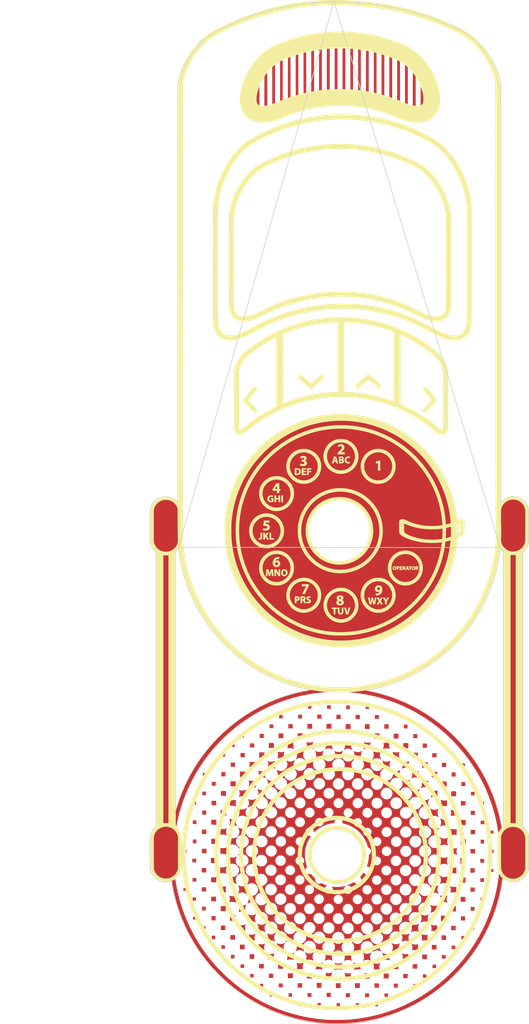
<source format=kicad_pcb>
(kicad_pcb (version 4) (host pcbnew 4.0.7)
  (layers (0 F.Cu signal) (31 B.Cu signal) (34 B.Paste user) (35 F.Paste user) (36 B.SilkS user) (37 F.SilkS user) (38 B.Mask user) (39 F.Mask user) (44 Edge.Cuts user))
  (net 0 "")
  (module LOGO (layer F.Cu) (at 0 0)
    (fp_text reference "G***" hide)
    (fp_text value "LOGO" hide)
  )
  (module LOGO (layer F.Cu) (at 0 0)
    (fp_text reference "G***" hide)
    (fp_text value "LOGO" hide)
  )
  (module LOGO (layer F.Cu) (at 0 0)
    (fp_text reference "G***" hide)
    (fp_text value "LOGO" hide)
  )
  (module LOGO (layer F.Cu) (at 0 0)
    (fp_text reference "G***" hide)
    (fp_text value "LOGO" hide)
    (fp_poly (pts (xy 47.167868 26.129578) (xy 48.153631 26.200095) (xy 49.135666 26.310928) (xy 50.112699 26.461988) (xy 51.083454 26.653187) (xy 52.046658 26.884437) (xy 53.001035 27.155650) (xy 53.945311 27.466737) (xy 54.878211 27.817609) (xy 55.697522 28.163114) (xy 56.592356 28.582159) (xy 57.465803 29.035852) (xy 58.319000 29.524932) (xy 59.153084 30.050141) (xy 59.969192 30.612218) (xy 60.768461 31.211905) (xy 61.552029 31.849942) (xy 62.126176 32.350576) (xy 62.244993 32.459534) (xy 62.387132 32.593785) (xy 62.547255 32.747989) (xy 62.720024 32.916809) (xy 62.900100 33.094905) (xy 63.082146 33.276939) (xy 63.260824 33.457572) (xy 63.430794 33.631465) (xy 63.586719 33.793280) (xy 63.723260 33.937677) (xy 63.835080 34.059319) (xy 63.837877 34.062427) (xy 64.509462 34.838845) (xy 65.142726 35.631845) (xy 65.738321 36.442487) (xy 66.296899 37.271833) (xy 66.819110 38.120945) (xy 67.305608 38.990882) (xy 67.757042 39.882707) (xy 68.174064 40.797480) (xy 68.557327 41.736262) (xy 68.570503 41.770520) (xy 68.821294 42.459748) (xy 69.055354 43.175055) (xy 69.270109 43.906812) (xy 69.462984 44.645386) (xy 69.631407 45.381146) (xy 69.772803 46.104461) (xy 69.845729 46.542196) (xy 69.870121 46.699532) (xy 69.889102 46.819787) (xy 69.903791 46.907317) (xy 69.915309 46.966478) (xy 69.924775 47.001626) (xy 69.933310 47.017117) (xy 69.942033 47.017306) (xy 69.952064 47.006551) (xy 69.961675 46.993146) (xy 70.141136 46.775862) (xy 70.345119 46.589553) (xy 70.570047 46.436737) (xy 70.812342 46.319933) (xy 71.008835 46.256030) (xy 71.118145 46.235716) (xy 71.254836 46.222450) (xy 71.406773 46.216255) (xy 71.561818 46.217154) (xy 71.707834 46.225172) (xy 71.832684 46.240332) (xy 71.897710 46.254293) (xy 72.166029 46.348056) (xy 72.409843 46.474394) (xy 72.627181 46.631403) (xy 72.816076 46.817178) (xy 72.974557 47.029816) (xy 73.100655 47.267413) (xy 73.183948 47.497962) (xy 73.232122 47.664327) (xy 73.232122 52.299669) (xy 73.184755 52.463091) (xy 73.089167 52.720629) (xy 72.959012 52.956503) (xy 72.796665 53.167881) (xy 72.604499 53.351928) (xy 72.384891 53.505813) (xy 72.249891 53.578201) (xy 72.118037 53.638812) (xy 72.003317 53.683112) (xy 71.894291 53.713525) (xy 71.779520 53.732478) (xy 71.647566 53.742397) (xy 71.486987 53.745709) (xy 71.459785 53.745786) (xy 71.324665 53.745013) (xy 71.221153 53.741674) (xy 71.138941 53.734786) (xy 71.067717 53.723366) (xy 70.997172 53.706429) (xy 70.971386 53.699204) (xy 70.711952 53.603241) (xy 70.472417 53.470945) (xy 70.255714 53.304118) (xy 70.135627 53.185776) (xy 70.017498 53.058104) (xy 70.002819 53.192759) (xy 69.984381 53.350634) (xy 69.960473 53.538344) (xy 69.932710 53.744377) (xy 69.902705 53.957223) (xy 69.872070 54.165369) (xy 69.842421 54.357305) (xy 69.822251 54.481007) (xy 69.634079 55.476399) (xy 69.405952 56.459601) (xy 69.138331 57.429655) (xy 68.831678 58.385603) (xy 68.486455 59.326487) (xy 68.103123 60.251349) (xy 67.682145 61.159231) (xy 67.223982 62.049175) (xy 66.729095 62.920223) (xy 66.197948 63.771417) (xy 65.631000 64.601798) (xy 65.028715 65.410410) (xy 64.391554 66.196294) (xy 63.908309 66.751032) (xy 63.562413 67.126230) (xy 63.188383 67.513311) (xy 62.794862 67.903975) (xy 62.390491 68.289923) (xy 61.983912 68.662856) (xy 61.583766 69.014474) (xy 61.318572 69.238141) (xy 60.526010 69.867474) (xy 59.712114 70.461037) (xy 58.877707 71.018429) (xy 58.023613 71.539249) (xy 57.150656 72.023098) (xy 56.259657 72.469576) (xy 55.351441 72.878283) (xy 54.426831 73.248818) (xy 53.486649 73.580783) (xy 52.531719 73.873776) (xy 51.562865 74.127397) (xy 50.988769 74.257608) (xy 50.023564 74.443160) (xy 49.046412 74.589517) (xy 48.061141 74.696353) (xy 47.071580 74.763341) (xy 46.081557 74.790154) (xy 45.094902 74.776468) (xy 44.958629 74.771357) (xy 43.965247 74.710329) (xy 42.976339 74.607984) (xy 41.993362 74.464793) (xy 41.017775 74.281230) (xy 40.051036 74.057766) (xy 39.094604 73.794874) (xy 38.149938 73.493027) (xy 37.218494 73.152697) (xy 36.301733 72.774357) (xy 35.401111 72.358480) (xy 34.518089 71.905536) (xy 33.654123 71.416001) (xy 32.810673 70.890344) (xy 32.646655 70.782305) (xy 31.813733 70.203723) (xy 31.007830 69.593470) (xy 30.229716 68.952452) (xy 29.480162 68.281572) (xy 28.759937 67.581734) (xy 28.069812 66.853842) (xy 27.410556 66.098800) (xy 26.782940 65.317513) (xy 26.187734 64.510885) (xy 25.625708 63.679820) (xy 25.097631 62.825222) (xy 24.604275 61.947994) (xy 24.146408 61.049043) (xy 23.889181 60.499924) (xy 23.539152 59.686632) (xy 23.215885 58.851128) (xy 22.921844 58.000963) (xy 22.659493 57.143689) (xy 22.431296 56.286855) (xy 22.243472 55.456317) (xy 22.217321 55.326316) (xy 22.188858 55.179908) (xy 22.159135 55.023003) (xy 22.129206 54.861511) (xy 22.100123 54.701341) (xy 22.072942 54.548403) (xy 22.048714 54.408607) (xy 22.028493 54.287861) (xy 22.013333 54.192077) (xy 22.004286 54.127163) (xy 22.002147 54.102368) (xy 22.013505 54.067756) (xy 22.053165 54.039084) (xy 22.092525 54.022215) (xy 22.150780 53.996383) (xy 22.231721 53.955862) (xy 22.322013 53.907458) (xy 22.367506 53.881850) (xy 22.444929 53.838283) (xy 22.507304 53.804746) (xy 22.546789 53.785365) (xy 22.556608 53.782426) (xy 22.561113 53.804304) (xy 22.570554 53.860352) (xy 22.583750 53.943241) (xy 22.599524 54.045640) (xy 22.608249 54.103468) (xy 22.764801 55.013319) (xy 22.961687 55.925531) (xy 23.197699 56.836651) (xy 23.471625 57.743231) (xy 23.782256 58.641819) (xy 24.128382 59.528967) (xy 24.508794 60.401223) (xy 24.922280 61.255137) (xy 25.367632 62.087260) (xy 25.473098 62.272862) (xy 25.986958 63.125372) (xy 26.535384 63.954742) (xy 27.117329 64.759869) (xy 27.731747 65.539652) (xy 28.377592 66.292988) (xy 29.053816 67.018778) (xy 29.759374 67.715919) (xy 30.493218 68.383309) (xy 31.254303 69.019848) (xy 32.041582 69.624433) (xy 32.854008 70.195962) (xy 33.244426 70.452970) (xy 34.088384 70.971821) (xy 34.951051 71.453304) (xy 35.831420 71.897077) (xy 36.728484 72.302799) (xy 37.641236 72.670129) (xy 38.568670 72.998725) (xy 39.509779 73.288247) (xy 40.463555 73.538352) (xy 41.428993 73.748700) (xy 42.405085 73.918950) (xy 43.390824 74.048759) (xy 44.035755 74.111246) (xy 44.636480 74.151729) (xy 45.263997 74.176053) (xy 45.907005 74.184328) (xy 46.554206 74.176661) (xy 47.194300 74.153161) (xy 47.815988 74.113939) (xy 48.304046 74.070126) (xy 49.297987 73.947051) (xy 50.280367 73.783927) (xy 51.250508 73.580984) (xy 52.207733 73.338449) (xy 53.151364 73.056553) (xy 54.080723 72.735522) (xy 54.995133 72.375587) (xy 55.893917 71.976974) (xy 56.776397 71.539914) (xy 57.641894 71.064635) (xy 58.203963 70.729835) (xy 59.038558 70.192374) (xy 59.849341 69.620910) (xy 60.635200 69.016596) (xy 61.395023 68.380588) (xy 62.127700 67.714042) (xy 62.832119 67.018113) (xy 63.507169 66.293957) (xy 64.151738 65.542728) (xy 64.764716 64.765582) (xy 65.344991 63.963674) (xy 65.891451 63.138160) (xy 66.402985 62.290195) (xy 66.520009 62.084228) (xy 66.988122 61.207805) (xy 67.418699 60.313183) (xy 67.811260 59.401819) (xy 68.165325 58.475167) (xy 68.480415 57.534681) (xy 68.756050 56.581817) (xy 68.991751 55.618030) (xy 69.187038 54.644774) (xy 69.341431 53.663504) (xy 69.371679 53.432287) (xy 69.407339 53.140437) (xy 69.437844 52.870456) (xy 69.463556 52.615847) (xy 69.484840 52.370112) (xy 69.502062 52.126754) (xy 69.515585 51.879276) (xy 69.525774 51.621179) (xy 69.532993 51.345966) (xy 69.537608 51.047139) (xy 69.539981 50.718202) (xy 69.540511 50.422460) (xy 69.539756 50.076855) (xy 69.537314 49.766655) (xy 69.532817 49.485338) (xy 69.525896 49.226381) (xy 69.516181 48.983263) (xy 69.503303 48.749460) (xy 69.486894 48.518451) (xy 69.466583 48.283712) (xy 69.442001 48.038721) (xy 69.412780 47.776956) (xy 69.378551 47.491894) (xy 69.371332 47.433608) (xy 69.229686 46.464068) (xy 69.047038 45.501434) (xy 68.823979 44.547164) (xy 68.561100 43.602716) (xy 68.258992 42.669549) (xy 67.918246 41.749120) (xy 67.539454 40.842886) (xy 67.123206 39.952306) (xy 66.670093 39.078838) (xy 66.180708 38.223939) (xy 65.655640 37.389068) (xy 65.095481 36.575682) (xy 64.812822 36.191329) (xy 64.250077 35.472394) (xy 63.653397 34.767874) (xy 63.027336 34.082446) (xy 62.376451 33.420788) (xy 61.705296 32.787578) (xy 61.018429 32.187495) (xy 60.511147 31.774174) (xy 59.719216 31.174749) (xy 58.905772 30.610687) (xy 58.071981 30.082492) (xy 57.219010 29.590662) (xy 56.348025 29.135701) (xy 55.460191 28.718109) (xy 54.556675 28.338386) (xy 53.638642 27.997035) (xy 52.707259 27.694556) (xy 51.763691 27.431450) (xy 50.809105 27.208219) (xy 49.844666 27.025364) (xy 49.247894 26.933281) (xy 48.874002 26.882554) (xy 48.524546 26.839608) (xy 48.191656 26.803922) (xy 47.867465 26.774973) (xy 47.544103 26.752241) (xy 47.213702 26.735203) (xy 46.868393 26.723337) (xy 46.500308 26.716122) (xy 46.101578 26.713036) (xy 45.923451 26.712846) (xy 45.610881 26.713636) (xy 45.333486 26.715792) (xy 45.084509 26.719612) (xy 44.857189 26.725397) (xy 44.644767 26.733447) (xy 44.440485 26.744062) (xy 44.237583 26.757541) (xy 44.029301 26.774185) (xy 43.808881 26.794292) (xy 43.584806 26.816597) (xy 42.590966 26.938946) (xy 41.611802 27.100542) (xy 40.646713 27.301561) (xy 39.695103 27.542178) (xy 38.756371 27.822570) (xy 37.829920 28.142914) (xy 36.915152 28.503387) (xy 36.011468 28.904163) (xy 35.268455 29.268026) (xy 34.399774 29.735396) (xy 33.551109 30.239260) (xy 32.723728 30.778585) (xy 31.918896 31.352338) (xy 31.137879 31.959489) (xy 30.381943 32.599006) (xy 29.652354 33.269857) (xy 28.950378 33.971010) (xy 28.277280 34.701434) (xy 27.634327 35.460096) (xy 27.563225 35.548052) (xy 26.962939 36.327524) (xy 26.395416 37.132356) (xy 25.861500 37.960795) (xy 25.362034 38.811086) (xy 24.897863 39.681475) (xy 24.469831 40.570207) (xy 24.078780 41.475529) (xy 23.725555 42.395686) (xy 23.410999 43.328924) (xy 23.135957 44.273488) (xy 22.901271 45.227625) (xy 22.895776 45.252270) (xy 22.863526 45.399429) (xy 22.831043 45.551443) (xy 22.800766 45.696622) (xy 22.775137 45.823280) (xy 22.757840 45.912964) (xy 22.735382 46.033780) (xy 22.718665 46.118950) (xy 22.705652 46.174052) (xy 22.694308 46.204663) (xy 22.682599 46.216359) (xy 22.668488 46.214718) (xy 22.650945 46.205852) (xy 22.642122 46.199900) (xy 22.634681 46.190035) (xy 22.628504 46.172904) (xy 22.623474 46.145152) (xy 22.619473 46.103428) (xy 22.616383 46.044379) (xy 22.614088 45.964651) (xy 22.612468 45.860892) (xy 22.611408 45.729748) (xy 22.610790 45.567867) (xy 22.610496 45.371896) (xy 22.610408 45.138481) (xy 22.610404 45.048997) (xy 22.610404 43.913839) (xy 22.696012 43.618232) (xy 22.993877 42.664798) (xy 23.330776 41.725778) (xy 23.705941 40.802350) (xy 24.118600 39.895691) (xy 24.567984 39.006977) (xy 25.053322 38.137386) (xy 25.573844 37.288095) (xy 26.128781 36.460279) (xy 26.717362 35.655117) (xy 27.338816 34.873785) (xy 27.992374 34.117460) (xy 28.677265 33.387320) (xy 29.392720 32.684540) (xy 30.137968 32.010298) (xy 30.486292 31.713631) (xy 31.275128 31.081593) (xy 32.086819 30.484710) (xy 32.921049 29.923168) (xy 33.777504 29.397150) (xy 34.655870 28.906841) (xy 35.555832 28.452427) (xy 36.477077 28.034091) (xy 37.355408 27.676521) (xy 37.544283 27.605778) (xy 37.764264 27.526730) (xy 38.006086 27.442468) (xy 38.260485 27.356085) (xy 38.518195 27.270672) (xy 38.769951 27.189321) (xy 39.006490 27.115124) (xy 39.218545 27.051172) (xy 39.300544 27.027407) (xy 40.270236 26.772219) (xy 41.246399 26.558053) (xy 42.227757 26.384821) (xy 43.213037 26.252435) (xy 44.200962 26.160806) (xy 45.190259 26.109845) (xy 46.179653 26.099466) (xy 47.167868 26.129578)) (layer F.Cu) (width 0.010000))
    (fp_poly (pts (xy 46.395375 72.193889) (xy 45.912964 72.193889) (xy 45.912964 71.753427) (xy 46.395375 71.753427) (xy 46.395375 72.193889)) (layer F.Cu) (width 0.010000))
    (fp_poly (pts (xy 51.902435 71.981540) (xy 51.910663 72.036800) (xy 51.911643 72.078530) (xy 51.911643 72.193889) (xy 51.711728 72.193889) (xy 51.612955 72.192390) (xy 51.549232 72.187244) (xy 51.513745 72.177477) (xy 51.500210 72.163653) (xy 51.490593 72.120593) (xy 51.503181 72.087229) (xy 51.543287 72.059140) (xy 51.616225 72.031906) (xy 51.680924 72.013334) (xy 51.764187 71.991482) (xy 51.833329 71.974552) (xy 51.877368 71.965185) (xy 51.885425 71.964150) (xy 51.902435 71.981540)) (layer F.Cu) (width 0.010000))
    (fp_poly (pts (xy 40.464412 72.079582) (xy 40.530575 72.096170) (xy 40.605219 72.117617) (xy 40.616477 72.121124) (xy 40.700825 72.147793) (xy 40.548761 72.149866) (xy 40.470136 72.149985) (xy 40.424542 72.146046) (xy 40.403094 72.135622) (xy 40.396906 72.116286) (xy 40.396697 72.108325) (xy 40.401970 72.079625) (xy 40.425820 72.072943) (xy 40.464412 72.079582)) (layer F.Cu) (width 0.010000))
    (fp_poly (pts (xy 43.467313 71.712829) (xy 43.544025 71.716489) (xy 43.595060 71.721870) (xy 43.611538 71.727209) (xy 43.614327 71.754336) (xy 43.614259 71.811922) (xy 43.611401 71.888579) (xy 43.610483 71.905491) (xy 43.601195 72.068043) (xy 43.535321 72.066387) (xy 43.482278 72.063048) (xy 43.448472 72.057473) (xy 43.418106 72.051876) (xy 43.358927 72.044257) (xy 43.285920 72.036485) (xy 43.144343 72.022755) (xy 43.144343 71.711478) (xy 43.373824 71.711478) (xy 43.467313 71.712829)) (layer F.Cu) (width 0.010000))
    (fp_poly (pts (xy 49.163996 71.858299) (xy 49.161163 71.918221) (xy 49.153921 71.956362) (xy 49.148266 71.963547) (xy 49.121927 71.966724) (xy 49.064057 71.974951) (xy 48.984568 71.986795) (xy 48.933278 71.994632) (xy 48.832678 72.010164) (xy 48.766464 72.019562) (xy 48.727487 72.022591) (xy 48.708603 72.019018) (xy 48.702663 72.008608) (xy 48.702521 71.991127) (xy 48.702559 71.987072) (xy 48.699775 71.942970) (xy 48.692771 71.878044) (xy 48.689221 71.850739) (xy 48.675883 71.753427) (xy 49.163996 71.753427) (xy 49.163996 71.858299)) (layer F.Cu) (width 0.010000))
    (fp_poly (pts (xy 47.835394 70.510693) (xy 47.829400 70.609172) (xy 47.824740 70.700899) (xy 47.822095 70.771690) (xy 47.821743 70.793848) (xy 47.821635 70.872502) (xy 47.255326 70.872502) (xy 47.255326 70.686660) (xy 47.253758 70.588079) (xy 47.249599 70.492492) (xy 47.243663 70.417198) (xy 47.241988 70.403505) (xy 47.228650 70.306193) (xy 47.848936 70.306193) (xy 47.835394 70.510693)) (layer F.Cu) (width 0.010000))
    (fp_poly (pts (xy 50.594903 70.552618) (xy 50.592321 70.674850) (xy 50.588275 70.761421) (xy 50.577272 70.818427) (xy 50.553823 70.851964) (xy 50.512434 70.868126) (xy 50.447615 70.873009) (xy 50.353874 70.872708) (xy 50.306702 70.872502) (xy 50.044921 70.872502) (xy 50.044921 70.327167) (xy 50.322832 70.327144) (xy 50.600743 70.327120) (xy 50.594903 70.552618)) (layer F.Cu) (width 0.010000))
    (fp_poly (pts (xy 45.065242 70.447770) (xy 45.057258 70.548294) (xy 45.048527 70.648301) (xy 45.040702 70.729034) (xy 45.039370 70.741412) (xy 45.027206 70.851527) (xy 44.492986 70.851527) (xy 44.479358 70.659535) (xy 44.473065 70.559315) (xy 44.468311 70.461579) (xy 44.465885 70.383374) (xy 44.465730 70.365894) (xy 44.465730 70.264244) (xy 45.078950 70.264244) (xy 45.065242 70.447770)) (layer F.Cu) (width 0.010000))
    (fp_poly (pts (xy 42.263418 70.830553) (xy 41.718084 70.830553) (xy 41.718084 70.655198) (xy 41.716414 70.558331) (xy 41.712006 70.463939) (xy 41.705757 70.390413) (xy 41.704746 70.382531) (xy 41.691408 70.285218) (xy 42.263418 70.285218) (xy 42.263418 70.830553)) (layer F.Cu) (width 0.010000))
    (fp_poly (pts (xy 53.351365 70.426796) (xy 53.344892 70.487276) (xy 53.340161 70.571949) (xy 53.338146 70.663069) (xy 53.338133 70.668001) (xy 53.337902 70.830553) (xy 52.855491 70.830553) (xy 52.855309 70.699463) (xy 52.852862 70.605676) (xy 52.846794 70.508200) (xy 52.841900 70.458257) (xy 52.828673 70.348142) (xy 53.364365 70.348142) (xy 53.351365 70.426796)) (layer F.Cu) (width 0.010000))
    (fp_poly (pts (xy 39.466311 70.384847) (xy 39.460037 70.444049) (xy 39.455356 70.528515) (xy 39.453146 70.621565) (xy 39.453079 70.636540) (xy 39.452849 70.809578) (xy 38.970437 70.809578) (xy 38.970437 70.686809) (xy 38.967959 70.592358) (xy 38.961637 70.487500) (xy 38.956962 70.435116) (xy 38.943487 70.306193) (xy 39.479312 70.306193) (xy 39.466311 70.384847)) (layer F.Cu) (width 0.010000))
    (fp_poly (pts (xy 36.284003 70.566771) (xy 36.338218 70.590025) (xy 36.406513 70.622544) (xy 36.478882 70.659225) (xy 36.545319 70.694964) (xy 36.595819 70.724658) (xy 36.620377 70.743203) (xy 36.621304 70.745300) (xy 36.601014 70.756884) (xy 36.542570 70.764451) (xy 36.449617 70.767572) (xy 36.432535 70.767630) (xy 36.243765 70.767630) (xy 36.243765 70.662758) (xy 36.245584 70.602915) (xy 36.250236 70.564946) (xy 36.253872 70.557886) (xy 36.284003 70.566771)) (layer F.Cu) (width 0.010000))
    (fp_poly (pts (xy 46.509140 68.937613) (xy 46.504989 68.989032) (xy 46.499644 69.071112) (xy 46.493792 69.172606) (xy 46.488119 69.282268) (xy 46.488049 69.283691) (xy 46.475049 69.551114) (xy 45.808092 69.551114) (xy 45.808092 68.858959) (xy 46.517230 68.858959) (xy 46.509140 68.937613)) (layer F.Cu) (width 0.010000))
    (fp_poly (pts (xy 49.268868 69.013045) (xy 49.267210 69.109859) (xy 49.262820 69.226127) (xy 49.256580 69.339512) (xy 49.255240 69.359123) (xy 49.241612 69.551114) (xy 48.621680 69.551114) (xy 48.610476 69.440999) (xy 48.604650 69.373237) (xy 48.597845 69.278019) (xy 48.591046 69.169792) (xy 48.586866 69.094921) (xy 48.574460 68.858959) (xy 49.268868 68.858959) (xy 49.268868 69.013045)) (layer F.Cu) (width 0.010000))
    (fp_poly (pts (xy 43.722139 69.011024) (xy 43.714747 69.121200) (xy 43.706570 69.237964) (xy 43.699146 69.339435) (xy 43.697801 69.357101) (xy 43.686099 69.509166) (xy 43.039471 69.509166) (xy 43.039471 68.817010) (xy 43.734776 68.817010) (xy 43.722139 69.011024)) (layer F.Cu) (width 0.010000))
    (fp_poly (pts (xy 51.707142 68.884631) (xy 52.027002 68.890421) (xy 52.032806 69.199793) (xy 52.038611 69.509166) (xy 51.414584 69.509166) (xy 51.401042 69.304665) (xy 51.394943 69.200852) (xy 51.390243 69.098600) (xy 51.387666 69.014635) (xy 51.387391 68.989503) (xy 51.387283 68.878841) (xy 51.707142 68.884631)) (layer F.Cu) (width 0.010000))
    (fp_poly (pts (xy 40.913757 69.082453) (xy 40.907939 69.186245) (xy 40.903352 69.284656) (xy 40.900601 69.363772) (xy 40.900082 69.397069) (xy 40.900082 69.488191) (xy 40.270850 69.488191) (xy 40.270850 68.858959) (xy 40.927431 68.858959) (xy 40.913757 69.082453)) (layer F.Cu) (width 0.010000))
    (fp_poly (pts (xy 54.764161 69.488191) (xy 54.225109 69.488191) (xy 54.211481 69.296199) (xy 54.205226 69.197845) (xy 54.200483 69.103786) (xy 54.198029 69.030126) (xy 54.197853 69.013045) (xy 54.197853 68.921882) (xy 54.764161 68.921882) (xy 54.764161 69.488191)) (layer F.Cu) (width 0.010000))
    (fp_poly (pts (xy 38.110487 69.446242) (xy 37.544178 69.446242) (xy 37.544178 68.900908) (xy 38.110487 68.900908) (xy 38.110487 69.446242)) (layer F.Cu) (width 0.010000))
    (fp_poly (pts (xy 35.278943 69.163088) (xy 35.278416 69.264412) (xy 35.273132 69.332262) (xy 35.257538 69.368874) (xy 35.226080 69.376486) (xy 35.173205 69.357335) (xy 35.093358 69.313657) (xy 35.016763 69.268698) (xy 34.827993 69.157569) (xy 34.821653 69.050213) (xy 34.815314 68.942857) (xy 35.278943 68.942857) (xy 35.278943 69.163088)) (layer F.Cu) (width 0.010000))
    (fp_poly (pts (xy 57.261894 68.966177) (xy 57.317516 68.972382) (xy 57.343324 68.981199) (xy 57.344013 68.982992) (xy 57.327465 68.999383) (xy 57.284668 69.030020) (xy 57.225891 69.068507) (xy 57.161402 69.108448) (xy 57.101471 69.143447) (xy 57.056365 69.167106) (xy 57.038042 69.173575) (xy 57.033108 69.154697) (xy 57.029979 69.106432) (xy 57.029397 69.068703) (xy 57.029397 68.963831) (xy 57.186705 68.963831) (xy 57.261894 68.966177)) (layer F.Cu) (width 0.010000))
    (fp_poly (pts (xy 50.681592 68.012892) (xy 50.679621 68.062639) (xy 50.677554 68.091914) (xy 50.669929 68.187778) (xy 50.315476 68.187778) (xy 50.180876 68.186599) (xy 50.074978 68.183210) (xy 50.001643 68.177836) (xy 49.964734 68.170701) (xy 49.961024 68.167204) (xy 49.978703 68.146854) (xy 50.008216 68.135085) (xy 50.080713 68.117932) (xy 50.172295 68.097108) (xy 50.274959 68.074333) (xy 50.380700 68.051322) (xy 50.481517 68.029794) (xy 50.569406 68.011466) (xy 50.636363 67.998056) (xy 50.674386 67.991281) (xy 50.680043 67.990916) (xy 50.681592 68.012892)) (layer F.Cu) (width 0.010000))
    (fp_poly (pts (xy 41.647627 67.860906) (xy 41.677720 67.869793) (xy 41.739976 67.886450) (xy 41.825808 67.908705) (xy 41.926625 67.934387) (xy 42.033839 67.961324) (xy 42.138859 67.987343) (xy 42.233097 68.010273) (xy 42.307963 68.027942) (xy 42.310611 68.028549) (xy 42.352896 68.046646) (xy 42.367503 68.083880) (xy 42.368290 68.104280) (xy 42.368290 68.166804) (xy 41.639675 68.166804) (xy 41.626674 68.088150) (xy 41.617501 68.009749) (xy 41.613449 67.930011) (xy 41.613443 67.928598) (xy 41.616382 67.876742) (xy 41.628502 67.857952) (xy 41.647627 67.860906)) (layer F.Cu) (width 0.010000))
    (fp_poly (pts (xy 53.446295 67.610982) (xy 53.443065 67.701320) (xy 53.437832 67.813525) (xy 53.431557 67.927622) (xy 53.429419 67.962304) (xy 53.416396 68.166804) (xy 52.728630 68.166804) (xy 52.734381 67.815483) (xy 52.740132 67.464161) (xy 53.450148 67.464161) (xy 53.446295 67.610982)) (layer F.Cu) (width 0.010000))
    (fp_poly (pts (xy 39.578695 68.124855) (xy 38.865565 68.124855) (xy 38.865565 67.418076) (xy 38.986168 67.437758) (xy 39.087868 67.446926) (xy 39.214283 67.447397) (xy 39.349210 67.439716) (xy 39.476446 67.424432) (xy 39.500041 67.420421) (xy 39.578695 67.406237) (xy 39.578695 68.124855)) (layer F.Cu) (width 0.010000))
    (fp_poly (pts (xy 56.185753 67.815483) (xy 56.179934 68.114368) (xy 55.870561 68.120172) (xy 55.561189 68.125977) (xy 55.561189 67.516597) (xy 56.191573 67.516597) (xy 56.185753 67.815483)) (layer F.Cu) (width 0.010000))
    (fp_poly (pts (xy 36.739898 67.647687) (xy 36.733195 67.750989) (xy 36.728330 67.858668) (xy 36.726310 67.948215) (xy 36.726302 67.951816) (xy 36.726176 68.082906) (xy 36.117919 68.082906) (xy 36.117919 67.474649) (xy 36.753368 67.474649) (xy 36.739898 67.647687)) (layer F.Cu) (width 0.010000))
    (fp_poly (pts (xy 58.896119 67.954925) (xy 58.825972 68.008428) (xy 58.785300 68.035701) (xy 58.743404 68.051820) (xy 58.687552 68.059607) (xy 58.605014 68.061888) (xy 58.584766 68.061932) (xy 58.413707 68.061932) (xy 58.413707 67.579521) (xy 58.896119 67.579521) (xy 58.896119 67.954925)) (layer F.Cu) (width 0.010000))
    (fp_poly (pts (xy 33.894632 68.019983) (xy 33.412221 68.019983) (xy 33.412221 67.537572) (xy 33.894632 67.537572) (xy 33.894632 68.019983)) (layer F.Cu) (width 0.010000))
    (fp_poly (pts (xy 47.092828 67.357663) (xy 47.265903 67.404839) (xy 47.408745 67.435626) (xy 47.529465 67.450652) (xy 47.636174 67.450545) (xy 47.736980 67.435931) (xy 47.819766 67.413925) (xy 47.947481 67.374175) (xy 47.947299 67.513553) (xy 47.945078 67.607514) (xy 47.939539 67.703683) (xy 47.934205 67.760390) (xy 47.921293 67.867849) (xy 47.771835 67.880313) (xy 47.683861 67.887169) (xy 47.572050 67.895201) (xy 47.454444 67.903137) (xy 47.396903 67.906807) (xy 47.171428 67.920836) (xy 47.171179 67.818345) (xy 47.158225 67.687828) (xy 47.122581 67.542061) (xy 47.079993 67.425024) (xy 47.059470 67.374296) (xy 47.057033 67.353155) (xy 47.074406 67.352563) (xy 47.092828 67.357663)) (layer F.Cu) (width 0.010000))
    (fp_poly (pts (xy 45.262477 67.304048) (xy 45.255850 67.328532) (xy 45.238351 67.382836) (xy 45.213155 67.457254) (xy 45.199834 67.495623) (xy 45.171220 67.585949) (xy 45.149448 67.670886) (xy 45.138065 67.735985) (xy 45.137192 67.750844) (xy 45.130394 67.834260) (xy 45.111301 67.881483) (xy 45.087475 67.891556) (xy 45.059306 67.888804) (xy 44.997025 67.882872) (xy 44.908285 67.874486) (xy 44.800742 67.864369) (xy 44.727910 67.857539) (xy 44.613953 67.846427) (xy 44.515436 67.835990) (xy 44.439591 67.827062) (xy 44.393650 67.820474) (xy 44.383273 67.817863) (xy 44.375647 67.792084) (xy 44.369367 67.736524) (xy 44.364661 67.661380) (xy 44.361754 67.576850) (xy 44.360874 67.493129) (xy 44.362247 67.420416) (xy 44.366100 67.368907) (xy 44.372658 67.348799) (xy 44.372853 67.348787) (xy 44.404547 67.355157) (xy 44.460223 67.371368) (xy 44.495597 67.382965) (xy 44.600913 67.405009) (xy 44.730713 67.411499) (xy 44.870880 67.403300) (xy 45.007294 67.381277) (xy 45.125840 67.346295) (xy 45.131668 67.343969) (xy 45.197076 67.319189) (xy 45.243965 67.304807) (xy 45.262464 67.303836) (xy 45.262477 67.304048)) (layer F.Cu) (width 0.010000))
    (fp_poly (pts (xy 50.333974 67.433281) (xy 50.423709 67.434880) (xy 50.488858 67.437283) (xy 50.522377 67.440274) (xy 50.525220 67.441804) (xy 50.502333 67.449669) (xy 50.446861 67.464280) (xy 50.367218 67.483526) (xy 50.275275 67.504526) (xy 50.175974 67.526674) (xy 50.088409 67.546280) (xy 50.022644 67.561084) (xy 49.990355 67.568451) (xy 49.949232 67.571180) (xy 49.932676 67.565156) (xy 49.922715 67.536129) (xy 49.919075 67.492127) (xy 49.919075 67.432700) (xy 50.226699 67.432700) (xy 50.333974 67.433281)) (layer F.Cu) (width 0.010000))
    (fp_poly (pts (xy 42.340456 67.392011) (xy 42.385585 67.397084) (xy 42.404884 67.407906) (xy 42.406533 67.425718) (xy 42.396425 67.452174) (xy 42.373509 67.463500) (xy 42.328919 67.460632) (xy 42.253791 67.444504) (xy 42.246094 67.442644) (xy 42.168448 67.421966) (xy 42.131851 67.407110) (xy 42.136501 67.397405) (xy 42.182597 67.392180) (xy 42.261460 67.390751) (xy 42.340456 67.392011)) (layer F.Cu) (width 0.010000))
    (fp_poly (pts (xy 45.847962 66.748573) (xy 45.928831 66.753464) (xy 46.038031 66.757509) (xy 46.161948 66.760318) (xy 46.286966 66.761504) (xy 46.301411 66.761519) (xy 46.599631 66.761519) (xy 46.612216 66.839072) (xy 46.619044 66.890561) (xy 46.620053 66.920069) (xy 46.619303 66.922122) (xy 46.598198 66.918969) (xy 46.548072 66.905440) (xy 46.479693 66.884447) (xy 46.478373 66.884022) (xy 46.355321 66.854351) (xy 46.215583 66.841262) (xy 46.154170 66.840166) (xy 46.055855 66.842791) (xy 45.969637 66.852923) (xy 45.883309 66.873501) (xy 45.784664 66.907463) (xy 45.661496 66.957747) (xy 45.656028 66.960079) (xy 45.626000 66.966432) (xy 45.619322 66.960591) (xy 45.625752 66.933671) (xy 45.642235 66.881065) (xy 45.656028 66.840529) (xy 45.692733 66.735627) (xy 45.847962 66.748573)) (layer F.Cu) (width 0.010000))
    (fp_poly (pts (xy 49.322894 66.514912) (xy 49.331052 66.540147) (xy 49.341172 66.594670) (xy 49.351807 66.666792) (xy 49.361509 66.744825) (xy 49.368830 66.817080) (xy 49.372324 66.871868) (xy 49.370543 66.897501) (xy 49.370305 66.897792) (xy 49.345999 66.897516) (xy 49.296787 66.884336) (xy 49.266897 66.873808) (xy 49.193389 66.854245) (xy 49.093647 66.842560) (xy 48.960434 66.837949) (xy 48.943765 66.837840) (xy 48.832805 66.838755) (xy 48.750223 66.843902) (xy 48.682512 66.855216) (xy 48.616164 66.874633) (xy 48.570468 66.891330) (xy 48.503347 66.914478) (xy 48.456013 66.925957) (xy 48.437193 66.923765) (xy 48.437481 66.921831) (xy 48.447466 66.890531) (xy 48.464472 66.831397) (xy 48.484839 66.757158) (xy 48.485076 66.756275) (xy 48.508328 66.678661) (xy 48.528864 66.634654) (xy 48.550974 66.616503) (xy 48.563426 66.614698) (xy 48.596874 66.611588) (xy 48.663994 66.602977) (xy 48.757026 66.589943) (xy 48.868213 66.573564) (xy 48.958340 66.559813) (xy 49.075195 66.542365) (xy 49.177011 66.528381) (xy 49.256837 66.518715) (xy 49.307720 66.514225) (xy 49.322894 66.514912)) (layer F.Cu) (width 0.010000))
    (fp_poly (pts (xy 43.026625 66.412913) (xy 43.061314 66.420252) (xy 43.129480 66.433613) (xy 43.223328 66.451506) (xy 43.335065 66.472441) (xy 43.427389 66.489513) (xy 43.543553 66.511063) (xy 43.643954 66.530052) (xy 43.721928 66.545191) (xy 43.770811 66.555190) (xy 43.784517 66.558658) (xy 43.793255 66.596543) (xy 43.809136 66.658762) (xy 43.828443 66.731464) (xy 43.847456 66.800799) (xy 43.862457 66.852916) (xy 43.868540 66.871635) (xy 43.875160 66.892754) (xy 43.869875 66.902646) (xy 43.846100 66.900494) (xy 43.797251 66.885481) (xy 43.716744 66.856791) (xy 43.700165 66.850760) (xy 43.531710 66.808546) (xy 43.348957 66.795606) (xy 43.167811 66.812104) (xy 43.042267 66.843999) (xy 42.973694 66.865605) (xy 42.922315 66.878536) (xy 42.899262 66.879995) (xy 42.899442 66.856335) (xy 42.910032 66.805666) (xy 42.921698 66.763104) (xy 42.942644 66.678223) (xy 42.960875 66.580203) (xy 42.967959 66.528767) (xy 42.977224 66.458990) (xy 42.987758 66.422363) (xy 43.003956 66.410206) (xy 43.026625 66.412913)) (layer F.Cu) (width 0.010000))
    (fp_poly (pts (xy 52.195375 65.947713) (xy 52.192144 65.969081) (xy 52.177993 66.019924) (xy 52.155795 66.090102) (xy 52.150790 66.105128) (xy 52.101648 66.297896) (xy 52.084330 66.484307) (xy 52.099453 66.655790) (xy 52.108303 66.695046) (xy 52.125715 66.764176) (xy 52.137992 66.815294) (xy 52.142361 66.836623) (xy 52.122412 66.839244) (xy 52.066663 66.841553) (xy 51.981265 66.843427) (xy 51.872365 66.844743) (xy 51.746113 66.845378) (xy 51.704971 66.845417) (xy 51.267581 66.845417) (xy 51.295971 66.735974) (xy 51.322997 66.566111) (xy 51.318114 66.383458) (xy 51.280944 66.182785) (xy 51.247497 66.065670) (xy 51.256285 66.036085) (xy 51.294516 66.013209) (xy 51.349818 66.000438) (xy 51.409815 66.001165) (xy 51.446748 66.011006) (xy 51.491539 66.021084) (xy 51.565950 66.029148) (xy 51.657659 66.034080) (xy 51.712386 66.035061) (xy 51.829426 66.032985) (xy 51.920180 66.024197) (xy 52.000056 66.006614) (xy 52.055668 65.988697) (xy 52.123557 65.965817) (xy 52.173696 65.951092) (xy 52.195336 65.947677) (xy 52.195375 65.947713)) (layer F.Cu) (width 0.010000))
    (fp_poly (pts (xy 41.103839 65.888590) (xy 41.100063 65.909810) (xy 41.084086 65.959855) (xy 41.059193 66.028567) (xy 41.054868 66.039923) (xy 41.019499 66.161133) (xy 40.996265 66.300868) (xy 40.986067 66.445221) (xy 40.989807 66.580289) (xy 41.008387 66.692165) (xy 41.011802 66.703839) (xy 41.042798 66.803468) (xy 40.161086 66.803468) (xy 40.174582 66.756275) (xy 40.214640 66.564047) (xy 40.219836 66.380665) (xy 40.189845 66.194163) (xy 40.156200 66.079851) (xy 40.132968 66.008397) (xy 40.117086 65.954624) (xy 40.111536 65.928736) (xy 40.111780 65.927887) (xy 40.132924 65.930349) (xy 40.185072 65.941323) (xy 40.258641 65.958725) (xy 40.292799 65.967241) (xy 40.497017 66.000964) (xy 40.697410 65.999553) (xy 40.885584 65.963390) (xy 40.962044 65.936690) (xy 41.029937 65.910480) (xy 41.080595 65.893210) (xy 41.103581 65.888418) (xy 41.103839 65.888590)) (layer F.Cu) (width 0.010000))
    (fp_poly (pts (xy 54.847773 66.558666) (xy 54.848161 66.644686) (xy 54.845988 66.707880) (xy 54.835681 66.751744) (xy 54.811668 66.779774) (xy 54.768377 66.795466) (xy 54.700236 66.802315) (xy 54.601672 66.803819) (xy 54.467114 66.803471) (xy 54.457586 66.803468) (xy 54.339184 66.802963) (xy 54.236839 66.801562) (xy 54.157286 66.799436) (xy 54.107259 66.796757) (xy 54.092981 66.794191) (xy 54.110853 66.782461) (xy 54.160724 66.755112) (xy 54.236973 66.715086) (xy 54.333978 66.665326) (xy 54.446118 66.608774) (xy 54.470520 66.596582) (xy 54.848059 66.408249) (xy 54.847773 66.558666)) (layer F.Cu) (width 0.010000))
    (fp_poly (pts (xy 37.630018 66.235540) (xy 37.736752 66.293444) (xy 37.853864 66.355695) (xy 37.961979 66.412034) (xy 38.000371 66.431632) (xy 38.173410 66.519175) (xy 38.173410 66.761519) (xy 37.460280 66.761519) (xy 37.460280 66.607376) (xy 37.458249 66.503069) (xy 37.452957 66.384705) (xy 37.446492 66.290111) (xy 37.432703 66.126991) (xy 37.630018 66.235540)) (layer F.Cu) (width 0.010000))
    (fp_poly (pts (xy 57.574731 66.740545) (xy 56.924525 66.740545) (xy 56.924525 66.111313) (xy 57.574731 66.111313) (xy 57.574731 66.740545)) (layer F.Cu) (width 0.010000))
    (fp_poly (pts (xy 35.368971 66.305326) (xy 35.364868 66.411062) (xy 35.359688 66.510769) (xy 35.354182 66.591295) (xy 35.350387 66.630429) (xy 35.339296 66.719570) (xy 35.039948 66.719570) (xy 34.931874 66.718639) (xy 34.839141 66.716081) (xy 34.769653 66.712247) (xy 34.731310 66.707492) (xy 34.726617 66.705587) (xy 34.721702 66.680721) (xy 34.717543 66.621642) (xy 34.714473 66.536084) (xy 34.712824 66.431780) (xy 34.712634 66.380484) (xy 34.712634 66.069364) (xy 35.376464 66.069364) (xy 35.368971 66.305326)) (layer F.Cu) (width 0.010000))
    (fp_poly (pts (xy 60.301403 66.677621) (xy 59.798018 66.677621) (xy 59.798018 66.174236) (xy 60.301403 66.174236) (xy 60.301403 66.677621)) (layer F.Cu) (width 0.010000))
    (fp_poly (pts (xy 32.526718 66.389223) (xy 32.532627 66.635673) (xy 32.005605 66.635673) (xy 32.011514 66.389223) (xy 32.017423 66.142774) (xy 32.520809 66.142774) (xy 32.526718 66.389223)) (layer F.Cu) (width 0.010000))
    (fp_poly (pts (xy 46.683148 65.888708) (xy 46.681875 65.911578) (xy 46.670381 65.963845) (xy 46.651052 66.034897) (xy 46.647667 66.046380) (xy 46.603343 66.195210) (xy 45.731855 66.195210) (xy 45.691651 66.074607) (xy 45.669064 66.006218) (xy 45.651742 65.952612) (xy 45.644713 65.929757) (xy 45.658622 65.924839) (xy 45.702123 65.935433) (xy 45.766738 65.959435) (xy 45.770228 65.960890) (xy 45.834411 65.985754) (xy 45.892715 66.001939) (xy 45.957337 66.011263) (xy 46.040472 66.015547) (xy 46.143683 66.016599) (xy 46.250156 66.016048) (xy 46.326650 66.012643) (xy 46.385127 66.004271) (xy 46.437549 65.988817) (xy 46.495881 65.964167) (xy 46.529597 65.948397) (xy 46.599478 65.916881) (xy 46.653384 65.895529) (xy 46.681485 65.888162) (xy 46.683148 65.888708)) (layer F.Cu) (width 0.010000))
    (fp_poly (pts (xy 54.257694 66.050411) (xy 54.295663 66.055580) (xy 54.302725 66.059622) (xy 54.285626 66.072224) (xy 54.243568 66.094281) (xy 54.190403 66.119339) (xy 54.139986 66.140943) (xy 54.106172 66.152639) (xy 54.101729 66.153261) (xy 54.095145 66.135258) (xy 54.092981 66.100825) (xy 54.096381 66.069705) (xy 54.113733 66.054180) (xy 54.155765 66.048886) (xy 54.197853 66.048389) (xy 54.257694 66.050411)) (layer F.Cu) (width 0.010000))
    (fp_poly (pts (xy 48.380546 65.868342) (xy 48.428937 65.890717) (xy 48.467295 65.909694) (xy 48.546447 65.945828) (xy 48.629274 65.977862) (xy 48.657549 65.987078) (xy 48.706519 66.004780) (xy 48.720789 66.019516) (xy 48.698460 66.032661) (xy 48.637633 66.045588) (xy 48.561656 66.056481) (xy 48.452215 66.070630) (xy 48.398751 65.965125) (xy 48.371738 65.908193) (xy 48.357078 65.869886) (xy 48.356826 65.859620) (xy 48.380546 65.868342)) (layer F.Cu) (width 0.010000))
    (fp_poly (pts (xy 43.956919 65.826228) (xy 43.951787 65.846473) (xy 43.931750 65.888139) (xy 43.904575 65.937356) (xy 43.878030 65.980253) (xy 43.859881 66.002956) (xy 43.857473 66.003835) (xy 43.830595 65.998116) (xy 43.805037 65.992704) (xy 43.730294 65.976572) (xy 43.692966 65.963931) (xy 43.693036 65.949125) (xy 43.730487 65.926498) (xy 43.804744 65.890664) (xy 43.874580 65.858256) (xy 43.927936 65.835374) (xy 43.955306 65.826042) (xy 43.956919 65.826228)) (layer F.Cu) (width 0.010000))
    (fp_poly (pts (xy 50.952872 64.429359) (xy 50.931259 64.474563) (xy 50.897852 64.539430) (xy 50.884542 64.564450) (xy 50.801848 64.744580) (xy 50.755098 64.914667) (xy 50.743281 65.084517) (xy 50.765383 65.263934) (xy 50.798836 65.394949) (xy 50.819253 65.469763) (xy 50.831525 65.528147) (xy 50.833495 65.559420) (xy 50.832469 65.561474) (xy 50.807845 65.561637) (xy 50.754690 65.550393) (xy 50.684086 65.530131) (xy 50.677756 65.528109) (xy 50.475171 65.478911) (xy 50.285161 65.467442) (xy 50.101335 65.494015) (xy 49.917303 65.558944) (xy 49.901765 65.566092) (xy 49.834912 65.597032) (xy 49.785046 65.619461) (xy 49.762252 65.628849) (xy 49.761911 65.628901) (xy 49.765721 65.610599) (xy 49.780672 65.561622) (xy 49.803984 65.490870) (xy 49.816722 65.453538) (xy 49.872536 65.242339) (xy 49.891642 65.041416) (xy 49.874166 64.853882) (xy 49.820236 64.682850) (xy 49.782316 64.609025) (xy 49.753081 64.555316) (xy 49.745467 64.526219) (xy 49.757600 64.511593) (xy 49.763834 64.508880) (xy 49.832314 64.497219) (xy 49.910209 64.515183) (xy 49.960798 64.538117) (xy 50.116802 64.594827) (xy 50.288459 64.616141) (xy 50.469437 64.602390) (xy 50.653406 64.553906) (xy 50.790150 64.494637) (xy 50.863492 64.457546) (xy 50.921200 64.429146) (xy 50.954246 64.413849) (xy 50.958520 64.412386) (xy 50.952872 64.429359)) (layer F.Cu) (width 0.010000))
    (fp_poly (pts (xy 44.324982 64.757136) (xy 44.380643 64.762308) (xy 44.463305 64.771133) (xy 44.565654 64.782850) (xy 44.623038 64.789688) (xy 44.746848 64.804441) (xy 44.868465 64.818599) (xy 44.975913 64.830790) (xy 45.057214 64.839640) (xy 45.074362 64.841403) (xy 45.211070 64.855144) (xy 45.213601 65.048010) (xy 45.224333 65.213356) (xy 45.254454 65.366622) (xy 45.267759 65.413914) (xy 45.288896 65.491429) (xy 45.301351 65.550994) (xy 45.303394 65.583531) (xy 45.300724 65.586953) (xy 45.271956 65.578103) (xy 45.221758 65.555859) (xy 45.199659 65.544914) (xy 45.101926 65.505452) (xy 44.981808 65.471802) (xy 44.858856 65.448596) (xy 44.758535 65.440442) (xy 44.641761 65.451264) (xy 44.507722 65.481449) (xy 44.373706 65.526575) (xy 44.306332 65.556130) (xy 44.245828 65.584409) (xy 44.201542 65.603223) (xy 44.186474 65.607927) (xy 44.186421 65.590781) (xy 44.200522 65.547005) (xy 44.213868 65.513938) (xy 44.273630 65.345030) (xy 44.311850 65.172443) (xy 44.326519 65.008427) (xy 44.318002 64.878735) (xy 44.308395 64.814232) (xy 44.303425 64.769558) (xy 44.303635 64.756381) (xy 44.324982 64.757136)) (layer F.Cu) (width 0.010000))
    (fp_poly (pts (xy 47.999917 65.035024) (xy 48.002464 65.159926) (xy 48.011441 65.258872) (xy 48.028852 65.347621) (xy 48.048387 65.416132) (xy 48.070086 65.490576) (xy 48.083771 65.548374) (xy 48.087046 65.579063) (xy 48.086181 65.581090) (xy 48.062733 65.580609) (xy 48.007630 65.570985) (xy 47.929731 65.553948) (xy 47.859429 65.536777) (xy 47.728288 65.506127) (xy 47.620225 65.489204) (xy 47.521558 65.486130) (xy 47.418606 65.497031) (xy 47.297687 65.522030) (xy 47.215561 65.542614) (xy 47.123926 65.565125) (xy 47.049257 65.580985) (xy 46.999530 65.588670) (xy 46.982659 65.587060) (xy 46.989745 65.560898) (xy 47.008435 65.506826) (xy 47.034873 65.435928) (xy 47.038352 65.426898) (xy 47.069936 65.332410) (xy 47.089028 65.238278) (xy 47.098911 65.126409) (xy 47.100677 65.083567) (xy 47.107308 64.884310) (xy 47.176073 64.879538) (xy 47.405762 64.863346) (xy 47.594146 64.849513) (xy 47.741801 64.837993) (xy 47.849303 64.828739) (xy 47.917225 64.821707) (xy 47.936994 64.818930) (xy 47.999917 64.808199) (xy 47.999917 65.035024)) (layer F.Cu) (width 0.010000))
    (fp_poly (pts (xy 41.377947 64.380525) (xy 41.425337 64.406448) (xy 41.464071 64.429421) (xy 41.607616 64.505208) (xy 41.746869 64.551422) (xy 41.899925 64.573966) (xy 41.909163 64.574640) (xy 42.084493 64.573402) (xy 42.244200 64.541188) (xy 42.403754 64.474646) (xy 42.426692 64.462544) (xy 42.521036 64.415026) (xy 42.582712 64.392744) (xy 42.612971 64.396255) (xy 42.613065 64.426115) (xy 42.584244 64.482877) (xy 42.559429 64.521450) (xy 42.481180 64.675191) (xy 42.437128 64.850702) (xy 42.427425 65.045250) (xy 42.452221 65.256104) (xy 42.507438 65.467709) (xy 42.524871 65.526598) (xy 42.533390 65.566571) (xy 42.532947 65.576108) (xy 42.511596 65.572444) (xy 42.473131 65.554137) (xy 42.349163 65.500985) (xy 42.200962 65.462788) (xy 42.043038 65.441423) (xy 41.889900 65.438768) (xy 41.756059 65.456699) (xy 41.743919 65.459797) (xy 41.666409 65.471253) (xy 41.591383 65.456929) (xy 41.579604 65.452883) (xy 41.530088 65.429860) (xy 41.504190 65.407175) (xy 41.503004 65.400750) (xy 41.508719 65.371132) (xy 41.519813 65.310579) (xy 41.534397 65.229470) (xy 41.543181 65.180085) (xy 41.559222 65.084200) (xy 41.566938 65.015115) (xy 41.566344 64.958521) (xy 41.557454 64.900106) (xy 41.543542 64.838974) (xy 41.515990 64.748588) (xy 41.475446 64.643119) (xy 41.430115 64.543684) (xy 41.424654 64.532989) (xy 41.388589 64.460649) (xy 41.363474 64.404867) (xy 41.352941 64.373987) (xy 41.353899 64.370437) (xy 41.377947 64.380525)) (layer F.Cu) (width 0.010000))
    (fp_poly (pts (xy 53.529836 65.301181) (xy 53.549157 65.382198) (xy 53.566878 65.452457) (xy 53.579244 65.497081) (xy 53.579475 65.497811) (xy 53.588201 65.533310) (xy 53.586798 65.543471) (xy 53.564533 65.536063) (xy 53.514758 65.518446) (xy 53.463749 65.500050) (xy 53.340504 65.467340) (xy 53.198250 65.448289) (xy 53.055368 65.444288) (xy 52.930240 65.456731) (xy 52.919802 65.458849) (xy 52.856677 65.470950) (xy 52.812812 65.476655) (xy 52.800324 65.475854) (xy 52.816164 65.465444) (xy 52.864495 65.440784) (xy 52.939482 65.404685) (xy 53.035292 65.359956) (xy 53.144219 65.310250) (xy 53.495210 65.151743) (xy 53.529836 65.301181)) (layer F.Cu) (width 0.010000))
    (fp_poly (pts (xy 38.846987 64.924714) (xy 38.902628 64.949646) (xy 38.983690 64.987729) (xy 39.084143 65.036122) (xy 39.197955 65.091984) (xy 39.216578 65.101215) (xy 39.332630 65.158597) (xy 39.436835 65.209706) (xy 39.522990 65.251534) (xy 39.584893 65.281072) (xy 39.616341 65.295311) (xy 39.617971 65.295916) (xy 39.636679 65.320877) (xy 39.652196 65.374312) (xy 39.657284 65.407554) (xy 39.662751 65.467764) (xy 39.659307 65.495144) (xy 39.644067 65.498373) (xy 39.629003 65.492737) (xy 39.589390 65.478742) (xy 39.523300 65.458371) (xy 39.444812 65.435958) (xy 39.442361 65.435285) (xy 39.275965 65.407327) (xy 39.099977 65.408492) (xy 38.931319 65.438050) (xy 38.862772 65.460250) (xy 38.786751 65.488040) (xy 38.742664 65.499602) (xy 38.723667 65.494717) (xy 38.722918 65.473161) (xy 38.727306 65.455863) (xy 38.761631 65.330297) (xy 38.784177 65.233088) (xy 38.797018 65.152994) (xy 38.802229 65.078776) (xy 38.802642 65.047699) (xy 38.805560 64.979542) (xy 38.813175 64.931888) (xy 38.822800 64.915772) (xy 38.846987 64.924714)) (layer F.Cu) (width 0.010000))
    (fp_poly (pts (xy 55.423204 64.568179) (xy 55.471846 64.583395) (xy 55.515114 64.599529) (xy 55.715386 64.657946) (xy 55.919062 64.675826) (xy 56.129701 64.653322) (xy 56.227126 64.630221) (xy 56.251778 64.625675) (xy 56.265891 64.634572) (xy 56.272399 64.665212) (xy 56.274235 64.725893) (xy 56.274318 64.763717) (xy 56.274318 64.910197) (xy 56.185177 64.969332) (xy 56.118256 65.013042) (xy 56.033365 65.067474) (xy 55.936838 65.128681) (xy 55.835008 65.192717) (xy 55.734209 65.255635) (xy 55.640775 65.313487) (xy 55.561038 65.362326) (xy 55.501333 65.398206) (xy 55.467993 65.417179) (xy 55.463359 65.419157) (xy 55.459766 65.403250) (xy 55.465080 65.384625) (xy 55.494534 65.265450) (xy 55.504380 65.121296) (xy 55.495117 64.963999) (xy 55.467245 64.805395) (xy 55.436043 64.697343) (xy 55.414962 64.631713) (xy 55.402489 64.583871) (xy 55.401099 64.565484) (xy 55.423204 64.568179)) (layer F.Cu) (width 0.010000))
    (fp_poly (pts (xy 36.072408 65.271535) (xy 36.081213 65.277206) (xy 36.138084 65.313581) (xy 36.175598 65.337099) (xy 36.214729 65.367362) (xy 36.215017 65.386775) (xy 36.175562 65.396503) (xy 36.128406 65.398183) (xy 36.034021 65.398183) (xy 36.034021 65.322360) (xy 36.035693 65.273400) (xy 36.045896 65.258939) (xy 36.072408 65.271535)) (layer F.Cu) (width 0.010000))
    (fp_poly (pts (xy 58.980016 65.377209) (xy 58.658409 65.377209) (xy 58.546261 65.376340) (xy 58.449276 65.373947) (xy 58.375046 65.370345) (xy 58.331164 65.365850) (xy 58.322818 65.363226) (xy 58.317980 65.338422) (xy 58.313867 65.279264) (xy 58.310797 65.193343) (xy 58.309084 65.088252) (xy 58.308835 65.027635) (xy 58.308835 64.706028) (xy 58.980016 64.706028) (xy 58.980016 65.377209)) (layer F.Cu) (width 0.010000))
    (fp_poly (pts (xy 33.978530 65.335260) (xy 33.328323 65.335260) (xy 33.328323 64.664079) (xy 33.978530 64.664079) (xy 33.978530 65.335260)) (layer F.Cu) (width 0.010000))
    (fp_poly (pts (xy 61.685714 65.293311) (xy 61.161354 65.293311) (xy 61.161354 64.789925) (xy 61.685714 64.789925) (xy 61.685714 65.293311)) (layer F.Cu) (width 0.010000))
    (fp_poly (pts (xy 30.879562 64.752575) (xy 31.136498 64.758464) (xy 31.136498 65.261849) (xy 30.879562 65.267739) (xy 30.622626 65.273628) (xy 30.622626 64.746685) (xy 30.879562 64.752575)) (layer F.Cu) (width 0.010000))
    (fp_poly (pts (xy 36.905910 64.522205) (xy 36.903494 64.544497) (xy 36.888852 64.593638) (xy 36.872235 64.640032) (xy 36.847386 64.719135) (xy 36.823580 64.817567) (xy 36.807260 64.906205) (xy 36.794244 64.980897) (xy 36.780978 65.036179) (xy 36.769985 65.061889) (xy 36.768400 65.062593) (xy 36.746786 65.051241) (xy 36.696778 65.019808) (xy 36.624377 64.972221) (xy 36.535586 64.912412) (xy 36.461577 64.861712) (xy 36.363848 64.794001) (xy 36.277797 64.733817) (xy 36.209562 64.685498) (xy 36.165284 64.653384) (xy 36.151595 64.642646) (xy 36.162073 64.635654) (xy 36.206966 64.632675) (xy 36.278905 64.633994) (xy 36.319390 64.636145) (xy 36.503559 64.633962) (xy 36.675436 64.605323) (xy 36.823991 64.552161) (xy 36.837311 64.545481) (xy 36.880928 64.526247) (xy 36.905251 64.521744) (xy 36.905910 64.522205)) (layer F.Cu) (width 0.010000))
    (fp_poly (pts (xy 52.533337 64.463099) (xy 52.582575 64.486094) (xy 52.647963 64.518377) (xy 52.649134 64.518968) (xy 52.764710 64.567696) (xy 52.892139 64.605794) (xy 53.017435 64.630121) (xy 53.126609 64.637536) (xy 53.164863 64.634776) (xy 53.218908 64.630755) (xy 53.250339 64.634537) (xy 53.253611 64.638262) (xy 53.235552 64.651436) (xy 53.187174 64.677280) (xy 53.116741 64.712005) (xy 53.032520 64.751825) (xy 52.942776 64.792953) (xy 52.855777 64.831601) (xy 52.779787 64.863982) (xy 52.723073 64.886309) (xy 52.693901 64.894795) (xy 52.693690 64.894797) (xy 52.675183 64.876516) (xy 52.659676 64.831891) (xy 52.658441 64.825772) (xy 52.643034 64.773272) (xy 52.614328 64.698452) (xy 52.578149 64.616330) (xy 52.573028 64.605541) (xy 52.540628 64.535479) (xy 52.518437 64.482650) (xy 52.510107 64.455932) (xy 52.510831 64.454335) (xy 52.533337 64.463099)) (layer F.Cu) (width 0.010000))
    (fp_poly (pts (xy 39.738839 64.460667) (xy 39.738047 64.483352) (xy 39.727152 64.531184) (xy 39.710239 64.590685) (xy 39.691387 64.648379) (xy 39.674680 64.690786) (xy 39.664913 64.704751) (xy 39.640663 64.695315) (xy 39.591063 64.672195) (xy 39.542242 64.648101) (xy 39.432380 64.592727) (xy 39.582230 64.523318) (xy 39.653256 64.491580) (xy 39.707958 64.469323) (xy 39.736784 64.460369) (xy 39.738839 64.460667)) (layer F.Cu) (width 0.010000))
    (fp_poly (pts (xy 45.475019 62.980192) (xy 45.498720 62.981836) (xy 45.560352 62.995125) (xy 45.644490 63.024166) (xy 45.737182 63.063957) (xy 45.763633 63.076775) (xy 45.845354 63.116609) (xy 45.907115 63.142072) (xy 45.963181 63.156377) (xy 46.027816 63.162737) (xy 46.115284 63.164363) (xy 46.152747 63.164409) (xy 46.252135 63.163546) (xy 46.323514 63.158994) (xy 46.380818 63.147812) (xy 46.437980 63.127058) (xy 46.508934 63.093789) (xy 46.525235 63.085755) (xy 46.624890 63.040737) (xy 46.704488 63.015963) (xy 46.778097 63.007277) (xy 46.791432 63.007101) (xy 46.898484 63.007101) (xy 46.821991 63.106730) (xy 46.767324 63.186261) (xy 46.713740 63.277259) (xy 46.691040 63.321717) (xy 46.666879 63.377122) (xy 46.651086 63.428368) (xy 46.641929 63.486807) (xy 46.637672 63.563790) (xy 46.636583 63.670669) (xy 46.636581 63.678282) (xy 46.637461 63.786551) (xy 46.641343 63.864527) (xy 46.650088 63.923850) (xy 46.665556 63.976161) (xy 46.689611 64.033100) (xy 46.695273 64.045334) (xy 46.737395 64.126543) (xy 46.785038 64.205170) (xy 46.816865 64.249834) (xy 46.879763 64.328488) (xy 46.810608 64.326770) (xy 46.744987 64.311660) (xy 46.671841 64.274800) (xy 46.657555 64.265122) (xy 46.592391 64.226861) (xy 46.506781 64.187276) (xy 46.431343 64.159102) (xy 46.349039 64.135489) (xy 46.274939 64.123139) (xy 46.191672 64.120209) (xy 46.099182 64.123835) (xy 46.000165 64.131448) (xy 45.924130 64.144167) (xy 45.853359 64.166722) (xy 45.770138 64.203842) (xy 45.734918 64.221087) (xy 45.643515 64.261940) (xy 45.559767 64.291409) (xy 45.491294 64.307649) (xy 45.445716 64.308814) (xy 45.430553 64.294802) (xy 45.442501 64.272306) (xy 45.472897 64.229346) (xy 45.493861 64.202156) (xy 45.538363 64.137401) (xy 45.585785 64.055472) (xy 45.613670 63.999881) (xy 45.639369 63.939739) (xy 45.655972 63.885024) (xy 45.665459 63.823532) (xy 45.669811 63.743060) (xy 45.670965 63.646820) (xy 45.670480 63.542100) (xy 45.666732 63.466933) (xy 45.657559 63.408935) (xy 45.640798 63.355727) (xy 45.614287 63.294925) (xy 45.606683 63.278775) (xy 45.563274 63.196541) (xy 45.514603 63.118257) (xy 45.475593 63.066262) (xy 45.436934 63.020655) (xy 45.413172 62.989583) (xy 45.409578 62.982804) (xy 45.428191 62.979285) (xy 45.475019 62.980192)) (layer F.Cu) (width 0.010000))
    (fp_poly (pts (xy 52.154829 63.780099) (xy 52.195313 63.938119) (xy 52.242483 64.077807) (xy 52.280545 64.164344) (xy 52.308842 64.221946) (xy 52.327201 64.262696) (xy 52.331131 64.274389) (xy 52.313668 64.270376) (xy 52.266694 64.251272) (xy 52.198334 64.220516) (xy 52.150169 64.197775) (xy 52.054433 64.154125) (xy 51.978368 64.126818) (xy 51.905257 64.111325) (xy 51.818383 64.103117) (xy 51.796060 64.101855) (xy 51.699481 64.099991) (xy 51.612853 64.107131) (xy 51.525731 64.125832) (xy 51.427669 64.158654) (xy 51.308220 64.208154) (xy 51.243087 64.237288) (xy 51.168608 64.270068) (xy 51.108356 64.294677) (xy 51.072817 64.306890) (xy 51.068838 64.307514) (xy 51.067548 64.291210) (xy 51.084185 64.248933) (xy 51.108162 64.202621) (xy 51.149262 64.137763) (xy 51.190968 64.098386) (xy 51.249207 64.070920) (xy 51.271924 64.063094) (xy 51.324670 64.044368) (xy 51.408125 64.013173) (xy 51.514065 63.972654) (xy 51.634264 63.925958) (xy 51.759728 63.876534) (xy 52.142661 63.724609) (xy 52.154829 63.780099)) (layer F.Cu) (width 0.010000))
    (fp_poly (pts (xy 40.221853 63.529156) (xy 40.279313 63.554366) (xy 40.360263 63.590069) (xy 40.457281 63.632994) (xy 40.501569 63.652627) (xy 40.616803 63.703466) (xy 40.732389 63.753984) (xy 40.836278 63.798946) (xy 40.916419 63.833113) (xy 40.928960 63.838368) (xy 41.004541 63.871590) (xy 41.051684 63.899657) (xy 41.081269 63.932043) (xy 41.104174 63.978223) (xy 41.111992 63.997776) (xy 41.148259 64.078855) (xy 41.191837 64.161074) (xy 41.205231 64.183283) (xy 41.235201 64.234743) (xy 41.250930 64.269809) (xy 41.251378 64.277826) (xy 41.230199 64.272930) (xy 41.180215 64.252932) (xy 41.110150 64.221468) (xy 41.067005 64.200975) (xy 40.879776 64.120966) (xy 40.711291 64.073397) (xy 40.553955 64.058058) (xy 40.400171 64.074743) (xy 40.242343 64.123241) (xy 40.127036 64.175184) (xy 40.062594 64.207213) (xy 40.013081 64.231475) (xy 39.991611 64.241624) (xy 39.989319 64.229979) (xy 40.003799 64.191854) (xy 40.015206 64.168214) (xy 40.065624 64.048951) (xy 40.110178 63.906562) (xy 40.143619 63.759862) (xy 40.158685 63.653775) (xy 40.169543 63.571448) (xy 40.183063 63.525821) (xy 40.195306 63.517709) (xy 40.221853 63.529156)) (layer F.Cu) (width 0.010000))
    (fp_poly (pts (xy 50.791073 62.245007) (xy 50.799060 62.286254) (xy 50.800000 62.321476) (xy 50.811973 62.430046) (xy 50.844195 62.554356) (xy 50.891116 62.677069) (xy 50.946850 62.780335) (xy 51.061037 62.919185) (xy 51.201248 63.035564) (xy 51.359642 63.125614) (xy 51.528379 63.185479) (xy 51.699618 63.211303) (xy 51.814822 63.207294) (xy 51.875643 63.200734) (xy 51.899931 63.201312) (xy 51.892745 63.210702) (xy 51.868713 63.225123) (xy 51.830797 63.243599) (xy 51.765635 63.272208) (xy 51.681756 63.307517) (xy 51.587686 63.346095) (xy 51.491952 63.384510) (xy 51.403080 63.419330) (xy 51.329599 63.447124) (xy 51.280034 63.464459) (xy 51.263903 63.468538) (xy 51.248079 63.450409) (xy 51.224395 63.403111) (xy 51.200507 63.343542) (xy 51.135932 63.210519) (xy 51.043576 63.079122) (xy 50.934996 62.965536) (xy 50.923547 62.955659) (xy 50.823933 62.887495) (xy 50.698826 62.825440) (xy 50.564668 62.776705) (xy 50.458068 62.751511) (xy 50.279893 62.742534) (xy 50.101853 62.771828) (xy 49.930421 62.836198) (xy 49.772068 62.932448) (xy 49.633268 63.057382) (xy 49.520494 63.207805) (xy 49.514942 63.217152) (xy 49.449374 63.364345) (xy 49.408857 63.531905) (xy 49.395472 63.705099) (xy 49.411302 63.869193) (xy 49.418381 63.900516) (xy 49.430641 63.958119) (xy 49.434579 63.996340) (xy 49.432930 64.003623) (xy 49.406394 64.013824) (xy 49.347688 64.028506) (xy 49.266113 64.045839) (xy 49.170970 64.063993) (xy 49.071562 64.081138) (xy 48.977188 64.095444) (xy 48.943765 64.099858) (xy 48.844572 64.114177) (xy 48.743778 64.131799) (xy 48.662696 64.148987) (xy 48.660611 64.149502) (xy 48.573887 64.168812) (xy 48.487585 64.184313) (xy 48.411219 64.194763) (xy 48.354308 64.198920) (xy 48.326366 64.195543) (xy 48.325020 64.193287) (xy 48.333807 64.168245) (xy 48.356089 64.119893) (xy 48.370168 64.091691) (xy 48.439526 63.912404) (xy 48.468887 63.728357) (xy 48.459127 63.544241) (xy 48.411119 63.364747) (xy 48.325738 63.194568) (xy 48.203857 63.038395) (xy 48.167014 63.001349) (xy 48.067213 62.905716) (xy 48.166203 62.890872) (xy 48.229899 62.884301) (xy 48.272269 62.892652) (xy 48.312910 62.921631) (xy 48.331812 62.939083) (xy 48.474996 63.051471) (xy 48.629509 63.126208) (xy 48.800697 63.165196) (xy 48.982642 63.170902) (xy 49.086283 63.163880) (xy 49.165017 63.151370) (xy 49.235856 63.129435) (xy 49.315813 63.094136) (xy 49.317214 63.093463) (xy 49.467780 63.000559) (xy 49.600636 62.878529) (xy 49.705861 62.737194) (xy 49.738477 62.676441) (xy 49.772516 62.608337) (xy 49.801636 62.567317) (xy 49.838573 62.542414) (xy 49.896061 62.522658) (xy 49.927247 62.513856) (xy 49.980993 62.497920) (xy 50.063019 62.472420) (xy 50.165334 62.439957) (xy 50.279944 62.403131) (xy 50.398857 62.364543) (xy 50.514081 62.326792) (xy 50.617624 62.292479) (xy 50.701493 62.264204) (xy 50.757696 62.244567) (xy 50.773782 62.238448) (xy 50.791073 62.245007)) (layer F.Cu) (width 0.010000))
    (fp_poly (pts (xy 53.879000 63.042874) (xy 53.923136 63.063800) (xy 53.985553 63.096656) (xy 53.993516 63.101015) (xy 54.186606 63.185875) (xy 54.381724 63.228946) (xy 54.579944 63.230298) (xy 54.782340 63.189998) (xy 54.878714 63.156882) (xy 54.954629 63.128269) (xy 55.013831 63.107587) (xy 55.046981 63.098032) (xy 55.050812 63.097990) (xy 55.046302 63.118680) (xy 55.029353 63.168975) (xy 55.003181 63.239562) (xy 54.991243 63.270391) (xy 54.935908 63.450488) (xy 54.915903 63.586167) (xy 54.905847 63.735257) (xy 54.605261 63.916513) (xy 54.503234 63.976930) (xy 54.412119 64.028809) (xy 54.338591 64.068513) (xy 54.289327 64.092403) (xy 54.272717 64.097770) (xy 54.237956 64.104840) (xy 54.177187 64.123400) (xy 54.103395 64.149475) (xy 54.101449 64.150206) (xy 54.021648 64.179996) (xy 53.974190 64.195875) (xy 53.952120 64.198601) (xy 53.948481 64.188933) (xy 53.956316 64.167627) (xy 53.957023 64.165937) (xy 54.012001 64.006861) (xy 54.050910 63.837727) (xy 54.065953 63.719187) (xy 54.064554 63.563144) (xy 54.034859 63.413101) (xy 53.974032 63.257444) (xy 53.934086 63.179418) (xy 53.898836 63.113513) (xy 53.873216 63.063299) (xy 53.862343 63.038830) (xy 53.862262 63.038238) (xy 53.879000 63.042874)) (layer F.Cu) (width 0.010000))
    (fp_poly (pts (xy 37.370819 64.052672) (xy 37.387084 64.063871) (xy 37.414879 64.090461) (xy 37.418256 64.104837) (xy 37.388977 64.119946) (xy 37.346289 64.130174) (xy 37.308149 64.132639) (xy 37.292485 64.125027) (xy 37.303748 64.093899) (xy 37.318950 64.069595) (xy 37.343330 64.045574) (xy 37.370819 64.052672)) (layer F.Cu) (width 0.010000))
    (fp_poly (pts (xy 41.523670 62.048045) (xy 41.525109 62.048459) (xy 41.556468 62.059257) (xy 41.619306 62.082051) (xy 41.705871 62.113991) (xy 41.808409 62.152225) (xy 41.864905 62.173436) (xy 41.986171 62.218828) (xy 42.108532 62.264212) (xy 42.219777 62.305086) (xy 42.307695 62.336946) (xy 42.327813 62.344115) (xy 42.486592 62.400348) (xy 42.513170 62.504049) (xy 42.539566 62.578278) (xy 42.580890 62.664917) (xy 42.618426 62.729480) (xy 42.738402 62.879977) (xy 42.879443 62.997679) (xy 43.036397 63.081926) (xy 43.204115 63.132060) (xy 43.377447 63.147423) (xy 43.551241 63.127356) (xy 43.720347 63.071200) (xy 43.879615 62.978297) (xy 43.970679 62.902410) (xy 44.032389 62.846581) (xy 44.075535 62.816074) (xy 44.110110 62.805482) (xy 44.143662 62.808840) (xy 44.216589 62.825856) (xy 44.252370 62.841072) (xy 44.252668 62.862491) (xy 44.219143 62.898114) (xy 44.171015 62.940528) (xy 44.034341 63.085656) (xy 43.932740 63.248680) (xy 43.867457 63.424674) (xy 43.839738 63.608711) (xy 43.850827 63.795863) (xy 43.901970 63.981203) (xy 43.905673 63.990511) (xy 43.957469 64.118744) (xy 43.912714 64.117439) (xy 43.876305 64.112787) (xy 43.807915 64.100957) (xy 43.716569 64.083613) (xy 43.611293 64.062423) (xy 43.584806 64.056919) (xy 43.457856 64.029968) (xy 43.323746 64.000829) (xy 43.198770 63.973078) (xy 43.102394 63.951035) (xy 42.903138 63.904367) (xy 42.903138 63.660234) (xy 42.902580 63.554153) (xy 42.899368 63.477901) (xy 42.891187 63.419363) (xy 42.875727 63.366421) (xy 42.850675 63.306959) (xy 42.825549 63.253617) (xy 42.726437 63.085676) (xy 42.603293 62.950171) (xy 42.451268 62.842229) (xy 42.377982 62.804104) (xy 42.195711 62.739454) (xy 42.007450 62.713370) (xy 41.819619 62.725283) (xy 41.638636 62.774625) (xy 41.470922 62.860829) (xy 41.432218 62.887779) (xy 41.315062 62.986001) (xy 41.225555 63.091439) (xy 41.154375 63.211602) (xy 41.126337 63.263678) (xy 41.106133 63.295786) (xy 41.100988 63.300743) (xy 41.072237 63.292520) (xy 41.020620 63.271480) (xy 40.957654 63.243067) (xy 40.894855 63.212725) (xy 40.843740 63.185896) (xy 40.815825 63.168023) (xy 40.813666 63.164936) (xy 40.831645 63.148827) (xy 40.877935 63.124058) (xy 40.927436 63.102288) (xy 41.028354 63.056054) (xy 41.112072 63.003388) (xy 41.193257 62.933850) (xy 41.260594 62.865103) (xy 41.377742 62.710684) (xy 41.457743 62.539505) (xy 41.498999 62.356091) (xy 41.501471 62.181681) (xy 41.496172 62.106165) (xy 41.497141 62.064160) (xy 41.505824 62.047506) (xy 41.523670 62.048045)) (layer F.Cu) (width 0.010000))
    (fp_poly (pts (xy 56.784734 63.164591) (xy 56.835306 63.179545) (xy 56.905661 63.202732) (xy 56.925615 63.209617) (xy 57.089087 63.253535) (xy 57.255962 63.275059) (xy 57.413448 63.273321) (xy 57.537096 63.251004) (xy 57.602432 63.232588) (xy 57.650233 63.220186) (xy 57.667101 63.216845) (xy 57.671457 63.236609) (xy 57.675152 63.291061) (xy 57.677898 63.372943) (xy 57.679405 63.474995) (xy 57.679603 63.530697) (xy 57.679603 63.844548) (xy 57.552668 63.950185) (xy 57.425733 64.055821) (xy 56.835384 64.055821) (xy 56.849736 63.987654) (xy 56.879990 63.812903) (xy 56.889748 63.663171) (xy 56.878303 63.526494) (xy 56.844951 63.390905) (xy 56.808685 63.291453) (xy 56.783581 63.226525) (xy 56.767454 63.179344) (xy 56.763794 63.160840) (xy 56.784734 63.164591)) (layer F.Cu) (width 0.010000))
    (fp_poly (pts (xy 35.530635 63.136092) (xy 35.523490 63.163519) (xy 35.505228 63.215742) (xy 35.491055 63.252785) (xy 35.448878 63.388611) (xy 35.422144 63.535682) (xy 35.412858 63.678082) (xy 35.422478 63.796999) (xy 35.437339 63.872381) (xy 35.451494 63.937139) (xy 35.458959 63.966680) (xy 35.463759 63.997144) (xy 35.447705 64.010327) (xy 35.400982 64.012945) (xy 35.391505 64.012852) (xy 35.359631 64.010046) (xy 35.326959 63.999992) (xy 35.287968 63.978982) (xy 35.237136 63.943308) (xy 35.168942 63.889261) (xy 35.077864 63.813132) (xy 35.016763 63.761142) (xy 34.895801 63.657634) (xy 34.803019 63.576801) (xy 34.734680 63.514098) (xy 34.687047 63.464977) (xy 34.656383 63.424892) (xy 34.638951 63.389298) (xy 34.631013 63.353648) (xy 34.628834 63.313396) (xy 34.628736 63.289086) (xy 34.629607 63.226305) (xy 34.631851 63.184928) (xy 34.633980 63.175123) (xy 34.655228 63.180796) (xy 34.703918 63.195073) (xy 34.742185 63.206585) (xy 34.891122 63.234334) (xy 35.058918 63.236098) (xy 35.232004 63.212499) (xy 35.357597 63.178371) (xy 35.434717 63.153990) (xy 35.494140 63.138473) (xy 35.526938 63.133999) (xy 35.530635 63.136092)) (layer F.Cu) (width 0.010000))
    (fp_poly (pts (xy 60.364327 63.971924) (xy 59.693146 63.971924) (xy 59.693146 63.321717) (xy 60.364327 63.321717) (xy 60.364327 63.971924)) (layer F.Cu) (width 0.010000))
    (fp_poly (pts (xy 32.594219 63.950949) (xy 32.272612 63.950949) (xy 32.160464 63.950081) (xy 32.063479 63.947688) (xy 31.989250 63.944086) (xy 31.945367 63.939591) (xy 31.937021 63.936966) (xy 31.932183 63.912163) (xy 31.928070 63.853004) (xy 31.925000 63.767084) (xy 31.923287 63.661993) (xy 31.923038 63.601376) (xy 31.923038 63.279768) (xy 32.594219 63.279768) (xy 32.594219 63.950949)) (layer F.Cu) (width 0.010000))
    (fp_poly (pts (xy 38.429668 63.027832) (xy 38.403488 63.079084) (xy 38.368347 63.147542) (xy 38.359668 63.164409) (xy 38.291422 63.316594) (xy 38.252408 63.456813) (xy 38.239421 63.599702) (xy 38.243104 63.696947) (xy 38.250933 63.781091) (xy 38.260035 63.853965) (xy 38.268562 63.901005) (xy 38.269321 63.903757) (xy 38.273237 63.939770) (xy 38.264455 63.950949) (xy 38.239237 63.940565) (xy 38.187888 63.912831) (xy 38.119696 63.872871) (xy 38.088970 63.854110) (xy 37.938055 63.759694) (xy 37.795976 63.668540) (xy 37.666828 63.583465) (xy 37.554710 63.507280) (xy 37.463717 63.442802) (xy 37.397949 63.392844) (xy 37.361501 63.360221) (xy 37.355408 63.350245) (xy 37.347157 63.317475) (xy 37.325458 63.259089) (xy 37.294892 63.187346) (xy 37.292846 63.182817) (xy 37.261949 63.111748) (xy 37.248867 63.071988) (xy 37.252308 63.057501) (xy 37.266628 63.060280) (xy 37.302201 63.074015) (xy 37.365898 63.097399) (xy 37.446242 63.126241) (xy 37.479682 63.138088) (xy 37.568562 63.167822) (xy 37.639344 63.185581) (xy 37.708463 63.193693) (xy 37.792354 63.194483) (xy 37.861949 63.192199) (xy 37.958743 63.187252) (xy 38.030348 63.178938) (xy 38.091810 63.163258) (xy 38.158176 63.136215) (xy 38.244492 63.093810) (xy 38.257884 63.087001) (xy 38.336096 63.048118) (xy 38.397409 63.019444) (xy 38.434393 63.004340) (xy 38.441753 63.003824) (xy 38.429668 63.027832)) (layer F.Cu) (width 0.010000))
    (fp_poly (pts (xy 63.070024 63.909000) (xy 62.566639 63.909000) (xy 62.566639 63.405615) (xy 63.070024 63.405615) (xy 63.070024 63.909000)) (layer F.Cu) (width 0.010000))
    (fp_poly (pts (xy 29.741701 63.867052) (xy 29.238315 63.867052) (xy 29.238315 63.363666) (xy 29.741701 63.363666) (xy 29.741701 63.867052)) (layer F.Cu) (width 0.010000))
    (fp_poly (pts (xy 57.960196 55.903041) (xy 58.098572 56.041998) (xy 58.256812 56.146917) (xy 58.429666 56.216409) (xy 58.611882 56.249082) (xy 58.798211 56.243545) (xy 58.983402 56.198408) (xy 59.020948 56.184057) (xy 59.088798 56.157618) (xy 59.139411 56.140132) (xy 59.162387 56.135175) (xy 59.162654 56.135349) (xy 59.156751 56.156356) (xy 59.134112 56.208747) (xy 59.097566 56.286799) (xy 59.049940 56.384789) (xy 58.994063 56.496992) (xy 58.932762 56.617687) (xy 58.868867 56.741149) (xy 58.805204 56.861655) (xy 58.786982 56.895616) (xy 58.638732 57.170837) (xy 58.510489 57.184006) (xy 58.350857 57.220573) (xy 58.197763 57.293482) (xy 58.056964 57.397131) (xy 57.934220 57.525919) (xy 57.835287 57.674247) (xy 57.765926 57.836512) (xy 57.742162 57.931296) (xy 57.730303 58.039197) (xy 57.736168 58.153280) (xy 57.760815 58.286024) (xy 57.778110 58.354402) (xy 57.810065 58.473378) (xy 57.750926 58.553658) (xy 57.715963 58.601506) (xy 57.693828 58.632534) (xy 57.690039 58.638335) (xy 57.670857 58.634866) (xy 57.622306 58.621532) (xy 57.556231 58.601629) (xy 57.368636 58.564438) (xy 57.179691 58.566744) (xy 56.995691 58.606798) (xy 56.822935 58.682851) (xy 56.667719 58.793156) (xy 56.590177 58.869936) (xy 56.469028 59.034078) (xy 56.387382 59.210159) (xy 56.345669 59.394857) (xy 56.344318 59.584849) (xy 56.383759 59.776814) (xy 56.451539 59.942743) (xy 56.480365 60.002391) (xy 56.490680 60.037406) (xy 56.483875 60.060080) (xy 56.466809 60.077805) (xy 56.443494 60.094176) (xy 56.416715 60.096120) (xy 56.375194 60.081680) (xy 56.311592 60.050889) (xy 56.134226 59.984012) (xy 55.949252 59.955662) (xy 55.762904 59.964766) (xy 55.581418 60.010252) (xy 55.411030 60.091050) (xy 55.257975 60.206087) (xy 55.225598 60.237563) (xy 55.099702 60.393775) (xy 55.012542 60.564539) (xy 54.964541 60.747324) (xy 54.956122 60.939599) (xy 54.987709 61.138832) (xy 55.046027 61.311042) (xy 55.042951 61.346093) (xy 55.002855 61.386287) (xy 54.996139 61.391175) (xy 54.931812 61.436981) (xy 54.812666 61.392403) (xy 54.631307 61.344456) (xy 54.451150 61.335413) (xy 54.308254 61.357547) (xy 54.117497 61.425070) (xy 53.949675 61.522013) (xy 53.808073 61.644517) (xy 53.695974 61.788725) (xy 53.616665 61.950778) (xy 53.573428 62.126818) (xy 53.566205 62.229168) (xy 53.564867 62.372091) (xy 53.309807 62.515111) (xy 53.180873 62.587093) (xy 53.081344 62.641677) (xy 53.004249 62.682352) (xy 52.942616 62.712608) (xy 52.889472 62.735934) (xy 52.837845 62.755822) (xy 52.807212 62.766683) (xy 52.731649 62.799119) (xy 52.646448 62.844601) (xy 52.597468 62.875132) (xy 52.519827 62.924627) (xy 52.438313 62.972017) (xy 52.362810 63.012048) (xy 52.303199 63.039468) (xy 52.270273 63.049050) (xy 52.273963 63.035697) (xy 52.302140 63.000348) (xy 52.349041 62.950071) (xy 52.360072 62.938934) (xy 52.471716 62.801269) (xy 52.560610 62.639024) (xy 52.619307 62.466677) (xy 52.630114 62.414001) (xy 52.640131 62.234169) (xy 52.609562 62.056389) (xy 52.539723 61.884727) (xy 52.431928 61.723246) (xy 52.391419 61.676337) (xy 52.286992 61.562077) (xy 52.350972 61.528992) (xy 52.386633 61.512466) (xy 52.415116 61.509955) (xy 52.448212 61.525066) (xy 52.497713 61.561407) (xy 52.523652 61.581831) (xy 52.665890 61.681169) (xy 52.803027 61.746731) (xy 52.947370 61.782906) (xy 53.111226 61.794085) (xy 53.118584 61.794074) (xy 53.312126 61.773524) (xy 53.490444 61.714983) (xy 53.649966 61.620757) (xy 53.787116 61.493153) (xy 53.898321 61.334478) (xy 53.931791 61.269177) (xy 53.983851 61.115448) (xy 54.008103 60.944931) (xy 54.003380 60.773238) (xy 53.978326 60.646799) (xy 53.942741 60.524394) (xy 53.991643 60.486489) (xy 54.072867 60.424358) (xy 54.130765 60.384675) (xy 54.175020 60.363995) (xy 54.215312 60.358879) (xy 54.261324 60.365883) (xy 54.302052 60.376136) (xy 54.444960 60.402212) (xy 54.580768 60.399862) (xy 54.707671 60.374989) (xy 54.896563 60.306211) (xy 55.058372 60.206954) (xy 55.190815 60.080244) (xy 55.291611 59.929107) (xy 55.358479 59.756571) (xy 55.389137 59.565662) (xy 55.390356 59.469464) (xy 55.384753 59.298218) (xy 55.520163 59.147723) (xy 55.655574 58.997228) (xy 55.897285 58.993866) (xy 56.004453 58.991610) (xy 56.081503 58.986872) (xy 56.140262 58.977433) (xy 56.192561 58.961072) (xy 56.250228 58.935569) (xy 56.276754 58.922653) (xy 56.442280 58.818647) (xy 56.578953 58.685368) (xy 56.684008 58.526398) (xy 56.754676 58.345318) (xy 56.769098 58.285594) (xy 56.787966 58.154535) (xy 56.785317 58.030805) (xy 56.760133 57.897191) (xy 56.742354 57.833186) (xy 56.709994 57.724589) (xy 56.778866 57.628686) (xy 56.818909 57.576307) (xy 56.850192 57.541473) (xy 56.862596 57.532782) (xy 56.890036 57.540207) (xy 56.938935 57.558550) (xy 56.950775 57.563418) (xy 57.010931 57.583033) (xy 57.093078 57.603015) (xy 57.164606 57.616500) (xy 57.346417 57.625205) (xy 57.523690 57.595299) (xy 57.691023 57.530115) (xy 57.843013 57.432982) (xy 57.974259 57.307230) (xy 58.079357 57.156190) (xy 58.143101 57.013311) (xy 58.176622 56.867717) (xy 58.185829 56.706805) (xy 58.171529 56.545051) (xy 58.134527 56.396933) (xy 58.104907 56.326754) (xy 58.059243 56.250416) (xy 57.998367 56.167149) (xy 57.932534 56.089528) (xy 57.871996 56.030129) (xy 57.848373 56.012138) (xy 57.804946 55.981325) (xy 57.788813 55.955521) (xy 57.797997 55.920763) (xy 57.827895 55.867535) (xy 57.871314 55.793944) (xy 57.960196 55.903041)) (layer F.Cu) (width 0.010000))
    (fp_poly (pts (xy 53.778075 62.918921) (xy 53.785950 62.933691) (xy 53.785571 62.961567) (xy 53.762880 62.961028) (xy 53.750399 62.951169) (xy 53.736885 62.922235) (xy 53.749016 62.903092) (xy 53.755146 62.902229) (xy 53.778075 62.918921)) (layer F.Cu) (width 0.010000))
    (fp_poly (pts (xy 38.664631 62.681712) (xy 38.707153 62.703535) (xy 38.727484 62.715207) (xy 38.773064 62.744033) (xy 38.797116 62.763088) (xy 38.798294 62.766270) (xy 38.770397 62.785433) (xy 38.720345 62.815031) (xy 38.660655 62.848221) (xy 38.603844 62.878156) (xy 38.562428 62.897993) (xy 38.549673 62.902229) (xy 38.547301 62.885483) (xy 38.561762 62.841973) (xy 38.584581 62.792114) (xy 38.615044 62.732171) (xy 38.637278 62.689734) (xy 38.645214 62.675902) (xy 38.664631 62.681712)) (layer F.Cu) (width 0.010000))
    (fp_poly (pts (xy 56.454350 61.711934) (xy 56.451922 61.735288) (xy 56.433687 61.783752) (xy 56.411546 61.830771) (xy 56.342776 62.004737) (xy 56.305816 62.187072) (xy 56.301538 62.367992) (xy 56.330817 62.537714) (xy 56.344564 62.580280) (xy 56.362547 62.635879) (xy 56.363273 62.668905) (xy 56.344939 62.695783) (xy 56.330330 62.709930) (xy 56.302428 62.732788) (xy 56.274028 62.742060) (xy 56.231972 62.738737) (xy 56.163100 62.723811) (xy 56.158959 62.722835) (xy 55.945555 62.693314) (xy 55.734670 62.705306) (xy 55.529472 62.758436) (xy 55.406170 62.812034) (xy 55.348387 62.840089) (xy 55.320271 62.849045) (xy 55.314725 62.840000) (xy 55.319679 62.825425) (xy 55.333863 62.787614) (xy 55.356687 62.722818) (xy 55.383638 62.643885) (xy 55.388447 62.629562) (xy 55.424600 62.485074) (xy 55.442845 62.329269) (xy 55.443019 62.175014) (xy 55.424962 62.035177) (xy 55.397090 61.941874) (xy 55.372366 61.880637) (xy 55.355790 61.837339) (xy 55.351445 61.823683) (xy 55.366952 61.808416) (xy 55.404364 61.781712) (xy 55.405443 61.781004) (xy 55.452749 61.758286) (xy 55.500215 61.761329) (xy 55.526046 61.769678) (xy 55.687213 61.808017) (xy 55.872051 61.816688) (xy 56.074758 61.795874) (xy 56.289532 61.745758) (xy 56.290389 61.745505) (xy 56.364675 61.725343) (xy 56.422316 61.713129) (xy 56.452617 61.711054) (xy 56.454350 61.711934)) (layer F.Cu) (width 0.010000))
    (fp_poly (pts (xy 37.108099 61.555861) (xy 37.113550 61.581310) (xy 37.089906 61.623244) (xy 37.061762 61.657462) (xy 36.970800 61.786642) (xy 36.911404 61.933645) (xy 36.880999 62.105324) (xy 36.877950 62.147009) (xy 36.879707 62.309878) (xy 36.900535 62.480447) (xy 36.937603 62.640532) (xy 36.968584 62.729190) (xy 36.983174 62.777285) (xy 36.972825 62.796138) (xy 36.934511 62.787056) (xy 36.888026 62.764018) (xy 36.830268 62.739850) (xy 36.746056 62.712906) (xy 36.649827 62.686916) (xy 36.556018 62.665605) (xy 36.479066 62.652701) (xy 36.448476 62.650536) (xy 36.409717 62.642308) (xy 36.358770 62.615154) (xy 36.289844 62.565374) (xy 36.200138 62.491805) (xy 36.120274 62.423414) (xy 36.067138 62.374653) (xy 36.035291 62.338232) (xy 36.019289 62.306860) (xy 36.013691 62.273247) (xy 36.013047 62.241144) (xy 35.996522 62.077100) (xy 35.948988 61.901368) (xy 35.905995 61.793724) (xy 35.876003 61.724283) (xy 35.863687 61.685947) (xy 35.867782 61.672392) (xy 35.882317 61.675257) (xy 36.062984 61.742554) (xy 36.217669 61.786143) (xy 36.354182 61.807174) (xy 36.480333 61.806798) (xy 36.603932 61.786162) (xy 36.615739 61.783212) (xy 36.770081 61.732021) (xy 36.911351 61.663206) (xy 37.018093 61.589562) (xy 37.068161 61.554255) (xy 37.099848 61.550129) (xy 37.108099 61.555861)) (layer F.Cu) (width 0.010000))
    (fp_poly (pts (xy 58.248305 61.799550) (xy 58.320685 61.819446) (xy 58.345424 61.827308) (xy 58.480359 61.860942) (xy 58.625691 61.879357) (xy 58.768457 61.882138) (xy 58.895698 61.868866) (xy 58.974773 61.847511) (xy 59.063914 61.813421) (xy 59.063914 62.558791) (xy 59.005086 62.615151) (xy 58.946259 62.671511) (xy 58.208069 62.671511) (xy 58.234840 62.582370) (xy 58.271148 62.390904) (xy 58.269582 62.191646) (xy 58.230697 61.993632) (xy 58.192177 61.885097) (xy 58.174549 61.832511) (xy 58.170231 61.796391) (xy 58.171718 61.791853) (xy 58.195294 61.789667) (xy 58.248305 61.799550)) (layer F.Cu) (width 0.010000))
    (fp_poly (pts (xy 34.138471 61.758506) (xy 34.124170 61.809388) (xy 34.101769 61.880260) (xy 34.094474 61.902216) (xy 34.041793 62.111764) (xy 34.027994 62.309701) (xy 34.053080 62.494498) (xy 34.093184 62.613831) (xy 34.096902 62.642878) (xy 34.080402 62.646495) (xy 34.045304 62.643211) (xy 33.983075 62.638787) (xy 33.921620 62.635027) (xy 33.791300 62.627600) (xy 33.517863 62.331192) (xy 33.244426 62.034783) (xy 33.244426 61.912684) (xy 33.245243 61.847469) (xy 33.247361 61.803257) (xy 33.249669 61.790813) (xy 33.270918 61.796486) (xy 33.319608 61.810762) (xy 33.357875 61.822275) (xy 33.516102 61.851051) (xy 33.691625 61.849159) (xy 33.873708 61.817137) (xy 33.957555 61.792153) (xy 34.036953 61.766032) (xy 34.099590 61.746948) (xy 34.136229 61.737642) (xy 34.141849 61.737435) (xy 34.138471 61.758506)) (layer F.Cu) (width 0.010000))
    (fp_poly (pts (xy 32.747730 47.087058) (xy 32.765759 47.126182) (xy 32.782523 47.174861) (xy 32.859736 47.360981) (xy 32.965939 47.521230) (xy 33.096982 47.653150) (xy 33.248717 47.754281) (xy 33.416994 47.822166) (xy 33.597664 47.854346) (xy 33.786578 47.848361) (xy 33.886903 47.829299) (xy 33.931611 47.818335) (xy 33.893935 48.024485) (xy 33.874813 48.135083) (xy 33.853532 48.267602) (xy 33.833193 48.402347) (xy 33.821873 48.482328) (xy 33.804562 48.609608) (xy 33.791297 48.701242) (xy 33.779814 48.763056) (xy 33.767848 48.800877) (xy 33.753134 48.820529) (xy 33.733409 48.827840) (xy 33.706408 48.828635) (xy 33.687351 48.828406) (xy 33.498713 48.847469) (xy 33.323735 48.901876) (xy 33.166067 48.987450) (xy 33.029356 49.100017) (xy 32.917253 49.235401) (xy 32.833405 49.389427) (xy 32.781461 49.557919) (xy 32.765069 49.736703) (xy 32.777379 49.869747) (xy 32.829723 50.057911) (xy 32.916748 50.225370) (xy 33.034857 50.368565) (xy 33.180447 50.483940) (xy 33.349919 50.567937) (xy 33.532640 50.615899) (xy 33.604125 50.627713) (xy 33.656658 50.637054) (xy 33.679145 50.641947) (xy 33.679232 50.641999) (xy 33.682066 50.662950) (xy 33.686833 50.718778) (xy 33.693008 50.802486) (xy 33.700067 50.907075) (xy 33.705324 50.990105) (xy 33.713571 51.119139) (xy 33.722167 51.245607) (xy 33.730312 51.358259) (xy 33.737207 51.445844) (xy 33.739908 51.476424) (xy 33.753232 51.618001) (xy 33.616397 51.618001) (xy 33.429583 51.637945) (xy 33.253960 51.695425) (xy 33.095083 51.786908) (xy 32.958506 51.908866) (xy 32.849781 52.057769) (xy 32.813301 52.128491) (xy 32.749794 52.314197) (xy 32.726351 52.501869) (xy 32.742123 52.686625) (xy 32.796259 52.863580) (xy 32.887908 53.027853) (xy 32.991327 53.150539) (xy 33.139749 53.270719) (xy 33.306340 53.355703) (xy 33.485118 53.404188) (xy 33.670101 53.414872) (xy 33.855309 53.386455) (xy 33.944157 53.357927) (xy 34.003071 53.336558) (xy 34.042762 53.324092) (xy 34.052802 53.322669) (xy 34.068567 53.362104) (xy 34.086246 53.433697) (xy 34.104220 53.527806) (xy 34.120871 53.634791) (xy 34.134581 53.745009) (xy 34.143732 53.848819) (xy 34.145123 53.872749) (xy 34.159821 54.038464) (xy 34.187617 54.174114) (xy 34.232172 54.290508) (xy 34.297145 54.398455) (xy 34.343618 54.459006) (xy 34.384081 54.521137) (xy 34.433467 54.618148) (xy 34.489164 54.744583) (xy 34.534083 54.856930) (xy 34.589776 54.998121) (xy 34.654967 55.157975) (xy 34.721911 55.317775) (xy 34.782859 55.458801) (xy 34.788309 55.471114) (xy 34.833996 55.574469) (xy 34.872997 55.663498) (xy 34.902422 55.731545) (xy 34.919385 55.771949) (xy 34.922378 55.780160) (xy 34.903778 55.787122) (xy 34.856738 55.796673) (xy 34.829105 55.801131) (xy 34.696340 55.838677) (xy 34.559447 55.909011) (xy 34.429486 56.005816) (xy 34.368812 56.063999) (xy 34.247113 56.219783) (xy 34.163227 56.389856) (xy 34.117901 56.569749) (xy 34.111877 56.754994) (xy 34.145902 56.941124) (xy 34.199278 57.081006) (xy 34.296359 57.239805) (xy 34.421445 57.371641) (xy 34.568923 57.474638) (xy 34.733179 57.546921) (xy 34.908600 57.586615) (xy 35.089570 57.591845) (xy 35.270477 57.560735) (xy 35.438724 57.495019) (xy 35.498968 57.457667) (xy 35.572641 57.402859) (xy 35.641076 57.344859) (xy 35.757056 57.238859) (xy 35.841966 57.372965) (xy 35.750173 57.475061) (xy 35.637155 57.628990) (xy 35.561625 57.793329) (xy 35.521929 57.963398) (xy 35.516416 58.134516) (xy 35.543432 58.302003) (xy 35.601324 58.461179) (xy 35.688441 58.607362) (xy 35.803129 58.735872) (xy 35.943735 58.842028) (xy 36.108608 58.921152) (xy 36.276427 58.965389) (xy 36.455568 58.975104) (xy 36.639536 58.944784) (xy 36.823555 58.875225) (xy 36.827623 58.873232) (xy 36.964803 58.805699) (xy 37.075163 58.937893) (xy 37.000298 59.088715) (xy 36.967407 59.157020) (xy 36.945900 59.211486) (xy 36.933364 59.264491) (xy 36.927385 59.328412) (xy 36.925551 59.415628) (xy 36.925433 59.472673) (xy 36.926055 59.576138) (xy 36.929588 59.650193) (xy 36.938538 59.707376) (xy 36.955409 59.760223) (xy 36.982704 59.821273) (xy 37.003580 59.863928) (xy 37.106633 60.029291) (xy 37.237529 60.163513) (xy 37.397954 60.268251) (xy 37.433016 60.285472) (xy 37.599054 60.341437) (xy 37.776937 60.362975) (xy 37.956724 60.350679) (xy 38.128475 60.305143) (xy 38.269009 60.235568) (xy 38.343960 60.196003) (xy 38.400954 60.187908) (xy 38.449785 60.211293) (xy 38.475094 60.235779) (xy 38.496388 60.265020) (xy 38.492972 60.291461) (xy 38.466717 60.328527) (xy 38.434471 60.377355) (xy 38.395396 60.447303) (xy 38.366767 60.504803) (xy 38.341563 60.562436) (xy 38.325071 60.614261) (xy 38.315481 60.671809) (xy 38.310980 60.746608) (xy 38.309756 60.850190) (xy 38.309744 60.867712) (xy 38.310411 60.973903) (xy 38.313830 61.049941) (xy 38.322130 61.107619) (xy 38.337438 61.158727) (xy 38.361880 61.215058) (xy 38.378703 61.249911) (xy 38.482372 61.416067) (xy 38.615188 61.553317) (xy 38.773563 61.658988) (xy 38.953908 61.730405) (xy 39.053603 61.752848) (xy 39.239764 61.764227) (xy 39.422526 61.736477) (xy 39.595482 61.672308) (xy 39.752223 61.574430) (xy 39.886342 61.445555) (xy 39.936932 61.379154) (xy 40.000960 61.286093) (xy 40.104443 61.342416) (xy 40.160889 61.375164) (xy 40.198476 61.400852) (xy 40.207927 61.411173) (xy 40.191032 61.427175) (xy 40.147764 61.454636) (xy 40.112457 61.474253) (xy 40.018674 61.538977) (xy 39.922220 61.630783) (xy 39.834461 61.737221) (xy 39.766763 61.845843) (xy 39.759234 61.861146) (xy 39.691373 62.044690) (xy 39.664401 62.223979) (xy 39.678011 62.402649) (xy 39.704271 62.507090) (xy 39.725410 62.575134) (xy 39.740500 62.624863) (xy 39.746220 62.645293) (xy 39.738974 62.650504) (xy 39.713423 62.642467) (xy 39.665572 62.619177) (xy 39.591427 62.578628) (xy 39.486993 62.518815) (xy 39.441154 62.492146) (xy 39.245689 62.377236) (xy 39.084893 62.280709) (xy 38.956500 62.201054) (xy 38.858245 62.136762) (xy 38.787865 62.086324) (xy 38.743095 62.048229) (xy 38.721669 62.020970) (xy 38.719002 62.010817) (xy 38.705386 61.946549) (xy 38.669439 61.862657) (xy 38.617457 61.770179) (xy 38.555734 61.680154) (xy 38.490567 61.603620) (xy 38.481736 61.594813) (xy 38.322971 61.466569) (xy 38.149346 61.374978) (xy 37.965205 61.321902) (xy 37.813698 61.308424) (xy 37.758820 61.307022) (xy 37.715729 61.299871) (xy 37.674301 61.282144) (xy 37.624407 61.249016) (xy 37.555922 61.195663) (xy 37.525300 61.171007) (xy 37.355408 61.033838) (xy 37.355408 60.879234) (xy 37.336324 60.677727) (xy 37.278995 60.493440) (xy 37.183308 60.326109) (xy 37.057001 60.182823) (xy 36.900889 60.060095) (xy 36.733521 59.977485) (xy 36.552485 59.934104) (xy 36.366144 59.928389) (xy 36.201805 59.937902) (xy 35.950361 59.676050) (xy 35.963435 59.550963) (xy 35.963299 59.412908) (xy 35.939292 59.261515) (xy 35.895326 59.114877) (xy 35.846369 59.009546) (xy 35.741613 58.862506) (xy 35.611185 58.737303) (xy 35.462710 58.639144) (xy 35.303810 58.573240) (xy 35.169113 58.546735) (xy 35.027830 58.533542) (xy 34.799617 58.195714) (xy 34.722004 58.078094) (xy 34.647285 57.959912) (xy 34.580924 57.850177) (xy 34.528388 57.757901) (xy 34.498048 57.698550) (xy 34.453172 57.610909) (xy 34.402584 57.526982) (xy 34.356342 57.463284) (xy 34.351169 57.457344) (xy 34.312294 57.407141) (xy 34.260224 57.330311) (xy 34.201659 57.237161) (xy 34.143296 57.137998) (xy 34.141184 57.134269) (xy 34.088427 57.039062) (xy 34.029088 56.928738) (xy 33.966245 56.809379) (xy 33.902975 56.687068) (xy 33.842358 56.567886) (xy 33.787471 56.457917) (xy 33.741392 56.363243) (xy 33.707200 56.289946) (xy 33.687972 56.244108) (xy 33.684888 56.232632) (xy 33.703035 56.217413) (xy 33.744528 56.211395) (xy 33.816142 56.201336) (xy 33.908348 56.174745) (xy 34.005966 56.136999) (xy 34.093818 56.093477) (xy 34.117090 56.079400) (xy 34.253748 55.970043) (xy 34.373621 55.832277) (xy 34.466973 55.678445) (xy 34.504612 55.588218) (xy 34.545020 55.409445) (xy 34.547180 55.226349) (xy 34.513261 55.045837) (xy 34.445432 54.874820) (xy 34.345863 54.720205) (xy 34.216722 54.588902) (xy 34.182503 54.562312) (xy 34.043692 54.472595) (xy 33.909926 54.415367) (xy 33.766943 54.385875) (xy 33.632452 54.379056) (xy 33.474044 54.387889) (xy 33.339310 54.416974) (xy 33.213198 54.470429) (xy 33.137717 54.514448) (xy 33.082302 54.548298) (xy 33.042297 54.570427) (xy 33.029876 54.575392) (xy 33.016811 54.557679) (xy 33.004826 54.521888) (xy 33.007894 54.456859) (xy 33.032929 54.410059) (xy 33.099433 54.287682) (xy 33.147347 54.140110) (xy 33.174118 53.980907) (xy 33.177191 53.823639) (xy 33.163109 53.718341) (xy 33.114391 53.565070) (xy 33.038148 53.416487) (xy 32.941209 53.282297) (xy 32.830405 53.172206) (xy 32.731947 53.105630) (xy 32.675396 53.071799) (xy 32.636277 53.041269) (xy 32.626698 53.028860) (xy 32.620272 53.000478) (xy 32.608661 52.938185) (xy 32.593107 52.849527) (xy 32.574852 52.742048) (xy 32.555137 52.623291) (xy 32.535203 52.500800) (xy 32.516291 52.382121) (xy 32.499644 52.274796) (xy 32.486502 52.186370) (xy 32.478849 52.130385) (xy 32.465469 52.024025) (xy 32.547185 51.999542) (xy 32.636953 51.961877) (xy 32.739315 51.902592) (xy 32.839319 51.831705) (xy 32.922014 51.759237) (xy 32.947600 51.731208) (xy 33.038424 51.596563) (xy 33.110678 51.439295) (xy 33.156401 51.277364) (xy 33.161158 51.249378) (xy 33.168889 51.063983) (xy 33.138149 50.883361) (xy 33.072413 50.712805) (xy 32.975155 50.557606) (xy 32.849851 50.423055) (xy 32.699976 50.314444) (xy 32.529003 50.237065) (xy 32.488185 50.224556) (xy 32.357555 50.187903) (xy 32.372606 49.767516) (xy 32.378089 49.636118) (xy 32.384536 49.516738) (xy 32.391438 49.416603) (xy 32.398287 49.342945) (xy 32.404578 49.302991) (xy 32.405375 49.300526) (xy 32.441303 49.259611) (xy 32.495903 49.242108) (xy 32.555901 49.226302) (xy 32.632556 49.198254) (xy 32.683695 49.175897) (xy 32.844646 49.078033) (xy 32.977505 48.953066) (xy 33.080920 48.806220) (xy 33.153535 48.642717) (xy 33.193995 48.467781) (xy 33.200947 48.286633) (xy 33.173035 48.104496) (xy 33.108905 47.926593) (xy 33.039516 47.804015) (xy 32.966412 47.714930) (xy 32.865796 47.621549) (xy 32.749463 47.534219) (xy 32.687285 47.494995) (xy 32.669653 47.482348) (xy 32.660743 47.464407) (xy 32.660567 47.432349) (xy 32.669135 47.377355) (xy 32.686459 47.290602) (xy 32.687560 47.285251) (xy 32.705714 47.200419) (xy 32.721837 47.131125) (xy 32.733455 47.087758) (xy 32.736634 47.079324) (xy 32.747730 47.087058)) (layer F.Cu) (width 0.010000))
    (fp_poly (pts (xy 61.271469 61.932258) (xy 61.379699 61.936763) (xy 61.496710 61.943129) (xy 61.596573 61.949934) (xy 61.748637 61.961960) (xy 61.748637 62.587613) (xy 61.098431 62.587613) (xy 61.098431 61.926609) (xy 61.271469 61.932258)) (layer F.Cu) (width 0.010000))
    (fp_poly (pts (xy 31.209909 62.545664) (xy 30.538728 62.545664) (xy 30.538728 61.895458) (xy 31.209909 61.895458) (xy 31.209909 62.545664)) (layer F.Cu) (width 0.010000))
    (fp_poly (pts (xy 64.296609 62.022827) (xy 64.370217 62.026958) (xy 64.417119 62.033044) (xy 64.429865 62.039508) (xy 64.416224 62.063071) (xy 64.384017 62.114286) (xy 64.337897 62.185870) (xy 64.282514 62.270538) (xy 64.276052 62.280343) (xy 64.215018 62.372129) (xy 64.171066 62.434452) (xy 64.138424 62.473024) (xy 64.111315 62.493556) (xy 64.083966 62.501759) (xy 64.050601 62.503345) (xy 64.050578 62.503345) (xy 63.971924 62.503716) (xy 63.971924 62.021304) (xy 64.204390 62.021304) (xy 64.296609 62.022827)) (layer F.Cu) (width 0.010000))
    (fp_poly (pts (xy 28.336416 62.461767) (xy 27.854005 62.461767) (xy 27.854005 62.006396) (xy 27.995582 61.993025) (xy 28.087547 61.985805) (xy 28.179761 61.980890) (xy 28.236787 61.979505) (xy 28.336416 61.979356) (xy 28.336416 62.461767)) (layer F.Cu) (width 0.010000))
    (fp_poly (pts (xy 46.723531 38.154473) (xy 46.780686 38.156311) (xy 46.800988 38.158721) (xy 46.817064 38.170349) (xy 46.818102 38.193629) (xy 46.802500 38.237702) (xy 46.777428 38.293074) (xy 46.751001 38.354095) (xy 46.734220 38.409246) (xy 46.724962 38.471263) (xy 46.721104 38.552884) (xy 46.720479 38.634847) (xy 46.721458 38.737475) (xy 46.726033 38.811397) (xy 46.736661 38.869839) (xy 46.755799 38.926030) (xy 46.785904 38.993194) (xy 46.787777 38.997155) (xy 46.883787 39.155123) (xy 47.007326 39.287823) (xy 47.152596 39.392101) (xy 47.313796 39.464805) (xy 47.485129 39.502780) (xy 47.660794 39.502874) (xy 47.705867 39.496408) (xy 47.891993 39.444703) (xy 48.057327 39.360212) (xy 48.198268 39.246831) (xy 48.311216 39.108454) (xy 48.392573 38.948977) (xy 48.438738 38.772293) (xy 48.446715 38.694794) (xy 48.448143 38.599448) (xy 48.442791 38.506108) (xy 48.431800 38.434484) (xy 48.431604 38.433700) (xy 48.418898 38.375041) (xy 48.414238 38.335694) (xy 48.415724 38.327408) (xy 48.437739 38.328892) (xy 48.493823 38.337748) (xy 48.577020 38.352595) (xy 48.680373 38.372051) (xy 48.796925 38.394735) (xy 48.919721 38.419266) (xy 49.041804 38.444262) (xy 49.156217 38.468344) (xy 49.256003 38.490129) (xy 49.334208 38.508236) (xy 49.363253 38.515534) (xy 49.468125 38.543072) (xy 49.480683 38.710402) (xy 49.511320 38.890855) (xy 49.576247 39.050951) (xy 49.678362 39.196731) (xy 49.749794 39.271442) (xy 49.894503 39.387682) (xy 50.047559 39.465906) (xy 50.216857 39.510044) (xy 50.234342 39.512645) (xy 50.429216 39.519873) (xy 50.614743 39.486642) (xy 50.788152 39.413926) (xy 50.946673 39.302694) (xy 51.013297 39.239416) (xy 51.138182 39.109791) (xy 51.254744 39.166958) (xy 51.314100 39.197706) (xy 51.353286 39.221191) (xy 51.363563 39.231525) (xy 51.344049 39.246953) (xy 51.300445 39.280189) (xy 51.243698 39.322905) (xy 51.104189 39.451407) (xy 50.998561 39.599120) (xy 50.927087 39.760695) (xy 50.890041 39.930782) (xy 50.887693 40.104030) (xy 50.920318 40.275090) (xy 50.988187 40.438613) (xy 51.091573 40.589247) (xy 51.174819 40.674899) (xy 51.324251 40.783878) (xy 51.486084 40.855907) (xy 51.655098 40.892100) (xy 51.826070 40.893572) (xy 51.993779 40.861439) (xy 52.153001 40.796816) (xy 52.298516 40.700819) (xy 52.425100 40.574564) (xy 52.527533 40.419165) (xy 52.545912 40.382026) (xy 52.582967 40.292817) (xy 52.605965 40.207394) (xy 52.619395 40.106853) (xy 52.623202 40.056489) (xy 52.635260 39.870351) (xy 53.023286 40.125409) (xy 53.443772 40.411912) (xy 53.829392 40.696349) (xy 54.186598 40.983907) (xy 54.521842 41.279775) (xy 54.834264 41.581750) (xy 55.008918 41.758362) (xy 55.157655 41.909516) (xy 55.284274 42.039358) (xy 55.392577 42.152036) (xy 55.486362 42.251699) (xy 55.569430 42.342494) (xy 55.645582 42.428570) (xy 55.718616 42.514072) (xy 55.792335 42.603151) (xy 55.870536 42.699953) (xy 55.948811 42.798266) (xy 56.020314 42.889938) (xy 56.096662 42.990337) (xy 56.173861 43.093917) (xy 56.247917 43.195134) (xy 56.314835 43.288442) (xy 56.370620 43.368296) (xy 56.411278 43.429152) (xy 56.432815 43.465463) (xy 56.434949 43.473116) (xy 56.413475 43.468960) (xy 56.366597 43.449802) (xy 56.324414 43.429670) (xy 56.171430 43.367499) (xy 56.019823 43.338735) (xy 55.862760 43.339149) (xy 55.683215 43.372321) (xy 55.519312 43.440559) (xy 55.374780 43.539169) (xy 55.253352 43.663461) (xy 55.158755 43.808742) (xy 55.094722 43.970320) (xy 55.064982 44.143504) (xy 55.073265 44.323603) (xy 55.074410 44.330708) (xy 55.125171 44.517176) (xy 55.210343 44.681703) (xy 55.326912 44.821301) (xy 55.471867 44.932983) (xy 55.642197 45.013761) (xy 55.805822 45.056091) (xy 55.975686 45.064987) (xy 56.146250 45.037032) (xy 56.309918 44.975995) (xy 56.459096 44.885642) (xy 56.586187 44.769743) (xy 56.683596 44.632064) (xy 56.691751 44.616580) (xy 56.755619 44.457096) (xy 56.790453 44.291682) (xy 56.794696 44.158645) (xy 56.791592 44.086884) (xy 56.794560 44.050995) (xy 56.804519 44.045219) (xy 56.811833 44.051224) (xy 56.830640 44.078026) (xy 56.863816 44.132408) (xy 56.907418 44.207244) (xy 56.957506 44.295407) (xy 57.010134 44.389769) (xy 57.061362 44.483204) (xy 57.107246 44.568583) (xy 57.143844 44.638781) (xy 57.167213 44.686669) (xy 57.173523 44.705055) (xy 57.150832 44.714791) (xy 57.100873 44.732617) (xy 57.058656 44.746733) (xy 56.886654 44.824443) (xy 56.733643 44.936956) (xy 56.605279 45.079305) (xy 56.519614 45.220368) (xy 56.489838 45.283476) (xy 56.470483 45.336033) (xy 56.459320 45.390255) (xy 56.454118 45.458353) (xy 56.452648 45.552544) (xy 56.452601 45.587420) (xy 56.453606 45.693838) (xy 56.457949 45.770468) (xy 56.467617 45.829452) (xy 56.484600 45.882929) (xy 56.510850 45.942960) (xy 56.610817 46.111296) (xy 56.737572 46.251148) (xy 56.886615 46.359778) (xy 57.053448 46.434447) (xy 57.233574 46.472417) (xy 57.383931 46.474550) (xy 57.487227 46.461008) (xy 57.585584 46.432762) (xy 57.694164 46.386316) (xy 57.769134 46.351231) (xy 57.828693 46.324327) (xy 57.863498 46.309787) (xy 57.868373 46.308369) (xy 57.880140 46.326336) (xy 57.898225 46.372224) (xy 57.908426 46.403133) (xy 57.923018 46.455641) (xy 57.926084 46.496641) (xy 57.915589 46.540929) (xy 57.889497 46.603304) (xy 57.877171 46.630260) (xy 57.849134 46.695299) (xy 57.831266 46.751907) (xy 57.821313 46.813133) (xy 57.817022 46.892030) (xy 57.816143 46.983746) (xy 57.816808 47.084794) (xy 57.820833 47.157168) (xy 57.830932 47.214140) (xy 57.849819 47.268979) (xy 57.880205 47.334957) (xy 57.893464 47.361930) (xy 57.959279 47.475083) (xy 58.039471 47.582389) (xy 58.125166 47.673536) (xy 58.207491 47.738211) (xy 58.226598 47.749083) (xy 58.271683 47.781872) (xy 58.295944 47.816161) (xy 58.305306 47.856984) (xy 58.319655 47.931216) (xy 58.337631 48.030801) (xy 58.357874 48.147683) (xy 58.379024 48.273804) (xy 58.399721 48.401109) (xy 58.418605 48.521540) (xy 58.434317 48.627041) (xy 58.441350 48.677552) (xy 58.470369 48.893751) (xy 58.340211 48.952767) (xy 58.173824 49.049909) (xy 58.036982 49.175335) (xy 57.931994 49.325422) (xy 57.861171 49.496548) (xy 57.826825 49.685089) (xy 57.823816 49.762342) (xy 57.840030 49.952922) (xy 57.890464 50.122016) (xy 57.977571 50.275536) (xy 58.091694 50.407591) (xy 58.161755 50.467701) (xy 58.245798 50.526473) (xy 58.332917 50.577611) (xy 58.412206 50.614814) (xy 58.472758 50.631784) (xy 58.480639 50.632204) (xy 58.520279 50.648816) (xy 58.533440 50.667499) (xy 58.535932 50.697622) (xy 58.535644 50.761983) (xy 58.532986 50.852997) (xy 58.528368 50.963074) (xy 58.522199 51.084627) (xy 58.514891 51.210068) (xy 58.506853 51.331810) (xy 58.498495 51.442264) (xy 58.490227 51.533843) (xy 58.483492 51.591783) (xy 58.469737 51.652409) (xy 58.448175 51.678511) (xy 58.435270 51.680924) (xy 58.372446 51.695134) (xy 58.290444 51.733709) (xy 58.198945 51.790568) (xy 58.107628 51.859630) (xy 58.026173 51.934814) (xy 58.018867 51.942516) (xy 57.919007 52.064442) (xy 57.850914 52.187313) (xy 57.809595 52.323299) (xy 57.790055 52.484568) (xy 57.789117 52.502345) (xy 57.796146 52.699516) (xy 57.838172 52.875074) (xy 57.916632 53.032570) (xy 58.032962 53.175559) (xy 58.078992 53.219347) (xy 58.180299 53.310431) (xy 58.147795 53.423795) (xy 58.127400 53.489005) (xy 58.109233 53.537115) (xy 58.100496 53.553292) (xy 58.082433 53.545971) (xy 58.050409 53.510669) (xy 58.017998 53.464939) (xy 57.901491 53.320856) (xy 57.762879 53.208721) (xy 57.607731 53.129061) (xy 57.441613 53.082407) (xy 57.270094 53.069287) (xy 57.098742 53.090228) (xy 56.933123 53.145761) (xy 56.778806 53.236413) (xy 56.665381 53.336509) (xy 56.552852 53.472435) (xy 56.477067 53.609856) (xy 56.433818 53.759354) (xy 56.418897 53.931512) (xy 56.418821 53.956594) (xy 56.439016 54.139699) (xy 56.494609 54.306955) (xy 56.581088 54.455429) (xy 56.693939 54.582188) (xy 56.828650 54.684301) (xy 56.980709 54.758835) (xy 57.145603 54.802858) (xy 57.318820 54.813437) (xy 57.495846 54.787641) (xy 57.628470 54.742629) (xy 57.682182 54.721466) (xy 57.715811 54.711796) (xy 57.721552 54.712813) (xy 57.713338 54.739431) (xy 57.690602 54.797635) (xy 57.656197 54.880832) (xy 57.612981 54.982430) (xy 57.563808 55.095835) (xy 57.511535 55.214454) (xy 57.459017 55.331694) (xy 57.409111 55.440963) (xy 57.369790 55.524932) (xy 57.314975 55.638335) (xy 57.273400 55.718955) (xy 57.241464 55.772428) (xy 57.215561 55.804390) (xy 57.192090 55.820476) (xy 57.178084 55.824770) (xy 56.998732 55.871757) (xy 56.848761 55.936035) (xy 56.717445 56.022599) (xy 56.672832 56.060039) (xy 56.552237 56.194119) (xy 56.462756 56.351161) (xy 56.406168 56.524140) (xy 56.384251 56.706033) (xy 56.398783 56.889816) (xy 56.431161 57.014555) (xy 56.465355 57.115073) (xy 56.390571 57.216949) (xy 56.315787 57.318826) (xy 56.206745 57.277393) (xy 56.032773 57.232892) (xy 55.848972 57.225085) (xy 55.664700 57.253363) (xy 55.489314 57.317117) (xy 55.473026 57.325214) (xy 55.382928 57.384572) (xy 55.286600 57.469711) (xy 55.195639 57.568440) (xy 55.121644 57.668569) (xy 55.087088 57.730901) (xy 55.023440 57.916950) (xy 55.001568 58.104746) (xy 55.021421 58.292819) (xy 55.082950 58.479700) (xy 55.114726 58.545325) (xy 55.189785 58.688162) (xy 55.133096 58.747333) (xy 55.076407 58.806503) (xy 54.915041 58.724229) (xy 54.728672 58.650466) (xy 54.542279 58.617873) (xy 54.358986 58.626041) (xy 54.181919 58.674563) (xy 54.014204 58.763030) (xy 53.893965 58.857598) (xy 53.772843 58.995617) (xy 53.684421 59.154637) (xy 53.630012 59.327828) (xy 53.610929 59.508360) (xy 53.628486 59.689403) (xy 53.683994 59.864128) (xy 53.695631 59.889276) (xy 53.720140 59.940972) (xy 53.734685 59.973518) (xy 53.736416 59.978477) (xy 53.721540 59.993019) (xy 53.683603 60.024795) (xy 53.655741 60.047158) (xy 53.575067 60.111053) (xy 53.461728 60.067663) (xy 53.274986 60.016429) (xy 53.088221 60.003094) (xy 52.906693 60.025758) (xy 52.735658 60.082520) (xy 52.580375 60.171480) (xy 52.446102 60.290739) (xy 52.338096 60.438395) (xy 52.314412 60.482303) (xy 52.254407 60.629547) (xy 52.216556 60.782463) (xy 52.205285 60.906433) (xy 52.205285 60.985038) (xy 51.842241 61.165989) (xy 51.723665 61.224066) (xy 51.594078 61.285790) (xy 51.459338 61.348552) (xy 51.325300 61.409741) (xy 51.197821 61.466750) (xy 51.082759 61.516968) (xy 50.985970 61.557786) (xy 50.913311 61.586595) (xy 50.870638 61.600785) (xy 50.863998 61.601816) (xy 50.867667 61.588330) (xy 50.895384 61.552800) (xy 50.941313 61.502624) (xy 50.946457 61.497317) (xy 51.060827 61.351623) (xy 51.139277 61.190190) (xy 51.181851 61.018877) (xy 51.188591 60.843540) (xy 51.159541 60.670040) (xy 51.094743 60.504233) (xy 50.994239 60.351978) (xy 50.937622 60.289692) (xy 50.794398 60.173205) (xy 50.638808 60.093378) (xy 50.475668 60.048605) (xy 50.309797 60.037277) (xy 50.146012 60.057789) (xy 49.989129 60.108532) (xy 49.843967 60.187899) (xy 49.715343 60.294284) (xy 49.608074 60.426079) (xy 49.526978 60.581676) (xy 49.476871 60.759469) (xy 49.473803 60.778064) (xy 49.463199 60.868689) (xy 49.464062 60.947535) (xy 49.477320 61.035743) (xy 49.487117 61.082067) (xy 49.547745 61.264755) (xy 49.641570 61.423276) (xy 49.765987 61.555326) (xy 49.918394 61.658601) (xy 50.096185 61.730800) (xy 50.259411 61.765240) (xy 50.390999 61.782805) (xy 50.128819 61.867789) (xy 50.026676 61.900855) (xy 49.935785 61.930199) (xy 49.865295 61.952875) (xy 49.824355 61.965931) (xy 49.821661 61.966774) (xy 49.792324 61.969454) (xy 49.767761 61.950830) (xy 49.739597 61.903147) (xy 49.728433 61.880438) (xy 49.688521 61.814425) (xy 49.629860 61.737014) (xy 49.565001 61.664737) (xy 49.563666 61.663396) (xy 49.412530 61.539621) (xy 49.246641 61.454086) (xy 49.069985 61.407504) (xy 48.886550 61.400585) (xy 48.700322 61.434041) (xy 48.563451 61.485030) (xy 48.398531 61.582589) (xy 48.261639 61.709409) (xy 48.155778 61.861080) (xy 48.083954 62.033194) (xy 48.049173 62.221341) (xy 48.047810 62.241536) (xy 48.041866 62.346408) (xy 47.734071 62.380500) (xy 47.603446 62.394443) (xy 47.467322 62.408083) (xy 47.340748 62.419966) (xy 47.238777 62.428635) (xy 47.227818 62.429472) (xy 47.029359 62.444351) (xy 47.039556 62.353430) (xy 47.037592 62.190589) (xy 46.998544 62.026995) (xy 46.926538 61.869713) (xy 46.825703 61.725807) (xy 46.700167 61.602342) (xy 46.554060 61.506383) (xy 46.540618 61.499619) (xy 46.359219 61.432345) (xy 46.175035 61.406775) (xy 45.989921 61.422924) (xy 45.805732 61.480805) (xy 45.776319 61.494011) (xy 45.620059 61.589390) (xy 45.486821 61.715416) (xy 45.380829 61.865473) (xy 45.306307 62.032947) (xy 45.267478 62.211222) (xy 45.262758 62.298378) (xy 45.259952 62.360464) (xy 45.249102 62.390670) (xy 45.226560 62.398836) (xy 45.225502 62.398844) (xy 45.174440 62.395698) (xy 45.089198 62.386877) (xy 44.977021 62.373301) (xy 44.845156 62.355892) (xy 44.700849 62.335573) (xy 44.551345 62.313265) (xy 44.544384 62.312194) (xy 44.255986 62.267765) (xy 44.255986 62.179280) (xy 44.236227 62.032509) (xy 44.180220 61.884562) (xy 44.092870 61.742394) (xy 43.979083 61.612959) (xy 43.843764 61.503212) (xy 43.734227 61.439538) (xy 43.678923 61.414075) (xy 43.629437 61.397370) (xy 43.574487 61.387604) (xy 43.502791 61.382960) (xy 43.403068 61.381618) (xy 43.374621 61.381585) (xy 43.268575 61.382221) (xy 43.192686 61.385569) (xy 43.135167 61.393789) (xy 43.084229 61.409038) (xy 43.028084 61.433478) (xy 42.989774 61.452082) (xy 42.821948 61.557680) (xy 42.673817 61.698370) (xy 42.617835 61.768028) (xy 42.564614 61.839854) (xy 42.393042 61.780128) (xy 42.316044 61.752015) (xy 42.257023 61.727970) (xy 42.225030 61.711792) (xy 42.221827 61.708302) (xy 42.239669 61.694290) (xy 42.285707 61.670026) (xy 42.339402 61.645439) (xy 42.489471 61.558712) (xy 42.617862 61.441362) (xy 42.720877 61.300190) (xy 42.794819 61.141994) (xy 42.835990 60.973576) (xy 42.838899 60.867271) (xy 43.930883 60.867271) (xy 43.931980 60.971123) (xy 43.936685 61.045477) (xy 43.947125 61.102760) (xy 43.965425 61.155397) (xy 43.988783 61.205844) (xy 44.091169 61.371120) (xy 44.221497 61.505718) (xy 44.381259 61.610949) (xy 44.517893 61.670178) (xy 44.644235 61.698362) (xy 44.788880 61.703655) (xy 44.935627 61.687021) (xy 45.068274 61.649424) (xy 45.100157 61.635523) (xy 45.261268 61.537647) (xy 45.392519 61.415578) (xy 45.492963 61.274423) (xy 45.561651 61.119288) (xy 45.597637 60.955277) (xy 45.598916 60.863372) (xy 46.700507 60.863372) (xy 46.710122 61.028697) (xy 46.754033 61.191206) (xy 46.833489 61.345885) (xy 46.946549 61.484545) (xy 47.096088 61.607638) (xy 47.258335 61.691872) (xy 47.430493 61.736440) (xy 47.609770 61.740536) (xy 47.749061 61.716085) (xy 47.922109 61.649901) (xy 48.075543 61.548023) (xy 48.205610 61.413589) (xy 48.308559 61.249738) (xy 48.310062 61.246696) (xy 48.341483 61.179504) (xy 48.361281 61.123674) (xy 48.372106 61.065549) (xy 48.376613 60.991473) (xy 48.377456 60.899615) (xy 48.376108 60.796868) (xy 48.370492 60.722481) (xy 48.358249 60.662906) (xy 48.337021 60.604598) (xy 48.319207 60.565049) (xy 48.220515 60.396889) (xy 48.096852 60.262109) (xy 47.946380 60.159094) (xy 47.777778 60.089448) (xy 47.599853 60.054182) (xy 47.424915 60.060551) (xy 47.293109 60.093063) (xy 47.123170 60.169991) (xy 46.980036 60.274187) (xy 46.864953 60.400637) (xy 46.779172 60.544328) (xy 46.723940 60.700244) (xy 46.700507 60.863372) (xy 45.598916 60.863372) (xy 45.599972 60.787496) (xy 45.567709 60.621051) (xy 45.499899 60.461047) (xy 45.395595 60.312589) (xy 45.354027 60.268025) (xy 45.210490 60.151111) (xy 45.053902 60.071121) (xy 44.889348 60.027152) (xy 44.721909 60.018302) (xy 44.556668 60.043667) (xy 44.398708 60.102346) (xy 44.253112 60.193434) (xy 44.124963 60.316028) (xy 44.019343 60.469227) (xy 43.998733 60.508776) (xy 43.967899 60.574373) (xy 43.948143 60.628696) (xy 43.937019 60.684665) (xy 43.932084 60.755199) (xy 43.930891 60.853217) (xy 43.930883 60.867271) (xy 42.838899 60.867271) (xy 42.840693 60.801734) (xy 42.832456 60.738683) (xy 42.779314 60.550188) (xy 42.691277 60.382837) (xy 42.570822 60.239971) (xy 42.420425 60.124936) (xy 42.348761 60.085643) (xy 42.285251 60.055706) (xy 42.232498 60.036244) (xy 42.178258 60.025017) (xy 42.110291 60.019782) (xy 42.016354 60.018298) (xy 41.980705 60.018249) (xy 41.875684 60.019114) (xy 41.800194 60.023171) (xy 41.741828 60.032614) (xy 41.688180 60.049637) (xy 41.626844 60.076435) (xy 41.611917 60.083466) (xy 41.452938 60.180468) (xy 41.321137 60.305221) (xy 41.219394 60.452301) (xy 41.150589 60.616283) (xy 41.117605 60.791744) (xy 41.123322 60.973259) (xy 41.126971 60.996511) (xy 41.144584 61.080912) (xy 41.165925 61.157538) (xy 41.184951 61.206617) (xy 41.204451 61.251844) (xy 41.208793 61.278632) (xy 41.207969 61.279947) (xy 41.185222 61.275425) (xy 41.130975 61.252988) (xy 41.050326 61.215220) (xy 40.948373 61.164707) (xy 40.830216 61.104033) (xy 40.700951 61.035782) (xy 40.565679 60.962540) (xy 40.429496 60.886892) (xy 40.401352 60.870995) (xy 40.285746 60.805132) (xy 40.201364 60.755486) (xy 40.142785 60.717860) (xy 40.104589 60.688055) (xy 40.081354 60.661872) (xy 40.067660 60.635112) (xy 40.058603 60.605532) (xy 39.997081 60.451376) (xy 39.899975 60.306926) (xy 39.773568 60.179302) (xy 39.624147 60.075624) (xy 39.563143 60.044222) (xy 39.484701 60.010446) (xy 39.414580 59.989156) (xy 39.336581 59.976790) (xy 39.234504 59.969785) (xy 39.222130 59.969233) (xy 39.022873 59.960619) (xy 38.856548 59.828358) (xy 38.690222 59.696096) (xy 38.687527 59.479633) (xy 38.686937 59.468646) (xy 39.739224 59.468646) (xy 39.757611 59.642092) (xy 39.811136 59.807738) (xy 39.897832 59.960089) (xy 40.015732 60.093650) (xy 40.162868 60.202923) (xy 40.213085 60.230488) (xy 40.320484 60.278006) (xy 40.422124 60.305025) (xy 40.534818 60.314827) (xy 40.635492 60.312911) (xy 40.734495 60.304802) (xy 40.814442 60.287894) (xy 40.896248 60.256702) (xy 40.953708 60.229449) (xy 41.105732 60.133288) (xy 41.233152 60.010254) (xy 41.332635 59.866525) (xy 41.400848 59.708278) (xy 41.434457 59.541693) (xy 41.432693 59.472915) (xy 42.567756 59.472915) (xy 42.569444 59.570614) (xy 42.576623 59.642323) (xy 42.592463 59.703934) (xy 42.620135 59.771342) (xy 42.632618 59.798018) (xy 42.728498 59.955217) (xy 42.850323 60.083990) (xy 42.992893 60.181953) (xy 43.151004 60.246722) (xy 43.319455 60.275913) (xy 43.493044 60.267143) (xy 43.600748 60.241664) (xy 43.768203 60.168130) (xy 43.914847 60.060094) (xy 44.035864 59.921832) (xy 44.114008 59.785860) (xy 44.137395 59.727442) (xy 44.151824 59.667338) (xy 44.159235 59.592788) (xy 44.161262 59.504376) (xy 45.378117 59.504376) (xy 45.379241 59.608350) (xy 45.384013 59.682802) (xy 45.394534 59.740130) (xy 45.412905 59.792734) (xy 45.435086 59.840605) (xy 45.526957 59.992299) (xy 45.638453 60.110037) (xy 45.761775 60.192511) (xy 45.880577 60.248994) (xy 45.986691 60.281288) (xy 46.098390 60.293508) (xy 46.202279 60.291691) (xy 46.325026 60.277314) (xy 46.434696 60.244463) (xy 46.490147 60.220404) (xy 46.641231 60.127191) (xy 46.769293 60.002194) (xy 46.867196 59.852456) (xy 46.871138 59.844513) (xy 46.898901 59.783191) (xy 46.916298 59.728298) (xy 46.925696 59.666579) (xy 46.929462 59.584782) (xy 46.930011 59.514863) (xy 46.929901 59.504376) (xy 48.146872 59.504376) (xy 48.147830 59.607372) (xy 48.152356 59.681093) (xy 48.162698 59.738191) (xy 48.181110 59.791318) (xy 48.208395 59.850186) (xy 48.308060 60.007756) (xy 48.436978 60.135735) (xy 48.593099 60.232458) (xy 48.749766 60.289969) (xy 48.849958 60.312812) (xy 48.933952 60.319525) (xy 49.023411 60.310701) (xy 49.084310 60.299123) (xy 49.259555 60.241784) (xy 49.414944 60.148562) (xy 49.547188 60.022112) (xy 49.652998 59.865091) (xy 49.674279 59.822759) (xy 49.707943 59.746472) (xy 49.727780 59.682851) (xy 49.737235 59.614986) (xy 49.738103 59.584239) (xy 50.873306 59.584239) (xy 50.891289 59.685698) (xy 50.956386 59.867656) (xy 51.054919 60.027090) (xy 51.183842 60.160157) (xy 51.340113 60.263016) (xy 51.354230 60.270082) (xy 51.521328 60.333994) (xy 51.684819 60.358611) (xy 51.852539 60.345000) (xy 51.873905 60.340725) (xy 52.050490 60.282367) (xy 52.210748 60.188003) (xy 52.348789 60.062254) (xy 52.458726 59.909743) (xy 52.484353 59.861490) (xy 52.514842 59.796454) (xy 52.534366 59.742295) (xy 52.545345 59.686120) (xy 52.550202 59.615036) (xy 52.551357 59.516148) (xy 52.551362 59.504703) (xy 52.550163 59.399805) (xy 52.545164 59.324133) (xy 52.534262 59.264999) (xy 52.515356 59.209715) (xy 52.494818 59.163487) (xy 52.403756 59.014235) (xy 52.282647 58.883711) (xy 52.139396 58.777881) (xy 51.981911 58.702712) (xy 51.835990 58.666404) (xy 51.658962 58.661143) (xy 51.490335 58.692526) (xy 51.334016 58.756340) (xy 51.193910 58.848370) (xy 51.073924 58.964400) (xy 50.977965 59.100217) (xy 50.909938 59.251606) (xy 50.873749 59.414351) (xy 50.873306 59.584239) (xy 49.738103 59.584239) (xy 49.739749 59.525964) (xy 49.739711 59.501383) (xy 49.737652 59.407239) (xy 49.729766 59.337590) (xy 49.712001 59.275019) (xy 49.680304 59.202110) (xy 49.660728 59.161919) (xy 49.563787 59.007836) (xy 49.444159 58.885045) (xy 49.306985 58.793542) (xy 49.157405 58.733325) (xy 49.000558 58.704394) (xy 48.841584 58.706744) (xy 48.685624 58.740375) (xy 48.537817 58.805284) (xy 48.403303 58.901468) (xy 48.287222 59.028925) (xy 48.206545 59.162547) (xy 48.179150 59.222482) (xy 48.161680 59.275515) (xy 48.151941 59.334219) (xy 48.147736 59.411168) (xy 48.146872 59.504376) (xy 46.929901 59.504376) (xy 46.928950 59.414055) (xy 46.923796 59.341360) (xy 46.911957 59.282968) (xy 46.890840 59.225071) (xy 46.865024 59.168786) (xy 46.771255 59.017104) (xy 46.652573 58.895044) (xy 46.514511 58.803569) (xy 46.362601 58.743637) (xy 46.202377 58.716209) (xy 46.039371 58.722247) (xy 45.879116 58.762709) (xy 45.727145 58.838557) (xy 45.591936 58.947791) (xy 45.527533 59.022978) (xy 45.466213 59.111932) (xy 45.437231 59.163764) (xy 45.410033 59.223163) (xy 45.392697 59.275903) (xy 45.383049 59.334505) (xy 45.378917 59.411493) (xy 45.378117 59.504376) (xy 44.161262 59.504376) (xy 44.161569 59.491031) (xy 44.161602 59.472915) (xy 44.160194 59.369728) (xy 44.154444 59.295011) (xy 44.142063 59.235335) (xy 44.120760 59.177269) (xy 44.105389 59.143238) (xy 44.012688 58.992273) (xy 43.888559 58.861028) (xy 43.742234 58.758906) (xy 43.713295 58.743871) (xy 43.645648 58.712197) (xy 43.589668 58.692234) (xy 43.531666 58.681311) (xy 43.457955 58.676755) (xy 43.365015 58.675892) (xy 43.263771 58.677090) (xy 43.191084 58.682312) (xy 43.133592 58.694005) (xy 43.077933 58.714617) (xy 43.029441 58.737359) (xy 42.879613 58.833234) (xy 42.750346 58.961156) (xy 42.649306 59.113251) (xy 42.634626 59.142762) (xy 42.601349 59.217807) (xy 42.581319 59.280367) (xy 42.571271 59.346560) (xy 42.567940 59.432507) (xy 42.567756 59.472915) (xy 41.432693 59.472915) (xy 41.430129 59.372947) (xy 41.426851 59.352554) (xy 41.373784 59.166653) (xy 41.285399 59.000861) (xy 41.165042 58.859019) (xy 41.016062 58.744969) (xy 40.841805 58.662553) (xy 40.818841 58.654805) (xy 40.657523 58.623798) (xy 40.491307 58.630024) (xy 40.326854 58.670392) (xy 40.170825 58.741810) (xy 40.029883 58.841187) (xy 39.910687 58.965432) (xy 39.819900 59.111452) (xy 39.815731 59.120339) (xy 39.757941 59.292897) (xy 39.739224 59.468646) (xy 38.686937 59.468646) (xy 38.679304 59.326696) (xy 38.656026 59.200971) (xy 38.613392 59.089124) (xy 38.547103 58.977822) (xy 38.508502 58.924483) (xy 38.381104 58.789274) (xy 38.229540 58.687259) (xy 38.056896 58.619743) (xy 37.866259 58.588030) (xy 37.713267 58.588528) (xy 37.525953 58.601824) (xy 37.403275 58.465898) (xy 37.280596 58.329971) (xy 37.300223 58.187968) (xy 37.309127 58.091810) (xy 37.308556 58.078558) (xy 38.372667 58.078558) (xy 38.373591 58.180809) (xy 38.377977 58.254004) (xy 38.388243 58.311022) (xy 38.406808 58.364742) (xy 38.436091 58.428044) (xy 38.439676 58.435345) (xy 38.528234 58.577756) (xy 38.641821 58.702772) (xy 38.770366 58.799994) (xy 38.818333 58.826173) (xy 38.915851 58.870010) (xy 39.000097 58.896397) (xy 39.087484 58.908548) (xy 39.194421 58.909676) (xy 39.237013 58.908168) (xy 39.343873 58.899904) (xy 39.429453 58.882510) (xy 39.514186 58.851265) (xy 39.546191 58.836762) (xy 39.702222 58.742295) (xy 39.829885 58.621409) (xy 39.927612 58.479647) (xy 39.993834 58.322557) (xy 40.026982 58.155681) (xy 40.025762 58.015779) (xy 41.199256 58.015779) (xy 41.204047 58.185866) (xy 41.247181 58.348932) (xy 41.325081 58.499447) (xy 41.434168 58.631881) (xy 41.570864 58.740706) (xy 41.716146 58.814522) (xy 41.830609 58.843612) (xy 41.965667 58.853845) (xy 42.104506 58.845347) (xy 42.230314 58.818247) (xy 42.252870 58.810443) (xy 42.358375 58.755834) (xy 42.467746 58.673858) (xy 42.568406 58.575741) (xy 42.647781 58.472708) (xy 42.666062 58.441592) (xy 42.732435 58.276782) (xy 42.753237 58.142212) (xy 44.022629 58.142212) (xy 44.055359 58.300155) (xy 44.124292 58.450071) (xy 44.229451 58.586077) (xy 44.249014 58.605552) (xy 44.392635 58.718409) (xy 44.545580 58.790781) (xy 44.705874 58.822320) (xy 44.871540 58.812676) (xy 45.040603 58.761500) (xy 45.066673 58.749972) (xy 45.216313 58.659170) (xy 45.338324 58.537111) (xy 45.433531 58.382959) (xy 45.437350 58.374931) (xy 45.474406 58.288148) (xy 45.494416 58.214078) (xy 45.500385 58.150105) (xy 46.804250 58.150105) (xy 46.829840 58.309591) (xy 46.866285 58.409135) (xy 46.939032 58.530746) (xy 47.039420 58.645435) (xy 47.155788 58.741910) (xy 47.276475 58.808876) (xy 47.280894 58.810650) (xy 47.397161 58.840529) (xy 47.532760 58.850543) (xy 47.671278 58.841209) (xy 47.796301 58.813046) (xy 47.847147 58.792778) (xy 47.995087 58.699130) (xy 48.119806 58.573351) (xy 48.199489 58.451900) (xy 48.260398 58.294904) (xy 48.278578 58.163810) (xy 49.547544 58.163810) (xy 49.575016 58.321116) (xy 49.637982 58.473754) (xy 49.738158 58.616823) (xy 49.753438 58.633850) (xy 49.888778 58.755465) (xy 50.035515 58.837387) (xy 50.197331 58.881155) (xy 50.363424 58.889017) (xy 50.466961 58.880515) (xy 50.550844 58.861541) (xy 50.637063 58.826662) (xy 50.659268 58.815951) (xy 50.804627 58.722643) (xy 50.931458 58.598509) (xy 51.029755 58.453799) (xy 51.047462 58.418281) (xy 51.077118 58.346601) (xy 51.094233 58.279469) (xy 51.101943 58.200178) (xy 51.103445 58.120066) (xy 51.102158 58.055004) (xy 52.280065 58.055004) (xy 52.286437 58.223181) (xy 52.328121 58.389643) (xy 52.406037 58.549183) (xy 52.512849 58.687878) (xy 52.650993 58.808354) (xy 52.804541 58.890411) (xy 52.974370 58.934288) (xy 53.161359 58.940222) (xy 53.343122 58.913743) (xy 53.444360 58.878128) (xy 53.554779 58.817822) (xy 53.659434 58.742448) (xy 53.743381 58.661633) (xy 53.753373 58.649498) (xy 53.800612 58.581285) (xy 53.850027 58.496858) (xy 53.877950 58.441727) (xy 53.905931 58.375911) (xy 53.922996 58.316198) (xy 53.931685 58.248181) (xy 53.934535 58.157451) (xy 53.934627 58.120066) (xy 53.926713 57.963241) (xy 53.900318 57.834342) (xy 53.850709 57.721660) (xy 53.773152 57.613490) (xy 53.696385 57.530864) (xy 53.584872 57.430595) (xy 53.477258 57.361337) (xy 53.361908 57.318389) (xy 53.227185 57.297050) (xy 53.106096 57.292398) (xy 53.009531 57.293047) (xy 52.939873 57.298115) (xy 52.882095 57.310866) (xy 52.821171 57.334563) (xy 52.745658 57.370699) (xy 52.589281 57.469322) (xy 52.463612 57.592272) (xy 52.369573 57.734341) (xy 52.308084 57.890321) (xy 52.280065 58.055004) (xy 51.102158 58.055004) (xy 51.101542 58.023899) (xy 51.093130 57.952115) (xy 51.074585 57.887243) (xy 51.042285 57.811818) (xy 51.037318 57.801240) (xy 50.945358 57.649601) (xy 50.827689 57.523791) (xy 50.690059 57.426967) (xy 50.538216 57.362287) (xy 50.377907 57.332910) (xy 50.214879 57.341994) (xy 50.204917 57.343874) (xy 50.031983 57.396556) (xy 49.882529 57.478895) (xy 49.758273 57.585985) (xy 49.660930 57.712926) (xy 49.592217 57.854812) (xy 49.553850 58.006741) (xy 49.547544 58.163810) (xy 48.278578 58.163810) (xy 48.283305 58.129731) (xy 48.268892 57.964076) (xy 48.217846 57.805633) (xy 48.130850 57.662099) (xy 48.129050 57.659815) (xy 48.011476 57.541733) (xy 47.871391 57.451435) (xy 47.717420 57.392684) (xy 47.558189 57.369239) (xy 47.470894 57.372825) (xy 47.306524 57.410706) (xy 47.160085 57.481741) (xy 47.034644 57.580670) (xy 46.933270 57.702231) (xy 46.859034 57.841165) (xy 46.815004 57.992210) (xy 46.804250 58.150105) (xy 45.500385 58.150105) (xy 45.502160 58.131082) (xy 45.502927 58.078117) (xy 45.499642 57.982362) (xy 45.486659 57.906976) (xy 45.459293 57.830678) (xy 45.438247 57.784475) (xy 45.346254 57.633977) (xy 45.228759 57.510825) (xy 45.091257 57.418031) (xy 44.939244 57.358607) (xy 44.778214 57.335566) (xy 44.639435 57.346634) (xy 44.501603 57.384134) (xy 44.380865 57.445769) (xy 44.262694 57.539108) (xy 44.253262 57.547847) (xy 44.141418 57.679060) (xy 44.065682 57.825781) (xy 44.026078 57.982126) (xy 44.022629 58.142212) (xy 42.753237 58.142212) (xy 42.758581 58.107644) (xy 42.745177 57.939167) (xy 42.692898 57.776344) (xy 42.602418 57.624163) (xy 42.546425 57.557234) (xy 42.457567 57.473674) (xy 42.360623 57.402301) (xy 42.312242 57.374433) (xy 42.251059 57.345422) (xy 42.197855 57.327184) (xy 42.139472 57.317267) (xy 42.062750 57.313216) (xy 41.980264 57.312551) (xy 41.878653 57.313803) (xy 41.805718 57.319140) (xy 41.748223 57.330930) (xy 41.692930 57.351546) (xy 41.650139 57.371665) (xy 41.505782 57.464305) (xy 41.382847 57.586531) (xy 41.286772 57.730574) (xy 41.222996 57.888666) (xy 41.199256 58.015779) (xy 40.025762 58.015779) (xy 40.025489 57.984567) (xy 39.987786 57.814758) (xy 39.912304 57.651799) (xy 39.890899 57.618057) (xy 39.774968 57.479951) (xy 39.635377 57.372208) (xy 39.478319 57.296284) (xy 39.309983 57.253634) (xy 39.136562 57.245713) (xy 38.964246 57.273975) (xy 38.799226 57.339876) (xy 38.772042 57.355104) (xy 38.665503 57.433939) (xy 38.561819 57.539426) (xy 38.473656 57.657435) (xy 38.428879 57.737953) (xy 38.402788 57.798352) (xy 38.386215 57.853370) (xy 38.377072 57.915666) (xy 38.373270 57.997897) (xy 38.372667 58.078558) (xy 37.308556 58.078558) (xy 37.305330 58.003691) (xy 37.287658 57.901545) (xy 37.284115 57.885342) (xy 37.223080 57.701666) (xy 37.128438 57.541276) (xy 37.003114 57.406839) (xy 36.850031 57.301020) (xy 36.672115 57.226486) (xy 36.524541 57.192783) (xy 36.368315 57.168495) (xy 36.193453 56.894446) (xy 36.121354 56.779839) (xy 36.046926 56.658779) (xy 36.022608 56.618344) (xy 36.966434 56.618344) (xy 36.971847 56.790873) (xy 36.976055 56.816169) (xy 37.029757 56.999438) (xy 37.117560 57.161691) (xy 37.235928 57.299136) (xy 37.381324 57.407984) (xy 37.550210 57.484443) (xy 37.617588 57.503678) (xy 37.743755 57.526516) (xy 37.857312 57.526704) (xy 37.980987 57.504056) (xy 37.994394 57.500631) (xy 38.176256 57.433170) (xy 38.332591 57.332479) (xy 38.462582 57.199225) (xy 38.565411 57.034077) (xy 38.565730 57.033428) (xy 38.592726 56.974372) (xy 38.609928 56.921687) (xy 38.619494 56.862879) (xy 38.623582 56.785454) (xy 38.624360 56.693806) (xy 38.624185 56.675619) (xy 39.823086 56.675619) (xy 39.832619 56.801538) (xy 39.879204 56.978759) (xy 39.958427 57.129790) (xy 40.070842 57.255326) (xy 40.217001 57.356066) (xy 40.307140 57.399140) (xy 40.378418 57.425678) (xy 40.444363 57.440258) (xy 40.521530 57.445365) (xy 40.606970 57.444160) (xy 40.706269 57.438533) (xy 40.781752 57.426386) (xy 40.851488 57.403484) (xy 40.925725 57.369460) (xy 41.072533 57.276325) (xy 41.188234 57.160446) (xy 41.272916 57.027126) (xy 41.326663 56.881670) (xy 41.349563 56.729381) (xy 41.349279 56.723810) (xy 42.666793 56.723810) (xy 42.694527 56.878142) (xy 42.756376 57.023152) (xy 42.849944 57.153286) (xy 42.972834 57.262994) (xy 43.122651 57.346723) (xy 43.128905 57.349344) (xy 43.195396 57.369993) (xy 43.275318 57.379797) (xy 43.381836 57.380256) (xy 43.396036 57.379790) (xy 43.494543 57.373920) (xy 43.566987 57.362190) (xy 43.629195 57.340946) (xy 43.685239 57.313007) (xy 43.814746 57.222092) (xy 43.929369 57.102772) (xy 44.007779 56.984290) (xy 44.031739 56.932229) (xy 44.046425 56.878089) (xy 44.053942 56.809302) (xy 44.055599 56.744493) (xy 45.477903 56.744493) (xy 45.500643 56.896449) (xy 45.560505 57.043199) (xy 45.608809 57.118225) (xy 45.724229 57.241898) (xy 45.858822 57.330443) (xy 46.007218 57.382541) (xy 46.164050 57.396873) (xy 46.323949 57.372120) (xy 46.448234 57.324395) (xy 46.591427 57.232392) (xy 46.702111 57.114734) (xy 46.778479 56.974347) (xy 46.818727 56.814158) (xy 46.824811 56.713910) (xy 46.824012 56.691501) (xy 48.236923 56.691501) (xy 48.242046 56.824408) (xy 48.282832 56.980672) (xy 48.356744 57.118235) (xy 48.458124 57.234061) (xy 48.581316 57.325117) (xy 48.720662 57.388366) (xy 48.870505 57.420775) (xy 49.025188 57.419309) (xy 49.179054 57.380932) (xy 49.234530 57.356826) (xy 49.368963 57.269983) (xy 49.481262 57.155464) (xy 49.567063 57.020856) (xy 49.622001 56.873748) (xy 49.635130 56.772493) (xy 50.963336 56.772493) (xy 50.993136 56.939275) (xy 51.057373 57.094083) (xy 51.152883 57.230525) (xy 51.276499 57.342213) (xy 51.365502 57.396040) (xy 51.515337 57.458110) (xy 51.657578 57.485301) (xy 51.805278 57.479249) (xy 51.893761 57.462298) (xy 52.059976 57.402958) (xy 52.203494 57.310926) (xy 52.320519 57.190691) (xy 52.407258 57.046744) (xy 52.459916 56.883578) (xy 52.473716 56.775922) (xy 52.471402 56.725268) (xy 53.683980 56.725268) (xy 53.684951 56.831140) (xy 53.689157 56.906842) (xy 53.698531 56.964131) (xy 53.715010 57.014765) (xy 53.740528 57.070503) (xy 53.740944 57.071346) (xy 53.843334 57.237151) (xy 53.970950 57.369757) (xy 54.125398 57.470633) (xy 54.225724 57.514375) (xy 54.350100 57.544008) (xy 54.494773 57.552562) (xy 54.644269 57.540869) (xy 54.783113 57.509760) (xy 54.858546 57.480376) (xy 54.981381 57.405033) (xy 55.097847 57.303993) (xy 55.196046 57.189073) (xy 55.259663 57.082040) (xy 55.318430 56.907236) (xy 55.338154 56.731755) (xy 55.321378 56.560423) (xy 55.270646 56.398068) (xy 55.188500 56.249516) (xy 55.077484 56.119595) (xy 54.940140 56.013133) (xy 54.779013 55.934955) (xy 54.634820 55.896044) (xy 54.464935 55.885526) (xy 54.296206 55.913230) (xy 54.134954 55.975750) (xy 53.987500 56.069677) (xy 53.860166 56.191605) (xy 53.759273 56.338126) (xy 53.738454 56.379190) (xy 53.713710 56.436185) (xy 53.697764 56.489024) (xy 53.688744 56.549603) (xy 53.684777 56.629817) (xy 53.683980 56.725268) (xy 52.471402 56.725268) (xy 52.465371 56.593291) (xy 52.420107 56.426354) (xy 52.340498 56.278899) (xy 52.229117 56.154715) (xy 52.088535 56.057590) (xy 51.945770 55.998448) (xy 51.773178 55.965470) (xy 51.604934 55.971120) (xy 51.446014 56.012328) (xy 51.301389 56.086023) (xy 51.176034 56.189135) (xy 51.074923 56.318594) (xy 51.003028 56.471330) (xy 50.971141 56.600127) (xy 50.963336 56.772493) (xy 49.635130 56.772493) (xy 49.641713 56.721728) (xy 49.638086 56.655096) (xy 49.600311 56.494504) (xy 49.529275 56.351884) (xy 49.430348 56.230585) (xy 49.308900 56.133956) (xy 49.170300 56.065347) (xy 49.019917 56.028108) (xy 48.863122 56.025590) (xy 48.705284 56.061141) (xy 48.693133 56.065594) (xy 48.546360 56.142335) (xy 48.423650 56.249524) (xy 48.328706 56.380933) (xy 48.265230 56.530335) (xy 48.236923 56.691501) (xy 46.824012 56.691501) (xy 46.821433 56.619274) (xy 46.809197 56.547021) (xy 46.783837 56.477840) (xy 46.763246 56.435081) (xy 46.676845 56.303882) (xy 46.563389 56.190609) (xy 46.434500 56.106617) (xy 46.420034 56.099724) (xy 46.295998 56.062267) (xy 46.154833 56.050945) (xy 46.011942 56.065408) (xy 45.882729 56.105310) (xy 45.868047 56.112196) (xy 45.727884 56.202077) (xy 45.617275 56.316121) (xy 45.537732 56.448454) (xy 45.490770 56.593203) (xy 45.477903 56.744493) (xy 44.055599 56.744493) (xy 44.056397 56.713303) (xy 44.056462 56.693806) (xy 44.054743 56.590136) (xy 44.047886 56.515364) (xy 44.033828 56.456552) (xy 44.010508 56.400762) (xy 44.009437 56.398580) (xy 43.917059 56.251903) (xy 43.798631 56.136801) (xy 43.673507 56.060212) (xy 43.593765 56.023689) (xy 43.527868 56.002794) (xy 43.457139 55.993346) (xy 43.365015 55.991164) (xy 43.268487 55.993791) (xy 43.196143 56.004042) (xy 43.130420 56.025473) (xy 43.078808 56.049099) (xy 42.970917 56.117360) (xy 42.866785 56.209991) (xy 42.778869 56.314369) (xy 42.723254 56.409386) (xy 42.675570 56.565708) (xy 42.666793 56.723810) (xy 41.349279 56.723810) (xy 41.341701 56.575566) (xy 41.303163 56.425526) (xy 41.234036 56.284568) (xy 41.134405 56.157994) (xy 41.004357 56.051110) (xy 40.903409 55.994638) (xy 40.825727 55.960586) (xy 40.760320 55.940664) (xy 40.689715 55.931248) (xy 40.596442 55.928713) (xy 40.585466 55.928699) (xy 40.488907 55.930770) (xy 40.416906 55.939352) (xy 40.352178 55.957998) (xy 40.277438 55.990262) (xy 40.270850 55.993376) (xy 40.118205 56.087122) (xy 39.994328 56.207342) (xy 39.901997 56.348915) (xy 39.843990 56.506715) (xy 39.823086 56.675619) (xy 38.624185 56.675619) (xy 38.623369 56.591073) (xy 38.618775 56.517083) (xy 38.608143 56.458646) (xy 38.589040 56.402574) (xy 38.559030 56.335676) (xy 38.557779 56.333032) (xy 38.507945 56.244127) (xy 38.445677 56.155086) (xy 38.394193 56.095484) (xy 38.321708 56.034177) (xy 38.231296 55.972867) (xy 38.156645 55.931899) (xy 38.089143 55.901472) (xy 38.032918 55.882035) (xy 37.974780 55.871153) (xy 37.901542 55.866392) (xy 37.800012 55.865318) (xy 37.795871 55.865318) (xy 37.692253 55.866405) (xy 37.618065 55.871105) (xy 37.560811 55.881574) (xy 37.507996 55.899970) (xy 37.456249 55.923947) (xy 37.299330 56.021883) (xy 37.168901 56.145844) (xy 37.067949 56.290277) (xy 36.999464 56.449628) (xy 36.966434 56.618344) (xy 36.022608 56.618344) (xy 35.977998 56.544170) (xy 35.922402 56.448919) (xy 35.912616 56.431626) (xy 35.861354 56.341236) (xy 35.811398 56.254723) (xy 35.770248 56.185012) (xy 35.754365 56.158959) (xy 35.705714 56.075038) (xy 35.644234 55.959955) (xy 35.573520 55.821148) (xy 35.497166 55.666055) (xy 35.418766 55.502115) (xy 35.357920 55.371203) (xy 35.561638 55.371203) (xy 35.593895 55.537858) (xy 35.661503 55.697805) (xy 35.765452 55.845789) (xy 35.799165 55.882283) (xy 35.931731 56.000208) (xy 36.066060 56.080563) (xy 36.211344 56.127065) (xy 36.376773 56.143431) (xy 36.443022 56.142661) (xy 36.543231 56.137079) (xy 36.618226 56.126155) (xy 36.684713 56.106015) (xy 36.759401 56.072785) (xy 36.772771 56.066221) (xy 36.926411 55.969057) (xy 37.055435 55.844754) (xy 37.156551 55.699452) (xy 37.226465 55.539291) (xy 37.261882 55.370412) (xy 37.260894 55.299009) (xy 38.435590 55.299009) (xy 38.437592 55.399641) (xy 38.445428 55.473680) (xy 38.461847 55.536368) (xy 38.489595 55.602947) (xy 38.490861 55.605655) (xy 38.587089 55.763389) (xy 38.713201 55.892638) (xy 38.865875 55.990464) (xy 38.976437 56.035369) (xy 39.089160 56.057043) (xy 39.221642 56.059429) (xy 39.357061 56.043773) (xy 39.478596 56.011319) (xy 39.516573 55.995354) (xy 39.664358 55.903528) (xy 39.783343 55.786443) (xy 39.872512 55.649834) (xy 39.930852 55.499437) (xy 39.957345 55.340987) (xy 39.955627 55.297618) (xy 41.309483 55.297618) (xy 41.309485 55.299009) (xy 41.311424 55.397017) (xy 41.318518 55.467234) (xy 41.333436 55.523746) (xy 41.358843 55.580637) (xy 41.365076 55.592650) (xy 41.462860 55.738235) (xy 41.584022 55.850745) (xy 41.725165 55.928185) (xy 41.882895 55.968556) (xy 42.012063 55.973204) (xy 42.109757 55.961196) (xy 42.204251 55.938319) (xy 42.246466 55.922774) (xy 42.369045 55.849301) (xy 42.481482 55.746304) (xy 42.571094 55.626130) (xy 42.593336 55.585131) (xy 42.640472 55.445296) (xy 42.655562 55.292120) (xy 42.638527 55.139425) (xy 42.596626 55.015854) (xy 42.506545 54.873859) (xy 42.384271 54.754805) (xy 42.273905 54.683821) (xy 42.215351 54.656119) (xy 42.159851 54.639414) (xy 42.093321 54.631038) (xy 42.001677 54.628326) (xy 41.980264 54.628230) (xy 41.831530 54.637397) (xy 41.709324 54.668605) (xy 41.602070 54.726358) (xy 41.498191 54.815156) (xy 41.497301 54.816046) (xy 41.408223 54.919946) (xy 41.350228 55.027123) (xy 41.318816 55.149155) (xy 41.309483 55.297618) (xy 39.955627 55.297618) (xy 39.950976 55.180220) (xy 39.910730 55.022870) (xy 39.835591 54.874672) (xy 39.736555 54.753122) (xy 39.610959 54.649780) (xy 39.472815 54.581444) (xy 39.314242 54.544807) (xy 39.222130 54.537229) (xy 39.063258 54.541654) (xy 38.928563 54.572165) (xy 38.806433 54.632968) (xy 38.685257 54.728266) (xy 38.679236 54.733806) (xy 38.567924 54.854250) (xy 38.492999 54.979646) (xy 38.450302 55.119644) (xy 38.435673 55.283894) (xy 38.435590 55.299009) (xy 37.260894 55.299009) (xy 37.259509 55.198954) (xy 37.254728 55.167797) (xy 37.202171 54.986703) (xy 37.113235 54.822866) (xy 36.991631 54.681188) (xy 36.841068 54.566572) (xy 36.770497 54.527883) (xy 36.704899 54.497048) (xy 36.650576 54.477292) (xy 36.594608 54.466169) (xy 36.524074 54.461233) (xy 36.426056 54.460040) (xy 36.412001 54.460033) (xy 36.308930 54.461044) (xy 36.234745 54.465655) (xy 36.176401 54.476232) (xy 36.120852 54.495139) (xy 36.055056 54.524742) (xy 36.054995 54.524771) (xy 35.895949 54.621288) (xy 35.766309 54.742635) (xy 35.667068 54.883556) (xy 35.599215 55.038795) (xy 35.563742 55.203096) (xy 35.561638 55.371203) (xy 35.357920 55.371203) (xy 35.341914 55.336766) (xy 35.270205 55.177447) (xy 35.207234 55.031594) (xy 35.192500 54.996226) (xy 35.153954 54.898793) (xy 35.133827 54.833103) (xy 35.132529 54.793013) (xy 35.150470 54.772378) (xy 35.188060 54.765055) (xy 35.207958 54.764483) (xy 35.247507 54.755226) (xy 35.311311 54.731060) (xy 35.386648 54.696892) (xy 35.398801 54.690886) (xy 35.559838 54.588875) (xy 35.692459 54.460723) (xy 35.794099 54.311521) (xy 35.862190 54.146361) (xy 35.894166 53.970334) (xy 35.891727 53.904211) (xy 37.030305 53.904211) (xy 37.031327 54.007169) (xy 37.035830 54.080436) (xy 37.045967 54.136248) (xy 37.063891 54.186841) (xy 37.089368 54.239801) (xy 37.188053 54.391305) (xy 37.311632 54.514662) (xy 37.454554 54.607610) (xy 37.611268 54.667887) (xy 37.776224 54.693231) (xy 37.943869 54.681380) (xy 38.078272 54.642784) (xy 38.230895 54.561839) (xy 38.362673 54.450304) (xy 38.468971 54.314815) (xy 38.545157 54.162008) (xy 38.586596 53.998519) (xy 38.592898 53.905809) (xy 38.584995 53.839301) (xy 39.906889 53.839301) (xy 39.908311 53.990912) (xy 39.941916 54.138022) (xy 40.006969 54.274196) (xy 40.102737 54.393000) (xy 40.224387 54.485616) (xy 40.384028 54.557505) (xy 40.545719 54.587542) (xy 40.708686 54.575697) (xy 40.872153 54.521940) (xy 40.893044 54.512047) (xy 41.034237 54.421180) (xy 41.143637 54.303945) (xy 41.219408 54.163337) (xy 41.259715 54.002352) (xy 41.266116 53.903209) (xy 41.263585 53.810467) (xy 41.252226 53.739014) (xy 41.227369 53.668397) (xy 41.198261 53.606119) (xy 41.152143 53.525169) (xy 41.098659 53.449781) (xy 41.052673 53.399497) (xy 40.914584 53.303965) (xy 40.763793 53.244870) (xy 40.606679 53.222063) (xy 40.449617 53.235395) (xy 40.298985 53.284714) (xy 40.161160 53.369873) (xy 40.103055 53.421800) (xy 40.003527 53.548310) (xy 39.938383 53.689622) (xy 39.906889 53.839301) (xy 38.584995 53.839301) (xy 38.572653 53.735456) (xy 38.514805 53.573231) (xy 38.423681 53.426102) (xy 38.303613 53.301038) (xy 38.158927 53.205008) (xy 38.156905 53.203982) (xy 37.990886 53.142126) (xy 37.821123 53.119279) (xy 37.653222 53.133559) (xy 37.492790 53.183081) (xy 37.345433 53.265961) (xy 37.216757 53.380316) (xy 37.112368 53.524263) (xy 37.092187 53.561746) (xy 37.063902 53.621110) (xy 37.045823 53.672646) (xy 37.035697 53.728809) (xy 37.031275 53.802055) (xy 37.030305 53.904211) (xy 35.891727 53.904211) (xy 35.887460 53.788531) (xy 35.878665 53.739021) (xy 35.821728 53.560145) (xy 35.732809 53.402535) (xy 35.616768 53.268918) (xy 35.478467 53.162026) (xy 35.322769 53.084587) (xy 35.154536 53.039330) (xy 34.978629 53.028985) (xy 34.799910 53.056280) (xy 34.712426 53.084359) (xy 34.649522 53.105961) (xy 34.603189 53.117628) (xy 34.587080 53.117852) (xy 34.568203 53.086078) (xy 34.550846 53.019245) (xy 34.535921 52.924237) (xy 34.524339 52.807939) (xy 34.517013 52.677235) (xy 34.514850 52.572337) (xy 34.514366 52.509413) (xy 35.604046 52.509413) (xy 35.605424 52.612304) (xy 35.611116 52.686809) (xy 35.623454 52.746443) (xy 35.644772 52.804721) (xy 35.661405 52.841596) (xy 35.727935 52.964071) (xy 35.805508 53.063083) (xy 35.907252 53.154709) (xy 35.933767 53.175157) (xy 36.087123 53.265461) (xy 36.254954 53.318118) (xy 36.431326 53.332133) (xy 36.610306 53.306510) (xy 36.649713 53.295371) (xy 36.816430 53.224125) (xy 36.958014 53.120451) (xy 37.076270 52.982767) (xy 37.150891 52.855932) (xy 37.182599 52.789538) (xy 37.202604 52.734590) (xy 37.213573 52.677551) (xy 37.218174 52.604884) (xy 37.219075 52.509854) (xy 37.218298 52.452499) (xy 38.480043 52.452499) (xy 38.484720 52.608344) (xy 38.497099 52.669586) (xy 38.557394 52.831684) (xy 38.647257 52.969368) (xy 38.761521 53.080164) (xy 38.895021 53.161596) (xy 39.042594 53.211190) (xy 39.199073 53.226470) (xy 39.359295 53.204961) (xy 39.503215 53.151717) (xy 39.647058 53.058510) (xy 39.763794 52.936492) (xy 39.849300 52.791636) (xy 39.899455 52.629915) (xy 39.908473 52.564356) (xy 39.902766 52.405318) (xy 39.859372 52.253055) (xy 39.782538 52.113340) (xy 39.676513 51.991945) (xy 39.545547 51.894643) (xy 39.393887 51.827208) (xy 39.358464 51.817030) (xy 39.201020 51.796057) (xy 39.048317 51.812552) (xy 38.904790 51.862125) (xy 38.774875 51.940386) (xy 38.663007 52.042944) (xy 38.573622 52.165409) (xy 38.511155 52.303391) (xy 38.480043 52.452499) (xy 37.218298 52.452499) (xy 37.217676 52.406598) (xy 37.211960 52.331846) (xy 37.199644 52.272201) (xy 37.178449 52.214269) (xy 37.162862 52.179736) (xy 37.068294 52.025942) (xy 36.942265 51.895198) (xy 36.791082 51.792295) (xy 36.621052 51.722022) (xy 36.532546 51.700912) (xy 36.368792 51.691500) (xy 36.204983 51.719912) (xy 36.047678 51.782545) (xy 35.903437 51.875799) (xy 35.778820 51.996074) (xy 35.680386 52.139768) (xy 35.660258 52.179736) (xy 35.633409 52.242274) (xy 35.616672 52.299437) (xy 35.607758 52.364653) (xy 35.604377 52.451353) (xy 35.604046 52.509413) (xy 34.514366 52.509413) (xy 34.513950 52.455421) (xy 34.511528 52.370676) (xy 34.505949 52.308325) (xy 34.495578 52.258589) (xy 34.478780 52.211691) (xy 34.453920 52.157854) (xy 34.441199 52.131874) (xy 34.370167 51.941489) (xy 34.345943 51.822502) (xy 34.336098 51.746321) (xy 34.330576 51.689268) (xy 34.330279 51.661255) (xy 34.331141 51.659950) (xy 34.349712 51.672881) (xy 34.390363 51.706754) (xy 34.443341 51.753385) (xy 34.521358 51.815260) (xy 34.611213 51.874781) (xy 34.666654 51.905450) (xy 34.724024 51.931798) (xy 34.775105 51.948846) (xy 34.831774 51.958582) (xy 34.905909 51.962996) (xy 35.009387 51.964077) (xy 35.016763 51.964079) (xy 35.121785 51.963200) (xy 35.197276 51.959105) (xy 35.255641 51.949612) (xy 35.309285 51.932535) (xy 35.370613 51.905690) (xy 35.383875 51.899440) (xy 35.541626 51.802130) (xy 35.673877 51.673956) (xy 35.776931 51.519890) (xy 35.847088 51.344906) (xy 35.869493 51.246411) (xy 35.877568 51.086266) (xy 37.044361 51.086266) (xy 37.053809 51.251515) (xy 37.096607 51.404775) (xy 37.168753 51.542639) (xy 37.266248 51.661703) (xy 37.385093 51.758560) (xy 37.521287 51.829805) (xy 37.670829 51.872033) (xy 37.829721 51.881837) (xy 37.993962 51.855811) (xy 38.124146 51.808013) (xy 38.274468 51.716205) (xy 38.396631 51.593503) (xy 38.491310 51.439226) (xy 38.494142 51.433228) (xy 38.528953 51.352265) (xy 38.548625 51.283503) (xy 38.557156 51.207890) (xy 38.558639 51.125927) (xy 38.558201 51.121692) (xy 39.956439 51.121692) (xy 39.975695 51.284981) (xy 40.031923 51.429478) (xy 40.123519 51.552868) (xy 40.248877 51.652837) (xy 40.365411 51.711590) (xy 40.485879 51.760552) (xy 40.585545 52.061572) (xy 40.759375 52.521373) (xy 40.968892 52.959434) (xy 41.213309 53.374732) (xy 41.491836 53.766242) (xy 41.803684 54.132941) (xy 42.148064 54.473806) (xy 42.524188 54.787812) (xy 42.882163 55.041998) (xy 43.058579 55.150695) (xy 43.262575 55.264388) (xy 43.481350 55.376702) (xy 43.702107 55.481260) (xy 43.912047 55.571688) (xy 44.056730 55.627123) (xy 44.169165 55.670360) (xy 44.272334 55.715668) (xy 44.355170 55.757917) (xy 44.398919 55.785729) (xy 44.535517 55.865181) (xy 44.681744 55.904562) (xy 44.834190 55.903027) (xy 44.857294 55.899232) (xy 44.929193 55.889043) (xy 45.003669 55.886134) (xy 45.092798 55.890735) (xy 45.208655 55.903075) (xy 45.235578 55.906426) (xy 45.545307 55.939157) (xy 45.831187 55.954993) (xy 46.107590 55.954330) (xy 46.384888 55.937900) (xy 46.513180 55.925087) (xy 46.661744 55.907284) (xy 46.809601 55.887132) (xy 46.905735 55.872340) (xy 47.174889 55.828149) (xy 47.272787 55.877602) (xy 47.402826 55.922817) (xy 47.545709 55.938314) (xy 47.686571 55.923698) (xy 47.785307 55.891218) (xy 47.879431 55.836097) (xy 47.969513 55.762492) (xy 48.044460 55.681063) (xy 48.093180 55.602471) (xy 48.097805 55.590859) (xy 48.113662 55.558814) (xy 48.140461 55.530315) (xy 48.185576 55.500252) (xy 48.256383 55.463516) (xy 48.334808 55.426658) (xy 48.527737 55.330470) (xy 49.656895 55.330470) (xy 49.658436 55.422734) (xy 49.665537 55.489132) (xy 49.681911 55.545705) (xy 49.711272 55.608497) (xy 49.728921 55.641601) (xy 49.825669 55.780690) (xy 49.945479 55.889061) (xy 50.082804 55.964675) (xy 50.232101 56.005499) (xy 50.387824 56.009496) (xy 50.544428 55.974630) (xy 50.588585 55.957234) (xy 50.733480 55.871874) (xy 50.853608 55.753295) (xy 50.927230 55.641601) (xy 50.963356 55.571153) (xy 50.984889 55.513859) (xy 50.995544 55.453678) (xy 50.999034 55.374567) (xy 50.999256 55.330470) (xy 52.362593 55.330470) (xy 52.363581 55.433090) (xy 52.367973 55.505834) (xy 52.377910 55.560756) (xy 52.395531 55.609909) (xy 52.421584 55.662709) (xy 52.525307 55.819281) (xy 52.651768 55.942240) (xy 52.797049 56.030074) (xy 52.957231 56.081267) (xy 53.128398 56.094306) (xy 53.306630 56.067677) (xy 53.396307 56.039337) (xy 53.514494 55.977379) (xy 53.629620 55.884973) (xy 53.730538 55.772830) (xy 53.806098 55.651664) (xy 53.811350 55.640514) (xy 53.842882 55.564961) (xy 53.861099 55.498530) (xy 53.869325 55.423921) (xy 53.869579 55.408953) (xy 55.042627 55.408953) (xy 55.066086 55.532869) (xy 55.132256 55.707092) (xy 55.229018 55.858307) (xy 55.351404 55.983881) (xy 55.494448 56.081181) (xy 55.653181 56.147574) (xy 55.822636 56.180427) (xy 55.997845 56.177106) (xy 56.173842 56.134980) (xy 56.190447 56.128854) (xy 56.358813 56.042917) (xy 56.503267 55.924052) (xy 56.619797 55.776262) (xy 56.696588 55.624112) (xy 56.731357 55.493662) (xy 56.744593 55.345226) (xy 56.736276 55.195602) (xy 56.706386 55.061588) (xy 56.697297 55.036829) (xy 56.606669 54.864278) (xy 56.484265 54.718144) (xy 56.333089 54.601427) (xy 56.190421 54.530039) (xy 56.056946 54.494347) (xy 55.904983 54.481852) (xy 55.750961 54.492501) (xy 55.611307 54.526240) (xy 55.595929 54.531980) (xy 55.433474 54.617353) (xy 55.292126 54.735742) (xy 55.177309 54.881257) (xy 55.094446 55.048010) (xy 55.079023 55.093408) (xy 55.043518 55.255657) (xy 55.042627 55.408953) (xy 53.869579 55.408953) (xy 53.870915 55.330470) (xy 53.855621 55.159620) (xy 53.809044 55.012227) (xy 53.727875 54.880487) (xy 53.639443 54.784543) (xy 53.496797 54.675882) (xy 53.342430 54.604659) (xy 53.181731 54.570008) (xy 53.020090 54.571068) (xy 52.862895 54.606973) (xy 52.715537 54.676859) (xy 52.583403 54.779865) (xy 52.471884 54.915125) (xy 52.434475 54.977661) (xy 52.402094 55.039661) (xy 52.381256 55.090108) (xy 52.369423 55.141447) (xy 52.364060 55.206123) (xy 52.362632 55.296579) (xy 52.362593 55.330470) (xy 50.999256 55.330470) (xy 50.997715 55.238207) (xy 50.990614 55.171809) (xy 50.974240 55.115235) (xy 50.944880 55.052444) (xy 50.927230 55.019340) (xy 50.829057 54.878798) (xy 50.706190 54.770564) (xy 50.562514 54.696988) (xy 50.401918 54.660425) (xy 50.328076 54.656668) (xy 50.161356 54.676468) (xy 50.009873 54.734299) (xy 49.877514 54.827808) (xy 49.768167 54.954644) (xy 49.728921 55.019340) (xy 49.692795 55.089788) (xy 49.671262 55.147081) (xy 49.660607 55.207262) (xy 49.657117 55.286373) (xy 49.656895 55.330470) (xy 48.527737 55.330470) (xy 48.554978 55.316889) (xy 48.790112 55.184558) (xy 49.026642 55.037855) (xy 49.250997 54.884966) (xy 49.336565 54.822206) (xy 49.492253 54.698237) (xy 49.662510 54.550569) (xy 49.838124 54.388064) (xy 50.009885 54.219589) (xy 50.168582 54.054006) (xy 50.240453 53.972966) (xy 51.037487 53.972966) (xy 51.064359 54.128538) (xy 51.124451 54.274097) (xy 51.215702 54.401936) (xy 51.312598 54.488327) (xy 51.418852 54.554297) (xy 51.523554 54.594107) (xy 51.642812 54.612764) (xy 51.722873 54.615846) (xy 51.818359 54.613523) (xy 51.892440 54.601689) (xy 51.965317 54.576190) (xy 52.006497 54.557550) (xy 52.129985 54.480923) (xy 52.239019 54.378733) (xy 52.323654 54.261701) (xy 52.365011 54.171010) (xy 52.400224 54.005032) (xy 52.397253 53.896689) (xy 53.727314 53.896689) (xy 53.727432 53.946160) (xy 53.730817 54.057181) (xy 53.740302 54.139123) (xy 53.757820 54.204651) (xy 53.772276 54.239801) (xy 53.869081 54.404388) (xy 53.993590 54.538032) (xy 54.144375 54.639402) (xy 54.250289 54.685408) (xy 54.376613 54.713784) (xy 54.521405 54.719833) (xy 54.668174 54.704418) (xy 54.800430 54.668401) (xy 54.832030 54.655014) (xy 54.958597 54.577432) (xy 55.077227 54.470830) (xy 55.175248 54.347871) (xy 55.221652 54.265721) (xy 55.248572 54.203061) (xy 55.265355 54.145898) (xy 55.274297 54.080790) (xy 55.277693 53.994296) (xy 55.278030 53.935673) (xy 55.276738 53.833700) (xy 55.271327 53.760510) (xy 55.259489 53.702979) (xy 55.238915 53.647979) (xy 55.220565 53.608999) (xy 55.128718 53.466023) (xy 55.005746 53.340395) (xy 54.861812 53.242050) (xy 54.827085 53.224463) (xy 54.754182 53.192234) (xy 54.692411 53.172873) (xy 54.625881 53.163231) (xy 54.538700 53.160161) (xy 54.501981 53.160054) (xy 54.401853 53.162125) (xy 54.327869 53.170005) (xy 54.264325 53.186618) (xy 54.195518 53.214890) (xy 54.187365 53.218646) (xy 54.049959 53.302046) (xy 53.925304 53.414802) (xy 53.824914 53.545458) (xy 53.785104 53.618863) (xy 53.756322 53.686192) (xy 53.738804 53.745250) (xy 53.729988 53.810571) (xy 53.727314 53.896689) (xy 52.397253 53.896689) (xy 52.395759 53.842223) (xy 52.353840 53.687775) (xy 52.276689 53.546881) (xy 52.166530 53.424730) (xy 52.025584 53.326515) (xy 51.997126 53.311784) (xy 51.935083 53.286165) (xy 51.868799 53.271498) (xy 51.783604 53.265253) (xy 51.722873 53.264492) (xy 51.625619 53.266638) (xy 51.554013 53.275190) (xy 51.491880 53.293316) (xy 51.426264 53.322601) (xy 51.308517 53.397875) (xy 51.201657 53.498325) (xy 51.118194 53.611240) (xy 51.091655 53.662611) (xy 51.045898 53.815088) (xy 51.037487 53.972966) (xy 50.240453 53.972966) (xy 50.305004 53.900180) (xy 50.344965 53.851775) (xy 50.595828 53.513329) (xy 50.826703 53.146689) (xy 51.032034 52.762033) (xy 51.125553 52.551362) (xy 52.404969 52.551362) (xy 52.406491 52.645827) (xy 52.412778 52.713337) (xy 52.427179 52.768860) (xy 52.453045 52.827366) (xy 52.476908 52.872816) (xy 52.577079 53.018537) (xy 52.700399 53.131860) (xy 52.841954 53.211072) (xy 52.996829 53.254458) (xy 53.160112 53.260304) (xy 53.326888 53.226896) (xy 53.405740 53.196857) (xy 53.541766 53.115039) (xy 53.657850 53.002388) (xy 53.747458 52.867419) (xy 53.804055 52.718645) (xy 53.815066 52.663508) (xy 53.819274 52.550921) (xy 55.089265 52.550921) (xy 55.090520 52.652715) (xy 55.095847 52.725770) (xy 55.107590 52.783261) (xy 55.128092 52.838362) (xy 55.147894 52.880497) (xy 55.247710 53.040796) (xy 55.372653 53.171477) (xy 55.517876 53.270379) (xy 55.678531 53.335336) (xy 55.849771 53.364188) (xy 56.026749 53.354771) (xy 56.146263 53.325930) (xy 56.310688 53.251973) (xy 56.452386 53.143172) (xy 56.569941 53.000815) (xy 56.639218 52.877459) (xy 56.670606 52.806997) (xy 56.689895 52.747755) (xy 56.699918 52.684953) (xy 56.703509 52.603807) (xy 56.703757 52.540875) (xy 56.702150 52.442234) (xy 56.695967 52.370702) (xy 56.682226 52.311473) (xy 56.657941 52.249736) (xy 56.635472 52.202037) (xy 56.543115 52.055080) (xy 56.422811 51.930407) (xy 56.281420 51.831982) (xy 56.125802 51.763769) (xy 55.962819 51.729733) (xy 55.820339 51.731012) (xy 55.639633 51.772647) (xy 55.474880 51.851217) (xy 55.331094 51.963161) (xy 55.213294 52.104916) (xy 55.157803 52.201515) (xy 55.125890 52.269594) (xy 55.105770 52.325725) (xy 55.094754 52.383625) (xy 55.090150 52.457013) (xy 55.089265 52.550921) (xy 53.819274 52.550921) (xy 53.821592 52.488939) (xy 53.789202 52.324111) (xy 53.720538 52.173976) (xy 53.618241 52.043491) (xy 53.484954 51.937612) (xy 53.404947 51.894238) (xy 53.334977 51.864838) (xy 53.270481 51.847911) (xy 53.195015 51.840419) (xy 53.107184 51.839214) (xy 52.944961 51.853775) (xy 52.806647 51.898115) (xy 52.683122 51.976152) (xy 52.594420 52.059448) (xy 52.506691 52.164712) (xy 52.449394 52.265656) (xy 52.417360 52.375705) (xy 52.405417 52.508289) (xy 52.404969 52.551362) (xy 51.125553 52.551362) (xy 51.206268 52.369537) (xy 51.312110 52.079438) (xy 51.350174 51.966931) (xy 51.384860 51.869813) (xy 51.413728 51.794492) (xy 51.434342 51.747374) (xy 51.443473 51.734276) (xy 51.472461 51.740306) (xy 51.526002 51.754509) (xy 51.555078 51.762834) (xy 51.705190 51.786671) (xy 51.850874 51.772735) (xy 51.987054 51.725198) (xy 52.108650 51.648229) (xy 52.210587 51.546001) (xy 52.287787 51.422684) (xy 52.335172 51.282448) (xy 52.341317 51.207186) (xy 53.746151 51.207186) (xy 53.774283 51.368490) (xy 53.838349 51.521393) (xy 53.927293 51.646879) (xy 54.047558 51.764458) (xy 54.171918 51.844429) (xy 54.309172 51.890550) (xy 54.468119 51.906576) (xy 54.533443 51.905660) (xy 54.637438 51.898636) (xy 54.716384 51.884574) (xy 54.787049 51.859777) (xy 54.827085 51.840914) (xy 54.968762 51.749225) (xy 55.090733 51.629525) (xy 55.183069 51.491953) (xy 55.197188 51.463009) (xy 55.228264 51.387572) (xy 55.246229 51.319216) (xy 55.254422 51.240598) (xy 55.255628 51.183166) (xy 56.426402 51.183166) (xy 56.451426 51.350148) (xy 56.510392 51.510662) (xy 56.599455 51.658876) (xy 56.714774 51.788961) (xy 56.852505 51.895085) (xy 57.008807 51.971416) (xy 57.084302 51.994524) (xy 57.180010 52.007528) (xy 57.298365 52.007795) (xy 57.422456 51.996546) (xy 57.535371 51.975003) (xy 57.589816 51.957991) (xy 57.751611 51.874456) (xy 57.893590 51.757547) (xy 57.993348 51.635292) (xy 58.074605 51.491344) (xy 58.121779 51.348368) (xy 58.138670 51.192353) (xy 58.137000 51.106045) (xy 58.107708 50.917513) (xy 58.041200 50.748130) (xy 57.938254 50.599262) (xy 57.799646 50.472273) (xy 57.760781 50.444950) (xy 57.597589 50.358978) (xy 57.428347 50.311469) (xy 57.257836 50.300360) (xy 57.090834 50.323589) (xy 56.932121 50.379091) (xy 56.786475 50.464803) (xy 56.658678 50.578662) (xy 56.553506 50.718604) (xy 56.475741 50.882566) (xy 56.439161 51.015547) (xy 56.426402 51.183166) (xy 55.255628 51.183166) (xy 55.256188 51.156564) (xy 55.254403 51.060511) (xy 55.246171 50.989134) (xy 55.227967 50.925264) (xy 55.196269 50.851731) (xy 55.191633 50.841948) (xy 55.096600 50.688622) (xy 54.972128 50.561754) (xy 54.827226 50.468699) (xy 54.767916 50.441876) (xy 54.714105 50.425138) (xy 54.652760 50.416242) (xy 54.570846 50.412946) (xy 54.501981 50.412739) (xy 54.359995 50.419099) (xy 54.246410 50.440071) (xy 54.148892 50.480246) (xy 54.055106 50.544216) (xy 53.985828 50.604906) (xy 53.873791 50.736341) (xy 53.796261 50.884765) (xy 53.753596 51.043829) (xy 53.746151 51.207186) (xy 52.341317 51.207186) (xy 52.347664 51.129466) (xy 52.346724 51.112527) (xy 52.316431 50.953895) (xy 52.251174 50.814901) (xy 52.154814 50.699297) (xy 52.031209 50.610834) (xy 51.884221 50.553262) (xy 51.749091 50.531746) (xy 51.597027 50.521816) (xy 51.597027 50.243642) (xy 51.590918 49.983121) (xy 51.574259 49.764724) (xy 52.452155 49.764724) (xy 52.471798 49.922972) (xy 52.526087 50.073206) (xy 52.613128 50.208894) (xy 52.731030 50.323507) (xy 52.788880 50.363530) (xy 52.929606 50.427405) (xy 53.085353 50.457692) (xy 53.245381 50.453910) (xy 53.398949 50.415578) (xy 53.450647 50.393196) (xy 53.573491 50.312850) (xy 53.683349 50.202958) (xy 53.769020 50.075887) (xy 53.800264 50.007201) (xy 53.826000 49.926142) (xy 53.837629 49.848049) (xy 53.837734 49.761767) (xy 55.131213 49.761767) (xy 55.132621 49.864953) (xy 55.138371 49.939670) (xy 55.150752 49.999347) (xy 55.172055 50.057412) (xy 55.187426 50.091444) (xy 55.280868 50.244025) (xy 55.404890 50.374782) (xy 55.552157 50.477804) (xy 55.715330 50.547179) (xy 55.770933 50.561575) (xy 55.853265 50.578601) (xy 55.912055 50.586399) (xy 55.964584 50.585401) (xy 56.028132 50.576040) (xy 56.066222 50.568969) (xy 56.234285 50.516611) (xy 56.387218 50.429203) (xy 56.519558 50.312357) (xy 56.625838 50.171682) (xy 56.700594 50.012792) (xy 56.732760 49.884580) (xy 56.739974 49.711531) (xy 56.708574 49.542315) (xy 56.641837 49.382896) (xy 56.543044 49.239240) (xy 56.415472 49.117310) (xy 56.262403 49.023071) (xy 56.257918 49.020952) (xy 56.195380 48.994103) (xy 56.138217 48.977366) (xy 56.073001 48.968452) (xy 55.986301 48.965071) (xy 55.928241 48.964740) (xy 55.825181 48.966135) (xy 55.750555 48.971859) (xy 55.690898 48.984222) (xy 55.632743 49.005530) (xy 55.597511 49.021434) (xy 55.514661 49.069581) (xy 55.424977 49.136199) (xy 55.360564 49.194090) (xy 55.289392 49.274989) (xy 55.225164 49.364875) (xy 55.187908 49.431037) (xy 55.160855 49.493929) (xy 55.143986 49.551107) (xy 55.134991 49.616036) (xy 55.131563 49.702183) (xy 55.131213 49.761767) (xy 53.837734 49.761767) (xy 53.837745 49.752997) (xy 53.836539 49.728810) (xy 53.808487 49.555892) (xy 53.745131 49.405543) (xy 53.646894 49.278405) (xy 53.514199 49.175122) (xy 53.448139 49.138935) (xy 53.365152 49.101214) (xy 53.296563 49.080442) (xy 53.221925 49.071946) (xy 53.150134 49.070817) (xy 52.980947 49.090994) (xy 52.825852 49.147886) (xy 52.690288 49.238194) (xy 52.579697 49.358618) (xy 52.524367 49.450309) (xy 52.469047 49.604993) (xy 52.452155 49.764724) (xy 51.574259 49.764724) (xy 51.571545 49.729158) (xy 51.537336 49.465549) (xy 51.500726 49.250287) (xy 51.482343 49.147301) (xy 51.467967 49.060148) (xy 51.458783 48.996570) (xy 51.455981 48.964308) (xy 51.456491 48.961950) (xy 51.478865 48.963771) (xy 51.527731 48.976745) (xy 51.564062 48.988446) (xy 51.675150 49.012089) (xy 51.803581 49.012502) (xy 51.965654 48.981861) (xy 52.106406 48.915226) (xy 52.224630 48.813413) (xy 52.319117 48.677241) (xy 52.330149 48.655950) (xy 52.383314 48.504927) (xy 52.394555 48.377456) (xy 53.788990 48.377456) (xy 53.794860 48.518730) (xy 53.815162 48.631436) (xy 53.854251 48.727724) (xy 53.916478 48.819748) (xy 53.969302 48.880765) (xy 54.106513 49.000633) (xy 54.260812 49.083768) (xy 54.427327 49.128948) (xy 54.601187 49.134947) (xy 54.777521 49.100542) (xy 54.806110 49.091040) (xy 54.953534 49.017601) (xy 55.082029 48.910640) (xy 55.186079 48.776384) (xy 55.260169 48.621058) (xy 55.279655 48.556500) (xy 55.302876 48.384870) (xy 55.298653 48.341299) (xy 56.463481 48.341299) (xy 56.475915 48.518653) (xy 56.521999 48.690135) (xy 56.600997 48.846531) (xy 56.611028 48.861494) (xy 56.718310 48.987052) (xy 56.850635 49.094715) (xy 56.958877 49.156583) (xy 57.114067 49.208048) (xy 57.285152 49.229093) (xy 57.459200 49.219774) (xy 57.623278 49.180147) (xy 57.688318 49.153439) (xy 57.843342 49.058092) (xy 57.972902 48.933861) (xy 58.073969 48.786812) (xy 58.143515 48.623012) (xy 58.178508 48.448526) (xy 58.175920 48.269420) (xy 58.164254 48.200480) (xy 58.107225 48.026795) (xy 58.017724 47.872602) (xy 57.900845 47.741332) (xy 57.761685 47.636417) (xy 57.605339 47.561287) (xy 57.436903 47.519375) (xy 57.261473 47.514112) (xy 57.165296 47.527784) (xy 56.980216 47.586093) (xy 56.816394 47.679358) (xy 56.677396 47.804841) (xy 56.566790 47.959805) (xy 56.542518 48.005813) (xy 56.485437 48.167282) (xy 56.463481 48.341299) (xy 55.298653 48.341299) (xy 55.286596 48.216940) (xy 55.233234 48.058008) (xy 55.145207 47.913372) (xy 55.024934 47.788328) (xy 54.886077 47.694167) (xy 54.822424 47.661052) (xy 54.770626 47.640072) (xy 54.717551 47.628470) (xy 54.650066 47.623492) (xy 54.555040 47.622382) (xy 54.543930 47.622378) (xy 54.440688 47.623791) (xy 54.365931 47.629552) (xy 54.306246 47.641942) (xy 54.248219 47.663243) (xy 54.214706 47.678383) (xy 54.078680 47.762852) (xy 53.957932 47.877441) (xy 53.864136 48.010475) (xy 53.844857 48.048232) (xy 53.818113 48.110550) (xy 53.801452 48.167581) (xy 53.792600 48.232728) (xy 53.789282 48.319396) (xy 53.788990 48.377456) (xy 52.394555 48.377456) (xy 52.397030 48.349401) (xy 52.372231 48.196226) (xy 52.309849 48.052257) (xy 52.233822 47.948659) (xy 52.111019 47.840057) (xy 51.972675 47.766530) (xy 51.824841 47.729395) (xy 51.673568 47.729973) (xy 51.524908 47.769581) (xy 51.488040 47.786137) (xy 51.353736 47.874145) (xy 51.234962 47.997418) (xy 51.195052 48.052541) (xy 51.160129 48.104789) (xy 51.064872 47.905532) (xy 51.013699 47.801253) (xy 50.957721 47.691552) (xy 50.906118 47.594275) (xy 50.887229 47.560124) (xy 50.804842 47.413973) (xy 50.854208 47.349251) (xy 50.930132 47.216941) (xy 50.969441 47.072480) (xy 50.971568 46.972171) (xy 52.426429 46.972171) (xy 52.427885 47.072302) (xy 52.435168 47.145674) (xy 52.450927 47.207354) (xy 52.477811 47.272413) (xy 52.480073 47.277257) (xy 52.573546 47.431300) (xy 52.692587 47.553956) (xy 52.832968 47.643116) (xy 52.990464 47.696671) (xy 53.160851 47.712509) (xy 53.315053 47.694231) (xy 53.438968 47.650689) (xy 53.563125 47.577697) (xy 53.673179 47.485136) (xy 53.745255 47.397947) (xy 53.824379 47.243809) (xy 53.865701 47.082963) (xy 53.868810 46.983746) (xy 55.110239 46.983746) (xy 55.111323 47.080590) (xy 55.116787 47.150606) (xy 55.129946 47.208902) (xy 55.154117 47.270586) (xy 55.189362 47.344185) (xy 55.284918 47.499423) (xy 55.403982 47.622304) (xy 55.552036 47.718345) (xy 55.569693 47.727198) (xy 55.717861 47.778898) (xy 55.883224 47.801651) (xy 56.052433 47.795265) (xy 56.212140 47.759547) (xy 56.269659 47.737320) (xy 56.422766 47.648076) (xy 56.549030 47.531022) (xy 56.646723 47.391946) (xy 56.714118 47.236637) (xy 56.749487 47.070883) (xy 56.751103 46.900473) (xy 56.717238 46.731196) (xy 56.646165 46.568840) (xy 56.627556 46.538060) (xy 56.513846 46.395766) (xy 56.376549 46.285248) (xy 56.221060 46.207953) (xy 56.052775 46.165331) (xy 55.877091 46.158831) (xy 55.699404 46.189902) (xy 55.548200 46.248221) (xy 55.402214 46.343269) (xy 55.279117 46.472958) (xy 55.180086 46.636039) (xy 55.176613 46.643301) (xy 55.144683 46.714809) (xy 55.124979 46.774543) (xy 55.114614 46.837322) (xy 55.110697 46.917967) (xy 55.110239 46.983746) (xy 53.868810 46.983746) (xy 53.870772 46.921139) (xy 53.841141 46.764069) (xy 53.778357 46.617482) (xy 53.683970 46.487111) (xy 53.559529 46.378685) (xy 53.453261 46.317925) (xy 53.380218 46.286997) (xy 53.314441 46.269063) (xy 53.238993 46.260843) (xy 53.149133 46.259042) (xy 53.049381 46.261467) (xy 52.974911 46.270794) (xy 52.909230 46.290102) (xy 52.852974 46.314313) (xy 52.698002 46.408569) (xy 52.573425 46.531484) (xy 52.492886 46.656297) (xy 52.460461 46.723612) (xy 52.440770 46.781066) (xy 52.430634 46.843766) (xy 52.426875 46.926822) (xy 52.426429 46.972171) (xy 50.971568 46.972171) (xy 50.972604 46.923323) (xy 50.940092 46.776926) (xy 50.872373 46.640744) (xy 50.804208 46.555420) (xy 50.683623 46.457229) (xy 50.545757 46.397144) (xy 50.389698 46.374782) (xy 50.374594 46.374606) (xy 50.288448 46.379160) (xy 50.207902 46.391205) (xy 50.158570 46.405226) (xy 50.084796 46.436050) (xy 49.504270 45.907710) (xy 49.546215 45.812885) (xy 49.581710 45.686086) (xy 49.585835 45.566121) (xy 51.038512 45.566121) (xy 51.050848 45.703359) (xy 51.061056 45.748494) (xy 51.123140 45.911509) (xy 51.219036 46.052553) (xy 51.344501 46.167110) (xy 51.495291 46.250661) (xy 51.552199 46.271402) (xy 51.674933 46.302107) (xy 51.784306 46.307465) (xy 51.900098 46.287848) (xy 51.934054 46.278600) (xy 52.084192 46.215976) (xy 52.215417 46.123528) (xy 52.323704 46.007374) (xy 52.405030 45.873636) (xy 52.455370 45.728431) (xy 52.469728 45.587420) (xy 53.746903 45.587420) (xy 53.748312 45.690787) (xy 53.754051 45.765620) (xy 53.766383 45.825282) (xy 53.787575 45.883138) (xy 53.802703 45.916638) (xy 53.896430 46.071286) (xy 54.016949 46.198871) (xy 54.158633 46.296928) (xy 54.315856 46.362994) (xy 54.482991 46.394604) (xy 54.654412 46.389293) (xy 54.800325 46.353545) (xy 54.952825 46.279473) (xy 55.085910 46.174658) (xy 55.195629 46.045564) (xy 55.278027 45.898652) (xy 55.329153 45.740384) (xy 55.345053 45.577222) (xy 55.335789 45.478184) (xy 55.284415 45.296121) (xy 55.197349 45.135048) (xy 55.076708 44.997781) (xy 54.924607 44.887136) (xy 54.869697 44.857843) (xy 54.800839 44.825788) (xy 54.743632 44.805997) (xy 54.683606 44.795607) (xy 54.606294 44.791758) (xy 54.533884 44.791423) (xy 54.433184 44.793268) (xy 54.360278 44.799823) (xy 54.301065 44.813681) (xy 54.241445 44.837431) (xy 54.214796 44.850053) (xy 54.055150 44.948876) (xy 53.922627 45.075153) (xy 53.822761 45.223513) (xy 53.815711 45.237466) (xy 53.783682 45.305755) (xy 53.763486 45.361959) (xy 53.752425 45.419811) (xy 53.747798 45.493041) (xy 53.746903 45.587420) (xy 52.469728 45.587420) (xy 52.470700 45.577879) (xy 52.459800 45.479128) (xy 52.406214 45.306822) (xy 52.319812 45.160640) (xy 52.200396 45.040330) (xy 52.047769 44.945638) (xy 52.039487 44.941677) (xy 51.884795 44.890363) (xy 51.727209 44.877878) (xy 51.572566 44.902022) (xy 51.426703 44.960596) (xy 51.295456 45.051398) (xy 51.184663 45.172229) (xy 51.113918 45.290611) (xy 51.059040 45.432831) (xy 51.038512 45.566121) (xy 49.585835 45.566121) (xy 49.586528 45.545986) (xy 49.560994 45.407544) (xy 49.535971 45.341482) (xy 49.470018 45.221287) (xy 49.392614 45.130664) (xy 49.292591 45.057236) (xy 49.265360 45.041561) (xy 49.203885 45.010182) (xy 49.149640 44.991589) (xy 49.087540 44.982576) (xy 49.002501 44.979936) (xy 48.975227 44.979898) (xy 48.878994 44.982089) (xy 48.809535 44.990265) (xy 48.751782 45.007395) (xy 48.692072 45.035704) (xy 48.616519 45.082746) (xy 48.543932 45.139055) (xy 48.516045 45.165339) (xy 48.444889 45.239461) (xy 48.343426 45.188045) (xy 48.259816 45.147604) (xy 48.167658 45.107249) (xy 48.058953 45.063774) (xy 47.925702 45.013970) (xy 47.771635 44.958771) (xy 47.522378 44.870692) (xy 47.642995 44.858244) (xy 47.799154 44.823366) (xy 47.934866 44.756593) (xy 48.048153 44.663402) (xy 48.137038 44.549269) (xy 48.199545 44.419673) (xy 48.233697 44.280090) (xy 48.235726 44.203550) (xy 49.656895 44.203550) (xy 49.658673 44.302066) (xy 49.665896 44.373697) (xy 49.681401 44.433429) (xy 49.708022 44.496245) (xy 49.715004 44.510647) (xy 49.806704 44.652687) (xy 49.924916 44.766101) (xy 50.063575 44.848691) (xy 50.216618 44.898263) (xy 50.377980 44.912619) (xy 50.541598 44.889562) (xy 50.653179 44.850453) (xy 50.787596 44.770220) (xy 50.904847 44.660465) (xy 50.997010 44.530501) (xy 51.056160 44.389635) (xy 51.060930 44.371346) (xy 51.074526 44.262943) (xy 52.356328 44.262943) (xy 52.387539 44.424297) (xy 52.452130 44.575773) (xy 52.548254 44.712439) (xy 52.674059 44.829365) (xy 52.827698 44.921621) (xy 52.928901 44.961904) (xy 53.035759 44.982653) (xy 53.163757 44.985393) (xy 53.296735 44.971316) (xy 53.418536 44.941613) (xy 53.468322 44.922138) (xy 53.621555 44.830827) (xy 53.745705 44.714037) (xy 53.839767 44.577298) (xy 53.902738 44.426139) (xy 53.933610 44.266086) (xy 53.931380 44.102670) (xy 53.895043 43.941418) (xy 53.823593 43.787859) (xy 53.716026 43.647522) (xy 53.702549 43.633732) (xy 53.567047 43.525938) (xy 53.415754 43.453256) (xy 53.254768 43.415011) (xy 53.090183 43.410527) (xy 52.928097 43.439130) (xy 52.774605 43.500146) (xy 52.635804 43.592899) (xy 52.517790 43.716714) (xy 52.481472 43.768911) (xy 52.401445 43.930319) (xy 52.360347 44.096640) (xy 52.356328 44.262943) (xy 51.074526 44.262943) (xy 51.075015 44.259050) (xy 51.071209 44.129691) (xy 51.050921 44.003452) (xy 51.030496 43.935103) (xy 50.966421 43.813949) (xy 50.871124 43.698522) (xy 50.754972 43.600003) (xy 50.674153 43.550820) (xy 50.611450 43.521115) (xy 50.555081 43.503167) (xy 50.490430 43.494093) (xy 50.402883 43.491011) (xy 50.370024 43.490823) (xy 50.269809 43.492564) (xy 50.196204 43.500114) (xy 50.133981 43.516205) (xy 50.067915 43.543570) (xy 50.062792 43.545960) (xy 49.979448 43.593443) (xy 49.896069 43.654036) (xy 49.856152 43.689678) (xy 49.795926 43.761198) (xy 49.738498 43.847514) (xy 49.712434 43.896318) (xy 49.684103 43.963518) (xy 49.667244 44.026048) (xy 49.659096 44.099177) (xy 49.656898 44.198177) (xy 49.656895 44.203550) (xy 48.235726 44.203550) (xy 48.237518 44.135998) (xy 48.209029 43.992873) (xy 48.146256 43.856193) (xy 48.049027 43.733235) (xy 47.955221 43.651513) (xy 47.859966 43.597330) (xy 47.751681 43.566346) (xy 47.618790 43.554220) (xy 47.569942 43.553612) (xy 47.436025 43.559765) (xy 47.330438 43.580954) (xy 47.240853 43.621889) (xy 47.154942 43.687283) (xy 47.111261 43.728870) (xy 47.017803 43.850539) (xy 46.953655 43.994135) (xy 46.921647 44.149050) (xy 46.924607 44.304677) (xy 46.938898 44.375105) (xy 46.983532 44.483781) (xy 47.055173 44.595077) (xy 47.142988 44.693505) (xy 47.188790 44.732456) (xy 47.236275 44.770063) (xy 47.263864 44.795076) (xy 47.266801 44.801321) (xy 47.242545 44.797726) (xy 47.185044 44.787879) (xy 47.102295 44.773184) (xy 47.002297 44.755047) (xy 46.976773 44.750366) (xy 46.697934 44.704734) (xy 46.438645 44.675197) (xy 46.181579 44.660495) (xy 45.909408 44.659366) (xy 45.776631 44.662977) (xy 45.645477 44.668111) (xy 45.523350 44.673810) (xy 45.418582 44.679612) (xy 45.339509 44.685059) (xy 45.295831 44.689478) (xy 45.213545 44.701886) (xy 45.290186 44.608356) (xy 45.386078 44.462455) (xy 45.443532 44.309106) (xy 45.462680 44.153239) (xy 45.443652 43.999786) (xy 45.386581 43.853680) (xy 45.291598 43.719852) (xy 45.265768 43.692688) (xy 45.164289 43.605388) (xy 45.059895 43.548543) (xy 44.939405 43.516486) (xy 44.829680 43.505256) (xy 44.737879 43.502006) (xy 44.671275 43.506073) (xy 44.613379 43.520077) (xy 44.547703 43.546637) (xy 44.536038 43.551922) (xy 44.386465 43.642008) (xy 44.265870 43.761659) (xy 44.196688 43.867960) (xy 44.168869 43.926006) (xy 44.152102 43.980535) (xy 44.143728 44.045566) (xy 44.141089 44.135117) (xy 44.141013 44.161602) (xy 44.142679 44.259059) (xy 44.149446 44.328658) (xy 44.163973 44.384416) (xy 44.188918 44.440353) (xy 44.196688 44.455243) (xy 44.289726 44.589068) (xy 44.411588 44.701294) (xy 44.507679 44.760823) (xy 44.602064 44.808671) (xy 44.402807 44.869368) (xy 44.285968 44.906343) (xy 44.154968 44.949917) (xy 44.034180 44.991942) (xy 44.009925 45.000707) (xy 43.816300 45.071349) (xy 43.688318 45.005344) (xy 43.544600 44.952359) (xy 43.399005 44.936627) (xy 43.257044 44.954917) (xy 43.124228 45.003994) (xy 43.006070 45.080628) (xy 42.908078 45.181584) (xy 42.835766 45.303630) (xy 42.794643 45.443533) (xy 42.787237 45.533918) (xy 42.784752 45.588123) (xy 42.772536 45.624984) (xy 42.742320 45.657349) (xy 42.685829 45.698064) (xy 42.678224 45.703220) (xy 42.560961 45.787707) (xy 42.425686 45.893615) (xy 42.283338 46.012007) (xy 42.144855 46.133946) (xy 42.095623 46.179257) (xy 41.997922 46.264611) (xy 41.915995 46.322156) (xy 41.840937 46.358007) (xy 41.829631 46.361921) (xy 41.682560 46.430712) (xy 41.563634 46.530518) (xy 41.473382 46.660887) (xy 41.468262 46.670925) (xy 41.434256 46.749989) (xy 41.410860 46.825581) (xy 41.403468 46.874998) (xy 41.396756 46.920723) (xy 41.374253 46.977414) (xy 41.332408 47.052371) (xy 41.269897 47.149559) (xy 41.215990 47.232345) (xy 41.155760 47.328085) (xy 41.093770 47.429138) (xy 41.034584 47.527862) (xy 40.982765 47.616617) (xy 40.942875 47.687761) (xy 40.919479 47.733654) (xy 40.916186 47.741862) (xy 40.895187 47.746087) (xy 40.849635 47.734667) (xy 40.826514 47.725832) (xy 40.757773 47.705338) (xy 40.673685 47.697794) (xy 40.584833 47.700149) (xy 40.421126 47.727728) (xy 40.278854 47.790774) (xy 40.156786 47.890110) (xy 40.053691 48.026560) (xy 40.027093 48.073327) (xy 40.005961 48.125412) (xy 39.993626 48.191549) (xy 39.988404 48.283018) (xy 39.987926 48.335507) (xy 39.994192 48.465390) (xy 40.016270 48.568875) (xy 40.059244 48.660122) (xy 40.128202 48.753287) (xy 40.144975 48.772733) (xy 40.193984 48.816180) (xy 40.267042 48.867218) (xy 40.349695 48.916789) (xy 40.427487 48.955839) (xy 40.454579 48.966690) (xy 40.452937 48.986618) (xy 40.444153 49.038779) (xy 40.429790 49.114370) (xy 40.417862 49.173555) (xy 40.346792 49.601864) (xy 40.310331 50.033193) (xy 40.305042 50.208723) (xy 40.299722 50.550808) (xy 40.196453 50.628859) (xy 40.084744 50.738627) (xy 40.006294 50.871689) (xy 39.963702 51.022707) (xy 39.956439 51.121692) (xy 38.558201 51.121692) (xy 38.539649 50.942369) (xy 38.484284 50.779002) (xy 38.393572 50.637498) (xy 38.268540 50.519526) (xy 38.135706 50.438832) (xy 38.065434 50.405997) (xy 38.007833 50.385710) (xy 37.948332 50.375052) (xy 37.872358 50.371100) (xy 37.796239 50.370778) (xy 37.695606 50.372703) (xy 37.622989 50.379277) (xy 37.564509 50.393052) (xy 37.506287 50.416576) (xy 37.481255 50.428645) (xy 37.325724 50.526785) (xy 37.202542 50.650460) (xy 37.113283 50.797809) (xy 37.072262 50.912432) (xy 37.044361 51.086266) (xy 35.877568 51.086266) (xy 35.877892 51.079854) (xy 35.850299 50.909452) (xy 35.790369 50.745065) (xy 35.701757 50.596557) (xy 35.588117 50.473787) (xy 35.580919 50.467733) (xy 35.421790 50.360891) (xy 35.252548 50.292956) (xy 35.077801 50.263552) (xy 34.902158 50.272306) (xy 34.730228 50.318844) (xy 34.566620 50.402791) (xy 34.415943 50.523773) (xy 34.375441 50.565604) (xy 34.251197 50.701194) (xy 34.251197 50.559802) (xy 34.252796 50.482024) (xy 34.261448 50.429835) (xy 34.282933 50.386898) (xy 34.323029 50.336873) (xy 34.334822 50.323407) (xy 34.444291 50.168814) (xy 34.517285 49.998916) (xy 34.553535 49.819593) (xy 34.553163 49.730305) (xy 35.645995 49.730305) (xy 35.646864 49.831900) (xy 35.651052 49.903995) (xy 35.660933 49.959028) (xy 35.678880 50.009439) (xy 35.707264 50.067666) (xy 35.712130 50.077004) (xy 35.815718 50.235113) (xy 35.942477 50.362527) (xy 36.087606 50.457489) (xy 36.246304 50.518246) (xy 36.413771 50.543041) (xy 36.585204 50.530120) (xy 36.755804 50.477728) (xy 36.779335 50.467150) (xy 36.936057 50.373262) (xy 37.061763 50.256171) (xy 37.156402 50.120978) (xy 37.219924 49.972778) (xy 37.252277 49.816671) (xy 37.252893 49.730305) (xy 38.540872 49.730305) (xy 38.544067 49.837265) (xy 38.555267 49.917485) (xy 38.576895 49.985803) (xy 38.585990 50.006657) (xy 38.667852 50.140079) (xy 38.779251 50.257364) (xy 38.910071 50.349553) (xy 39.033360 50.402847) (xy 39.124884 50.418548) (xy 39.238122 50.420591) (xy 39.355451 50.409882) (xy 39.459247 50.387326) (xy 39.481365 50.379812) (xy 39.624477 50.304289) (xy 39.746379 50.194207) (xy 39.843179 50.053217) (xy 39.855559 50.029088) (xy 39.893264 49.946002) (xy 39.914127 49.876876) (xy 39.922839 49.801306) (xy 39.924221 49.730305) (xy 39.921420 49.637133) (xy 39.909893 49.565310) (xy 39.884950 49.494429) (xy 39.855559 49.431522) (xy 39.761932 49.284775) (xy 39.641827 49.169128) (xy 39.497953 49.087105) (xy 39.476908 49.078765) (xy 39.400254 49.054201) (xy 39.326205 49.042386) (xy 39.236562 49.041049) (xy 39.190668 49.043023) (xy 39.032912 49.064921) (xy 38.899970 49.115102) (xy 38.782138 49.198011) (xy 38.721277 49.258063) (xy 38.634200 49.366143) (xy 38.578569 49.472638) (xy 38.549192 49.591136) (xy 38.540872 49.730305) (xy 37.252893 49.730305) (xy 37.253411 49.657754) (xy 37.223274 49.501127) (xy 37.161815 49.351886) (xy 37.068983 49.215130) (xy 36.944728 49.095957) (xy 36.793990 49.001913) (xy 36.713029 48.963470) (xy 36.650268 48.940027) (xy 36.589487 48.927929) (xy 36.514465 48.923520) (xy 36.444039 48.923054) (xy 36.346268 48.924842) (xy 36.274310 48.932059) (xy 36.212085 48.947967) (xy 36.143515 48.975825) (xy 36.112145 48.990367) (xy 35.958717 49.084512) (xy 35.825834 49.209428) (xy 35.722477 49.356309) (xy 35.705350 49.389149) (xy 35.678050 49.448747) (xy 35.660647 49.501538) (xy 35.650960 49.560063) (xy 35.646805 49.636858) (xy 35.645995 49.730305) (xy 34.553163 49.730305) (xy 34.552773 49.636727) (xy 34.514729 49.456199) (xy 34.439132 49.283891) (xy 34.386193 49.201296) (xy 34.343655 49.138766) (xy 34.322023 49.091935) (xy 34.316206 49.043579) (xy 34.320758 48.979892) (xy 34.328621 48.915461) (xy 34.336371 48.870600) (xy 34.340551 48.857907) (xy 34.358288 48.867388) (xy 34.397739 48.899816) (xy 34.450894 48.948537) (xy 34.459358 48.956649) (xy 34.606503 49.071447) (xy 34.770446 49.151022) (xy 34.945040 49.193431) (xy 35.124140 49.196728) (xy 35.189594 49.187776) (xy 35.377723 49.134486) (xy 35.542642 49.047398) (xy 35.681848 48.928384) (xy 35.792838 48.779318) (xy 35.830375 48.708333) (xy 35.860354 48.642184) (xy 35.879817 48.587357) (xy 35.891018 48.531351) (xy 35.896211 48.461663) (xy 35.897128 48.400517) (xy 37.075842 48.400517) (xy 37.104782 48.552403) (xy 37.163338 48.696543) (xy 37.250698 48.827662) (xy 37.366054 48.940487) (xy 37.508594 49.029745) (xy 37.613101 49.071867) (xy 37.724244 49.093334) (xy 37.855560 49.096216) (xy 37.990216 49.081688) (xy 38.111381 49.050922) (xy 38.152436 49.034268) (xy 38.303373 48.942234) (xy 38.425679 48.823403) (xy 38.517237 48.683404) (xy 38.575930 48.527865) (xy 38.599640 48.362417) (xy 38.586251 48.192687) (xy 38.533644 48.024306) (xy 38.532930 48.022687) (xy 38.444436 47.871133) (xy 38.325899 47.748800) (xy 38.177176 47.655560) (xy 38.073202 47.613462) (xy 37.900027 47.576092) (xy 37.728328 47.580234) (xy 37.560987 47.625475) (xy 37.403741 47.709461) (xy 37.272447 47.820977) (xy 37.174820 47.951114) (xy 37.110051 48.094598) (xy 37.077328 48.246157) (xy 37.075842 48.400517) (xy 35.897128 48.400517) (xy 35.897650 48.365790) (xy 35.897687 48.335010) (xy 35.896908 48.230777) (xy 35.893068 48.156231) (xy 35.883915 48.099118) (xy 35.867195 48.047183) (xy 35.840656 47.988172) (xy 35.829864 47.966082) (xy 35.740850 47.825749) (xy 35.622279 47.697991) (xy 35.485939 47.594406) (xy 35.410088 47.553076) (xy 35.351181 47.527472) (xy 35.297845 47.510958) (xy 35.238013 47.501591) (xy 35.159618 47.497431) (xy 35.058711 47.496531) (xy 34.954120 47.497365) (xy 34.878919 47.501379) (xy 34.820560 47.510848) (xy 34.766495 47.528043) (xy 34.704174 47.555238) (xy 34.685167 47.564181) (xy 34.612293 47.597336) (xy 34.570217 47.612206) (xy 34.552737 47.610264) (xy 34.552823 47.595642) (xy 34.561523 47.562975) (xy 34.578245 47.498008) (xy 34.600847 47.409139) (xy 34.627188 47.304767) (xy 34.636972 47.265813) (xy 34.672883 47.128633) (xy 34.703085 47.019798) (xy 35.621867 47.019798) (xy 35.652876 47.181986) (xy 35.718887 47.339597) (xy 35.821849 47.487884) (xy 35.835308 47.503193) (xy 35.968288 47.620875) (xy 36.122670 47.705744) (xy 36.291916 47.756280) (xy 36.469492 47.770962) (xy 36.648862 47.748272) (xy 36.753146 47.716642) (xy 36.881526 47.649730) (xy 37.004774 47.550893) (xy 37.112627 47.429838) (xy 37.192485 47.301064) (xy 37.224397 47.233001) (xy 37.244515 47.176882) (xy 37.255532 47.118993) (xy 37.260137 47.045620) (xy 37.260360 47.021992) (xy 38.504261 47.021992) (xy 38.508192 47.049711) (xy 38.531316 47.160811) (xy 38.563602 47.250187) (xy 38.613040 47.338046) (xy 38.635506 47.371643) (xy 38.723053 47.475464) (xy 38.831703 47.558327) (xy 38.964778 47.625318) (xy 39.105498 47.664227) (xy 39.260066 47.672449) (xy 39.414287 47.650490) (xy 39.542449 47.604663) (xy 39.688807 47.510207) (xy 39.809687 47.384453) (xy 39.887411 47.258758) (xy 39.915761 47.196006) (xy 39.933150 47.139671) (xy 39.942128 47.075761) (xy 39.945249 46.990285) (xy 39.945421 46.940710) (xy 39.937590 46.795948) (xy 39.911188 46.678221) (xy 39.861059 46.574815) (xy 39.782048 46.473020) (xy 39.736163 46.424819) (xy 39.605690 46.321678) (xy 39.458706 46.253590) (xy 39.301762 46.220570) (xy 39.141413 46.222630) (xy 38.984209 46.259785) (xy 38.836705 46.332049) (xy 38.722222 46.422658) (xy 38.616960 46.551786) (xy 38.543585 46.700460) (xy 38.505039 46.860066) (xy 38.504261 47.021992) (xy 37.260360 47.021992) (xy 37.261024 46.951658) (xy 37.259842 46.850523) (xy 37.254574 46.777488) (xy 37.242634 46.718736) (xy 37.221438 46.660444) (xy 37.196205 46.605119) (xy 37.108549 46.451377) (xy 37.005317 46.332124) (xy 36.879070 46.240695) (xy 36.722364 46.170428) (xy 36.703463 46.163879) (xy 36.613998 46.138166) (xy 36.529668 46.126271) (xy 36.429909 46.125695) (xy 36.400121 46.127028) (xy 36.221238 46.154978) (xy 36.061774 46.216318) (xy 35.923676 46.306304) (xy 35.808894 46.420189) (xy 35.719373 46.553227) (xy 35.657063 46.700672) (xy 35.623912 46.857778) (xy 35.621867 47.019798) (xy 34.703085 47.019798) (xy 34.715270 46.975891) (xy 34.758684 46.826782) (xy 34.795528 46.707187) (xy 34.880417 46.442204) (xy 35.084923 46.433625) (xy 35.187775 46.427682) (xy 35.263716 46.417759) (xy 35.327781 46.400446) (xy 35.395007 46.372330) (xy 35.430166 46.355310) (xy 35.582783 46.259003) (xy 35.713134 46.135514) (xy 35.817787 45.991269) (xy 35.893312 45.832692) (xy 35.936277 45.666210) (xy 35.939036 45.599756) (xy 37.030185 45.599756) (xy 37.058509 45.761623) (xy 37.120901 45.916755) (xy 37.213715 46.058292) (xy 37.333301 46.179375) (xy 37.476014 46.273141) (xy 37.486302 46.278274) (xy 37.647527 46.338067) (xy 37.813042 46.359954) (xy 37.989675 46.344519) (xy 38.064998 46.328021) (xy 38.214008 46.269550) (xy 38.349041 46.176110) (xy 38.464896 46.053754) (xy 38.556373 45.908533) (xy 38.618269 45.746498) (xy 38.636116 45.663472) (xy 38.638258 45.612867) (xy 39.907133 45.612867) (xy 39.938993 45.771760) (xy 40.009171 45.923053) (xy 40.024686 45.947152) (xy 40.114638 46.053577) (xy 40.228571 46.148076) (xy 40.351159 46.218675) (xy 40.394154 46.235829) (xy 40.502834 46.258732) (xy 40.631371 46.263580) (xy 40.762169 46.251207) (xy 40.877627 46.222446) (xy 40.904638 46.211646) (xy 41.017550 46.144305) (xy 41.126994 46.048971) (xy 41.219867 45.938480) (xy 41.271099 45.852692) (xy 41.301220 45.782949) (xy 41.318792 45.717930) (xy 41.327027 45.641218) (xy 41.329076 45.556399) (xy 41.327566 45.459976) (xy 41.319706 45.389308) (xy 41.302392 45.328326) (xy 41.272525 45.260963) (xy 41.271721 45.259325) (xy 41.176259 45.107366) (xy 41.056431 44.989072) (xy 40.913982 44.905612) (xy 40.750658 44.858158) (xy 40.658877 44.848143) (xy 40.493692 44.853932) (xy 40.349586 44.892305) (xy 40.217935 44.966223) (xy 40.146660 45.024047) (xy 40.033355 45.151963) (xy 39.955125 45.296830) (xy 39.912781 45.452511) (xy 39.907133 45.612867) (xy 38.638258 45.612867) (xy 38.643189 45.496398) (xy 38.613031 45.335644) (xy 38.550117 45.185570) (xy 38.458925 45.050535) (xy 38.343931 44.934897) (xy 38.209613 44.843017) (xy 38.060446 44.779252) (xy 37.900907 44.747963) (xy 37.735474 44.753508) (xy 37.706730 44.758497) (xy 37.525898 44.813729) (xy 37.368046 44.902793) (xy 37.236170 45.022637) (xy 37.133267 45.170209) (xy 37.062330 45.342459) (xy 37.039576 45.438016) (xy 37.030185 45.599756) (xy 35.939036 45.599756) (xy 35.943251 45.498247) (xy 35.932102 45.415381) (xy 35.876816 45.237678) (xy 35.786517 45.070968) (xy 35.670942 44.930759) (xy 35.557434 44.818992) (xy 35.618985 44.705350) (xy 35.680537 44.591707) (xy 35.761997 44.694763) (xy 35.891835 44.828798) (xy 36.037796 44.927655) (xy 36.195004 44.992471) (xy 36.358586 45.024383) (xy 36.523667 45.024528) (xy 36.685373 44.994045) (xy 36.838829 44.934070) (xy 36.979161 44.845740) (xy 37.101494 44.730194) (xy 37.200954 44.588567) (xy 37.272667 44.421999) (xy 37.295051 44.337057) (xy 37.312658 44.160143) (xy 37.305686 44.100960) (xy 38.442316 44.100960) (xy 38.445621 44.264122) (xy 38.483186 44.424776) (xy 38.556059 44.577373) (xy 38.662448 44.713452) (xy 38.774006 44.814570) (xy 38.885640 44.883602) (xy 39.007916 44.924636) (xy 39.151397 44.941763) (xy 39.253592 44.942223) (xy 39.359539 44.936800) (xy 39.439554 44.925067) (xy 39.509531 44.903894) (xy 39.561394 44.881622) (xy 39.716775 44.786584) (xy 39.844987 44.660481) (xy 39.940505 44.510691) (xy 39.972257 44.442904) (xy 39.992271 44.386875) (xy 40.003225 44.328909) (xy 40.007796 44.255306) (xy 40.008605 44.168499) (xy 41.302063 44.168499) (xy 41.303469 44.203550) (xy 41.329995 44.375163) (xy 41.391060 44.524084) (xy 41.488290 44.653125) (xy 41.623311 44.765095) (xy 41.631626 44.770655) (xy 41.772139 44.839550) (xy 41.928200 44.874552) (xy 42.089883 44.875100) (xy 42.247265 44.840631) (xy 42.321936 44.809751) (xy 42.468317 44.715216) (xy 42.588664 44.588664) (xy 42.655956 44.482178) (xy 42.683368 44.425972) (xy 42.700600 44.375237) (xy 42.709960 44.317303) (xy 42.713754 44.239502) (xy 42.714336 44.161602) (xy 42.713131 44.060504) (xy 42.708028 43.988784) (xy 42.696796 43.933906) (xy 42.677205 43.883331) (xy 42.658001 43.845061) (xy 42.588039 43.741133) (xy 42.494206 43.641318) (xy 42.388542 43.556386) (xy 42.283087 43.497106) (xy 42.258417 43.487642) (xy 42.118980 43.457280) (xy 41.965392 43.452404) (xy 41.816780 43.472964) (xy 41.761056 43.488963) (xy 41.678142 43.526176) (xy 41.596506 43.583496) (xy 41.517167 43.656060) (xy 41.413459 43.773920) (xy 41.345878 43.891340) (xy 41.310165 44.019230) (xy 41.302063 44.168499) (xy 40.008605 44.168499) (xy 40.008666 44.162043) (xy 40.007467 44.060798) (xy 40.002245 43.988111) (xy 39.990552 43.930619) (xy 39.969940 43.874960) (xy 39.947199 43.826469) (xy 39.860538 43.688987) (xy 39.746522 43.566547) (xy 39.616374 43.470369) (xy 39.562666 43.441932) (xy 39.500004 43.415010) (xy 39.442837 43.398227) (xy 39.377723 43.389284) (xy 39.291220 43.385887) (xy 39.232617 43.385549) (xy 39.129431 43.386956) (xy 39.054714 43.392706) (xy 38.995037 43.405087) (xy 38.936972 43.426390) (xy 38.902940 43.441761) (xy 38.750693 43.534223) (xy 38.627457 43.651923) (xy 38.534283 43.789312) (xy 38.472219 43.940841) (xy 38.442316 44.100960) (xy 37.305686 44.100960) (xy 37.292159 43.986145) (xy 37.237171 43.820502) (xy 37.151312 43.668654) (xy 37.038200 43.536038) (xy 36.901450 43.428093) (xy 36.744681 43.350258) (xy 36.615092 43.314719) (xy 36.554136 43.301712) (xy 36.512302 43.289450) (xy 36.502883 43.284606) (xy 36.511296 43.265494) (xy 36.540550 43.219767) (xy 36.585819 43.153990) (xy 36.642278 43.074730) (xy 36.705101 42.988550) (xy 36.769464 42.902018) (xy 36.830540 42.821698) (xy 36.883505 42.754156) (xy 36.923532 42.705957) (xy 36.943081 42.685667) (xy 36.957955 42.680189) (xy 36.968390 42.697336) (xy 36.976160 42.743446) (xy 36.983040 42.824858) (xy 36.983370 42.829635) (xy 37.016166 43.016767) (xy 37.086177 43.186891) (xy 37.190807 43.336215) (xy 37.327457 43.460946) (xy 37.476205 43.549293) (xy 37.544023 43.579886) (xy 37.600359 43.599433) (xy 37.658424 43.610381) (xy 37.731427 43.615176) (xy 37.832579 43.616266) (xy 37.837820 43.616267) (xy 37.942472 43.615081) (xy 38.017971 43.610099) (xy 38.077080 43.599185) (xy 38.132560 43.580202) (xy 38.180455 43.558923) (xy 38.332853 43.473088) (xy 38.453798 43.370694) (xy 38.551727 43.245467) (xy 38.636446 43.079862) (xy 38.682635 42.910348) (xy 38.690717 42.777291) (xy 39.841013 42.777291) (xy 39.842897 42.884875) (xy 39.849650 42.963268) (xy 39.863175 43.025121) (xy 39.885373 43.083086) (xy 39.887763 43.088331) (xy 39.983817 43.248752) (xy 40.110184 43.381409) (xy 40.263287 43.483012) (xy 40.365235 43.527249) (xy 40.488438 43.554968) (xy 40.630870 43.561013) (xy 40.776381 43.546252) (xy 40.908823 43.511551) (xy 40.946605 43.496012) (xy 41.100776 43.405165) (xy 41.223445 43.292153) (xy 41.315199 43.161833) (xy 41.376620 43.019062) (xy 41.408295 42.868699) (xy 41.408822 42.836538) (xy 42.664333 42.836538) (xy 42.671782 42.915443) (xy 42.691033 42.989358) (xy 42.702656 43.021874) (xy 42.781844 43.177474) (xy 42.888932 43.306519) (xy 43.018434 43.406662) (xy 43.164867 43.475557) (xy 43.322744 43.510857) (xy 43.486583 43.510215) (xy 43.650898 43.471287) (xy 43.703418 43.450030) (xy 43.849159 43.363356) (xy 43.969544 43.248805) (xy 44.061575 43.112649) (xy 44.122253 42.961160) (xy 44.143321 42.832667) (xy 45.474167 42.832667) (xy 45.491496 42.978869) (xy 45.532641 43.107395) (xy 45.535641 43.113749) (xy 45.605780 43.225794) (xy 45.700853 43.331645) (xy 45.808797 43.419716) (xy 45.913688 43.476919) (xy 46.046969 43.511068) (xy 46.196949 43.519558) (xy 46.347667 43.503054) (xy 46.483162 43.462223) (xy 46.504911 43.452240) (xy 46.643778 43.362351) (xy 46.756871 43.244552) (xy 46.840724 43.105601) (xy 46.891874 42.952255) (xy 46.905271 42.808312) (xy 48.230635 42.808312) (xy 48.232980 42.907542) (xy 48.242029 42.981150) (xy 48.260812 43.045298) (xy 48.285701 43.102394) (xy 48.378379 43.255699) (xy 48.495747 43.376581) (xy 48.616691 43.456217) (xy 48.755934 43.519791) (xy 48.882197 43.552015) (xy 49.008014 43.554835) (xy 49.125140 43.535296) (xy 49.284550 43.478269) (xy 49.424798 43.389876) (xy 49.542029 43.275720) (xy 49.632388 43.141410) (xy 49.692022 42.992550) (xy 49.717077 42.834747) (xy 49.715217 42.808426) (xy 50.978282 42.808426) (xy 50.979312 42.911606) (xy 50.983894 42.985475) (xy 50.994265 43.042649) (xy 51.012663 43.095743) (xy 51.039511 43.153688) (xy 51.135343 43.302857) (xy 51.261926 43.428611) (xy 51.411948 43.525023) (xy 51.570723 43.584342) (xy 51.695904 43.600265) (xy 51.837921 43.593171) (xy 51.979887 43.564992) (xy 52.089808 43.525016) (xy 52.242080 43.432148) (xy 52.365508 43.312577) (xy 52.458259 43.171699) (xy 52.518498 43.014908) (xy 52.544391 42.847599) (xy 52.542708 42.819380) (xy 53.679305 42.819380) (xy 53.699981 42.993423) (xy 53.757888 43.162214) (xy 53.853232 43.320558) (xy 53.916736 43.396044) (xy 54.057876 43.517455) (xy 54.218453 43.603572) (xy 54.392934 43.652811) (xy 54.575786 43.663585) (xy 54.754511 43.636151) (xy 54.930033 43.569440) (xy 55.084556 43.467702) (xy 55.214126 43.334239) (xy 55.314792 43.172352) (xy 55.318168 43.165318) (xy 55.347812 43.099427) (xy 55.366734 43.043805) (xy 55.377308 42.985379) (xy 55.381907 42.911072) (xy 55.382906 42.808753) (xy 55.381922 42.706077) (xy 55.377339 42.632125) (xy 55.366709 42.573685) (xy 55.347587 42.517548) (xy 55.317525 42.450505) (xy 55.315932 42.447138) (xy 55.217032 42.286243) (xy 55.086453 42.149840) (xy 54.930149 42.043880) (xy 54.895058 42.026264) (xy 54.825433 41.994947) (xy 54.767821 41.975305) (xy 54.708271 41.964703) (xy 54.632828 41.960512) (xy 54.543930 41.960029) (xy 54.385177 41.968161) (xy 54.254503 41.994176) (xy 54.140298 42.042375) (xy 54.030953 42.117058) (xy 53.964835 42.174529) (xy 53.838627 42.317658) (xy 53.748833 42.476305) (xy 53.695657 42.645276) (xy 53.679305 42.819380) (xy 52.542708 42.819380) (xy 52.534104 42.675167) (xy 52.485802 42.503005) (xy 52.458304 42.441217) (xy 52.363312 42.295229) (xy 52.234166 42.173093) (xy 52.082039 42.080650) (xy 52.021350 42.053404) (xy 51.966450 42.036359) (xy 51.904143 42.027202) (xy 51.821234 42.023620) (xy 51.754335 42.023183) (xy 51.652213 42.024488) (xy 51.578804 42.029944) (xy 51.520913 42.041865) (xy 51.465345 42.062566) (xy 51.426631 42.080650) (xy 51.267003 42.178562) (xy 51.140775 42.301056) (xy 51.047220 42.447721) (xy 51.015916 42.514232) (xy 50.995853 42.568924) (xy 50.984549 42.624785) (xy 50.979523 42.694798) (xy 50.978293 42.791949) (xy 50.978282 42.808426) (xy 49.715217 42.808426) (xy 49.706793 42.689267) (xy 49.654650 42.516007) (xy 49.568051 42.364731) (xy 49.450207 42.238964) (xy 49.304330 42.142229) (xy 49.154958 42.083813) (xy 48.992845 42.058560) (xy 48.831797 42.072215) (xy 48.677635 42.122011) (xy 48.536179 42.205179) (xy 48.413250 42.318949) (xy 48.314668 42.460553) (xy 48.298801 42.491125) (xy 48.264036 42.566605) (xy 48.243529 42.629222) (xy 48.233634 42.695939) (xy 48.230707 42.783719) (xy 48.230635 42.808312) (xy 46.905271 42.808312) (xy 46.906858 42.791271) (xy 46.896172 42.688993) (xy 46.844956 42.521017) (xy 46.759509 42.374320) (xy 46.643810 42.252872) (xy 46.501837 42.160640) (xy 46.337571 42.101593) (xy 46.299031 42.093486) (xy 46.144394 42.085322) (xy 45.990731 42.114619) (xy 45.844986 42.177316) (xy 45.714103 42.269354) (xy 45.605026 42.386671) (xy 45.524697 42.525207) (xy 45.513545 42.552831) (xy 45.481302 42.685189) (xy 45.474167 42.832667) (xy 44.143321 42.832667) (xy 44.148578 42.800609) (xy 44.137551 42.637269) (xy 44.122391 42.573862) (xy 44.056666 42.414573) (xy 43.962762 42.280562) (xy 43.846066 42.173288) (xy 43.711964 42.094209) (xy 43.565845 42.044785) (xy 43.413094 42.026474) (xy 43.259099 42.040734) (xy 43.109247 42.089025) (xy 42.968925 42.172804) (xy 42.891649 42.240611) (xy 42.790203 42.356231) (xy 42.722546 42.469799) (xy 42.683060 42.593638) (xy 42.666396 42.734475) (xy 42.664333 42.836538) (xy 41.408822 42.836538) (xy 41.410808 42.715599) (xy 41.384743 42.564621) (xy 41.330686 42.420621) (xy 41.249221 42.288457) (xy 41.140933 42.172986) (xy 41.006406 42.079065) (xy 40.846225 42.011552) (xy 40.765421 41.990975) (xy 40.597166 41.976759) (xy 40.430653 42.000851) (xy 40.272417 42.059885) (xy 40.128993 42.150496) (xy 40.006917 42.269318) (xy 39.912724 42.412986) (xy 39.901720 42.435785) (xy 39.872877 42.502780) (xy 39.854863 42.561082) (xy 39.845212 42.624562) (xy 39.841458 42.707090) (xy 39.841013 42.777291) (xy 38.690717 42.777291) (xy 38.692911 42.741188) (xy 38.669890 42.576641) (xy 38.616190 42.420968) (xy 38.534426 42.278430) (xy 38.427214 42.153288) (xy 38.297172 42.049803) (xy 38.146915 41.972235) (xy 37.979060 41.924845) (xy 37.796224 41.911894) (xy 37.735152 41.915703) (xy 37.596614 41.928788) (xy 37.930679 41.601986) (xy 38.031393 41.504163) (xy 38.125464 41.414100) (xy 38.207613 41.336749) (xy 38.272557 41.277065) (xy 38.315017 41.240000) (xy 38.324332 41.232753) (xy 38.383920 41.190322) (xy 38.370669 41.303074) (xy 38.371251 41.472220) (xy 38.410302 41.642253) (xy 38.485160 41.805815) (xy 38.593164 41.955550) (xy 38.615676 41.980209) (xy 38.753428 42.097771) (xy 38.906533 42.179717) (xy 39.069696 42.226945) (xy 39.237619 42.240354) (xy 39.405009 42.220843) (xy 39.566568 42.169311) (xy 39.717002 42.086655) (xy 39.851015 41.973776) (xy 39.963310 41.831571) (xy 40.012964 41.743090) (xy 40.038724 41.687235) (xy 40.055620 41.637577) (xy 40.065496 41.582781) (xy 40.070194 41.511510) (xy 40.071557 41.412428) (xy 40.071593 41.382493) (xy 40.071590 41.382052) (xy 41.205291 41.382052) (xy 41.207659 41.485361) (xy 41.215140 41.561261) (xy 41.230279 41.624212) (xy 41.255620 41.688675) (xy 41.261535 41.701717) (xy 41.322116 41.806393) (xy 41.404920 41.913524) (xy 41.497758 42.009018) (xy 41.586572 42.077629) (xy 41.742735 42.150311) (xy 41.913954 42.187796) (xy 42.091354 42.189339) (xy 42.266060 42.154196) (xy 42.311336 42.138428) (xy 42.440522 42.070202) (xy 42.564351 41.970239) (xy 42.672380 41.848442) (xy 42.750702 41.721853) (xy 42.783495 41.651566) (xy 42.803785 41.593587) (xy 42.814526 41.533302) (xy 42.818675 41.456095) (xy 42.819240 41.382934) (xy 42.818978 41.364445) (xy 44.009764 41.364445) (xy 44.022984 41.526776) (xy 44.069461 41.677811) (xy 44.144982 41.814267) (xy 44.245334 41.932863) (xy 44.366306 42.030315) (xy 44.503685 42.103343) (xy 44.653258 42.148663) (xy 44.810814 42.162994) (xy 44.972140 42.143054) (xy 45.133024 42.085560) (xy 45.160296 42.071672) (xy 45.307560 41.969978) (xy 45.429571 41.837572) (xy 45.511086 41.700783) (xy 45.537729 41.638672) (xy 45.554318 41.581752) (xy 45.563112 41.516643) (xy 45.566373 41.429967) (xy 45.566446 41.413514) (xy 46.804376 41.413514) (xy 46.806344 41.514017) (xy 46.814089 41.587931) (xy 46.830372 41.650505) (xy 46.857952 41.716991) (xy 46.860177 41.721757) (xy 46.955512 41.877672) (xy 47.081774 42.010287) (xy 47.232165 42.113566) (xy 47.366197 42.171308) (xy 47.448311 42.187793) (xy 47.555565 42.194359) (xy 47.615778 42.193393) (xy 47.719314 42.184892) (xy 47.803197 42.165917) (xy 47.889417 42.131038) (xy 47.911622 42.120328) (xy 48.056963 42.027031) (xy 48.183832 41.902876) (xy 48.282247 41.758086) (xy 48.299939 41.722658) (xy 48.328453 41.654711) (xy 48.345415 41.591782) (xy 48.353609 41.518491) (xy 48.355819 41.419460) (xy 48.355822 41.413955) (xy 48.354898 41.367426) (xy 49.548750 41.367426) (xy 49.558086 41.532239) (xy 49.558651 41.535318) (xy 49.610980 41.713395) (xy 49.694876 41.869493) (xy 49.805680 42.000875) (xy 49.938732 42.104803) (xy 50.089372 42.178540) (xy 50.252940 42.219350) (xy 50.424776 42.224494) (xy 50.600220 42.191236) (xy 50.647979 42.175178) (xy 50.728467 42.137797) (xy 50.815083 42.086161) (xy 50.861493 42.052828) (xy 50.991031 41.925913) (xy 51.085937 41.781100) (xy 51.146386 41.623912) (xy 51.172547 41.459873) (xy 51.169253 41.391380) (xy 52.289396 41.391380) (xy 52.300079 41.560927) (xy 52.346479 41.728244) (xy 52.418036 41.868543) (xy 52.536108 42.017716) (xy 52.677794 42.134183) (xy 52.838479 42.216266) (xy 53.013549 42.262291) (xy 53.198389 42.270579) (xy 53.388383 42.239454) (xy 53.416713 42.231381) (xy 53.573974 42.163100) (xy 53.711842 42.062120) (xy 53.826963 41.934502) (xy 53.915982 41.786309) (xy 53.975544 41.623604) (xy 54.002292 41.452448) (xy 53.992874 41.278906) (xy 53.979387 41.214662) (xy 53.913216 41.034011) (xy 53.815565 40.878342) (xy 53.690529 40.750408) (xy 53.542204 40.652963) (xy 53.374684 40.588761) (xy 53.192066 40.560556) (xy 53.018043 40.568243) (xy 52.844255 40.611355) (xy 52.689798 40.687749) (xy 52.557012 40.792351) (xy 52.448237 40.920088) (xy 52.365816 41.065887) (xy 52.312089 41.224676) (xy 52.289396 41.391380) (xy 51.169253 41.391380) (xy 51.164594 41.294505) (xy 51.122697 41.133331) (xy 51.047029 40.981873) (xy 50.937761 40.845656) (xy 50.820901 40.747585) (xy 50.685936 40.669670) (xy 50.546150 40.624507) (xy 50.389831 40.608971) (xy 50.309017 40.610920) (xy 50.204657 40.620335) (xy 50.122573 40.638336) (xy 50.043255 40.669804) (xy 50.011751 40.685303) (xy 49.862074 40.782390) (xy 49.737672 40.905270) (xy 49.641807 41.047818) (xy 49.577745 41.203912) (xy 49.548750 41.367426) (xy 48.354898 41.367426) (xy 48.353823 41.313348) (xy 48.345970 41.239198) (xy 48.329480 41.176128) (xy 48.301567 41.108757) (xy 48.299939 41.105252) (xy 48.208009 40.954937) (xy 48.084554 40.824000) (xy 47.938791 40.721840) (xy 47.908176 40.705886) (xy 47.835954 40.672393) (xy 47.776212 40.652136) (xy 47.713339 40.641891) (xy 47.631727 40.638430) (xy 47.580870 40.638232) (xy 47.479940 40.640423) (xy 47.405481 40.648445) (xy 47.342125 40.665090) (xy 47.274504 40.693154) (xy 47.271726 40.694445) (xy 47.121411 40.786375) (xy 46.990474 40.909831) (xy 46.888314 41.055593) (xy 46.872360 41.086208) (xy 46.838819 41.158587) (xy 46.818520 41.218593) (xy 46.808213 41.281874) (xy 46.804648 41.364081) (xy 46.804376 41.413514) (xy 45.566446 41.413514) (xy 45.566632 41.372006) (xy 45.565483 41.272446) (xy 45.560580 41.201617) (xy 45.549312 41.146318) (xy 45.529069 41.093348) (xy 45.499877 41.034567) (xy 45.416276 40.908239) (xy 45.306801 40.792881) (xy 45.183121 40.699264) (xy 45.079162 40.646226) (xy 44.916980 40.603752) (xy 44.747602 40.596984) (xy 44.582587 40.625609) (xy 44.484887 40.662228) (xy 44.322214 40.757304) (xy 44.194423 40.874830) (xy 44.099681 41.016970) (xy 44.036152 41.185889) (xy 44.034012 41.194099) (xy 44.009764 41.364445) (xy 42.818978 41.364445) (xy 42.817830 41.283479) (xy 42.811707 41.211165) (xy 42.798032 41.151227) (xy 42.773964 41.088899) (xy 42.754601 41.046843) (xy 42.700244 40.951691) (xy 42.631155 40.856871) (xy 42.586866 40.807353) (xy 42.504958 40.737700) (xy 42.407250 40.671946) (xy 42.347376 40.639618) (xy 42.277019 40.608350) (xy 42.217443 40.589118) (xy 42.153840 40.579070) (xy 42.071401 40.575356) (xy 42.011725 40.574979) (xy 41.912733 40.576357) (xy 41.840924 40.582405) (xy 41.781574 40.595993) (xy 41.719957 40.619995) (xy 41.676135 40.640414) (xy 41.521546 40.737200) (xy 41.388572 40.866432) (xy 41.283989 41.021318) (xy 41.271220 41.046240) (xy 41.239219 41.114911) (xy 41.219481 41.171794) (xy 41.209173 41.231310) (xy 41.205464 41.307885) (xy 41.205291 41.382052) (xy 40.071590 41.382052) (xy 40.070661 41.273681) (xy 40.066679 41.195334) (xy 40.057874 41.135989) (xy 40.042468 41.084184) (xy 40.018686 41.028454) (xy 40.015793 41.022255) (xy 39.929867 40.880506) (xy 39.816208 40.755254) (xy 39.682521 40.651783) (xy 39.536510 40.575380) (xy 39.385881 40.531328) (xy 39.287239 40.522543) (xy 39.240520 40.520410) (xy 39.229206 40.511085) (xy 39.243854 40.493023) (xy 39.275560 40.467067) (xy 39.331244 40.425711) (xy 39.403252 40.374217) (xy 39.483932 40.317852) (xy 39.565629 40.261880) (xy 39.640690 40.211566) (xy 39.701463 40.172175) (xy 39.740295 40.148971) (xy 39.749756 40.145004) (xy 39.764483 40.162472) (xy 39.767465 40.184135) (xy 39.780909 40.246025) (xy 39.817181 40.328233) (xy 39.870187 40.420689) (xy 39.933831 40.513325) (xy 40.002020 40.596073) (xy 40.040004 40.634418) (xy 40.148616 40.724301) (xy 40.254887 40.786428) (xy 40.370120 40.824898) (xy 40.505619 40.843809) (xy 40.627912 40.847624) (xy 40.729838 40.846749) (xy 40.802813 40.842438) (xy 40.859821 40.832200) (xy 40.913850 40.813543) (xy 40.977885 40.783974) (xy 40.989622 40.778214) (xy 41.153962 40.675622) (xy 41.290424 40.544973) (xy 41.394461 40.390788) (xy 41.409565 40.360521) (xy 41.439577 40.294289) (xy 41.459048 40.239394) (xy 41.470241 40.183303) (xy 41.475419 40.113483) (xy 41.476843 40.017403) (xy 41.476878 39.987696) (xy 41.476059 39.905257) (xy 42.564106 39.905257) (xy 42.564902 40.074943) (xy 42.601124 40.241897) (xy 42.672205 40.400840) (xy 42.777574 40.546491) (xy 42.913466 40.671178) (xy 43.069928 40.763674) (xy 43.238691 40.817663) (xy 43.414369 40.832678) (xy 43.591576 40.808248) (xy 43.762577 40.745071) (xy 43.915206 40.648982) (xy 44.043260 40.526727) (xy 44.143631 40.384344) (xy 44.213206 40.227870) (xy 44.248875 40.063344) (xy 44.248600 40.029313) (xy 45.378220 40.029313) (xy 45.378978 40.132885) (xy 45.382650 40.206452) (xy 45.391502 40.261951) (xy 45.407795 40.311320) (xy 45.433794 40.366499) (xy 45.446996 40.392063) (xy 45.552450 40.552712) (xy 45.683752 40.680814) (xy 45.839472 40.775199) (xy 45.976396 40.824510) (xy 46.085450 40.848635) (xy 46.181047 40.855386) (xy 46.284946 40.845514) (xy 46.334833 40.836866) (xy 46.511505 40.783273) (xy 46.668209 40.695079) (xy 46.800827 40.576520) (xy 46.905238 40.431835) (xy 46.977324 40.265262) (xy 47.004839 40.147594) (xy 47.010568 40.019157) (xy 48.146738 40.019157) (xy 48.147760 40.122191) (xy 48.152409 40.196380) (xy 48.163057 40.254812) (xy 48.182074 40.310571) (xy 48.211377 40.375782) (xy 48.283806 40.497884) (xy 48.377998 40.612007) (xy 48.482891 40.706147) (xy 48.562346 40.756632) (xy 48.661353 40.804093) (xy 48.743291 40.833608) (xy 48.824345 40.848723) (xy 48.920699 40.852986) (xy 48.996201 40.851706) (xy 49.104037 40.846254) (xy 49.184865 40.835391) (xy 49.253546 40.816280) (xy 49.314491 40.790964) (xy 49.472271 40.697093) (xy 49.601068 40.577724) (xy 49.699898 40.438228) (xy 49.767777 40.283976) (xy 49.803722 40.120340) (xy 49.806750 39.952692) (xy 49.775876 39.786404) (xy 49.710118 39.626846) (xy 49.608492 39.479391) (xy 49.563509 39.430875) (xy 49.421465 39.316033) (xy 49.265529 39.237511) (xy 49.101020 39.194337) (xy 48.933252 39.185538) (xy 48.767544 39.210140) (xy 48.609210 39.267172) (xy 48.463568 39.355660) (xy 48.335935 39.474632) (xy 48.231626 39.623114) (xy 48.202538 39.679893) (xy 48.176588 39.740074) (xy 48.160122 39.795151) (xy 48.151056 39.857784) (xy 48.147310 39.940632) (xy 48.146738 40.019157) (xy 47.010568 40.019157) (xy 47.012661 39.972264) (xy 46.981847 39.800806) (xy 46.915655 39.639207) (xy 46.817344 39.493450) (xy 46.690174 39.369522) (xy 46.537404 39.273406) (xy 46.525796 39.267855) (xy 46.465316 39.241735) (xy 46.410217 39.225155) (xy 46.347813 39.216021) (xy 46.265415 39.212235) (xy 46.185631 39.211643) (xy 46.080708 39.212855) (xy 46.005011 39.217890) (xy 45.945853 39.228844) (xy 45.890546 39.247813) (xy 45.845467 39.267855) (xy 45.694407 39.360617) (xy 45.563147 39.484816) (xy 45.461048 39.631257) (xy 45.446101 39.660059) (xy 45.415917 39.724061) (xy 45.396297 39.776994) (xy 45.384984 39.831132) (xy 45.379723 39.898748) (xy 45.378256 39.992117) (xy 45.378220 40.029313) (xy 44.248600 40.029313) (xy 44.247528 39.896803) (xy 44.235184 39.827745) (xy 44.175301 39.653499) (xy 44.084297 39.499498) (xy 43.967157 39.368958) (xy 43.828867 39.265097) (xy 43.674413 39.191130) (xy 43.508779 39.150275) (xy 43.336952 39.145746) (xy 43.211109 39.167063) (xy 43.067383 39.215680) (xy 42.942975 39.286011) (xy 42.825072 39.385949) (xy 42.779975 39.432611) (xy 42.671074 39.578811) (xy 42.599307 39.738120) (xy 42.564106 39.905257) (xy 41.476059 39.905257) (xy 41.475815 39.880818) (xy 41.471346 39.803842) (xy 41.461555 39.744746) (xy 41.444522 39.691508) (xy 41.421078 39.637945) (xy 41.373292 39.552653) (xy 41.312523 39.465555) (xy 41.277482 39.423665) (xy 41.189687 39.328418) (xy 41.282017 39.283561) (xy 41.374348 39.238703) (xy 41.495816 39.323792) (xy 41.622429 39.401846) (xy 41.744289 39.451332) (xy 41.876318 39.476753) (xy 42.022213 39.482739) (xy 42.196233 39.469007) (xy 42.346068 39.428493) (xy 42.482567 39.357487) (xy 42.564268 39.297331) (xy 42.685126 39.182511) (xy 42.777762 39.054824) (xy 42.847348 38.905347) (xy 42.899052 38.725154) (xy 42.901092 38.715949) (xy 42.909596 38.691279) (xy 42.927507 38.671502) (xy 42.962015 38.653137) (xy 43.020309 38.632701) (xy 43.109581 38.606710) (xy 43.149372 38.595685) (xy 43.228277 38.574520) (xy 43.326831 38.548926) (xy 43.437395 38.520789) (xy 43.552327 38.491996) (xy 43.663985 38.464437) (xy 43.764728 38.439998) (xy 43.846916 38.420567) (xy 43.902906 38.408031) (xy 43.924498 38.404203) (xy 43.927210 38.423711) (xy 43.929350 38.476168) (xy 43.930637 38.552576) (xy 43.930883 38.608703) (xy 43.932148 38.708565) (xy 43.937808 38.780975) (xy 43.950661 38.840398) (xy 43.973503 38.901302) (xy 43.997686 38.954147) (xy 44.095884 39.117687) (xy 44.218062 39.251034) (xy 44.359212 39.353634) (xy 44.514323 39.424937) (xy 44.678387 39.464389) (xy 44.846393 39.471439) (xy 45.013332 39.445534) (xy 45.174193 39.386123) (xy 45.323968 39.292653) (xy 45.457647 39.164572) (xy 45.494051 39.119065) (xy 45.586458 38.972896) (xy 45.642712 38.823781) (xy 45.666991 38.659134) (xy 45.668708 38.592898) (xy 45.665406 38.485811) (xy 45.653874 38.403951) (xy 45.631360 38.330954) (xy 45.620110 38.303862) (xy 45.595719 38.242412) (xy 45.582613 38.197716) (xy 45.582567 38.182199) (xy 45.606228 38.178337) (xy 45.665353 38.174368) (xy 45.753459 38.170418) (xy 45.864061 38.166611) (xy 45.990675 38.163072) (xy 46.126819 38.159927) (xy 46.266007 38.157300) (xy 46.401756 38.155316) (xy 46.527583 38.154100) (xy 46.637002 38.153778) (xy 46.723531 38.154473)) (layer F.Cu) (width 0.010000))
    (fp_poly (pts (xy 57.853939 60.311541) (xy 57.845309 60.344259) (xy 57.819637 60.398974) (xy 57.741293 60.595689) (xy 57.701614 60.797305) (xy 57.701057 60.998388) (xy 57.740078 61.193507) (xy 57.750256 61.224475) (xy 57.776442 61.305769) (xy 57.786590 61.355303) (xy 57.781742 61.379633) (xy 57.775620 61.383861) (xy 57.743726 61.383440) (xy 57.683695 61.373013) (xy 57.607535 61.354747) (xy 57.594168 61.351107) (xy 57.423856 61.318417) (xy 57.248756 61.310853) (xy 57.078980 61.327379) (xy 56.924644 61.366961) (xy 56.795861 61.428563) (xy 56.788191 61.433589) (xy 56.729139 61.468216) (xy 56.698278 61.474496) (xy 56.693806 61.465800) (xy 56.699411 61.442507) (xy 56.714427 61.388604) (xy 56.736159 61.313643) (xy 56.748543 61.271786) (xy 56.777628 61.147878) (xy 56.797939 61.007978) (xy 56.808473 60.865906) (xy 56.808227 60.735485) (xy 56.796199 60.630538) (xy 56.795336 60.626507) (xy 56.791770 60.583564) (xy 56.806271 60.543009) (xy 56.844533 60.491174) (xy 56.858553 60.474766) (xy 56.903722 60.424663) (xy 56.935674 60.400700) (xy 56.968453 60.397133) (xy 57.016104 60.408219) (xy 57.019203 60.409076) (xy 57.127984 60.425808) (xy 57.264540 60.426262) (xy 57.418550 60.411715) (xy 57.579690 60.383445) (xy 57.737637 60.342729) (xy 57.841226 60.307333) (xy 57.853939 60.311541)) (layer F.Cu) (width 0.010000))
    (fp_poly (pts (xy 35.679113 60.195014) (xy 35.685619 60.208524) (xy 35.681989 60.246223) (xy 35.655947 60.297398) (xy 35.648310 60.308152) (xy 35.552992 60.469264) (xy 35.496323 60.645035) (xy 35.479213 60.831810) (xy 35.488643 60.949964) (xy 35.511914 61.077742) (xy 35.543586 61.203882) (xy 35.579597 61.313736) (xy 35.606863 61.376341) (xy 35.622383 61.415771) (xy 35.614008 61.431919) (xy 35.578348 61.424900) (xy 35.512010 61.394830) (xy 35.484020 61.380500) (xy 35.354783 61.327512) (xy 35.204832 61.288511) (xy 35.054383 61.268294) (xy 35.003603 61.266536) (xy 34.885571 61.266226) (xy 34.750175 61.114161) (xy 34.687911 61.043342) (xy 34.648292 60.992866) (xy 34.626004 60.951803) (xy 34.615735 60.909222) (xy 34.612171 60.854193) (xy 34.611498 60.828846) (xy 34.602575 60.706333) (xy 34.579485 60.596116) (xy 34.537840 60.481990) (xy 34.490098 60.380726) (xy 34.457057 60.313248) (xy 34.434285 60.263090) (xy 34.425838 60.239285) (xy 34.426262 60.238480) (xy 34.447597 60.246621) (xy 34.497447 60.268267) (xy 34.566284 60.299249) (xy 34.589077 60.309679) (xy 34.770011 60.379829) (xy 34.936981 60.415402) (xy 35.098792 60.417052) (xy 35.264247 60.385434) (xy 35.330094 60.364769) (xy 35.409921 60.332530) (xy 35.491158 60.291994) (xy 35.562215 60.249749) (xy 35.611505 60.212384) (xy 35.624495 60.197381) (xy 35.652467 60.176521) (xy 35.679113 60.195014)) (layer F.Cu) (width 0.010000))
    (fp_poly (pts (xy 59.575168 60.394875) (xy 59.624160 60.409277) (xy 59.676842 60.426977) (xy 59.892219 60.484776) (xy 60.099315 60.502888) (xy 60.302850 60.481511) (xy 60.401032 60.457174) (xy 60.420940 60.452551) (xy 60.434275 60.456957) (xy 60.442353 60.477007) (xy 60.446493 60.519316) (xy 60.448011 60.590499) (xy 60.448224 60.694197) (xy 60.448224 60.945063) (xy 60.317222 61.116131) (xy 60.186220 61.287200) (xy 59.897734 61.287200) (xy 59.793193 61.286599) (xy 59.705546 61.284951) (xy 59.642362 61.282485) (xy 59.611215 61.279433) (xy 59.609248 61.278407) (xy 59.614073 61.255123) (xy 59.626686 61.202827) (xy 59.643342 61.136830) (xy 59.666663 60.974928) (xy 59.660344 60.797762) (xy 59.625349 60.618760) (xy 59.600667 60.541642) (xy 59.576020 60.471023) (xy 59.559323 60.417851) (xy 59.553754 60.392347) (xy 59.554030 60.391579) (xy 59.575168 60.394875)) (layer F.Cu) (width 0.010000))
    (fp_poly (pts (xy 32.746138 60.365102) (xy 32.735905 60.403722) (xy 32.710581 60.473477) (xy 32.707067 60.482728) (xy 32.661431 60.644535) (xy 32.639912 60.818460) (xy 32.642815 60.991218) (xy 32.670441 61.149529) (xy 32.690470 61.211089) (xy 32.691134 61.235298) (xy 32.662015 61.244539) (xy 32.638953 61.245251) (xy 32.616229 61.242916) (xy 32.593053 61.233194) (xy 32.565682 61.212011) (xy 32.530373 61.175292) (xy 32.483383 61.118963) (xy 32.420968 61.038949) (xy 32.339384 60.931176) (xy 32.290632 60.866139) (xy 32.209018 60.756473) (xy 32.136589 60.657998) (xy 32.076914 60.575661) (xy 32.033563 60.514410) (xy 32.010105 60.479194) (xy 32.006951 60.472869) (xy 32.026503 60.466966) (xy 32.079439 60.461925) (xy 32.157192 60.458350) (xy 32.232425 60.456946) (xy 32.341704 60.454479) (xy 32.428540 60.447038) (xy 32.507267 60.431624) (xy 32.592223 60.405234) (xy 32.697743 60.364869) (xy 32.725198 60.353792) (xy 32.742247 60.350748) (xy 32.746138 60.365102)) (layer F.Cu) (width 0.010000))
    (fp_poly (pts (xy 62.762976 60.555134) (xy 62.881513 60.560435) (xy 62.972475 60.566661) (xy 63.132948 60.580226) (xy 63.132948 61.182328) (xy 62.503716 61.182328) (xy 62.503716 60.553096) (xy 62.657859 60.553096) (xy 62.762976 60.555134)) (layer F.Cu) (width 0.010000))
    (fp_poly (pts (xy 29.804624 61.161354) (xy 29.175392 61.161354) (xy 29.175392 60.511147) (xy 29.804624 60.511147) (xy 29.804624 61.161354)) (layer F.Cu) (width 0.010000))
    (fp_poly (pts (xy 65.814420 60.855386) (xy 65.817623 60.925895) (xy 65.817671 60.939885) (xy 65.817671 61.077456) (xy 65.649272 61.077456) (xy 65.712028 60.953138) (xy 65.755652 60.871157) (xy 65.785729 60.827729) (xy 65.804553 60.822569) (xy 65.814420 60.855386)) (layer F.Cu) (width 0.010000))
    (fp_poly (pts (xy 26.931131 60.836251) (xy 26.929654 60.941968) (xy 26.924840 61.010637) (xy 26.916118 61.047065) (xy 26.904913 61.056275) (xy 26.884682 61.038804) (xy 26.850611 60.991753) (xy 26.807949 60.922896) (xy 26.773823 60.862262) (xy 26.729633 60.779352) (xy 26.693243 60.708743) (xy 26.669225 60.659440) (xy 26.662169 60.642237) (xy 26.671504 60.627117) (xy 26.712520 60.618707) (xy 26.790138 60.616022) (xy 26.793259 60.616019) (xy 26.931131 60.616019) (xy 26.931131 60.836251)) (layer F.Cu) (width 0.010000))
    (fp_poly (pts (xy 59.226790 58.937922) (xy 59.226049 58.939670) (xy 59.177346 59.052640) (xy 59.142770 59.137315) (xy 59.119878 59.203940) (xy 59.106225 59.262756) (xy 59.099367 59.324006) (xy 59.096861 59.397933) (xy 59.096306 59.483402) (xy 59.097226 59.585210) (xy 59.100433 59.676139) (xy 59.105400 59.745257) (xy 59.110554 59.778497) (xy 59.113659 59.824275) (xy 59.090661 59.870639) (xy 59.068606 59.897882) (xy 59.011478 59.963378) (xy 58.875144 59.932618) (xy 58.689912 59.912026) (xy 58.496110 59.930938) (xy 58.297464 59.988752) (xy 58.167085 60.047124) (xy 58.112988 60.073546) (xy 58.075854 60.089509) (xy 58.068039 60.091659) (xy 58.069237 60.075211) (xy 58.086126 60.033835) (xy 58.096302 60.013005) (xy 58.163844 59.847784) (xy 58.206862 59.671487) (xy 58.224271 59.494667) (xy 58.214984 59.327879) (xy 58.180975 59.189760) (xy 58.148432 59.098485) (xy 58.130664 59.037820) (xy 58.126403 58.999619) (xy 58.134379 58.975733) (xy 58.145783 58.963809) (xy 58.171803 58.954225) (xy 58.214781 58.960534) (xy 58.283456 58.984401) (xy 58.310021 58.995088) (xy 58.404788 59.028058) (xy 58.502133 59.047627) (xy 58.620637 59.057400) (xy 58.633939 59.057961) (xy 58.734577 59.059990) (xy 58.811855 59.054923) (xy 58.884134 59.040046) (xy 58.969771 59.012648) (xy 58.990503 59.005289) (xy 59.072920 58.975390) (xy 59.143858 58.948990) (xy 59.191075 58.930666) (xy 59.198645 58.927489) (xy 59.227317 58.919783) (xy 59.226790 58.937922)) (layer F.Cu) (width 0.010000))
    (fp_poly (pts (xy 34.274989 58.829571) (xy 34.254116 58.876302) (xy 34.221501 58.944434) (xy 34.196079 58.995747) (xy 34.117310 59.187238) (xy 34.078176 59.372019) (xy 34.078621 59.555512) (xy 34.118589 59.743140) (xy 34.186725 59.916648) (xy 34.215352 59.981573) (xy 34.232575 60.028258) (xy 34.235018 60.047431) (xy 34.234364 60.047486) (xy 34.209645 60.038374) (xy 34.156798 60.016107) (xy 34.085856 59.984945) (xy 34.062427 59.974446) (xy 33.973744 59.938378) (xy 33.885423 59.908789) (xy 33.814945 59.891456) (xy 33.808221 59.890433) (xy 33.775862 59.885630) (xy 33.748200 59.878378) (xy 33.721660 59.864744) (xy 33.692671 59.840797) (xy 33.657659 59.802604) (xy 33.613051 59.746231) (xy 33.555275 59.667748) (xy 33.480757 59.563222) (xy 33.385925 59.428720) (xy 33.376336 59.415103) (xy 33.301087 59.303819) (xy 33.235519 59.198406) (xy 33.182008 59.103665) (xy 33.142929 59.024398) (xy 33.120655 58.965407) (xy 33.117563 58.931495) (xy 33.134971 58.927040) (xy 33.254788 58.971535) (xy 33.349772 59.001282) (xy 33.433189 59.019090) (xy 33.518302 59.027766) (xy 33.618379 59.030118) (xy 33.621965 59.030120) (xy 33.789457 59.020403) (xy 33.935570 58.988100) (xy 34.076849 58.928559) (xy 34.168416 58.876450) (xy 34.225610 58.841998) (xy 34.266609 58.818686) (xy 34.280451 58.812221) (xy 34.274989 58.829571)) (layer F.Cu) (width 0.010000))
    (fp_poly (pts (xy 61.333318 59.092823) (xy 61.444251 59.098262) (xy 61.539370 59.103747) (xy 61.611259 59.108787) (xy 61.652504 59.112887) (xy 61.659379 59.114485) (xy 61.651658 59.134198) (xy 61.624964 59.183907) (xy 61.582585 59.258055) (xy 61.527811 59.351085) (xy 61.463930 59.457439) (xy 61.394232 59.571559) (xy 61.322005 59.687889) (xy 61.289009 59.740338) (xy 61.242935 59.811172) (xy 61.209611 59.853362) (xy 61.180288 59.874280) (xy 61.146215 59.881303) (xy 61.121021 59.881915) (xy 61.066226 59.878487) (xy 61.031500 59.870029) (xy 61.028516 59.867932) (xy 61.024088 59.843463) (xy 61.020238 59.783895) (xy 61.017203 59.696076) (xy 61.015222 59.586854) (xy 61.014533 59.466194) (xy 61.014533 59.078438) (xy 61.333318 59.092823)) (layer F.Cu) (width 0.010000))
    (fp_poly (pts (xy 30.517166 59.169256) (xy 30.547100 59.219346) (xy 30.591208 59.293954) (xy 30.646040 59.387202) (xy 30.708145 59.493215) (xy 30.774073 59.606115) (xy 30.840373 59.720026) (xy 30.888658 59.803261) (xy 30.873273 59.809971) (xy 30.824484 59.815255) (xy 30.750828 59.818411) (xy 30.697274 59.818992) (xy 30.496779 59.818992) (xy 30.496779 59.479906) (xy 30.497248 59.366783) (xy 30.498546 59.270750) (xy 30.500508 59.198551) (xy 30.502968 59.156934) (xy 30.504856 59.149559) (xy 30.517166 59.169256)) (layer F.Cu) (width 0.010000))
    (fp_poly (pts (xy 64.496284 59.777043) (xy 63.909000 59.777043) (xy 63.909000 59.189760) (xy 64.496284 59.189760) (xy 64.496284 59.777043)) (layer F.Cu) (width 0.010000))
    (fp_poly (pts (xy 28.399339 59.756069) (xy 27.812056 59.756069) (xy 27.812056 59.147811) (xy 28.399339 59.147811) (xy 28.399339 59.756069)) (layer F.Cu) (width 0.010000))
    (fp_poly (pts (xy 25.449288 59.446697) (xy 25.483350 59.525022) (xy 25.509638 59.588671) (xy 25.524270 59.628089) (xy 25.526017 59.635466) (xy 25.506527 59.642394) (xy 25.454464 59.647765) (xy 25.379198 59.650800) (xy 25.337076 59.651197) (xy 25.148307 59.651197) (xy 25.148307 59.273658) (xy 25.372390 59.273658) (xy 25.449288 59.446697)) (layer F.Cu) (width 0.010000))
    (fp_poly (pts (xy 31.288964 59.045938) (xy 31.308041 59.058119) (xy 31.305226 59.081951) (xy 31.291817 59.125939) (xy 31.273095 59.189284) (xy 31.266331 59.212536) (xy 31.239818 59.304110) (xy 31.173750 59.189676) (xy 31.136597 59.118724) (xy 31.127176 59.075079) (xy 31.148286 59.052313) (xy 31.202730 59.043997) (xy 31.237540 59.043261) (xy 31.288964 59.045938)) (layer F.Cu) (width 0.010000))
    (fp_poly (pts (xy 34.439818 58.661080) (xy 34.447488 58.675722) (xy 34.439216 58.708857) (xy 34.397296 58.739184) (xy 34.355789 58.756322) (xy 34.335496 58.756209) (xy 34.335095 58.754503) (xy 34.346963 58.723227) (xy 34.373987 58.683392) (xy 34.403298 58.652099) (xy 34.417937 58.644426) (xy 34.439818 58.661080)) (layer F.Cu) (width 0.010000))
    (fp_poly (pts (xy 59.456927 57.505345) (xy 59.496611 57.522849) (xy 59.549342 57.550731) (xy 59.701843 57.622476) (xy 59.853175 57.663325) (xy 60.018247 57.676632) (xy 60.099933 57.674582) (xy 60.200147 57.665919) (xy 60.297883 57.651509) (xy 60.375924 57.634049) (xy 60.392533 57.628757) (xy 60.452109 57.610242) (xy 60.493900 57.602139) (xy 60.505075 57.603616) (xy 60.500101 57.626122) (xy 60.476426 57.679976) (xy 60.436586 57.760353) (xy 60.383119 57.862427) (xy 60.318563 57.981371) (xy 60.245455 58.112359) (xy 60.166332 58.250566) (xy 60.151691 58.275760) (xy 60.018249 58.504866) (xy 59.884660 58.531889) (xy 59.791651 58.556386) (xy 59.687755 58.592124) (xy 59.614777 58.622692) (xy 59.544292 58.654388) (xy 59.504491 58.668059) (xy 59.488881 58.665113) (xy 59.490054 58.649718) (xy 59.502947 58.612696) (xy 59.526084 58.549554) (xy 59.554680 58.473336) (xy 59.557410 58.466143) (xy 59.612237 58.265843) (xy 59.625975 58.064598) (xy 59.598838 57.866208) (xy 59.531042 57.674472) (xy 59.510256 57.632733) (xy 59.477851 57.570680) (xy 59.453670 57.523581) (xy 59.444590 57.505129) (xy 59.456927 57.505345)) (layer F.Cu) (width 0.010000))
    (fp_poly (pts (xy 31.987450 58.237061) (xy 32.033376 58.321124) (xy 32.071516 58.391179) (xy 32.097576 58.439323) (xy 32.107115 58.457308) (xy 32.091714 58.468694) (xy 32.045779 58.486742) (xy 31.981269 58.506944) (xy 31.906744 58.528174) (xy 31.844445 58.545923) (xy 31.811838 58.555215) (xy 31.786287 58.556778) (xy 31.783047 58.533330) (xy 31.788277 58.509297) (xy 31.797782 58.464649) (xy 31.811785 58.390638) (xy 31.828052 58.299306) (xy 31.838042 58.240780) (xy 31.873580 58.028953) (xy 31.987450 58.237061)) (layer F.Cu) (width 0.010000))
    (fp_poly (pts (xy 63.174896 58.476631) (xy 62.911978 58.476631) (xy 62.803252 58.476218) (xy 62.730222 58.474356) (xy 62.686639 58.470109) (xy 62.666254 58.462541) (xy 62.662817 58.450715) (xy 62.666894 58.439925) (xy 62.681439 58.409477) (xy 62.710562 58.348115) (xy 62.750938 58.262860) (xy 62.799240 58.160736) (xy 62.840671 58.073054) (xy 62.996614 57.742888) (xy 63.174896 57.742526) (xy 63.174896 58.476631)) (layer F.Cu) (width 0.010000))
    (fp_poly (pts (xy 29.824013 57.790186) (xy 29.842999 57.842743) (xy 29.855678 57.898682) (xy 29.863216 57.968024) (xy 29.866777 58.060790) (xy 29.867547 58.164811) (xy 29.867547 58.434682) (xy 29.746944 58.430329) (xy 29.669289 58.427647) (xy 29.567856 58.424308) (xy 29.460794 58.420907) (xy 29.427085 58.419864) (xy 29.319323 58.417368) (xy 29.241534 58.413540) (xy 29.188880 58.402431) (xy 29.156527 58.378092) (xy 29.139636 58.334573) (xy 29.133373 58.265925) (xy 29.132901 58.166198) (xy 29.133443 58.058626) (xy 29.133443 57.725318) (xy 29.306482 57.713525) (xy 29.414211 57.706471) (xy 29.530389 57.699309) (xy 29.629888 57.693588) (xy 29.630000 57.693581) (xy 29.780479 57.685431) (xy 29.824013 57.790186)) (layer F.Cu) (width 0.010000))
    (fp_poly (pts (xy 65.859620 58.371759) (xy 65.314285 58.371759) (xy 65.314285 57.826424) (xy 65.859620 57.826424) (xy 65.859620 58.371759)) (layer F.Cu) (width 0.010000))
    (fp_poly (pts (xy 26.973080 58.329810) (xy 26.448720 58.329810) (xy 26.448720 57.784475) (xy 26.973080 57.784475) (xy 26.973080 58.329810)) (layer F.Cu) (width 0.010000))
    (fp_poly (pts (xy 32.836734 57.500185) (xy 32.817828 57.546174) (xy 32.803366 57.575903) (xy 32.730615 57.747723) (xy 32.684728 57.921261) (xy 32.667800 58.086314) (xy 32.675420 58.198720) (xy 32.682727 58.259816) (xy 32.683003 58.299800) (xy 32.678936 58.308835) (xy 32.664153 58.291566) (xy 32.633349 58.244243) (xy 32.590676 58.173591) (xy 32.540286 58.086336) (xy 32.526784 58.062386) (xy 32.451023 57.926505) (xy 32.394678 57.823360) (xy 32.355972 57.749488) (xy 32.333129 57.701423) (xy 32.324371 57.675701) (xy 32.325249 57.669442) (xy 32.347494 57.661487) (xy 32.399162 57.646725) (xy 32.467128 57.628852) (xy 32.561778 57.599183) (xy 32.661061 57.559511) (xy 32.717153 57.532272) (xy 32.778165 57.501124) (xy 32.822935 57.481817) (xy 32.840464 57.478394) (xy 32.836734 57.500185)) (layer F.Cu) (width 0.010000))
    (fp_poly (pts (xy 59.252490 57.253217) (xy 59.266544 57.271669) (xy 59.291919 57.318181) (xy 59.287536 57.341733) (xy 59.256178 57.337306) (xy 59.236242 57.326284) (xy 59.219730 57.294201) (xy 59.223885 57.271226) (xy 59.237011 57.245057) (xy 59.252490 57.253217)) (layer F.Cu) (width 0.010000))
    (fp_poly (pts (xy 33.349871 56.840627) (xy 33.399303 56.937104) (xy 33.441621 57.021174) (xy 33.473121 57.085367) (xy 33.490100 57.122214) (xy 33.491856 57.126988) (xy 33.477739 57.145677) (xy 33.433175 57.161725) (xy 33.417116 57.164903) (xy 33.359287 57.179887) (xy 33.278688 57.207333) (xy 33.190551 57.241950) (xy 33.169736 57.250838) (xy 33.094159 57.283357) (xy 33.034780 57.308272) (xy 33.000853 57.321729) (xy 32.996481 57.323038) (xy 33.001671 57.307354) (xy 33.023374 57.268207) (xy 33.032710 57.252818) (xy 33.092699 57.134808) (xy 33.144898 56.993369) (xy 33.183314 56.846981) (xy 33.200369 56.735755) (xy 33.214440 56.578447) (xy 33.349871 56.840627)) (layer F.Cu) (width 0.010000))
    (fp_poly (pts (xy 30.403024 56.196377) (xy 30.452541 56.208867) (xy 30.499954 56.223068) (xy 30.569726 56.239494) (xy 30.666246 56.254827) (xy 30.774324 56.266891) (xy 30.838993 56.271687) (xy 31.065849 56.284806) (xy 31.167583 56.531165) (xy 31.209427 56.636704) (xy 31.247119 56.739423) (xy 31.276400 56.827235) (xy 31.292543 56.885822) (xy 31.315522 56.971952) (xy 31.345711 57.059906) (xy 31.357223 57.087834) (xy 31.381274 57.143664) (xy 31.396232 57.181201) (xy 31.398678 57.189371) (xy 31.393602 57.194796) (xy 31.373640 57.192040) (xy 31.331689 57.179108) (xy 31.260649 57.154010) (xy 31.220396 57.139349) (xy 31.034022 57.090955) (xy 30.835264 57.074443) (xy 30.636921 57.089725) (xy 30.451787 57.136717) (xy 30.430624 57.144655) (xy 30.413927 57.147939) (xy 30.407793 57.135733) (xy 30.412506 57.100556) (xy 30.428348 57.034928) (xy 30.435867 57.006069) (xy 30.469560 56.816126) (xy 30.474264 56.622881) (xy 30.450206 56.439719) (xy 30.424661 56.347729) (xy 30.401338 56.276081) (xy 30.385752 56.221803) (xy 30.380823 56.195204) (xy 30.381185 56.194237) (xy 30.403024 56.196377)) (layer F.Cu) (width 0.010000))
    (fp_poly (pts (xy 61.924539 56.229750) (xy 61.910226 56.278594) (xy 61.888263 56.348600) (xy 61.880073 56.373947) (xy 61.838193 56.556747) (xy 61.825694 56.748235) (xy 61.842765 56.934164) (xy 61.871140 57.049471) (xy 61.892350 57.117498) (xy 61.906427 57.166841) (xy 61.910396 57.187054) (xy 61.910341 57.187095) (xy 61.889596 57.182907) (xy 61.839890 57.169813) (xy 61.780099 57.152969) (xy 61.683888 57.131805) (xy 61.577271 57.117889) (xy 61.523162 57.114973) (xy 61.455232 57.112403) (xy 61.407855 57.107364) (xy 61.392072 57.101630) (xy 61.399873 57.079225) (xy 61.421351 57.025328) (xy 61.453622 56.946988) (xy 61.493801 56.851256) (xy 61.514389 56.802745) (xy 61.562353 56.689559) (xy 61.608736 56.579114) (xy 61.648971 56.482353) (xy 61.678488 56.410218) (xy 61.684082 56.396246) (xy 61.713698 56.328115) (xy 61.741983 56.287530) (xy 61.780591 56.262151) (xy 61.827682 56.244182) (xy 61.884395 56.225146) (xy 61.921265 56.213317) (xy 61.928428 56.211395) (xy 61.924539 56.229750)) (layer F.Cu) (width 0.010000))
    (fp_poly (pts (xy 64.071552 56.365431) (xy 64.178967 56.371601) (xy 64.288306 56.376326) (xy 64.381068 56.378854) (xy 64.407142 56.379082) (xy 64.538232 56.379190) (xy 64.538232 57.050371) (xy 63.867052 57.050371) (xy 63.867052 56.351889) (xy 64.071552 56.365431)) (layer F.Cu) (width 0.010000))
    (fp_poly (pts (xy 28.441319 56.667588) (xy 28.441288 57.008422) (xy 28.257762 57.004255) (xy 28.148564 57.001289) (xy 28.031745 56.997356) (xy 27.930855 56.993255) (xy 27.922171 56.992849) (xy 27.770107 56.985610) (xy 27.770107 56.358216) (xy 27.827787 56.356030) (xy 27.870097 56.354203) (xy 27.944325 56.350781) (xy 28.040491 56.346230) (xy 28.148614 56.341019) (xy 28.163408 56.340299) (xy 28.441351 56.326754) (xy 28.441319 56.667588)) (layer F.Cu) (width 0.010000))
    (fp_poly (pts (xy 66.912207 56.487033) (xy 66.945969 56.494549) (xy 66.950289 56.499011) (xy 66.944472 56.524063) (xy 66.928734 56.580223) (xy 66.905640 56.658554) (xy 66.884037 56.729730) (xy 66.846880 56.842860) (xy 66.817178 56.914744) (xy 66.794400 56.945316) (xy 66.778014 56.934513) (xy 66.767491 56.882269) (xy 66.762298 56.788519) (xy 66.761519 56.714781) (xy 66.761519 56.484062) (xy 66.855904 56.484062) (xy 66.912207 56.487033)) (layer F.Cu) (width 0.010000))
    (fp_poly (pts (xy 25.321346 56.446670) (xy 25.557308 56.452601) (xy 25.557308 56.893063) (xy 25.321346 56.898994) (xy 25.085384 56.904924) (xy 25.085384 56.440740) (xy 25.321346 56.446670)) (layer F.Cu) (width 0.010000))
    (fp_poly (pts (xy 60.884747 56.152754) (xy 60.928132 56.168229) (xy 60.986292 56.191822) (xy 61.047651 56.218633) (xy 61.100631 56.243760) (xy 61.133657 56.262301) (xy 61.135545 56.263705) (xy 61.130528 56.283482) (xy 61.111968 56.331177) (xy 61.083841 56.396592) (xy 61.082926 56.398643) (xy 61.051957 56.461320) (xy 61.025686 56.502595) (xy 61.009566 56.513979) (xy 61.009106 56.513593) (xy 60.995073 56.480656) (xy 60.993542 56.464836) (xy 60.984950 56.429998) (xy 60.962434 56.370490) (xy 60.930854 56.299150) (xy 60.930619 56.298653) (xy 60.899343 56.230493) (xy 60.876820 56.177499) (xy 60.867730 56.150710) (xy 60.867712 56.150301) (xy 60.884747 56.152754)) (layer F.Cu) (width 0.010000))
    (fp_poly (pts (xy 31.667786 54.695009) (xy 31.713556 54.712485) (xy 31.777973 54.740143) (xy 31.781461 54.741705) (xy 31.944218 54.804132) (xy 32.095421 54.837585) (xy 32.250612 54.845113) (xy 32.297359 54.842961) (xy 32.378166 54.837018) (xy 32.444240 54.830732) (xy 32.482976 54.825329) (xy 32.485711 54.824653) (xy 32.502280 54.840211) (xy 32.527957 54.887921) (xy 32.559735 54.959777) (xy 32.594604 55.047769) (xy 32.629555 55.143890) (xy 32.661579 55.240132) (xy 32.687666 55.328488) (xy 32.704809 55.400950) (xy 32.707024 55.413607) (xy 32.754731 55.596091) (xy 32.835118 55.769781) (xy 32.854684 55.802069) (xy 32.899512 55.877754) (xy 32.936745 55.949703) (xy 32.962118 56.008627) (xy 32.971368 56.045239) (xy 32.969338 56.051799) (xy 32.951492 56.041957) (xy 32.912892 56.009509) (xy 32.866886 55.966285) (xy 32.740383 55.866804) (xy 32.590003 55.787382) (xy 32.432103 55.736212) (xy 32.392409 55.728638) (xy 32.259010 55.721163) (xy 32.107239 55.735356) (xy 31.952997 55.768694) (xy 31.812183 55.818652) (xy 31.805059 55.821870) (xy 31.741992 55.849071) (xy 31.695927 55.865802) (xy 31.678112 55.868588) (xy 31.681366 55.846725) (xy 31.698086 55.798886) (xy 31.714887 55.758171) (xy 31.773609 55.606571) (xy 31.808602 55.471926) (xy 31.823357 55.339267) (xy 31.824385 55.288522) (xy 31.815928 55.138137) (xy 31.787572 55.004747) (xy 31.734592 54.868802) (xy 31.711489 54.821214) (xy 31.680129 54.757790) (xy 31.658081 54.710873) (xy 31.650371 54.691439) (xy 31.667786 54.695009)) (layer F.Cu) (width 0.010000))
    (fp_poly (pts (xy 60.663216 54.718275) (xy 60.646856 54.762416) (xy 60.619204 54.821841) (xy 60.534419 55.026011) (xy 60.489726 55.221496) (xy 60.485002 55.411553) (xy 60.520126 55.599441) (xy 60.583956 55.765689) (xy 60.615494 55.835609) (xy 60.636148 55.887934) (xy 60.642599 55.913989) (xy 60.641204 55.915376) (xy 60.615530 55.906580) (xy 60.563157 55.885999) (xy 60.502974 55.861232) (xy 60.386541 55.819547) (xy 60.257328 55.784645) (xy 60.131833 55.760323) (xy 60.026550 55.750379) (xy 60.021249 55.750323) (xy 59.969715 55.747297) (xy 59.951123 55.735545) (xy 59.955311 55.713253) (xy 59.982414 55.644564) (xy 60.018509 55.550038) (xy 60.060132 55.439085) (xy 60.103816 55.321114) (xy 60.146096 55.205535) (xy 60.183507 55.101756) (xy 60.212584 55.019188) (xy 60.228892 54.970379) (xy 60.252345 54.902594) (xy 60.274499 54.864787) (xy 60.303989 54.846183) (xy 60.334448 54.838659) (xy 60.390011 54.822155) (xy 60.464170 54.792478) (xy 60.525172 54.763797) (xy 60.590246 54.731918) (xy 60.640352 54.709442) (xy 60.663514 54.701504) (xy 60.663216 54.718275)) (layer F.Cu) (width 0.010000))
    (fp_poly (pts (xy 62.348928 54.833336) (xy 62.401156 54.849963) (xy 62.473211 54.873781) (xy 62.498030 54.882129) (xy 62.681827 54.925907) (xy 62.882679 54.941530) (xy 63.085626 54.927953) (xy 63.106730 54.924745) (xy 63.216845 54.907046) (xy 63.216524 55.270823) (xy 63.215341 55.391840) (xy 63.212263 55.499440) (xy 63.207667 55.586103) (xy 63.201928 55.644307) (xy 63.196810 55.665258) (xy 63.167489 55.679462) (xy 63.101306 55.692685) (xy 63.003347 55.704462) (xy 62.878696 55.714331) (xy 62.732438 55.721827) (xy 62.569657 55.726486) (xy 62.517202 55.727275) (xy 62.441427 55.726952) (xy 62.399718 55.722422) (xy 62.384257 55.711742) (xy 62.386490 55.694822) (xy 62.423724 55.553684) (xy 62.439099 55.391551) (xy 62.432912 55.223050) (xy 62.405458 55.062809) (xy 62.371633 54.958175) (xy 62.345933 54.892676) (xy 62.329695 54.845678) (xy 62.326338 54.827099) (xy 62.326461 54.827085) (xy 62.348928 54.833336)) (layer F.Cu) (width 0.010000))
    (fp_poly (pts (xy 29.903319 54.989636) (xy 29.877269 55.097270) (xy 29.863258 55.224746) (xy 29.861469 55.357204) (xy 29.872087 55.479784) (xy 29.895295 55.577628) (xy 29.896011 55.579557) (xy 29.920352 55.648370) (xy 29.927149 55.686660) (xy 29.914864 55.702680) (xy 29.881959 55.704683) (xy 29.872791 55.704130) (xy 29.816974 55.700290) (xy 29.742587 55.695071) (xy 29.708934 55.692683) (xy 29.602756 55.685116) (xy 29.504861 55.355244) (xy 29.470750 55.239041) (xy 29.440149 55.132442) (xy 29.415440 55.043925) (xy 29.399003 54.981966) (xy 29.394078 54.960934) (xy 29.381190 54.896497) (xy 29.543636 54.882765) (xy 29.643042 54.875777) (xy 29.745331 54.870832) (xy 29.825508 54.869033) (xy 29.944934 54.869033) (xy 29.903319 54.989636)) (layer F.Cu) (width 0.010000))
    (fp_poly (pts (xy 65.539739 55.019220) (xy 65.642960 55.024908) (xy 65.735778 55.029815) (xy 65.807267 55.033377) (xy 65.843889 55.034951) (xy 65.901569 55.036829) (xy 65.901569 55.596856) (xy 65.709577 55.610484) (xy 65.607444 55.616816) (xy 65.505948 55.621583) (xy 65.423110 55.623977) (xy 65.405448 55.624112) (xy 65.293311 55.624112) (xy 65.293290 55.314740) (xy 65.293269 55.005367) (xy 65.539739 55.019220)) (layer F.Cu) (width 0.010000))
    (fp_poly (pts (xy 27.015029 55.285358) (xy 27.014655 55.407356) (xy 27.013065 55.493451) (xy 27.009551 55.549684) (xy 27.003408 55.582097) (xy 26.993929 55.596732) (xy 26.980409 55.599631) (xy 26.978323 55.599462) (xy 26.943719 55.596861) (xy 26.876968 55.592526) (xy 26.787806 55.587070) (xy 26.689925 55.581331) (xy 26.590956 55.575494) (xy 26.507545 55.570287) (xy 26.448469 55.566277) (xy 26.422502 55.564033) (xy 26.416746 55.543250) (xy 26.411935 55.488267) (xy 26.408494 55.406826) (xy 26.406851 55.306673) (xy 26.406771 55.278034) (xy 26.406771 54.994880) (xy 26.506399 54.994771) (xy 26.572597 54.993287) (xy 26.664811 54.989411) (xy 26.767224 54.983855) (xy 26.810528 54.981121) (xy 27.015029 54.967579) (xy 27.015029 55.285358)) (layer F.Cu) (width 0.010000))
    (fp_poly (pts (xy 23.998099 55.091178) (xy 24.014696 55.119927) (xy 24.032532 55.180232) (xy 24.046203 55.240006) (xy 24.064261 55.322380) (xy 24.080074 55.391985) (xy 24.090712 55.435976) (xy 24.091965 55.440586) (xy 24.092993 55.458387) (xy 24.078662 55.469317) (xy 24.041452 55.475009) (xy 23.973843 55.477092) (xy 23.922718 55.477291) (xy 23.743022 55.477291) (xy 23.743022 55.099752) (xy 23.846178 55.099752) (xy 23.913201 55.097449) (xy 23.965431 55.091609) (xy 23.980112 55.087942) (xy 23.998099 55.091178)) (layer F.Cu) (width 0.010000))
    (fp_poly (pts (xy 58.281790 42.850364) (xy 58.311600 42.892598) (xy 58.356778 42.964381) (xy 58.397977 43.032006) (xy 58.450767 43.119914) (xy 58.494619 43.194370) (xy 58.525457 43.248348) (xy 58.539208 43.274823) (xy 58.539554 43.276121) (xy 58.521382 43.286624) (xy 58.477065 43.298388) (xy 58.471387 43.299508) (xy 58.362742 43.333505) (xy 58.244662 43.392176) (xy 58.133320 43.466967) (xy 58.095756 43.498176) (xy 57.962039 43.643056) (xy 57.865900 43.806517) (xy 57.807477 43.988218) (xy 57.786909 44.187823) (xy 57.788250 44.253495) (xy 57.795766 44.356169) (xy 57.809951 44.436232) (xy 57.835535 44.512976) (xy 57.871770 44.594215) (xy 57.971482 44.758816) (xy 58.097826 44.895237) (xy 58.245504 45.002030) (xy 58.409219 45.077746) (xy 58.583673 45.120938) (xy 58.763569 45.130156) (xy 58.943608 45.103951) (xy 59.118494 45.040876) (xy 59.242361 44.969002) (xy 59.304573 44.930297) (xy 59.343455 44.917472) (xy 59.364216 44.925438) (xy 59.377018 44.955723) (xy 59.363019 44.985424) (xy 59.250431 45.177689) (xy 59.179527 45.369428) (xy 59.150347 45.560189) (xy 59.162930 45.749518) (xy 59.217318 45.936962) (xy 59.269104 46.046622) (xy 59.355293 46.173474) (xy 59.467910 46.291298) (xy 59.596967 46.392190) (xy 59.732476 46.468244) (xy 59.853733 46.509367) (xy 59.887652 46.519421) (xy 59.911221 46.537931) (xy 59.930140 46.574034) (xy 59.950105 46.636863) (xy 59.963298 46.685008) (xy 59.990731 46.789731) (xy 60.020034 46.906082) (xy 60.049388 47.026301) (xy 60.076973 47.142628) (xy 60.100970 47.247300) (xy 60.119560 47.332558) (xy 60.130922 47.390639) (xy 60.133608 47.411492) (xy 60.122187 47.432936) (xy 60.082500 47.442676) (xy 60.041092 47.444095) (xy 59.903631 47.461312) (xy 59.757150 47.509041) (xy 59.613493 47.581407) (xy 59.484507 47.672530) (xy 59.389226 47.767573) (xy 59.280093 47.932501) (xy 59.208234 48.112173) (xy 59.174242 48.300981) (xy 59.178711 48.493317) (xy 59.222236 48.683573) (xy 59.278209 48.816352) (xy 59.332925 48.900561) (xy 59.411784 48.993609) (xy 59.502693 49.083201) (xy 59.593557 49.157040) (xy 59.645981 49.190287) (xy 59.822570 49.266523) (xy 60.000158 49.303042) (xy 60.152800 49.304483) (xy 60.236226 49.297182) (xy 60.307778 49.288496) (xy 60.353184 49.280188) (xy 60.355798 49.279427) (xy 60.375281 49.275507) (xy 60.388603 49.282843) (xy 60.397642 49.308314) (xy 60.404277 49.358801) (xy 60.410384 49.441186) (xy 60.413478 49.490775) (xy 60.418914 49.603296) (xy 60.423338 49.739936) (xy 60.426274 49.882868) (xy 60.427250 50.005716) (xy 60.427250 50.295576) (xy 60.369570 50.273191) (xy 60.207774 50.231857) (xy 60.034564 50.225514) (xy 59.858379 50.252198) (xy 59.687657 50.309947) (xy 59.530837 50.396797) (xy 59.410447 50.496327) (xy 59.289177 50.644724) (xy 59.204241 50.806956) (xy 59.154469 50.978066) (xy 59.138691 51.153094) (xy 59.155737 51.327083) (xy 59.204438 51.495075) (xy 59.283623 51.652111) (xy 59.392124 51.793233) (xy 59.528770 51.913484) (xy 59.692392 52.007904) (xy 59.774817 52.040752) (xy 59.858693 52.061742) (xy 59.963384 52.076397) (xy 60.074647 52.083911) (xy 60.178238 52.083479) (xy 60.259912 52.074294) (xy 60.279337 52.069298) (xy 60.307284 52.062362) (xy 60.320225 52.070639) (xy 60.321335 52.102988) (xy 60.314051 52.166208) (xy 60.304737 52.233432) (xy 60.291003 52.325321) (xy 60.274197 52.433593) (xy 60.255667 52.549961) (xy 60.236762 52.666139) (xy 60.218828 52.773842) (xy 60.203215 52.864786) (xy 60.191270 52.930684) (xy 60.184414 52.963007) (xy 60.170383 52.980907) (xy 60.135751 52.993115) (xy 60.072875 53.001408) (xy 59.997977 53.006372) (xy 59.896863 53.014513) (xy 59.817669 53.029913) (xy 59.740421 53.057736) (xy 59.668219 53.091607) (xy 59.501309 53.195086) (xy 59.364695 53.322005) (xy 59.258668 53.467526) (xy 59.183518 53.626814) (xy 59.139535 53.795032) (xy 59.127008 53.967344) (xy 59.146228 54.138914) (xy 59.197485 54.304905) (xy 59.281068 54.460481) (xy 59.397269 54.600805) (xy 59.546376 54.721042) (xy 59.569615 54.735825) (xy 59.630395 54.776994) (xy 59.672300 54.812468) (xy 59.686824 54.834976) (xy 59.686603 54.835858) (xy 59.675754 54.867392) (xy 59.656805 54.924079) (xy 59.642161 54.968415) (xy 59.619534 55.030869) (xy 59.599649 55.074951) (xy 59.590424 55.087936) (xy 59.575201 55.075807) (xy 59.553325 55.034226) (xy 59.539350 54.999041) (xy 59.472626 54.865559) (xy 59.373585 54.735265) (xy 59.251425 54.617360) (xy 59.115346 54.521041) (xy 59.008199 54.467905) (xy 58.942190 54.444491) (xy 58.877259 54.429750) (xy 58.800472 54.421867) (xy 58.698898 54.419026) (xy 58.658973 54.418886) (xy 58.558077 54.418116) (xy 58.492554 54.415136) (xy 58.455846 54.408984) (xy 58.441395 54.398702) (xy 58.441401 54.387038) (xy 58.450133 54.357709) (xy 58.469029 54.295054) (xy 58.496029 54.205876) (xy 58.529073 54.096977) (xy 58.566101 53.975159) (xy 58.568338 53.967809) (xy 58.606098 53.842348) (xy 58.640241 53.726379) (xy 58.668577 53.627535) (xy 58.688918 53.553452) (xy 58.699075 53.511763) (xy 58.699103 53.511616) (xy 58.713993 53.463446) (xy 58.741834 53.444864) (xy 58.768800 53.442774) (xy 58.844288 53.433250) (xy 58.940059 53.408109) (xy 59.039947 53.372494) (xy 59.127783 53.331551) (xy 59.139971 53.324655) (xy 59.231883 53.257473) (xy 59.327579 53.165487) (xy 59.414628 53.062356) (xy 59.480597 52.961739) (xy 59.493350 52.936412) (xy 59.551715 52.770838) (xy 59.579178 52.598976) (xy 59.573710 52.434508) (xy 59.570583 52.414996) (xy 59.523752 52.245176) (xy 59.447657 52.085845) (xy 59.347810 51.945084) (xy 59.229722 51.830974) (xy 59.127406 51.765112) (xy 59.038259 51.719633) (xy 59.049150 51.579676) (xy 59.053847 51.515042) (xy 59.060504 51.417609) (xy 59.068521 51.296447) (xy 59.077298 51.160628) (xy 59.086237 51.019223) (xy 59.087186 51.004012) (xy 59.114330 50.568305) (xy 59.202407 50.516689) (xy 59.293304 50.448844) (xy 59.385784 50.355263) (xy 59.467409 50.249744) (xy 59.514176 50.170768) (xy 59.579943 49.995518) (xy 59.607269 49.814464) (xy 59.597747 49.633566) (xy 59.552968 49.458782) (xy 59.474525 49.296074) (xy 59.364008 49.151401) (xy 59.223011 49.030724) (xy 59.206763 49.019857) (xy 59.139474 48.975445) (xy 59.084659 48.938359) (xy 59.053044 48.915872) (xy 59.051292 48.914478) (xy 59.037703 48.885208) (xy 59.024299 48.826742) (xy 59.013994 48.751829) (xy 59.005416 48.678930) (xy 58.991508 48.576428) (xy 58.973950 48.456080) (xy 58.954424 48.329642) (xy 58.946941 48.283071) (xy 58.928446 48.168516) (xy 58.912213 48.066449) (xy 58.899523 47.985030) (xy 58.891654 47.932418) (xy 58.889854 47.918817) (xy 58.899424 47.888194) (xy 58.940642 47.863930) (xy 58.969529 47.854106) (xy 59.130675 47.787753) (xy 59.275154 47.689767) (xy 59.356801 47.614516) (xy 59.479149 47.462910) (xy 59.564189 47.296955) (xy 59.611849 47.121623) (xy 59.622055 46.941883) (xy 59.594736 46.762707) (xy 59.529817 46.589066) (xy 59.427227 46.425930) (xy 59.375101 46.364155) (xy 59.241672 46.247554) (xy 59.084319 46.158871) (xy 58.911602 46.100437) (xy 58.732079 46.074581) (xy 58.554310 46.083635) (xy 58.441670 46.110003) (xy 58.423996 46.110448) (xy 58.406351 46.096170) (xy 58.385682 46.061565) (xy 58.358938 46.001025) (xy 58.323065 45.908944) (xy 58.302926 45.855171) (xy 58.265759 45.749705) (xy 58.234949 45.651710) (xy 58.213378 45.571143) (xy 58.203926 45.517959) (xy 58.203731 45.512490) (xy 58.187986 45.395654) (xy 58.143788 45.266755) (xy 58.076679 45.138310) (xy 57.992200 45.022836) (xy 57.981723 45.011065) (xy 57.957869 44.976742) (xy 57.919012 44.911426) (xy 57.868811 44.821692) (xy 57.810929 44.714115) (xy 57.749028 44.595269) (xy 57.736425 44.570602) (xy 57.666703 44.435315) (xy 57.593359 44.295797) (xy 57.522067 44.162653) (xy 57.458502 44.046488) (xy 57.410922 43.962345) (xy 57.283022 43.742114) (xy 57.402659 43.727790) (xy 57.603023 43.683215) (xy 57.788793 43.599991) (xy 57.794569 43.596632) (xy 57.872807 43.539878) (xy 57.959353 43.460196) (xy 58.042138 43.370286) (xy 58.109094 43.282845) (xy 58.136797 43.236558) (xy 58.174749 43.147948) (xy 58.210423 43.040733) (xy 58.237863 42.934639) (xy 58.250155 42.861189) (xy 58.254510 42.838637) (xy 58.263908 42.833703) (xy 58.281790 42.850364)) (layer F.Cu) (width 0.010000))
    (fp_poly (pts (xy 60.732033 53.191252) (xy 60.771958 53.218783) (xy 60.822507 53.264315) (xy 60.964437 53.376051) (xy 61.128231 53.454640) (xy 61.308955 53.499211) (xy 61.501678 53.508894) (xy 61.701465 53.482816) (xy 61.839560 53.443965) (xy 61.901995 53.424667) (xy 61.944928 53.415571) (xy 61.958113 53.417686) (xy 61.952002 53.443203) (xy 61.935995 53.498135) (xy 61.913179 53.572006) (xy 61.905677 53.595638) (xy 61.862997 53.776919) (xy 61.853509 53.908825) (xy 61.846043 54.023069) (xy 61.826131 54.149736) (xy 61.808709 54.224694) (xy 61.763909 54.390725) (xy 61.698593 54.377487) (xy 61.501723 54.351337) (xy 61.320896 54.358343) (xy 61.144845 54.399820) (xy 60.998802 54.459212) (xy 60.928416 54.491731) (xy 60.875310 54.514583) (xy 60.848382 54.523999) (xy 60.846738 54.523645) (xy 60.855316 54.502167) (xy 60.877380 54.455163) (xy 60.897333 54.414564) (xy 60.968329 54.243036) (xy 61.004838 54.076823) (xy 61.009804 53.902298) (xy 61.009429 53.895640) (xy 60.984531 53.715853) (xy 60.929550 53.553725) (xy 60.839951 53.397200) (xy 60.802327 53.345137) (xy 60.756075 53.279731) (xy 60.723978 53.225894) (xy 60.711324 53.192820) (xy 60.712088 53.188357) (xy 60.732033 53.191252)) (layer F.Cu) (width 0.010000))
    (fp_poly (pts (xy 31.468214 50.544820) (xy 31.449012 50.591351) (xy 31.419385 50.658023) (xy 31.408463 50.681832) (xy 31.335679 50.878479) (xy 31.303414 51.067892) (xy 31.311626 51.253524) (xy 31.360269 51.438828) (xy 31.397596 51.527882) (xy 31.465817 51.642656) (xy 31.558784 51.756643) (xy 31.665012 51.857845) (xy 31.773019 51.934267) (xy 31.800540 51.948873) (xy 31.858197 51.979601) (xy 31.889104 52.009189) (xy 31.904269 52.053162) (xy 31.912094 52.106181) (xy 31.922451 52.183349) (xy 31.936804 52.283579) (xy 31.953852 52.398487) (xy 31.972297 52.519693) (xy 31.990836 52.638814) (xy 32.008171 52.747470) (xy 32.023001 52.837277) (xy 32.034026 52.899856) (xy 32.038804 52.923054) (xy 32.042435 52.952386) (xy 32.030122 52.973817) (xy 31.993854 52.994268) (xy 31.926023 53.020514) (xy 31.736624 53.108491) (xy 31.580477 53.220964) (xy 31.458422 53.355807) (xy 31.371293 53.510891) (xy 31.319928 53.684089) (xy 31.305165 53.873273) (xy 31.327838 54.076316) (xy 31.388786 54.291091) (xy 31.407304 54.339430) (xy 31.436606 54.415824) (xy 31.456777 54.474893) (xy 31.464983 54.507991) (xy 31.463874 54.512115) (xy 31.439548 54.501573) (xy 31.395299 54.475893) (xy 31.383066 54.468182) (xy 31.327164 54.438330) (xy 31.249284 54.403953) (xy 31.176377 54.376156) (xy 31.104825 54.349537) (xy 31.049281 54.325882) (xy 31.021517 54.310216) (xy 31.021284 54.309975) (xy 31.011308 54.284640) (xy 30.994215 54.226431) (xy 30.971984 54.143426) (xy 30.946597 54.043699) (xy 30.920035 53.935328) (xy 30.894279 53.826388) (xy 30.871309 53.724958) (xy 30.853107 53.639111) (xy 30.841948 53.578804) (xy 30.828588 53.494603) (xy 30.975621 53.471451) (xy 31.167317 53.422015) (xy 31.338787 53.340014) (xy 31.487641 53.229955) (xy 31.611487 53.096344) (xy 31.707933 52.943689) (xy 31.774588 52.776496) (xy 31.809058 52.599272) (xy 31.808954 52.416523) (xy 31.771883 52.232756) (xy 31.711967 52.083963) (xy 31.603999 51.912063) (xy 31.470207 51.772001) (xy 31.313835 51.665635) (xy 31.138125 51.594826) (xy 30.946317 51.561431) (xy 30.800908 51.561538) (xy 30.716999 51.568778) (xy 30.646404 51.577319) (xy 30.602052 51.585540) (xy 30.597286 51.587073) (xy 30.566648 51.586336) (xy 30.550593 51.551741) (xy 30.546903 51.519840) (xy 30.541936 51.455493) (xy 30.536077 51.366117) (xy 30.529709 51.259125) (xy 30.523219 51.141931) (xy 30.516990 51.021950) (xy 30.511407 50.906597) (xy 30.506855 50.803286) (xy 30.503718 50.719431) (xy 30.502382 50.662447) (xy 30.503230 50.639749) (xy 30.503278 50.639689) (xy 30.523964 50.642289) (xy 30.573219 50.653216) (xy 30.621981 50.665386) (xy 30.817751 50.694651) (xy 31.019909 50.683016) (xy 31.226544 50.630700) (xy 31.346917 50.582158) (xy 31.410087 50.553679) (xy 31.455900 50.533857) (xy 31.473259 50.527332) (xy 31.468214 50.544820)) (layer F.Cu) (width 0.010000))
    (fp_poly (pts (xy 30.425186 54.278409) (xy 30.439400 54.318929) (xy 30.449882 54.363764) (xy 30.451563 54.394345) (xy 30.449732 54.397854) (xy 30.419502 54.411736) (xy 30.380737 54.418967) (xy 30.353314 54.416699) (xy 30.349958 54.412140) (xy 30.357170 54.373280) (xy 30.374295 54.324180) (xy 30.394569 54.281258) (xy 30.411229 54.260935) (xy 30.412312 54.260776) (xy 30.425186 54.278409)) (layer F.Cu) (width 0.010000))
    (fp_poly (pts (xy 64.371336 53.574565) (xy 64.431156 53.580526) (xy 64.559207 53.595013) (xy 64.559207 54.302725) (xy 64.146797 54.302725) (xy 64.220404 53.940916) (xy 64.244461 53.823520) (xy 64.265744 53.721274) (xy 64.282827 53.640901) (xy 64.294285 53.589120) (xy 64.298558 53.572573) (xy 64.320021 53.571311) (xy 64.371336 53.574565)) (layer F.Cu) (width 0.010000))
    (fp_poly (pts (xy 28.483237 54.260776) (xy 28.278736 54.256555) (xy 28.165259 54.253777) (xy 28.044211 54.250122) (xy 27.937193 54.246258) (xy 27.911684 54.245185) (xy 27.749133 54.238037) (xy 27.749133 53.554021) (xy 27.972627 53.540346) (xy 28.084803 53.534371) (xy 28.199752 53.529720) (xy 28.299743 53.527054) (xy 28.339679 53.526672) (xy 28.483237 53.526672) (xy 28.483237 54.260776)) (layer F.Cu) (width 0.010000))
    (fp_poly (pts (xy 67.243930 54.197853) (xy 66.719570 54.197853) (xy 66.719570 53.673493) (xy 67.243930 53.673493) (xy 67.243930 54.197853)) (layer F.Cu) (width 0.010000))
    (fp_poly (pts (xy 25.588769 54.155904) (xy 25.064409 54.155904) (xy 25.064409 53.652518) (xy 25.134597 53.652518) (xy 25.187441 53.651027) (xy 25.267780 53.647049) (xy 25.361288 53.641329) (xy 25.396777 53.638890) (xy 25.588769 53.625262) (xy 25.588769 54.155904)) (layer F.Cu) (width 0.010000))
    (fp_poly (pts (xy 21.401453 46.195622) (xy 21.664912 46.237032) (xy 21.912282 46.317098) (xy 22.144243 46.436074) (xy 22.361478 46.594216) (xy 22.476471 46.699504) (xy 22.656650 46.901927) (xy 22.797846 47.116285) (xy 22.902339 47.346950) (xy 22.972408 47.598295) (xy 22.987206 47.679308) (xy 22.990710 47.722232) (xy 22.993908 47.803608) (xy 22.996799 47.919941) (xy 22.999386 48.067735) (xy 23.001666 48.243496) (xy 23.003641 48.443727) (xy 23.005310 48.664932) (xy 23.006674 48.903618) (xy 23.007733 49.156288) (xy 23.008487 49.419447) (xy 23.008935 49.689599) (xy 23.009079 49.963249) (xy 23.008917 50.236901) (xy 23.008451 50.507061) (xy 23.007680 50.770233) (xy 23.006604 51.022920) (xy 23.005223 51.261629) (xy 23.003538 51.482863) (xy 23.001549 51.683126) (xy 22.999256 51.858925) (xy 22.996658 52.006762) (xy 22.993756 52.123144) (xy 22.990550 52.204573) (xy 22.987091 52.247233) (xy 22.944975 52.438124) (xy 22.881226 52.630173) (xy 22.818365 52.771593) (xy 22.679971 52.997974) (xy 22.509726 53.200415) (xy 22.312042 53.375546) (xy 22.091331 53.519993) (xy 21.852005 53.630386) (xy 21.599274 53.703190) (xy 21.465768 53.722337) (xy 21.307652 53.732163) (xy 21.141225 53.732628) (xy 20.982789 53.723688) (xy 20.848642 53.705302) (xy 20.847824 53.705139) (xy 20.596285 53.634048) (xy 20.358610 53.525670) (xy 20.139146 53.383572) (xy 19.942241 53.211323) (xy 19.772241 53.012491) (xy 19.633496 52.790643) (xy 19.570849 52.657153) (xy 19.551295 52.610400) (xy 19.533847 52.567639) (xy 19.518385 52.526332) (xy 19.504789 52.483939) (xy 19.492939 52.437922) (xy 19.482717 52.385743) (xy 19.474002 52.324863) (xy 19.466674 52.252742) (xy 19.460615 52.166843) (xy 19.455703 52.064626) (xy 19.451820 51.943553) (xy 19.448845 51.801085) (xy 19.446660 51.634684) (xy 19.445144 51.441810) (xy 19.444177 51.219925) (xy 19.443641 50.966490) (xy 19.443415 50.678967) (xy 19.443379 50.354816) (xy 19.443414 49.991500) (xy 19.443417 49.954409) (xy 19.443459 49.598282) (xy 19.443565 49.281574) (xy 19.443781 49.001753) (xy 19.444150 48.756291) (xy 19.444718 48.542655) (xy 19.445529 48.358316) (xy 19.446628 48.200744) (xy 19.448059 48.067408) (xy 19.449867 47.955777) (xy 19.452096 47.863322) (xy 19.454792 47.787511) (xy 19.457998 47.725815) (xy 19.461760 47.675703) (xy 19.466122 47.634645) (xy 19.471129 47.600109) (xy 19.476825 47.569567) (xy 19.483255 47.540487) (xy 19.486211 47.527993) (xy 19.566926 47.278946) (xy 19.684514 47.045793) (xy 19.835576 46.832690) (xy 20.016710 46.643792) (xy 20.224519 46.483256) (xy 20.439554 46.362669) (xy 20.609616 46.290322) (xy 20.768582 46.240733) (xy 20.933783 46.209580) (xy 21.121222 46.192612) (xy 21.401453 46.195622)) (layer F.Cu) (width 0.010000))
    (fp_poly (pts (xy 29.992431 52.003887) (xy 29.982143 52.047633) (xy 29.958045 52.122444) (xy 29.946317 52.156611) (xy 29.895169 52.356399) (xy 29.880662 52.551031) (xy 29.902944 52.734721) (xy 29.929132 52.824029) (xy 29.961330 52.914249) (xy 29.980941 52.972044) (xy 29.989778 53.004391) (xy 29.989651 53.018265) (xy 29.982373 53.020642) (xy 29.980109 53.020335) (xy 29.952696 53.012242) (xy 29.897193 52.993622) (xy 29.824928 52.968289) (xy 29.815111 52.964779) (xy 29.663421 52.924042) (xy 29.499116 52.902915) (xy 29.337971 52.902410) (xy 29.195761 52.923541) (xy 29.191123 52.924736) (xy 29.070520 52.956381) (xy 29.070520 52.505178) (xy 29.070722 52.356589) (xy 29.071607 52.244952) (xy 29.073593 52.165267) (xy 29.077102 52.112540) (xy 29.082550 52.081772) (xy 29.090357 52.067967) (xy 29.100943 52.066126) (xy 29.107178 52.068043) (xy 29.259374 52.109974) (xy 29.421842 52.121501) (xy 29.598981 52.102206) (xy 29.795191 52.051672) (xy 29.975675 51.985708) (xy 29.989933 51.985236) (xy 29.992431 52.003887)) (layer F.Cu) (width 0.010000))
    (fp_poly (pts (xy 63.226760 52.120883) (xy 63.230879 52.176440) (xy 63.234229 52.261718) (xy 63.236589 52.370602) (xy 63.237742 52.496980) (xy 63.237820 52.540875) (xy 63.237891 52.691576) (xy 63.237080 52.805024) (xy 63.233852 52.885912) (xy 63.226673 52.938930) (xy 63.214007 52.968771) (xy 63.194318 52.980124) (xy 63.166072 52.977683) (xy 63.127733 52.966138) (xy 63.101486 52.957510) (xy 63.052300 52.948378) (xy 62.974851 52.941315) (xy 62.882811 52.937411) (xy 62.844550 52.936979) (xy 62.760163 52.935567) (xy 62.694330 52.932036) (xy 62.656281 52.927006) (xy 62.650536 52.923922) (xy 62.653248 52.896741) (xy 62.660610 52.836659) (xy 62.671457 52.752320) (xy 62.684629 52.652366) (xy 62.698961 52.545440) (xy 62.713293 52.440186) (xy 62.726461 52.345247) (xy 62.737302 52.269266) (xy 62.744654 52.220886) (xy 62.746493 52.210528) (xy 62.758188 52.181453) (xy 62.785449 52.167390) (xy 62.840203 52.163139) (xy 62.855436 52.163008) (xy 62.933341 52.157509) (xy 63.025770 52.143762) (xy 63.080512 52.132294) (xy 63.149238 52.116161) (xy 63.201022 52.104857) (xy 63.222089 52.101160) (xy 63.226760 52.120883)) (layer F.Cu) (width 0.010000))
    (fp_poly (pts (xy 65.539760 52.218362) (xy 65.671042 52.222668) (xy 65.766358 52.227090) (xy 65.831398 52.236702) (xy 65.871849 52.256574) (xy 65.893403 52.291777) (xy 65.901748 52.347384) (xy 65.902574 52.428464) (xy 65.901569 52.540091) (xy 65.901569 52.540875) (xy 65.902587 52.652447) (xy 65.901856 52.733535) (xy 65.893694 52.789228) (xy 65.872422 52.824613) (xy 65.832358 52.844780) (xy 65.767821 52.854817) (xy 65.673132 52.859813) (xy 65.542610 52.864857) (xy 65.539760 52.864986) (xy 65.272337 52.877130) (xy 65.272337 52.207858) (xy 65.539760 52.218362)) (layer F.Cu) (width 0.010000))
    (fp_poly (pts (xy 27.036003 52.834517) (xy 26.873451 52.830349) (xy 26.766025 52.827100) (xy 26.648517 52.822798) (xy 26.558835 52.818943) (xy 26.406771 52.811704) (xy 26.406771 52.211351) (xy 26.548348 52.197979) (xy 26.642694 52.191262) (xy 26.754969 52.186412) (xy 26.861163 52.184461) (xy 26.862964 52.184459) (xy 27.036003 52.184310) (xy 27.036003 52.834517)) (layer F.Cu) (width 0.010000))
    (fp_poly (pts (xy 68.586292 52.750619) (xy 68.267740 52.750619) (xy 68.280916 52.640503) (xy 68.291464 52.552022) (xy 68.302341 52.460299) (xy 68.305827 52.430759) (xy 68.317561 52.331131) (xy 68.586292 52.331131) (xy 68.586292 52.750619)) (layer F.Cu) (width 0.010000))
    (fp_poly (pts (xy 61.026138 50.617982) (xy 61.075160 50.634584) (xy 61.124010 50.654952) (xy 61.181695 50.677908) (xy 61.238796 50.692633) (xy 61.307230 50.700871) (xy 61.398915 50.704364) (xy 61.465483 50.704899) (xy 61.638195 50.699254) (xy 61.776841 50.681064) (xy 61.830419 50.668439) (xy 61.899252 50.650607) (xy 61.949844 50.639624) (xy 61.971018 50.637849) (xy 61.967441 50.659099) (xy 61.952135 50.709382) (xy 61.928246 50.778509) (xy 61.923967 50.790281) (xy 61.872526 50.985967) (xy 61.858369 51.184368) (xy 61.881173 51.378101) (xy 61.940614 51.559784) (xy 61.959403 51.599029) (xy 61.983613 51.651846) (xy 61.994743 51.687244) (xy 61.994034 51.694212) (xy 61.971287 51.692317) (xy 61.919058 51.679098) (xy 61.847420 51.657199) (xy 61.825776 51.650048) (xy 61.633394 51.601118) (xy 61.444998 51.583080) (xy 61.267580 51.595659) (xy 61.108134 51.638580) (xy 61.018915 51.681747) (xy 60.971239 51.708207) (xy 60.940491 51.722208) (xy 60.937215 51.722873) (xy 60.933092 51.703922) (xy 60.934165 51.654462) (xy 60.939547 51.591783) (xy 60.950520 51.507841) (xy 60.963768 51.429041) (xy 60.972811 51.387283) (xy 60.982004 51.345403) (xy 60.988626 51.297207) (xy 60.992980 51.235805) (xy 60.995366 51.154307) (xy 60.996087 51.045824) (xy 60.995444 50.903467) (xy 60.995221 50.875364) (xy 60.995210 50.777410) (xy 60.996718 50.695735) (xy 60.999481 50.638918) (xy 61.003201 50.615570) (xy 61.026138 50.617982)) (layer F.Cu) (width 0.010000))
    (fp_poly (pts (xy 63.868092 50.742971) (xy 63.913678 50.747745) (xy 64.026760 50.761874) (xy 64.020660 50.880565) (xy 64.017208 50.948999) (xy 64.012396 51.046088) (xy 64.006875 51.158586) (xy 64.001617 51.266680) (xy 63.988674 51.534104) (xy 63.787259 51.534104) (xy 63.817710 51.434475) (xy 63.839655 51.324466) (xy 63.848723 51.191714) (xy 63.844964 51.053384) (xy 63.828429 50.926640) (xy 63.816091 50.875381) (xy 63.798892 50.809494) (xy 63.789989 50.761402) (xy 63.790634 50.743579) (xy 63.815282 50.740442) (xy 63.868092 50.742971)) (layer F.Cu) (width 0.010000))
    (fp_poly (pts (xy 64.573665 51.413501) (xy 64.576927 51.466697) (xy 64.573665 51.486911) (xy 64.567586 51.493439) (xy 64.564276 51.464437) (xy 64.564073 51.450206) (xy 64.566260 51.412047) (xy 64.571704 51.407550) (xy 64.573665 51.413501)) (layer F.Cu) (width 0.010000))
    (fp_poly (pts (xy 28.219156 50.962551) (xy 28.225695 51.076489) (xy 28.232731 51.194452) (xy 28.239163 51.298186) (xy 28.241881 51.340090) (xy 28.251983 51.492155) (xy 28.079212 51.488490) (xy 27.984371 51.485707) (xy 27.893416 51.481740) (xy 27.824151 51.477384) (xy 27.817299 51.476797) (xy 27.728158 51.468769) (xy 27.728158 50.737076) (xy 28.206533 50.737076) (xy 28.219156 50.962551)) (layer F.Cu) (width 0.010000))
    (fp_poly (pts (xy 66.829686 50.870275) (xy 66.907860 50.878328) (xy 67.006341 50.887662) (xy 67.102353 50.896130) (xy 67.264905 50.909800) (xy 67.264905 51.429232) (xy 66.719570 51.429232) (xy 66.719570 50.858089) (xy 66.829686 50.870275)) (layer F.Cu) (width 0.010000))
    (fp_poly (pts (xy 25.588769 51.387283) (xy 25.394756 51.383757) (xy 25.298059 51.381254) (xy 25.207866 51.377627) (xy 25.139127 51.373520) (xy 25.122089 51.372004) (xy 25.043435 51.363776) (xy 25.043435 50.841948) (xy 25.588769 50.841948) (xy 25.588769 51.387283)) (layer F.Cu) (width 0.010000))
    (fp_poly (pts (xy 31.796354 50.175730) (xy 31.795577 50.244068) (xy 31.787801 50.283306) (xy 31.766680 50.306285) (xy 31.725869 50.325848) (xy 31.721220 50.327794) (xy 31.662016 50.351331) (xy 31.635360 50.357580) (xy 31.635746 50.346909) (xy 31.646459 50.332789) (xy 31.667013 50.300993) (xy 31.698842 50.244287) (xy 31.732087 50.180725) (xy 31.795517 50.055408) (xy 31.796354 50.175730)) (layer F.Cu) (width 0.010000))
    (fp_poly (pts (xy 63.319398 49.301994) (xy 63.318177 49.324436) (xy 63.307032 49.375665) (xy 63.289292 49.441336) (xy 63.252643 49.639584) (xy 63.252941 49.847840) (xy 63.289512 50.057557) (xy 63.352206 50.238934) (xy 63.359647 50.262618) (xy 63.350407 50.271072) (xy 63.317770 50.263910) (xy 63.255020 50.240743) (xy 63.232992 50.232070) (xy 63.154344 50.206256) (xy 63.060285 50.182659) (xy 63.004739 50.172011) (xy 62.935796 50.159705) (xy 62.885358 50.148452) (xy 62.866066 50.141595) (xy 62.862369 50.118539) (xy 62.857983 50.060375) (xy 62.853282 49.973930) (xy 62.848641 49.866031) (xy 62.844721 49.752851) (xy 62.833010 49.373740) (xy 62.925299 49.372531) (xy 62.994242 49.366331) (xy 63.083051 49.351347) (xy 63.164409 49.332818) (xy 63.237042 49.315025) (xy 63.292059 49.303905) (xy 63.318661 49.301607) (xy 63.319398 49.301994)) (layer F.Cu) (width 0.010000))
    (fp_poly (pts (xy 29.971279 49.246045) (xy 29.972215 49.297671) (xy 29.966154 49.373176) (xy 29.953737 49.463935) (xy 29.939219 49.543892) (xy 29.921640 49.646752) (xy 29.916708 49.731357) (xy 29.923695 49.819214) (xy 29.928732 49.854131) (xy 29.943374 49.968729) (xy 29.950528 50.070609) (xy 29.950256 50.152844) (xy 29.942624 50.208510) (xy 29.927696 50.230678) (xy 29.925227 50.230739) (xy 29.893448 50.222689) (xy 29.834539 50.204290) (xy 29.760836 50.179409) (xy 29.755605 50.177582) (xy 29.637089 50.147122) (xy 29.502062 50.129790) (xy 29.366346 50.126393) (xy 29.245765 50.137738) (xy 29.196505 50.149069) (xy 29.143926 50.163452) (xy 29.109948 50.170595) (xy 29.107364 50.170768) (xy 29.102660 50.150813) (xy 29.098510 50.095025) (xy 29.095134 50.009520) (xy 29.092750 49.900411) (xy 29.091578 49.773813) (xy 29.091494 49.728462) (xy 29.091494 49.286156) (xy 29.180635 49.303730) (xy 29.239279 49.310942) (xy 29.326434 49.316394) (xy 29.428678 49.319414) (xy 29.500495 49.319732) (xy 29.615945 49.317191) (xy 29.701591 49.310288) (xy 29.769491 49.297358) (xy 29.831704 49.276734) (xy 29.842106 49.272540) (xy 29.903847 49.247783) (xy 29.948164 49.231216) (xy 29.962708 49.226920) (xy 29.971279 49.246045)) (layer F.Cu) (width 0.010000))
    (fp_poly (pts (xy 27.077952 49.740022) (xy 27.077814 49.867763) (xy 27.076862 49.959461) (xy 27.074285 50.021021) (xy 27.069273 50.058348) (xy 27.061015 50.077348) (xy 27.048700 50.083926) (xy 27.031520 50.083986) (xy 27.030759 50.083939) (xy 26.992585 50.080820) (xy 26.922288 50.074411) (xy 26.829487 50.065610) (xy 26.723798 50.055317) (xy 26.710900 50.054043) (xy 26.609110 50.043901) (xy 26.523764 50.035255) (xy 26.462793 50.028917) (xy 26.434129 50.025703) (xy 26.432989 50.025513) (xy 26.431102 50.005204) (xy 26.429517 49.950510) (xy 26.428367 49.868995) (xy 26.427788 49.768222) (xy 26.427745 49.730705) (xy 26.426698 49.620294) (xy 26.427289 49.539634) (xy 26.435119 49.483834) (xy 26.455788 49.448007) (xy 26.494898 49.427264) (xy 26.558048 49.416716) (xy 26.650839 49.411473) (xy 26.778872 49.406648) (xy 26.800041 49.405723) (xy 27.077952 49.393173) (xy 27.077952 49.740022)) (layer F.Cu) (width 0.010000))
    (fp_poly (pts (xy 65.459976 49.437985) (xy 65.552253 49.441540) (xy 65.657122 49.446713) (xy 65.720023 49.450338) (xy 65.943517 49.464013) (xy 65.943517 50.086870) (xy 65.293311 50.086870) (xy 65.293311 49.436664) (xy 65.394920 49.436664) (xy 65.459976 49.437985)) (layer F.Cu) (width 0.010000))
    (fp_poly (pts (xy 68.628241 49.981998) (xy 68.397522 49.981998) (xy 68.397522 49.562510) (xy 68.628241 49.562510) (xy 68.628241 49.981998)) (layer F.Cu) (width 0.010000))
    (fp_poly (pts (xy 24.155904 49.522055) (xy 24.170237 49.531517) (xy 24.178477 49.556420) (xy 24.182309 49.604238) (xy 24.183422 49.682441) (xy 24.183484 49.740792) (xy 24.183484 49.961024) (xy 24.057638 49.961024) (xy 24.057869 49.819446) (xy 24.060461 49.696427) (xy 24.068625 49.610092) (xy 24.083643 49.555398) (xy 24.106795 49.527300) (xy 24.133793 49.520561) (xy 24.155904 49.522055)) (layer F.Cu) (width 0.010000))
    (fp_poly (pts (xy 31.555926 47.725470) (xy 31.531024 47.766349) (xy 31.518632 47.783552) (xy 31.420619 47.948231) (xy 31.359419 48.127469) (xy 31.335612 48.314681) (xy 31.349778 48.503283) (xy 31.402500 48.686691) (xy 31.432990 48.754103) (xy 31.528739 48.908472) (xy 31.646012 49.037601) (xy 31.736671 49.107994) (xy 31.793766 49.147009) (xy 31.824119 49.178319) (xy 31.836188 49.217037) (xy 31.838431 49.278277) (xy 31.838443 49.289843) (xy 31.834844 49.375510) (xy 31.824585 49.424173) (xy 31.808624 49.434433) (xy 31.787918 49.404894) (xy 31.777494 49.378772) (xy 31.697909 49.215764) (xy 31.585497 49.072087) (xy 31.446474 48.951736) (xy 31.287059 48.858704) (xy 31.113468 48.796984) (xy 30.931917 48.770569) (xy 30.833413 48.772340) (xy 30.748933 48.780295) (xy 30.675125 48.789715) (xy 30.626985 48.798663) (xy 30.624679 48.799305) (xy 30.574296 48.813993) (xy 30.589064 48.648160) (xy 30.598056 48.556538) (xy 30.610191 48.445754) (xy 30.624239 48.325737) (xy 30.638969 48.206415) (xy 30.653152 48.097716) (xy 30.665558 48.009570) (xy 30.674957 47.951904) (xy 30.675906 47.947104) (xy 30.683361 47.920344) (xy 30.698309 47.905190) (xy 30.730194 47.899123) (xy 30.788458 47.899624) (xy 30.844108 47.902237) (xy 30.959502 47.902997) (xy 31.064439 47.890707) (xy 31.171528 47.862419) (xy 31.293377 47.815186) (xy 31.375767 47.777956) (xy 31.453455 47.742960) (xy 31.515817 47.717443) (xy 31.554000 47.704898) (xy 31.561411 47.704709) (xy 31.555926 47.725470)) (layer F.Cu) (width 0.010000))
    (fp_poly (pts (xy 60.813806 47.706586) (xy 60.860805 47.730641) (xy 60.924028 47.768671) (xy 60.939721 47.778773) (xy 61.089389 47.863920) (xy 61.232850 47.916597) (xy 61.384691 47.940767) (xy 61.538893 47.941501) (xy 61.676074 47.929714) (xy 61.789955 47.907105) (xy 61.879727 47.877683) (xy 61.948418 47.851932) (xy 61.998651 47.834114) (xy 62.020727 47.827651) (xy 62.021024 47.827818) (xy 62.014459 47.848130) (xy 61.997117 47.898906) (xy 61.972123 47.971033) (xy 61.958381 48.010404) (xy 61.909322 48.206819) (xy 61.895600 48.407864) (xy 61.916773 48.604788) (xy 61.972400 48.788835) (xy 62.000656 48.850020) (xy 62.022391 48.899492) (xy 62.028735 48.929317) (xy 62.025347 48.933278) (xy 61.998249 48.925818) (xy 61.944104 48.906238) (xy 61.874510 48.878737) (xy 61.872856 48.878060) (xy 61.700559 48.827354) (xy 61.516607 48.808388) (xy 61.331717 48.820569) (xy 61.156610 48.863301) (xy 61.019777 48.925325) (xy 60.930635 48.976995) (xy 60.930635 48.913629) (xy 60.937283 48.863638) (xy 60.954875 48.788851) (xy 60.979890 48.703848) (xy 60.985306 48.687404) (xy 61.012240 48.600616) (xy 61.027632 48.528017) (xy 61.033639 48.452535) (xy 61.032421 48.357101) (xy 61.031109 48.325154) (xy 61.013996 48.160106) (xy 60.975758 48.020192) (xy 60.911752 47.891972) (xy 60.851456 47.805014) (xy 60.814742 47.752639) (xy 60.793910 47.714308) (xy 60.792242 47.701344) (xy 60.813806 47.706586)) (layer F.Cu) (width 0.010000))
    (fp_poly (pts (xy 63.878459 47.999917) (xy 63.884309 48.030086) (xy 63.892910 48.093038) (xy 63.903320 48.179774) (xy 63.914593 48.281292) (xy 63.925786 48.388589) (xy 63.935956 48.492666) (xy 63.944157 48.584521) (xy 63.949447 48.655151) (xy 63.950949 48.691166) (xy 63.946381 48.742142) (xy 63.928484 48.762900) (xy 63.909000 48.765483) (xy 63.894356 48.763784) (xy 63.883620 48.754965) (xy 63.876222 48.733445) (xy 63.871588 48.693642) (xy 63.869148 48.629973) (xy 63.868329 48.536858) (xy 63.868560 48.408713) (xy 63.868708 48.372213) (xy 63.869628 48.250712) (xy 63.871206 48.146667) (xy 63.873282 48.066108) (xy 63.875699 48.015068) (xy 63.878298 47.999578) (xy 63.878459 47.999917)) (layer F.Cu) (width 0.010000))
    (fp_poly (pts (xy 28.350450 48.036622) (xy 28.343752 48.084997) (xy 28.334555 48.163514) (xy 28.324167 48.260539) (xy 28.315655 48.345995) (xy 28.302675 48.479957) (xy 28.292319 48.577768) (xy 28.283077 48.645025) (xy 28.273438 48.687321) (xy 28.261894 48.710251) (xy 28.246935 48.719410) (xy 28.227052 48.720392) (xy 28.214863 48.719570) (xy 28.168401 48.716480) (xy 28.093535 48.711665) (xy 28.003728 48.705988) (xy 27.969364 48.703840) (xy 27.780594 48.692072) (xy 27.774858 48.343898) (xy 27.769121 47.995723) (xy 27.942653 47.982215) (xy 28.044273 47.975540) (xy 28.148568 47.970672) (xy 28.234112 47.968597) (xy 28.239122 47.968581) (xy 28.362059 47.968455) (xy 28.350450 48.036622)) (layer F.Cu) (width 0.010000))
    (fp_poly (pts (xy 64.531699 48.022744) (xy 64.534882 48.023368) (xy 64.601156 48.036622) (xy 64.601156 48.380078) (xy 64.600921 48.507238) (xy 64.599730 48.598418) (xy 64.596854 48.659585) (xy 64.591564 48.696707) (xy 64.583132 48.715752) (xy 64.570828 48.722688) (xy 64.559207 48.723534) (xy 64.525232 48.712596) (xy 64.517402 48.697316) (xy 64.515317 48.668203) (xy 64.509475 48.605301) (xy 64.500651 48.516525) (xy 64.489625 48.409788) (xy 64.483335 48.350348) (xy 64.472135 48.239112) (xy 64.463753 48.143327) (xy 64.458735 48.070397) (xy 64.457632 48.027724) (xy 64.458866 48.019856) (xy 64.484019 48.016817) (xy 64.531699 48.022744)) (layer F.Cu) (width 0.010000))
    (fp_poly (pts (xy 66.871635 48.101685) (xy 66.954518 48.108913) (xy 67.053807 48.113793) (xy 67.123327 48.115094) (xy 67.264905 48.115276) (xy 67.264905 48.367627) (xy 67.263496 48.484626) (xy 67.258978 48.564144) (xy 67.250908 48.610565) (xy 67.238847 48.628271) (xy 67.238687 48.628323) (xy 67.207875 48.632511) (xy 67.145071 48.637306) (xy 67.060210 48.642043) (xy 66.986994 48.645198) (xy 66.761519 48.653727) (xy 66.761519 48.088459) (xy 66.871635 48.101685)) (layer F.Cu) (width 0.010000))
    (fp_poly (pts (xy 25.620231 48.608175) (xy 25.363294 48.614064) (xy 25.106358 48.619953) (xy 25.106358 48.099065) (xy 25.195499 48.086719) (xy 25.261071 48.080148) (xy 25.350236 48.074410) (xy 25.444641 48.070665) (xy 25.452436 48.070473) (xy 25.620231 48.066574) (xy 25.620231 48.608175)) (layer F.Cu) (width 0.010000))
    (fp_poly (pts (xy 31.690405 46.350297) (xy 31.734779 46.365646) (xy 31.801338 46.392285) (xy 31.840182 46.408819) (xy 31.984587 46.461827) (xy 32.119221 46.493157) (xy 32.150974 46.497198) (xy 32.229637 46.507642) (xy 32.272923 46.520617) (xy 32.287407 46.538302) (xy 32.287441 46.542419) (xy 32.281718 46.573047) (xy 32.267752 46.636342) (xy 32.247386 46.724253) (xy 32.222468 46.828730) (xy 32.210558 46.877787) (xy 32.181945 46.996450) (xy 32.154887 47.111243) (xy 32.131980 47.210979) (xy 32.115818 47.284474) (xy 32.112729 47.299453) (xy 32.097533 47.366603) (xy 32.079961 47.404808) (xy 32.050395 47.426442) (xy 32.000842 47.443393) (xy 31.901251 47.481010) (xy 31.790833 47.534702) (xy 31.691075 47.593789) (xy 31.672388 47.606668) (xy 31.638177 47.628382) (xy 31.630173 47.623752) (xy 31.634156 47.611891) (xy 31.647994 47.580094) (xy 31.674612 47.519919) (xy 31.709621 47.441261) (xy 31.733936 47.386840) (xy 31.802619 47.212869) (xy 31.842972 47.055046) (xy 31.854533 46.905048) (xy 31.836839 46.754555) (xy 31.789428 46.595245) (xy 31.711837 46.418795) (xy 31.676266 46.349168) (xy 31.690405 46.350297)) (layer F.Cu) (width 0.010000))
    (fp_poly (pts (xy 30.008970 46.467218) (xy 30.007157 46.474662) (xy 29.966975 46.601283) (xy 29.939454 46.699454) (xy 29.922679 46.780060) (xy 29.914737 46.853987) (xy 29.913714 46.932120) (xy 29.915990 46.993146) (xy 29.922972 47.090417) (xy 29.935499 47.172420) (xy 29.957136 47.253467) (xy 29.991448 47.347868) (xy 30.024417 47.428365) (xy 30.025981 47.458067) (xy 29.997467 47.462394) (xy 29.942372 47.441115) (xy 29.929925 47.434560) (xy 29.822365 47.391536) (xy 29.688186 47.360863) (xy 29.541228 47.343808) (xy 29.395329 47.341640) (xy 29.264329 47.355624) (xy 29.210187 47.368632) (xy 29.112469 47.398041) (xy 29.113384 47.101209) (xy 29.115661 46.980868) (xy 29.121234 46.863512) (xy 29.129305 46.761468) (xy 29.139076 46.687062) (xy 29.140747 46.678530) (xy 29.156507 46.609377) (xy 29.171186 46.572176) (xy 29.191505 46.557663) (xy 29.224182 46.556572) (xy 29.228973 46.556884) (xy 29.393784 46.565329) (xy 29.527429 46.565081) (xy 29.639958 46.555255) (xy 29.741421 46.534964) (xy 29.841867 46.503323) (xy 29.843610 46.502687) (xy 29.927219 46.473056) (xy 29.978357 46.458003) (xy 30.003462 46.456424) (xy 30.008970 46.467218)) (layer F.Cu) (width 0.010000))
    (fp_poly (pts (xy 62.484068 46.527108) (xy 62.540421 46.545040) (xy 62.680604 46.580913) (xy 62.837382 46.598769) (xy 62.996482 46.598472) (xy 63.143633 46.579886) (xy 63.243110 46.551775) (xy 63.255289 46.549604) (xy 63.264434 46.557072) (xy 63.270976 46.579221) (xy 63.275347 46.621090) (xy 63.277977 46.687721) (xy 63.279298 46.784155) (xy 63.279741 46.915431) (xy 63.279768 46.980415) (xy 63.279208 47.134593) (xy 63.277362 47.250940) (xy 63.273987 47.333558) (xy 63.268838 47.386551) (xy 63.261670 47.414023) (xy 63.253550 47.420351) (xy 63.221256 47.415393) (xy 63.160065 47.404846) (xy 63.082315 47.390844) (xy 63.070024 47.388584) (xy 62.953027 47.372353) (xy 62.849978 47.371965) (xy 62.772365 47.380867) (xy 62.684553 47.393828) (xy 62.630195 47.399544) (xy 62.601270 47.397033) (xy 62.589752 47.385314) (xy 62.587620 47.363403) (xy 62.587613 47.358249) (xy 62.583320 47.324499) (xy 62.571381 47.257059) (xy 62.553203 47.163199) (xy 62.530194 47.050189) (xy 62.503763 46.925298) (xy 62.503716 46.925079) (xy 62.477467 46.802453) (xy 62.454578 46.693912) (xy 62.436423 46.606117) (xy 62.424380 46.545728) (xy 62.419825 46.519405) (xy 62.419818 46.519157) (xy 62.437642 46.516759) (xy 62.484068 46.527108)) (layer F.Cu) (width 0.010000))
    (fp_poly (pts (xy 65.516669 46.669634) (xy 65.619197 46.673860) (xy 65.725456 46.679894) (xy 65.751526 46.681671) (xy 65.943517 46.695298) (xy 65.943517 47.274399) (xy 65.875351 47.284897) (xy 65.827155 47.289842) (xy 65.748521 47.295234) (xy 65.650946 47.300373) (xy 65.560735 47.304053) (xy 65.314285 47.312712) (xy 65.314285 46.668043) (xy 65.436910 46.668043) (xy 65.516669 46.669634)) (layer F.Cu) (width 0.010000))
    (fp_poly (pts (xy 27.056977 47.276300) (xy 26.936375 47.271947) (xy 26.857891 47.269124) (xy 26.756180 47.265478) (xy 26.649935 47.261679) (xy 26.621759 47.260673) (xy 26.427745 47.253752) (xy 26.427745 46.647068) (xy 26.581889 46.647068) (xy 26.687005 46.645030) (xy 26.805542 46.639729) (xy 26.896505 46.633503) (xy 27.056977 46.619938) (xy 27.056977 47.276300)) (layer F.Cu) (width 0.010000))
    (fp_poly (pts (xy 68.476058 46.773386) (xy 68.542614 46.779430) (xy 68.581756 46.797993) (xy 68.600741 46.836019) (xy 68.606826 46.900456) (xy 68.607266 46.995390) (xy 68.607266 47.192403) (xy 68.208753 47.192403) (xy 68.208753 46.772915) (xy 68.374832 46.772915) (xy 68.476058 46.773386)) (layer F.Cu) (width 0.010000))
    (fp_poly (pts (xy 60.685574 46.381969) (xy 60.681442 46.408003) (xy 60.665327 46.457495) (xy 60.635606 46.535436) (xy 60.590858 46.646316) (xy 60.569361 46.687723) (xy 60.552444 46.701357) (xy 60.549389 46.698752) (xy 60.537664 46.667326) (xy 60.522929 46.613839) (xy 60.508314 46.552045) (xy 60.496951 46.495696) (xy 60.491971 46.458547) (xy 60.493053 46.451301) (xy 60.528466 46.433201) (xy 60.580897 46.410124) (xy 60.634165 46.388749) (xy 60.672088 46.375756) (xy 60.679348 46.374401) (xy 60.685574 46.381969)) (layer F.Cu) (width 0.010000))
    (fp_poly (pts (xy 34.304065 43.304447) (xy 34.324607 43.334251) (xy 34.406036 43.429432) (xy 34.517794 43.519494) (xy 34.648344 43.596643) (xy 34.786152 43.653086) (xy 34.804957 43.658774) (xy 34.981646 43.689096) (xy 35.165129 43.683236) (xy 35.345246 43.643086) (xy 35.511834 43.570533) (xy 35.603741 43.510206) (xy 35.647647 43.479711) (xy 35.674031 43.467165) (xy 35.677456 43.469098) (xy 35.667174 43.492071) (xy 35.639272 43.542918) (xy 35.598167 43.613819) (xy 35.554593 43.686575) (xy 35.465233 43.836038) (xy 35.372259 43.995574) (xy 35.281093 44.155587) (xy 35.197156 44.306476) (xy 35.125870 44.438645) (xy 35.083546 44.520552) (xy 35.045392 44.594842) (xy 35.016941 44.639985) (xy 34.989141 44.664353) (xy 34.952941 44.676323) (xy 34.907823 44.683135) (xy 34.772323 44.717913) (xy 34.631796 44.783459) (xy 34.499480 44.872778) (xy 34.427302 44.937096) (xy 34.310086 45.081966) (xy 34.227676 45.243739) (xy 34.180748 45.416338) (xy 34.169975 45.593688) (xy 34.196035 45.769713) (xy 34.259602 45.938338) (xy 34.306947 46.019933) (xy 34.349455 46.090917) (xy 34.368573 46.143279) (xy 34.368738 46.189791) (xy 34.367797 46.195058) (xy 34.350104 46.265402) (xy 34.327670 46.296599) (xy 34.293881 46.291409) (xy 34.242123 46.252592) (xy 34.238186 46.249152) (xy 34.097546 46.151929) (xy 33.935128 46.083620) (xy 33.760880 46.046229) (xy 33.584750 46.041760) (xy 33.416684 46.072218) (xy 33.394839 46.079222) (xy 33.252482 46.137188) (xy 33.134480 46.209399) (xy 33.023391 46.306570) (xy 33.021418 46.308542) (xy 32.973191 46.355141) (xy 32.937291 46.386658) (xy 32.923843 46.395375) (xy 32.922779 46.377513) (xy 32.932499 46.332213) (xy 32.940598 46.303477) (xy 32.969412 46.233027) (xy 33.012950 46.153077) (xy 33.041704 46.109344) (xy 33.139850 45.938627) (xy 33.198589 45.753917) (xy 33.216368 45.619322) (xy 33.227287 45.529854) (xy 33.247689 45.431018) (xy 33.274882 45.330530) (xy 33.306168 45.236103) (xy 33.338854 45.155449) (xy 33.370245 45.096283) (xy 33.397646 45.066317) (xy 33.410014 45.065066) (xy 33.446306 45.073180) (xy 33.511528 45.081662) (xy 33.592711 45.088881) (xy 33.607507 45.089888) (xy 33.803968 45.082688) (xy 33.988691 45.036692) (xy 34.157552 44.954355) (xy 34.306427 44.838134) (xy 34.431191 44.690484) (xy 34.510478 44.552216) (xy 34.538605 44.490390) (xy 34.557328 44.438624) (xy 34.568552 44.385604) (xy 34.574180 44.320015) (xy 34.576117 44.230544) (xy 34.576300 44.161161) (xy 34.575757 44.052977) (xy 34.572783 43.975456) (xy 34.565359 43.917317) (xy 34.551467 43.867276) (xy 34.529089 43.814051) (xy 34.505452 43.765114) (xy 34.423714 43.631148) (xy 34.319337 43.507758) (xy 34.313888 43.502345) (xy 34.254508 43.442862) (xy 34.220718 43.403652) (xy 34.207923 43.375854) (xy 34.211529 43.350613) (xy 34.222855 43.326839) (xy 34.250356 43.283280) (xy 34.274497 43.275602) (xy 34.304065 43.304447)) (layer F.Cu) (width 0.010000))
    (fp_poly (pts (xy 60.906411 45.028267) (xy 60.953805 45.045710) (xy 61.022200 45.073599) (xy 61.056696 45.088323) (xy 61.150539 45.124328) (xy 61.246586 45.153764) (xy 61.326699 45.171207) (xy 61.339072 45.172764) (xy 61.453438 45.184568) (xy 61.516245 45.375727) (xy 61.545065 45.465295) (xy 61.577193 45.568127) (xy 61.610245 45.676226) (xy 61.641841 45.781595) (xy 61.669598 45.876237) (xy 61.691135 45.952154) (xy 61.704069 46.001348) (xy 61.706736 46.015320) (xy 61.687368 46.020351) (xy 61.635443 46.022938) (xy 61.560299 46.022769) (xy 61.517968 46.021591) (xy 61.326766 46.028190) (xy 61.159559 46.063808) (xy 61.008492 46.130163) (xy 61.000311 46.134845) (xy 60.937485 46.169661) (xy 60.902864 46.183914) (xy 60.889574 46.180041) (xy 60.888687 46.174447) (xy 60.897407 46.150939) (xy 60.919778 46.102704) (xy 60.938784 46.064331) (xy 61.016310 45.868246) (xy 61.052282 45.669689) (xy 61.046694 45.470833) (xy 60.999541 45.273853) (xy 60.941297 45.137256) (xy 60.912398 45.078756) (xy 60.893288 45.037260) (xy 60.888687 45.024560) (xy 60.906411 45.028267)) (layer F.Cu) (width 0.010000))
    (fp_poly (pts (xy 31.478749 44.978123) (xy 31.473774 45.000682) (xy 31.452463 45.050754) (xy 31.431128 45.097671) (xy 31.355401 45.304037) (xy 31.320607 45.503164) (xy 31.326743 45.696979) (xy 31.373806 45.887408) (xy 31.429965 46.017491) (xy 31.465716 46.092856) (xy 31.478632 46.135263) (xy 31.468145 46.147307) (xy 31.433686 46.131582) (xy 31.408589 46.115020) (xy 31.367530 46.092991) (xy 31.301926 46.064249) (xy 31.236127 46.038799) (xy 31.169649 46.011311) (xy 31.122479 45.985372) (xy 31.105037 45.966999) (xy 31.111445 45.934770) (xy 31.129642 45.867836) (xy 31.158084 45.771267) (xy 31.195230 45.650133) (xy 31.239536 45.509504) (xy 31.289460 45.354448) (xy 31.317797 45.267768) (xy 31.363469 45.137298) (xy 31.401387 45.047554) (xy 31.431759 44.998074) (xy 31.442442 44.989119) (xy 31.468075 44.976470) (xy 31.478749 44.978123)) (layer F.Cu) (width 0.010000))
    (fp_poly (pts (xy 30.422579 45.060736) (xy 30.472999 45.074083) (xy 30.535618 45.093915) (xy 30.612163 45.116817) (xy 30.680671 45.132413) (xy 30.718593 45.136911) (xy 30.757273 45.142347) (xy 30.762958 45.163486) (xy 30.759580 45.173616) (xy 30.749484 45.204207) (xy 30.729588 45.268411) (xy 30.701906 45.359589) (xy 30.668448 45.471103) (xy 30.631228 45.596314) (xy 30.622194 45.626870) (xy 30.585040 45.751947) (xy 30.551762 45.862628) (xy 30.524210 45.952866) (xy 30.504234 46.016612) (xy 30.493688 46.047820) (xy 30.492684 46.049897) (xy 30.469845 46.059149) (xy 30.428312 46.070906) (xy 30.370419 46.085436) (xy 30.409443 45.993956) (xy 30.462592 45.828378) (xy 30.490680 45.647448) (xy 30.493274 45.464003) (xy 30.469939 45.290881) (xy 30.436948 45.180110) (xy 30.414526 45.117776) (xy 30.401604 45.073300) (xy 30.400444 45.058460) (xy 30.422579 45.060736)) (layer F.Cu) (width 0.010000))
    (fp_poly (pts (xy 64.050308 45.242938) (xy 64.142252 45.246071) (xy 64.250042 45.250685) (xy 64.346662 45.255520) (xy 64.602141 45.269257) (xy 64.596405 45.617329) (xy 64.590668 45.965400) (xy 64.335361 45.971276) (xy 64.236324 45.972270) (xy 64.153512 45.970672) (xy 64.095382 45.966818) (xy 64.070395 45.961040) (xy 64.070213 45.960789) (xy 64.061126 45.934752) (xy 64.044000 45.876692) (xy 64.021146 45.795236) (xy 63.994873 45.699015) (xy 63.967490 45.596657) (xy 63.941306 45.496791) (xy 63.918632 45.408046) (xy 63.901776 45.339052) (xy 63.893221 45.299463) (xy 63.889564 45.265237) (xy 63.900605 45.248224) (xy 63.936142 45.242410) (xy 63.987224 45.241783) (xy 64.050308 45.242938)) (layer F.Cu) (width 0.010000))
    (fp_poly (pts (xy 28.504211 45.933939) (xy 28.373121 45.929792) (xy 28.294873 45.926904) (xy 28.190958 45.922505) (xy 28.077599 45.917301) (xy 28.011313 45.914062) (xy 27.780594 45.902477) (xy 27.774816 45.571677) (xy 27.773323 45.439696) (xy 27.774362 45.344702) (xy 27.778236 45.281795) (xy 27.785247 45.246071) (xy 27.795699 45.232630) (xy 27.795790 45.232601) (xy 27.824975 45.229077) (xy 27.888380 45.224673) (xy 27.978298 45.219821) (xy 28.087020 45.214953) (xy 28.163377 45.212012) (xy 28.504211 45.199699) (xy 28.504211 45.933939)) (layer F.Cu) (width 0.010000))
    (fp_poly (pts (xy 67.264905 45.587461) (xy 67.265467 45.688591) (xy 67.262951 45.759318) (xy 67.251050 45.805294) (xy 67.223458 45.832172) (xy 67.173868 45.845602) (xy 67.095975 45.851235) (xy 66.983471 45.854723) (xy 66.966019 45.855313) (xy 66.761519 45.862467) (xy 66.761519 45.346655) (xy 67.264905 45.346655) (xy 67.264905 45.587461)) (layer F.Cu) (width 0.010000))
    (fp_poly (pts (xy 25.609744 45.829067) (xy 25.520602 45.824846) (xy 25.454305 45.821780) (xy 25.365051 45.817747) (xy 25.271794 45.813603) (xy 25.268910 45.813476) (xy 25.106358 45.806328) (xy 25.106358 45.304706) (xy 25.609744 45.304706) (xy 25.609744 45.829067)) (layer F.Cu) (width 0.010000))
    (fp_poly (pts (xy 71.858299 45.745665) (xy 71.769157 45.730006) (xy 71.709574 45.723296) (xy 71.622068 45.718023) (xy 71.520657 45.714898) (xy 71.459785 45.714348) (xy 71.356749 45.715868) (xy 71.259319 45.719956) (xy 71.181514 45.725901) (xy 71.150413 45.730006) (xy 71.061271 45.745665) (xy 71.061271 6.875916) (xy 71.150413 6.891019) (xy 71.222087 6.898555) (xy 71.322509 6.903235) (xy 71.438575 6.905069) (xy 71.557182 6.904071) (xy 71.665227 6.900252) (xy 71.749606 6.893624) (xy 71.772234 6.890456) (xy 71.858299 6.875916) (xy 71.858299 45.745665)) (layer F.Cu) (width 0.010000))
    (fp_poly (pts (xy 21.603633 45.728863) (xy 21.529077 45.714876) (xy 21.478283 45.709279) (xy 21.397269 45.704749) (xy 21.297759 45.701790) (xy 21.205119 45.700890) (xy 21.099053 45.702065) (xy 21.001266 45.705254) (xy 20.923481 45.709950) (xy 20.881161 45.714876) (xy 20.806606 45.728863) (xy 20.806606 6.932039) (xy 21.603633 6.932039) (xy 21.603633 45.728863)) (layer F.Cu) (width 0.010000))
    (fp_poly (pts (xy 32.941349 43.552418) (xy 32.917701 43.593031) (xy 32.910445 43.603519) (xy 32.842112 43.720871) (xy 32.784237 43.860725) (xy 32.744645 44.003719) (xy 32.741022 44.022802) (xy 32.730523 44.198145) (xy 32.758663 44.380302) (xy 32.824323 44.562706) (xy 32.837824 44.590654) (xy 32.875043 44.675896) (xy 32.893692 44.742995) (xy 32.892867 44.786068) (xy 32.871660 44.799230) (xy 32.869886 44.798970) (xy 32.846434 44.788761) (xy 32.795173 44.763459) (xy 32.725330 44.727668) (xy 32.691176 44.709828) (xy 32.616455 44.671317) (xy 32.559668 44.646344) (xy 32.507772 44.632021) (xy 32.447727 44.625461) (xy 32.366490 44.623775) (xy 32.303149 44.623897) (xy 32.191127 44.626057) (xy 32.105796 44.633086) (xy 32.031975 44.647319) (xy 31.954482 44.671088) (xy 31.923038 44.682328) (xy 31.843719 44.711205) (xy 31.776383 44.735446) (xy 31.733491 44.750570) (xy 31.728976 44.752095) (xy 31.712511 44.752744) (xy 31.711475 44.734677) (xy 31.727266 44.691482) (xy 31.756064 44.627864) (xy 31.822110 44.455362) (xy 31.861096 44.282359) (xy 31.871015 44.119746) (xy 31.863950 44.042460) (xy 31.854100 43.961858) (xy 31.855978 43.902844) (xy 31.871392 43.846246) (xy 31.885835 43.810280) (xy 31.909284 43.758737) (xy 31.932574 43.728054) (xy 31.965602 43.714909) (xy 32.018263 43.715977) (xy 32.100452 43.727935) (xy 32.120999 43.731291) (xy 32.205816 43.739553) (xy 32.294174 43.735239) (xy 32.393765 43.716752) (xy 32.512284 43.682499) (xy 32.657424 43.630883) (xy 32.718476 43.607431) (xy 32.806614 43.574134) (xy 32.879456 43.548621) (xy 32.928794 43.533634) (xy 32.946238 43.531320) (xy 32.941349 43.552418)) (layer F.Cu) (width 0.010000))
    (fp_poly (pts (xy 59.458592 43.580216) (xy 59.501847 43.597661) (xy 59.566639 43.627847) (xy 59.604744 43.646719) (xy 59.771762 43.721821) (xy 59.922702 43.767383) (xy 60.069034 43.784386) (xy 60.222230 43.773812) (xy 60.393762 43.736642) (xy 60.454077 43.719387) (xy 60.531692 43.697047) (xy 60.592124 43.681332) (xy 60.625680 43.674699) (xy 60.629318 43.675010) (xy 60.625072 43.695938) (xy 60.608042 43.745109) (xy 60.581837 43.812152) (xy 60.580042 43.816541) (xy 60.527104 43.999024) (xy 60.510700 44.192704) (xy 60.530282 44.389156) (xy 60.585306 44.579959) (xy 60.636701 44.691205) (xy 60.668463 44.757007) (xy 60.674120 44.791184) (xy 60.652110 44.796132) (xy 60.600869 44.774249) (xy 60.587245 44.767010) (xy 60.456732 44.706338) (xy 60.325370 44.668293) (xy 60.178339 44.649384) (xy 60.072241 44.645736) (xy 59.853565 44.644013) (xy 59.760145 44.434269) (xy 59.715400 44.324082) (xy 59.675743 44.208828) (xy 59.646898 44.105808) (xy 59.638954 44.067964) (xy 59.605950 43.938211) (xy 59.554838 43.802770) (xy 59.531562 43.753348) (xy 59.494276 43.679099) (xy 59.464437 43.619240) (xy 59.446953 43.583636) (xy 59.444706 43.578834) (xy 59.458592 43.580216)) (layer F.Cu) (width 0.010000))
    (fp_poly (pts (xy 62.876470 44.030512) (xy 62.943810 44.208374) (xy 62.997136 44.353081) (xy 63.035997 44.463338) (xy 63.059942 44.537855) (xy 63.068522 44.575339) (xy 63.067774 44.579509) (xy 63.043067 44.585121) (xy 62.986413 44.590577) (xy 62.906498 44.595611) (xy 62.812010 44.599953) (xy 62.711636 44.603336) (xy 62.614064 44.605491) (xy 62.527981 44.606151) (xy 62.462073 44.605047) (xy 62.425029 44.601910) (xy 62.420045 44.599506) (xy 62.425851 44.569824) (xy 62.440283 44.515886) (xy 62.448880 44.486705) (xy 62.483308 44.321331) (xy 62.490981 44.150280) (xy 62.472269 43.986784) (xy 62.431134 43.852229) (xy 62.427221 43.834845) (xy 62.438477 43.823999) (xy 62.472063 43.818177) (xy 62.535141 43.815865) (xy 62.604790 43.815524) (xy 62.794250 43.815524) (xy 62.876470 44.030512)) (layer F.Cu) (width 0.010000))
    (fp_poly (pts (xy 29.883262 44.211455) (xy 29.888447 44.256408) (xy 29.888522 44.263140) (xy 29.896896 44.336649) (xy 29.919113 44.430560) (xy 29.950811 44.527480) (xy 29.961655 44.554872) (xy 29.965672 44.579534) (xy 29.943360 44.588569) (xy 29.906496 44.588434) (xy 29.837711 44.583452) (xy 29.779675 44.576676) (xy 29.723265 44.568061) (xy 29.789783 44.380562) (xy 29.820049 44.299716) (xy 29.846776 44.236376) (xy 29.866144 44.199212) (xy 29.872411 44.193063) (xy 29.883262 44.211455)) (layer F.Cu) (width 0.010000))
    (fp_poly (pts (xy 29.399116 43.801539) (xy 29.394856 43.822562) (xy 29.378541 43.875079) (xy 29.352955 43.951348) (xy 29.320882 44.043626) (xy 29.285108 44.144170) (xy 29.248417 44.245238) (xy 29.213592 44.339088) (xy 29.183420 44.417978) (xy 29.160683 44.474164) (xy 29.148167 44.499905) (xy 29.147815 44.500299) (xy 29.143056 44.485411) (xy 29.138962 44.435107) (xy 29.135817 44.355918) (xy 29.133902 44.254373) (xy 29.133443 44.168085) (xy 29.133443 43.821500) (xy 29.262746 43.807985) (xy 29.331359 43.801972) (xy 29.380884 43.799812) (xy 29.399116 43.801539)) (layer F.Cu) (width 0.010000))
    (fp_poly (pts (xy 65.922543 44.480423) (xy 65.730551 44.494051) (xy 65.630330 44.500344) (xy 65.532595 44.505099) (xy 65.454390 44.507524) (xy 65.436910 44.507679) (xy 65.335260 44.507679) (xy 65.335260 43.920396) (xy 65.922543 43.920396) (xy 65.922543 44.480423)) (layer F.Cu) (width 0.010000))
    (fp_poly (pts (xy 27.036003 44.182576) (xy 27.035109 44.307689) (xy 27.032156 44.395545) (xy 27.026738 44.450801) (xy 27.018448 44.478115) (xy 27.009785 44.483029) (xy 26.979518 44.480445) (xy 26.916616 44.476140) (xy 26.830328 44.470720) (xy 26.731874 44.464899) (xy 26.634155 44.459088) (xy 26.553225 44.453898) (xy 26.497397 44.449890) (xy 26.474985 44.447622) (xy 26.474938 44.447600) (xy 26.473019 44.426816) (xy 26.471415 44.371829) (xy 26.470269 44.290384) (xy 26.469721 44.190226) (xy 26.469694 44.161602) (xy 26.469694 43.878447) (xy 27.036003 43.878447) (xy 27.036003 44.182576)) (layer F.Cu) (width 0.010000))
    (fp_poly (pts (xy 59.284942 42.251427) (xy 59.265877 42.298447) (xy 59.245945 42.339987) (xy 59.182885 42.482299) (xy 59.144278 42.617064) (xy 59.130510 42.751288) (xy 59.141967 42.891974) (xy 59.179035 43.046126) (xy 59.242100 43.220750) (xy 59.302109 43.359331) (xy 59.332334 43.431287) (xy 59.341453 43.469872) (xy 59.329527 43.477935) (xy 59.304243 43.463882) (xy 59.286955 43.441060) (xy 59.253485 43.388112) (xy 59.207836 43.311683) (xy 59.154014 43.218420) (xy 59.120245 43.158544) (xy 59.049095 43.033325) (xy 58.969739 42.896904) (xy 58.891083 42.764410) (xy 58.822031 42.650972) (xy 58.811584 42.634184) (xy 58.665070 42.399752) (xy 58.754376 42.384165) (xy 58.921915 42.350357) (xy 59.059339 42.311877) (xy 59.166766 42.270681) (xy 59.228539 42.245498) (xy 59.273143 42.230936) (xy 59.288779 42.229599) (xy 59.284942 42.251427)) (layer F.Cu) (width 0.010000))
    (fp_poly (pts (xy 34.304629 42.121089) (xy 34.296149 42.139988) (xy 34.268401 42.187687) (xy 34.225184 42.257949) (xy 34.170296 42.344535) (xy 34.139486 42.392273) (xy 34.061315 42.515006) (xy 33.973074 42.657243) (xy 33.885233 42.801912) (xy 33.808261 42.931941) (xy 33.803621 42.939932) (xy 33.639503 43.223010) (xy 33.550048 43.235271) (xy 33.386478 43.273299) (xy 33.224426 43.338902) (xy 33.154969 43.377144) (xy 33.089578 43.415843) (xy 33.052402 43.434384) (xy 33.036661 43.435740) (xy 33.034682 43.429926) (xy 33.043385 43.408808) (xy 33.066647 43.359223) (xy 33.100195 43.290186) (xy 33.116660 43.256887) (xy 33.157648 43.169953) (xy 33.193456 43.086091) (xy 33.217745 43.020357) (xy 33.221415 43.008010) (xy 33.243944 42.853085) (xy 33.234569 42.674747) (xy 33.193530 42.476537) (xy 33.182928 42.439454) (xy 33.158042 42.352891) (xy 33.139454 42.282648) (xy 33.129381 42.237475) (xy 33.128640 42.225392) (xy 33.150265 42.228650) (xy 33.201146 42.243756) (xy 33.271317 42.267680) (xy 33.289766 42.274342) (xy 33.487756 42.328151) (xy 33.682847 42.345668) (xy 33.869633 42.327361) (xy 34.042704 42.273699) (xy 34.179978 42.197177) (xy 34.239592 42.156916) (xy 34.284181 42.129618) (xy 34.304448 42.120960) (xy 34.304629 42.121089)) (layer F.Cu) (width 0.010000))
    (fp_poly (pts (xy 31.348950 42.420726) (xy 31.341188 42.469644) (xy 31.329884 42.546640) (xy 31.317002 42.638206) (xy 31.311619 42.677563) (xy 31.299776 42.772215) (xy 31.295462 42.840877) (xy 31.299647 42.898990) (xy 31.313302 42.961996) (xy 31.334035 43.034128) (xy 31.358298 43.115406) (xy 31.378748 43.184315) (xy 31.391672 43.228340) (xy 31.393148 43.233484) (xy 31.396691 43.252591) (xy 31.390067 43.263261) (xy 31.367128 43.265005) (xy 31.321724 43.257332) (xy 31.247707 43.239754) (xy 31.146986 43.213873) (xy 31.049666 43.189756) (xy 30.976014 43.176205) (xy 30.909438 43.172012) (xy 30.833343 43.175972) (xy 30.748472 43.184882) (xy 30.659339 43.194757) (xy 30.584763 43.202429) (xy 30.535412 43.206829) (xy 30.522997 43.207469) (xy 30.511373 43.195805) (xy 30.503460 43.157871) (xy 30.498786 43.088941) (xy 30.496881 42.984285) (xy 30.496779 42.944563) (xy 30.497197 42.834581) (xy 30.499748 42.755755) (xy 30.506376 42.697292) (xy 30.519024 42.648397) (xy 30.539637 42.598279) (xy 30.570160 42.536144) (xy 30.570453 42.535562) (xy 30.608195 42.462273) (xy 30.635777 42.418630) (xy 30.661818 42.396767) (xy 30.694933 42.388818) (xy 30.733005 42.387175) (xy 30.788588 42.385293) (xy 30.874393 42.381710) (xy 30.978749 42.376939) (xy 31.089988 42.371492) (xy 31.090944 42.371444) (xy 31.360005 42.357803) (xy 31.348950 42.420726)) (layer F.Cu) (width 0.010000))
    (fp_poly (pts (xy 61.005367 42.332005) (xy 61.055410 42.345638) (xy 61.112777 42.364320) (xy 61.321820 42.421599) (xy 61.513444 42.442232) (xy 61.690402 42.426352) (xy 61.795830 42.397578) (xy 61.874484 42.370151) (xy 61.874484 42.820170) (xy 61.873786 42.952309) (xy 61.871836 43.068917) (xy 61.868844 43.163970) (xy 61.865022 43.231444) (xy 61.860581 43.265313) (xy 61.858753 43.268116) (xy 61.830922 43.260848) (xy 61.778400 43.244804) (xy 61.748637 43.235239) (xy 61.666876 43.217624) (xy 61.558978 43.210999) (xy 61.452439 43.213017) (xy 61.250625 43.221599) (xy 61.165201 43.041394) (xy 61.115350 42.926426) (xy 61.085289 42.829759) (xy 61.070290 42.735661) (xy 61.069124 42.721813) (xy 61.056222 42.623803) (xy 61.034357 42.519886) (xy 61.017079 42.459829) (xy 60.996555 42.394586) (xy 60.984496 42.347287) (xy 60.983238 42.329670) (xy 61.005367 42.332005)) (layer F.Cu) (width 0.010000))
    (fp_poly (pts (xy 64.144962 42.501324) (xy 64.250610 42.506957) (xy 64.350249 42.511471) (xy 64.430762 42.514314) (xy 64.470066 42.515016) (xy 64.559207 42.515111) (xy 64.559207 43.117393) (xy 64.430284 43.130868) (xy 64.347750 43.137130) (xy 64.242550 43.141844) (xy 64.133962 43.144210) (xy 64.105181 43.144343) (xy 63.909000 43.144343) (xy 63.909000 42.487727) (xy 64.144962 42.501324)) (layer F.Cu) (width 0.010000))
    (fp_poly (pts (xy 28.462262 43.123369) (xy 28.383608 43.119185) (xy 28.330522 43.116473) (xy 28.247806 43.112377) (xy 28.147731 43.107498) (xy 28.063749 43.103454) (xy 27.822543 43.091907) (xy 27.816739 42.782535) (xy 27.810934 42.473162) (xy 28.462262 42.473162) (xy 28.462262 43.123369)) (layer F.Cu) (width 0.010000))
    (fp_poly (pts (xy 35.527823 41.480390) (xy 35.530635 41.496766) (xy 35.539825 41.551772) (xy 35.563889 41.629990) (xy 35.597565 41.717830) (xy 35.635594 41.801703) (xy 35.672716 41.868018) (xy 35.676515 41.873653) (xy 35.808882 42.031956) (xy 35.962302 42.153996) (xy 36.137173 42.240021) (xy 36.333893 42.290277) (xy 36.348812 42.292508) (xy 36.518696 42.316781) (xy 36.379586 42.494600) (xy 36.305962 42.590293) (xy 36.221015 42.703130) (xy 36.137587 42.815962) (xy 36.093316 42.876920) (xy 36.020082 42.977081) (xy 35.968991 43.043091) (xy 35.939193 43.075881) (xy 35.929838 43.076385) (xy 35.940075 43.045537) (xy 35.940427 43.044715) (xy 35.948495 43.008113) (xy 35.956690 42.941381) (xy 35.963693 42.856310) (xy 35.966056 42.816099) (xy 35.969235 42.710420) (xy 35.964832 42.629419) (xy 35.950998 42.556221) (xy 35.929839 42.485724) (xy 35.852835 42.317779) (xy 35.742112 42.166407) (xy 35.604375 42.038228) (xy 35.446326 41.939864) (xy 35.329892 41.893139) (xy 35.268211 41.871238) (xy 35.226859 41.851849) (xy 35.216019 41.841930) (xy 35.228454 41.818931) (xy 35.261298 41.772348) (xy 35.307864 41.710621) (xy 35.361464 41.642187) (xy 35.415409 41.575485) (xy 35.463011 41.518953) (xy 35.497582 41.481029) (xy 35.510900 41.469887) (xy 35.527823 41.480390)) (layer F.Cu) (width 0.010000))
    (fp_poly (pts (xy 67.243930 42.819240) (xy 67.241547 42.933017) (xy 67.233963 43.005337) (xy 67.220524 43.036279) (xy 67.200579 43.025921) (xy 67.173476 42.974342) (xy 67.138561 42.881621) (xy 67.122544 42.833894) (xy 67.094470 42.746904) (xy 67.072125 42.675113) (xy 67.058290 42.627617) (xy 67.055161 42.613663) (xy 67.073918 42.604921) (xy 67.121374 42.599679) (xy 67.149545 42.599009) (xy 67.243930 42.599009) (xy 67.243930 42.819240)) (layer F.Cu) (width 0.010000))
    (fp_poly (pts (xy 25.540719 42.558672) (xy 25.554490 42.568375) (xy 25.562562 42.593466) (xy 25.566457 42.641244) (xy 25.567695 42.719007) (xy 25.567795 42.787778) (xy 25.567795 43.018497) (xy 25.441948 43.018497) (xy 25.375480 43.016113) (xy 25.329698 43.009917) (xy 25.315649 43.002766) (xy 25.322245 42.977745) (xy 25.340459 42.922147) (xy 25.367336 42.844733) (xy 25.393430 42.772048) (xy 25.429332 42.676197) (xy 25.456214 42.613508) (xy 25.478030 42.577248) (xy 25.498735 42.560686) (xy 25.519730 42.557060) (xy 25.540719 42.558672)) (layer F.Cu) (width 0.010000))
    (fp_poly (pts (xy 55.271500 39.442978) (xy 55.308419 39.468584) (xy 55.370060 39.517609) (xy 55.458761 39.591639) (xy 55.554046 39.672728) (xy 55.706581 39.807200) (xy 55.879164 39.966173) (xy 56.064445 40.142386) (xy 56.255074 40.328576) (xy 56.443699 40.517480) (xy 56.622970 40.701836) (xy 56.785535 40.874382) (xy 56.913133 41.015441) (xy 57.019741 41.137857) (xy 57.127357 41.264099) (xy 57.232736 41.390097) (xy 57.332631 41.511785) (xy 57.423799 41.625095) (xy 57.502992 41.725959) (xy 57.566967 41.810309) (xy 57.612478 41.874078) (xy 57.636278 41.913197) (xy 57.637924 41.923915) (xy 57.607209 41.922938) (xy 57.554402 41.912298) (xy 57.539276 41.908302) (xy 57.422908 41.889454) (xy 57.286148 41.888202) (xy 57.146357 41.903853) (xy 57.044096 41.928052) (xy 56.871036 42.003090) (xy 56.716901 42.114325) (xy 56.584747 42.259124) (xy 56.494636 42.401604) (xy 56.464048 42.458276) (xy 56.442169 42.497221) (xy 56.435526 42.507716) (xy 56.420894 42.495430) (xy 56.387774 42.457699) (xy 56.343095 42.402452) (xy 56.339339 42.397654) (xy 56.295745 42.339802) (xy 56.266013 42.296379) (xy 56.256136 42.276181) (xy 56.256363 42.275848) (xy 56.277412 42.263506) (xy 56.324407 42.237606) (xy 56.374174 42.210739) (xy 56.497016 42.126138) (xy 56.613342 42.011356) (xy 56.712551 41.877964) (xy 56.762991 41.786430) (xy 56.792935 41.720327) (xy 56.812361 41.665482) (xy 56.823526 41.609367) (xy 56.828688 41.539460) (xy 56.830106 41.443233) (xy 56.830140 41.413955) (xy 56.829306 41.309353) (xy 56.825289 41.234145) (xy 56.815820 41.175787) (xy 56.798628 41.121732) (xy 56.771443 41.059437) (xy 56.762569 41.040577) (xy 56.668912 40.886986) (xy 56.543930 40.747812) (xy 56.398057 40.633490) (xy 56.301619 40.579627) (xy 56.235248 40.549526) (xy 56.180397 40.530003) (xy 56.124537 40.518800) (xy 56.055136 40.513656) (xy 55.959664 40.512314) (xy 55.928241 40.512309) (xy 55.823846 40.513239) (xy 55.749054 40.517260) (xy 55.691528 40.526630) (xy 55.638931 40.543608) (xy 55.578925 40.570450) (xy 55.559737 40.579738) (xy 55.389251 40.682826) (xy 55.247701 40.810360) (xy 55.162885 40.920730) (xy 55.124708 40.976726) (xy 55.094398 41.014883) (xy 55.080848 41.025929) (xy 55.059296 41.012099) (xy 55.019265 40.976508) (xy 54.986170 40.943852) (xy 54.906024 40.861775) (xy 54.976670 40.825396) (xy 55.124008 40.726606) (xy 55.251306 40.594497) (xy 55.353875 40.434790) (xy 55.415076 40.290693) (xy 55.451355 40.121290) (xy 55.451448 39.942671) (xy 55.416845 39.764058) (xy 55.349039 39.594674) (xy 55.285695 39.490828) (xy 55.262476 39.455684) (xy 55.256965 39.439206) (xy 55.271500 39.442978)) (layer F.Cu) (width 0.010000))
    (fp_poly (pts (xy 59.721103 41.642099) (xy 59.765574 41.701442) (xy 59.812436 41.774820) (xy 59.834089 41.822347) (xy 59.831278 41.851130) (xy 59.804745 41.868273) (xy 59.783701 41.874479) (xy 59.728536 41.892816) (xy 59.661086 41.920914) (xy 59.643428 41.929189) (xy 59.586174 41.956285) (xy 59.557155 41.967770) (xy 59.547118 41.966858) (xy 59.546325 41.962906) (xy 59.553607 41.941501) (xy 59.572678 41.892096) (xy 59.598761 41.826989) (xy 59.625953 41.754065) (xy 59.644906 41.691769) (xy 59.651197 41.656815) (xy 59.659261 41.613773) (xy 59.682860 41.608983) (xy 59.721103 41.642099)) (layer F.Cu) (width 0.010000))
    (fp_poly (pts (xy 32.796768 40.885895) (xy 32.799189 40.915532) (xy 32.782740 40.974181) (xy 32.750516 41.055117) (xy 32.705614 41.151615) (xy 32.651133 41.256951) (xy 32.590168 41.364400) (xy 32.536624 41.450737) (xy 32.475136 41.546112) (xy 32.420245 41.632334) (xy 32.376830 41.701663) (xy 32.349771 41.746353) (xy 32.345042 41.754789) (xy 32.321260 41.784690) (xy 32.282635 41.798683) (xy 32.220349 41.801981) (xy 32.161026 41.804754) (xy 32.094265 41.814331) (xy 32.010677 41.832597) (xy 31.900876 41.861440) (xy 31.841072 41.878184) (xy 31.805442 41.884389) (xy 31.799823 41.866426) (xy 31.806599 41.841999) (xy 31.847859 41.706170) (xy 31.875505 41.598036) (xy 31.891455 41.506326) (xy 31.897631 41.419767) (xy 31.895950 41.327090) (xy 31.895560 41.319570) (xy 31.881757 41.188062) (xy 31.856809 41.071721) (xy 31.842092 41.027179) (xy 31.819359 40.965312) (xy 31.805430 40.921898) (xy 31.803130 40.908127) (xy 31.823802 40.911942) (xy 31.872895 40.926767) (xy 31.933722 40.947302) (xy 32.083157 40.982742) (xy 32.251840 40.994662) (xy 32.424491 40.983369) (xy 32.585831 40.949166) (xy 32.632776 40.933358) (xy 32.706382 40.907480) (xy 32.763649 40.890417) (xy 32.794445 40.885101) (xy 32.796768 40.885895)) (layer F.Cu) (width 0.010000))
    (fp_poly (pts (xy 60.525012 40.969878) (xy 60.525775 40.993304) (xy 60.519944 41.048138) (xy 60.508683 41.124566) (xy 60.501850 41.165133) (xy 60.482598 41.284642) (xy 60.473049 41.378785) (xy 60.473436 41.463062) (xy 60.483991 41.552972) (xy 60.504946 41.664015) (xy 60.509668 41.686622) (xy 60.526280 41.769987) (xy 60.537727 41.836332) (xy 60.542450 41.876128) (xy 60.541764 41.883137) (xy 60.527942 41.871142) (xy 60.500309 41.832075) (xy 60.475437 41.792009) (xy 60.444380 41.741413) (xy 60.395509 41.663873) (xy 60.334011 41.567527) (xy 60.265073 41.460510) (xy 60.212262 41.379146) (xy 60.146428 41.277113) (xy 60.089401 41.186912) (xy 60.044855 41.114505) (xy 60.016465 41.065853) (xy 60.007762 41.047366) (xy 60.026913 41.038231) (xy 60.077094 41.031451) (xy 60.146606 41.028511) (xy 60.242459 41.022330) (xy 60.342436 41.007538) (xy 60.400554 40.993984) (xy 60.464387 40.977364) (xy 60.510066 40.969093) (xy 60.525012 40.969878)) (layer F.Cu) (width 0.010000))
    (fp_poly (pts (xy 62.781595 41.091909) (xy 62.891807 41.097195) (xy 62.992611 41.101876) (xy 63.073578 41.105477) (xy 63.124278 41.107525) (xy 63.127704 41.107640) (xy 63.195871 41.109826) (xy 63.195871 41.801981) (xy 62.503716 41.801981) (xy 62.503684 41.440173) (xy 62.503653 41.078365) (xy 62.781595 41.091909)) (layer F.Cu) (width 0.010000))
    (fp_poly (pts (xy 29.888522 41.760033) (xy 29.778406 41.756406) (xy 29.711230 41.753597) (xy 29.616307 41.748857) (xy 29.507754 41.742919) (xy 29.427085 41.738191) (xy 29.331553 41.732214) (xy 29.252958 41.726920) (xy 29.199801 41.722906) (xy 29.180635 41.720843) (xy 29.178837 41.700075) (xy 29.177304 41.644571) (xy 29.176153 41.561546) (xy 29.175498 41.458213) (xy 29.175392 41.392981) (xy 29.175392 41.067877) (xy 29.276971 41.067877) (xy 29.339055 41.066725) (xy 29.430106 41.063599) (xy 29.537217 41.058994) (xy 29.633536 41.054167) (xy 29.888522 41.040456) (xy 29.888522 41.760033)) (layer F.Cu) (width 0.010000))
    (fp_poly (pts (xy 34.659095 40.858390) (xy 34.836907 40.914468) (xy 34.991148 40.946837) (xy 34.992133 40.946975) (xy 35.071813 40.958520) (xy 35.133679 40.968328) (xy 35.167493 40.974745) (xy 35.170722 40.975816) (xy 35.161096 40.992993) (xy 35.129672 41.036353) (xy 35.081188 41.099595) (xy 35.020386 41.176416) (xy 35.011979 41.186880) (xy 34.931554 41.287775) (xy 34.844937 41.398018) (xy 34.764103 41.502295) (xy 34.715499 41.566019) (xy 34.648516 41.653405) (xy 34.603022 41.709246) (xy 34.576482 41.736389) (xy 34.566365 41.737679) (xy 34.566129 41.733815) (xy 34.572738 41.712786) (xy 34.588960 41.666220) (xy 34.596670 41.644673) (xy 34.615473 41.562291) (xy 34.625180 41.454723) (xy 34.625463 41.337806) (xy 34.615991 41.227377) (xy 34.606442 41.174872) (xy 34.586947 41.110211) (xy 34.555221 41.025106) (xy 34.517703 40.936676) (xy 34.512969 40.926332) (xy 34.483047 40.856696) (xy 34.465589 40.805908) (xy 34.463130 40.781890) (xy 34.466583 40.781398) (xy 34.659095 40.858390)) (layer F.Cu) (width 0.010000))
    (fp_poly (pts (xy 65.722449 41.173658) (xy 65.793859 41.177004) (xy 65.837454 41.183718) (xy 65.860286 41.194728) (xy 65.867863 41.205926) (xy 65.873191 41.239990) (xy 65.877423 41.305449) (xy 65.880027 41.391756) (xy 65.880594 41.457619) (xy 65.880594 41.676135) (xy 65.739017 41.676317) (xy 65.644113 41.678561) (xy 65.546574 41.684167) (xy 65.487324 41.689726) (xy 65.377209 41.702953) (xy 65.377209 41.172749) (xy 65.616170 41.172749) (xy 65.722449 41.173658)) (layer F.Cu) (width 0.010000))
    (fp_poly (pts (xy 26.994054 41.655161) (xy 26.490668 41.655161) (xy 26.490668 41.151775) (xy 26.663707 41.151544) (xy 26.756571 41.149824) (xy 26.843595 41.145490) (xy 26.908099 41.139417) (xy 26.915400 41.138313) (xy 26.994054 41.125312) (xy 26.994054 41.655161)) (layer F.Cu) (width 0.010000))
    (fp_poly (pts (xy 36.927182 40.118250) (xy 36.950208 40.216930) (xy 36.984344 40.321437) (xy 37.011864 40.386824) (xy 37.098326 40.524941) (xy 37.213664 40.650252) (xy 37.349162 40.756358) (xy 37.496104 40.836857) (xy 37.645776 40.885348) (xy 37.702673 40.894167) (xy 37.765425 40.903108) (xy 37.806894 40.913741) (xy 37.816845 40.920823) (xy 37.802451 40.941150) (xy 37.763770 40.983204) (xy 37.707553 41.040491) (xy 37.640551 41.106518) (xy 37.569515 41.174792) (xy 37.501197 41.238820) (xy 37.442347 41.292108) (xy 37.399717 41.328165) (xy 37.380440 41.340545) (xy 37.367394 41.321691) (xy 37.354710 41.273353) (xy 37.348496 41.232844) (xy 37.312008 41.083583) (xy 37.241374 40.933728) (xy 37.143076 40.793126) (xy 37.023598 40.671623) (xy 36.936208 40.606625) (xy 36.838210 40.553622) (xy 36.725792 40.508051) (xy 36.614262 40.475120) (xy 36.518930 40.460038) (xy 36.504076 40.459620) (xy 36.456295 40.454730) (xy 36.432984 40.442746) (xy 36.432535 40.440619) (xy 36.446993 40.420318) (xy 36.486874 40.376802) (xy 36.546937 40.315480) (xy 36.621941 40.241763) (xy 36.667713 40.197848) (xy 36.902890 39.974078) (xy 36.927182 40.118250)) (layer F.Cu) (width 0.010000))
    (fp_poly (pts (xy 57.921229 40.825325) (xy 57.902309 40.872962) (xy 57.873641 40.938658) (xy 57.871160 40.944143) (xy 57.838715 41.017030) (xy 57.812403 41.078558) (xy 57.798045 41.115070) (xy 57.783815 41.142808) (xy 57.763682 41.145161) (xy 57.731968 41.119202) (xy 57.682998 41.061998) (xy 57.674361 41.051229) (xy 57.595709 40.952694) (xy 57.758259 40.877115) (xy 57.832284 40.843434) (xy 57.890074 40.818533) (xy 57.922562 40.806261) (xy 57.926416 40.805729) (xy 57.921229 40.825325)) (layer F.Cu) (width 0.010000))
    (fp_poly (pts (xy 58.268733 39.744478) (xy 58.306222 39.783584) (xy 58.360782 39.844210) (xy 58.427745 39.920818) (xy 58.502443 40.007871) (xy 58.580208 40.099832) (xy 58.656371 40.191165) (xy 58.726264 40.276330) (xy 58.785219 40.349793) (xy 58.828568 40.406015) (xy 58.851643 40.439459) (xy 58.854170 40.445520) (xy 58.834996 40.451846) (xy 58.784644 40.456048) (xy 58.713864 40.457246) (xy 58.711280 40.457224) (xy 58.597545 40.461266) (xy 58.493934 40.478059) (xy 58.385559 40.511125) (xy 58.257528 40.563987) (xy 58.254828 40.565197) (xy 58.175513 40.600300) (xy 58.127697 40.619693) (xy 58.104853 40.625379) (xy 58.100455 40.619367) (xy 58.103593 40.611684) (xy 58.186015 40.435376) (xy 58.241310 40.281033) (xy 58.271385 40.140347) (xy 58.278149 40.005008) (xy 58.268118 39.895400) (xy 58.258078 39.819845) (xy 58.252508 39.762317) (xy 58.252411 39.733631) (xy 58.252983 39.732428) (xy 58.268733 39.744478)) (layer F.Cu) (width 0.010000))
    (fp_poly (pts (xy 34.179749 40.401564) (xy 34.210121 40.478300) (xy 34.232725 40.538138) (xy 34.244237 40.572143) (xy 34.244907 40.576640) (xy 34.225427 40.569915) (xy 34.178431 40.549339) (xy 34.114863 40.519728) (xy 34.046573 40.488953) (xy 33.991412 40.467293) (xy 33.962799 40.459685) (xy 33.942774 40.455990) (xy 33.941433 40.441015) (xy 33.961664 40.408712) (xy 34.006355 40.353034) (xy 34.023487 40.332618) (xy 34.110393 40.229553) (xy 34.179749 40.401564)) (layer F.Cu) (width 0.010000))
    (fp_poly (pts (xy 33.216526 39.520935) (xy 33.269331 39.534648) (xy 33.342185 39.554249) (xy 33.364405 39.560325) (xy 33.464468 39.584135) (xy 33.555507 39.595816) (xy 33.657559 39.597301) (xy 33.720617 39.594740) (xy 33.817519 39.591269) (xy 33.876329 39.593280) (xy 33.900576 39.601032) (xy 33.900440 39.607866) (xy 33.882555 39.631703) (xy 33.843012 39.681245) (xy 33.787058 39.750010) (xy 33.719941 39.831519) (xy 33.694791 39.861849) (xy 33.604403 39.972092) (xy 33.503799 40.097093) (xy 33.405838 40.220758) (xy 33.330234 40.318043) (xy 33.255454 40.414881) (xy 33.202339 40.481748) (xy 33.167603 40.522396) (xy 33.147959 40.540575) (xy 33.140121 40.540034) (xy 33.139554 40.535640) (xy 33.147359 40.513817) (xy 33.167630 40.465125) (xy 33.190609 40.412317) (xy 33.255409 40.214942) (xy 33.279572 40.009304) (xy 33.262982 39.797986) (xy 33.225065 39.641606) (xy 33.206017 39.576667) (xy 33.194909 39.531223) (xy 33.193955 39.515772) (xy 33.216526 39.520935)) (layer F.Cu) (width 0.010000))
    (fp_poly (pts (xy 61.832535 40.396697) (xy 61.738789 40.396697) (xy 61.694278 40.395567) (xy 61.661613 40.387782) (xy 61.632576 40.366750) (xy 61.598947 40.325880) (xy 61.552508 40.258579) (xy 61.536120 40.234145) (xy 61.475015 40.143630) (xy 61.401602 40.035882) (xy 61.327593 39.928056) (xy 61.292711 39.877580) (xy 61.158225 39.683567) (xy 61.832535 39.683567) (xy 61.832535 40.396697)) (layer F.Cu) (width 0.010000))
    (fp_poly (pts (xy 31.293806 39.915266) (xy 31.293494 40.027486) (xy 31.291512 40.106763) (xy 31.286294 40.162100) (xy 31.276274 40.202502) (xy 31.259885 40.236974) (xy 31.235562 40.274521) (xy 31.229876 40.282802) (xy 31.165945 40.375722) (xy 30.951965 40.372572) (xy 30.849167 40.369932) (xy 30.750981 40.365464) (xy 30.672195 40.359923) (xy 30.643600 40.356841) (xy 30.549215 40.344261) (xy 30.549215 39.652105) (xy 30.921511 39.646378) (xy 31.293806 39.640650) (xy 31.293806 39.915266)) (layer F.Cu) (width 0.010000))
    (fp_poly (pts (xy 64.517258 40.333773) (xy 63.971924 40.333773) (xy 63.971924 39.767465) (xy 64.517258 39.767465) (xy 64.517258 40.333773)) (layer F.Cu) (width 0.010000))
    (fp_poly (pts (xy 28.131915 39.730151) (xy 28.409826 39.736003) (xy 28.409826 40.281337) (xy 28.131915 40.287190) (xy 27.854005 40.293042) (xy 27.854005 39.724298) (xy 28.131915 39.730151)) (layer F.Cu) (width 0.010000))
    (fp_poly (pts (xy 42.549275 36.816272) (xy 42.550295 36.841425) (xy 42.539647 36.892447) (xy 42.528841 36.929318) (xy 42.487247 37.111119) (xy 42.484157 37.284489) (xy 42.520102 37.457027) (xy 42.575542 37.595838) (xy 42.676649 37.763511) (xy 42.805530 37.900685) (xy 42.893439 37.966210) (xy 42.949053 38.004638) (xy 42.986819 38.035308) (xy 42.997522 38.049004) (xy 42.979011 38.062118) (xy 42.931579 38.079062) (xy 42.892418 38.089568) (xy 42.787314 38.114782) (xy 42.663957 37.986742) (xy 42.513697 37.858704) (xy 42.347415 37.768445) (xy 42.168273 37.717084) (xy 41.979433 37.705739) (xy 41.892707 37.713906) (xy 41.708939 37.759322) (xy 41.541651 37.839302) (xy 41.396336 37.949907) (xy 41.278487 38.087201) (xy 41.213619 38.200598) (xy 41.163923 38.327686) (xy 41.130105 38.457700) (xy 41.114919 38.577364) (xy 41.118432 38.659272) (xy 41.130899 38.737237) (xy 40.790016 38.904759) (xy 40.306652 39.156517) (xy 39.822026 39.436206) (xy 39.352127 39.734283) (xy 39.040932 39.948479) (xy 38.947635 40.014691) (xy 38.866899 40.071379) (xy 38.804608 40.114463) (xy 38.766644 40.139859) (xy 38.757777 40.144949) (xy 38.754337 40.125532) (xy 38.751568 40.073665) (xy 38.749894 39.998845) (xy 38.749614 39.961423) (xy 38.747425 39.864348) (xy 38.739209 39.792029) (xy 38.721377 39.727346) (xy 38.690344 39.653179) (xy 38.680653 39.632321) (xy 38.635610 39.545670) (xy 38.584260 39.460602) (xy 38.539541 39.397919) (xy 38.458597 39.316867) (xy 38.354597 39.237634) (xy 38.242163 39.169808) (xy 38.135914 39.122973) (xy 38.107028 39.114345) (xy 38.048910 39.096458) (xy 38.012220 39.079413) (xy 38.005615 39.071890) (xy 38.021476 39.054219) (xy 38.062731 39.020148) (xy 38.119884 38.976567) (xy 38.183441 38.930368) (xy 38.243907 38.888444) (xy 38.291786 38.857686) (xy 38.317586 38.844985) (xy 38.318277 38.844949) (xy 38.332450 38.862799) (xy 38.356862 38.908891) (xy 38.381897 38.963467) (xy 38.473001 39.124886) (xy 38.595048 39.266707) (xy 38.740813 39.382461) (xy 38.903071 39.465677) (xy 38.966603 39.487147) (xy 39.151672 39.520192) (xy 39.337054 39.514718) (xy 39.516823 39.473354) (xy 39.685052 39.398731) (xy 39.835816 39.293478) (xy 39.963190 39.160225) (xy 40.061247 39.001602) (xy 40.061392 39.001297) (xy 40.125187 38.821891) (xy 40.151295 38.635735) (xy 40.140629 38.449554) (xy 40.094107 38.270073) (xy 40.012641 38.104017) (xy 39.923229 37.985694) (xy 39.878953 37.933222) (xy 39.861886 37.901393) (xy 39.868416 37.882391) (xy 39.873692 37.878487) (xy 39.904362 37.863314) (xy 39.933073 37.865136) (xy 39.970855 37.887898) (xy 40.025529 37.932792) (xy 40.179730 38.038523) (xy 40.349088 38.108240) (xy 40.527776 38.142251) (xy 40.709967 38.140865) (xy 40.889833 38.104390) (xy 41.061546 38.033137) (xy 41.219280 37.927412) (xy 41.286856 37.865975) (xy 41.405163 37.722500) (xy 41.490248 37.559977) (xy 41.544776 37.372828) (xy 41.557042 37.301129) (xy 41.583227 37.119744) (xy 41.718822 37.068581) (xy 41.803318 37.038109) (xy 41.905871 37.003303) (xy 42.019534 36.966275) (xy 42.137361 36.929135) (xy 42.252405 36.893992) (xy 42.357718 36.862959) (xy 42.446354 36.838146) (xy 42.511366 36.821662) (xy 42.545807 36.815620) (xy 42.549275 36.816272)) (layer F.Cu) (width 0.010000))
    (fp_poly (pts (xy 35.841545 39.385334) (xy 35.886960 39.402127) (xy 35.950943 39.430115) (xy 35.955367 39.432167) (xy 36.084984 39.485042) (xy 36.217218 39.525994) (xy 36.338334 39.551280) (xy 36.415967 39.557721) (xy 36.466859 39.562098) (xy 36.494048 39.572964) (xy 36.495458 39.576481) (xy 36.480970 39.597382) (xy 36.441902 39.640049) (xy 36.384850 39.698178) (xy 36.316409 39.765466) (xy 36.243174 39.835609) (xy 36.171742 39.902306) (xy 36.108706 39.959252) (xy 36.060664 40.000145) (xy 36.034209 40.018681) (xy 36.032250 40.019157) (xy 36.020314 40.000524) (xy 36.013591 39.953880) (xy 36.013047 39.933714) (xy 36.004696 39.863350) (xy 35.982569 39.769151) (xy 35.951052 39.665093) (xy 35.914530 39.565153) (xy 35.877392 39.483308) (xy 35.864650 39.460860) (xy 35.838111 39.414857) (xy 35.824681 39.385679) (xy 35.824277 39.383308) (xy 35.841545 39.385334)) (layer F.Cu) (width 0.010000))
    (fp_poly (pts (xy 54.110366 38.583440) (xy 54.161215 38.615321) (xy 54.233448 38.663561) (xy 54.321484 38.724157) (xy 54.419741 38.793105) (xy 54.522638 38.866401) (xy 54.624594 38.940040) (xy 54.720026 39.010018) (xy 54.803354 39.072332) (xy 54.868995 39.122977) (xy 54.911369 39.157950) (xy 54.924894 39.173245) (xy 54.924820 39.173335) (xy 54.900977 39.172996) (xy 54.851583 39.160977) (xy 54.820876 39.151253) (xy 54.640109 39.109176) (xy 54.460757 39.107239) (xy 54.278920 39.145724) (xy 54.140449 39.200401) (xy 54.004090 39.279363) (xy 53.887236 39.381564) (xy 53.785694 39.512062) (xy 53.695271 39.675915) (xy 53.639819 39.804351) (xy 53.630492 39.823404) (xy 53.617090 39.831378) (xy 53.593280 39.825710) (xy 53.552730 39.803832) (xy 53.489105 39.763182) (xy 53.412857 39.712423) (xy 53.204657 39.573122) (xy 53.361575 39.527862) (xy 53.453805 39.497353) (xy 53.544599 39.460925) (xy 53.614120 39.426561) (xy 53.757173 39.320463) (xy 53.879517 39.185543) (xy 53.975646 39.030380) (xy 54.040054 38.863551) (xy 54.065379 38.723543) (xy 54.072611 38.649946) (xy 54.079932 38.596051) (xy 54.085892 38.572262) (xy 54.086483 38.571924) (xy 54.110366 38.583440)) (layer F.Cu) (width 0.010000))
    (fp_poly (pts (xy 59.182750 39.557189) (xy 59.179705 39.574270) (xy 59.179365 39.575156) (xy 59.166585 39.614514) (xy 59.148438 39.677746) (xy 59.136147 39.723447) (xy 59.118970 39.786418) (xy 59.105754 39.830016) (xy 59.100726 39.842515) (xy 59.085477 39.830803) (xy 59.051082 39.794543) (xy 59.005406 39.742074) (xy 58.961099 39.687442) (xy 58.931389 39.646765) (xy 58.922735 39.628985) (xy 58.944766 39.619715) (xy 58.995708 39.602155) (xy 59.061273 39.581135) (xy 59.131235 39.560231) (xy 59.169160 39.552379) (xy 59.182750 39.557189)) (layer F.Cu) (width 0.010000))
    (fp_poly (pts (xy 56.532478 39.428636) (xy 56.515356 39.475322) (xy 56.489336 39.541174) (xy 56.487005 39.546913) (xy 56.456629 39.614374) (xy 56.429126 39.663142) (xy 56.410202 39.683178) (xy 56.409523 39.683247) (xy 56.382952 39.669478) (xy 56.340698 39.634187) (xy 56.317664 39.611598) (xy 56.247909 39.539628) (xy 56.389861 39.475264) (xy 56.458868 39.444273) (xy 56.510927 39.421456) (xy 56.536205 39.411110) (xy 56.537098 39.410900) (xy 56.532478 39.428636)) (layer F.Cu) (width 0.010000))
    (fp_poly (pts (xy 56.966474 38.432194) (xy 57.012160 38.475320) (xy 57.081694 38.540661) (xy 57.168251 38.621817) (xy 57.265003 38.712387) (xy 57.359744 38.800944) (xy 57.476615 38.911313) (xy 57.563192 38.996024) (xy 57.620959 39.056800) (xy 57.651400 39.095365) (xy 57.656002 39.113442) (xy 57.636248 39.112753) (xy 57.625120 39.108887) (xy 57.588238 39.099304) (xy 57.523799 39.086554) (xy 57.445974 39.073432) (xy 57.254830 39.064566) (xy 57.061712 39.095450) (xy 56.882736 39.160757) (xy 56.806369 39.196344) (xy 56.761133 39.215181) (xy 56.740458 39.218918) (xy 56.737777 39.209206) (xy 56.742813 39.195912) (xy 56.791583 39.084805) (xy 56.826238 39.001520) (xy 56.849186 38.935323) (xy 56.862837 38.875481) (xy 56.869598 38.811257) (xy 56.871880 38.731919) (xy 56.872089 38.626731) (xy 56.872089 38.342611) (xy 56.966474 38.432194)) (layer F.Cu) (width 0.010000))
    (fp_poly (pts (xy 35.519616 38.878841) (xy 35.548460 38.964599) (xy 35.583729 39.049817) (xy 35.604239 39.091040) (xy 35.630238 39.143256) (xy 35.633572 39.170209) (xy 35.610509 39.173141) (xy 35.557316 39.153297) (xy 35.499174 39.126045) (xy 35.423032 39.093897) (xy 35.347191 39.069235) (xy 35.315183 39.062021) (xy 35.261895 39.050014) (xy 35.229761 39.036932) (xy 35.227052 39.034242) (xy 35.236905 39.014066) (xy 35.270873 38.972351) (xy 35.322694 38.916488) (xy 35.351161 38.887721) (xy 35.484283 38.755783) (xy 35.519616 38.878841)) (layer F.Cu) (width 0.010000))
    (fp_poly (pts (xy 49.737662 36.672686) (xy 49.788838 36.684536) (xy 49.860204 36.702961) (xy 49.877925 36.707747) (xy 49.981509 36.735458) (xy 50.094891 36.765064) (xy 50.181255 36.787060) (xy 50.261384 36.808449) (xy 50.366916 36.838501) (xy 50.483330 36.873006) (xy 50.582232 36.903390) (xy 50.836389 36.983002) (xy 50.825850 37.167848) (xy 50.824751 37.324174) (xy 50.843165 37.457723) (xy 50.884073 37.584270) (xy 50.918704 37.659531) (xy 51.022602 37.823192) (xy 51.152250 37.957481) (xy 51.302423 38.061136) (xy 51.467895 38.132891) (xy 51.643442 38.171481) (xy 51.823839 38.175644) (xy 52.003859 38.144114) (xy 52.178279 38.075628) (xy 52.307354 37.995536) (xy 52.382128 37.933702) (xy 52.453569 37.863444) (xy 52.499651 37.808486) (xy 52.540472 37.755833) (xy 52.573416 37.720778) (xy 52.587421 37.711973) (xy 52.621519 37.721514) (xy 52.667274 37.744014) (xy 52.708572 37.770288) (xy 52.729301 37.791151) (xy 52.729645 37.793043) (xy 52.712815 37.813656) (xy 52.681560 37.832020) (xy 52.600811 37.883265) (xy 52.512813 37.962733) (xy 52.426984 38.060150) (xy 52.352745 38.165246) (xy 52.316457 38.230182) (xy 52.277366 38.313801) (xy 52.253126 38.382158) (xy 52.239537 38.452365) (xy 52.232397 38.541531) (xy 52.230678 38.579575) (xy 52.229101 38.693857) (xy 52.236371 38.784333) (xy 52.254366 38.868567) (xy 52.265671 38.906614) (xy 52.286517 38.975014) (xy 52.300306 39.025016) (xy 52.304106 39.045967) (xy 52.304065 39.046012) (xy 52.284824 39.038607) (xy 52.235168 39.015545) (xy 52.162079 38.980166) (xy 52.072542 38.935811) (xy 52.047977 38.923496) (xy 51.922632 38.861885) (xy 51.778383 38.793124) (xy 51.634917 38.726502) (xy 51.534104 38.681059) (xy 51.437157 38.637170) (xy 51.354348 38.597774) (xy 51.293158 38.566573) (xy 51.261070 38.547269) (xy 51.258411 38.544646) (xy 51.246659 38.512094) (xy 51.234296 38.456717) (xy 51.231505 38.440431) (xy 51.191274 38.303911) (xy 51.118020 38.166150) (xy 51.019244 38.036754) (xy 50.902445 37.925328) (xy 50.775122 37.841476) (xy 50.756737 37.832415) (xy 50.570011 37.764372) (xy 50.386357 37.738021) (xy 50.205287 37.753420) (xy 50.026314 37.810626) (xy 49.848951 37.909696) (xy 49.799733 37.944781) (xy 49.733932 37.990409) (xy 49.686385 38.012478) (xy 49.644561 38.015925) (xy 49.626257 38.013121) (xy 49.578255 37.999716) (xy 49.552495 37.985394) (xy 49.552349 37.985169) (xy 49.560764 37.963416) (xy 49.591804 37.921081) (xy 49.636936 37.869335) (xy 49.741885 37.730464) (xy 49.824592 37.568147) (xy 49.877201 37.398339) (xy 49.882468 37.370566) (xy 49.893001 37.202821) (xy 49.866214 37.032940) (xy 49.801124 36.855404) (xy 49.784622 36.820907) (xy 49.751062 36.751433) (xy 49.727037 36.698484) (xy 49.716741 36.671402) (xy 49.716775 36.669791) (xy 49.737662 36.672686)) (layer F.Cu) (width 0.010000))
    (fp_poly (pts (xy 59.710435 38.751255) (xy 59.797660 38.852869) (xy 59.867336 38.936267) (xy 59.916426 38.997706) (xy 59.941893 39.033440) (xy 59.944839 39.040231) (xy 59.925780 39.047670) (xy 59.876245 39.052781) (xy 59.818992 39.054335) (xy 59.693146 39.054335) (xy 59.693146 38.892832) (xy 59.695157 38.819774) (xy 59.700499 38.769338) (xy 59.708130 38.750038) (xy 59.710435 38.751255)) (layer F.Cu) (width 0.010000))
    (fp_poly (pts (xy 32.305821 38.241104) (xy 32.688604 38.246820) (xy 32.688604 38.303167) (xy 32.680005 38.335017) (xy 32.652619 38.383927) (xy 32.604066 38.453283) (xy 32.531965 38.546473) (xy 32.433936 38.666881) (xy 32.426831 38.675463) (xy 32.165058 38.991412) (xy 32.058031 38.991412) (xy 31.994188 38.988873) (xy 31.948980 38.982390) (xy 31.937021 38.977429) (xy 31.932459 38.952850) (xy 31.928520 38.893413) (xy 31.925466 38.806208) (xy 31.923561 38.698325) (xy 31.923038 38.599416) (xy 31.923038 38.235387) (xy 32.305821 38.241104)) (layer F.Cu) (width 0.010000))
    (fp_poly (pts (xy 63.132948 38.949463) (xy 62.545664 38.949463) (xy 62.545664 38.362180) (xy 63.132948 38.362180) (xy 63.132948 38.949463)) (layer F.Cu) (width 0.010000))
    (fp_poly (pts (xy 29.820931 38.619116) (xy 29.815111 38.918001) (xy 29.526713 38.923837) (xy 29.238315 38.929672) (xy 29.238315 38.320231) (xy 29.826750 38.320231) (xy 29.820931 38.619116)) (layer F.Cu) (width 0.010000))
    (fp_poly (pts (xy 26.799311 38.426749) (xy 26.857990 38.431125) (xy 26.887498 38.437384) (xy 26.889182 38.439406) (xy 26.879053 38.462340) (xy 26.851724 38.512844) (xy 26.811783 38.582645) (xy 26.779067 38.638067) (xy 26.726983 38.722960) (xy 26.688984 38.777417) (xy 26.659207 38.807905) (xy 26.631784 38.820889) (xy 26.611271 38.823021) (xy 26.553592 38.823616) (xy 26.553592 38.425103) (xy 26.721387 38.425103) (xy 26.799311 38.426749)) (layer F.Cu) (width 0.010000))
    (fp_poly (pts (xy 39.849087 36.619196) (xy 39.835649 36.661890) (xy 39.808581 36.727282) (xy 39.784133 36.780122) (xy 39.741423 36.872699) (xy 39.714407 36.944811) (xy 39.698868 37.012913) (xy 39.690586 37.093460) (xy 39.687183 37.158330) (xy 39.678706 37.352155) (xy 39.550046 37.419962) (xy 39.467356 37.464449) (xy 39.368206 37.519097) (xy 39.272395 37.572979) (xy 39.261355 37.579279) (xy 39.171577 37.626858) (xy 39.078952 37.669873) (xy 39.000964 37.700315) (xy 38.988688 37.704182) (xy 38.857356 37.750713) (xy 38.746569 37.809528) (xy 38.639810 37.890302) (xy 38.582834 37.941894) (xy 38.515649 38.000473) (xy 38.424937 38.072845) (xy 38.322371 38.149991) (xy 38.219627 38.222889) (xy 38.215359 38.225808) (xy 38.107304 38.300774) (xy 37.980052 38.390955) (xy 37.847805 38.486182) (xy 37.724765 38.576289) (xy 37.697485 38.596543) (xy 37.604754 38.665343) (xy 37.524444 38.724396) (xy 37.462265 38.769546) (xy 37.423930 38.796636) (xy 37.414331 38.802629) (xy 37.411345 38.783230) (xy 37.408869 38.731377) (xy 37.407284 38.656564) (xy 37.406969 38.619102) (xy 37.396990 38.461508) (xy 37.365828 38.317156) (xy 37.309211 38.168928) (xy 37.278744 38.105243) (xy 37.254105 38.050219) (xy 37.243492 38.014036) (xy 37.246258 38.005615) (xy 37.273278 38.014116) (xy 37.325183 38.036107) (xy 37.374156 38.058920) (xy 37.566555 38.132669) (xy 37.761135 38.167403) (xy 37.914531 38.169140) (xy 38.090679 38.142890) (xy 38.251873 38.081929) (xy 38.403144 37.983761) (xy 38.535045 37.861450) (xy 38.640333 37.739876) (xy 38.714213 37.627531) (xy 38.761722 37.512872) (xy 38.787894 37.384352) (xy 38.796950 37.261024) (xy 38.799050 37.157315) (xy 38.795616 37.079626) (xy 38.784432 37.012157) (xy 38.763280 36.939109) (xy 38.743972 36.883484) (xy 38.714092 36.801064) (xy 38.687708 36.730125) (xy 38.669392 36.682908) (xy 38.666217 36.675343) (xy 38.658512 36.646671) (xy 38.676651 36.647197) (xy 38.678398 36.647939) (xy 38.847438 36.717316) (xy 38.987783 36.765622) (xy 39.106035 36.794458) (xy 39.208793 36.805423) (xy 39.302657 36.800119) (xy 39.304722 36.799825) (xy 39.364425 36.786701) (xy 39.448591 36.760551) (xy 39.560765 36.720110) (xy 39.704493 36.664112) (xy 39.846254 36.606574) (xy 39.849087 36.619196)) (layer F.Cu) (width 0.010000))
    (fp_poly (pts (xy 34.623830 38.133803) (xy 34.692166 38.153839) (xy 34.705738 38.158038) (xy 34.839652 38.189108) (xy 34.991160 38.202685) (xy 35.042966 38.203687) (xy 35.127354 38.205277) (xy 35.193189 38.208563) (xy 35.231237 38.212977) (xy 35.236980 38.215598) (xy 35.222624 38.232356) (xy 35.183416 38.272212) (xy 35.125154 38.329625) (xy 35.053639 38.399055) (xy 34.974668 38.474963) (xy 34.894042 38.551808) (xy 34.817561 38.624050) (xy 34.751023 38.686149) (xy 34.700229 38.732564) (xy 34.670977 38.757757) (xy 34.666371 38.760693) (xy 34.663566 38.741556) (xy 34.663407 38.691328) (xy 34.665924 38.620787) (xy 34.666008 38.619116) (xy 34.662043 38.503931) (xy 34.642510 38.371536) (xy 34.611161 38.241954) (xy 34.577918 38.148735) (xy 34.573972 38.131780) (xy 34.586854 38.126626) (xy 34.623830 38.133803)) (layer F.Cu) (width 0.010000))
    (fp_poly (pts (xy 60.448224 38.509000) (xy 60.447556 38.601715) (xy 60.445743 38.676641) (xy 60.443075 38.725313) (xy 60.440339 38.739719) (xy 60.424481 38.724799) (xy 60.386387 38.683850) (xy 60.331245 38.622584) (xy 60.264241 38.546718) (xy 60.241082 38.520221) (xy 60.171828 38.440023) (xy 60.113739 38.371299) (xy 60.071818 38.320078) (xy 60.051065 38.292389) (xy 60.049711 38.289502) (xy 60.069165 38.284681) (xy 60.121456 38.280897) (xy 60.197473 38.278664) (xy 60.248967 38.278282) (xy 60.448224 38.278282) (xy 60.448224 38.509000)) (layer F.Cu) (width 0.010000))
    (fp_poly (pts (xy 55.137630 38.036502) (xy 55.133937 38.057843) (xy 55.115396 38.100430) (xy 55.112518 38.106081) (xy 55.089852 38.156925) (xy 55.060504 38.232141) (xy 55.030534 38.316135) (xy 55.028350 38.322592) (xy 55.001730 38.396048) (xy 54.978033 38.451596) (xy 54.961613 38.479253) (xy 54.959451 38.480594) (xy 54.936406 38.470600) (xy 54.887717 38.440533) (xy 54.821304 38.395483) (xy 54.768540 38.357786) (xy 54.697290 38.304427) (xy 54.642039 38.260274) (xy 54.609476 38.230846) (xy 54.603855 38.221853) (xy 54.627563 38.212681) (xy 54.680391 38.197806) (xy 54.744888 38.181884) (xy 54.839693 38.154452) (xy 54.942959 38.116695) (xy 55.003584 38.090236) (xy 55.068440 38.060559) (xy 55.116588 38.041255) (xy 55.137623 38.036494) (xy 55.137630 38.036502)) (layer F.Cu) (width 0.010000))
    (fp_poly (pts (xy 57.796255 38.157224) (xy 57.795058 38.180371) (xy 57.782307 38.230204) (xy 57.768678 38.272590) (xy 57.732039 38.378894) (xy 57.653385 38.310635) (xy 57.608049 38.269113) (xy 57.579625 38.238895) (xy 57.574731 38.230552) (xy 57.592682 38.217716) (xy 57.637072 38.199147) (xy 57.693710 38.179544) (xy 57.748403 38.163605) (xy 57.786961 38.156026) (xy 57.796255 38.157224)) (layer F.Cu) (width 0.010000))
    (fp_poly (pts (xy 55.520105 37.296269) (xy 55.544091 37.310741) (xy 55.595086 37.345532) (xy 55.666413 37.395962) (xy 55.751395 37.457353) (xy 55.784463 37.481543) (xy 56.026983 37.659537) (xy 55.851766 37.673311) (xy 55.688945 37.697609) (xy 55.538322 37.741948) (xy 55.413320 37.802275) (xy 55.403201 37.808732) (xy 55.364102 37.827771) (xy 55.351445 37.818520) (xy 55.362015 37.783725) (xy 55.381340 37.747940) (xy 55.413379 37.683935) (xy 55.446013 37.596271) (xy 55.474274 37.501231) (xy 55.493192 37.415097) (xy 55.498266 37.364809) (xy 55.503503 37.316214) (xy 55.516830 37.295950) (xy 55.520105 37.296269)) (layer F.Cu) (width 0.010000))
    (fp_poly (pts (xy 36.926689 37.549667) (xy 36.944157 37.578072) (xy 36.969503 37.627962) (xy 36.997600 37.687954) (xy 37.023318 37.746666) (xy 37.041529 37.792713) (xy 37.047104 37.814712) (xy 37.046338 37.815237) (xy 37.020540 37.805846) (xy 36.968615 37.782834) (xy 36.904459 37.752459) (xy 36.840704 37.718659) (xy 36.795430 37.689292) (xy 36.778612 37.671032) (xy 36.792749 37.650503) (xy 36.826926 37.617946) (xy 36.868798 37.583478) (xy 36.906019 37.557219) (xy 36.926241 37.549289) (xy 36.926689 37.549667)) (layer F.Cu) (width 0.010000))
    (fp_poly (pts (xy 46.778978 36.353467) (xy 46.859013 36.460866) (xy 46.967905 36.565995) (xy 47.093407 36.658199) (xy 47.192403 36.713096) (xy 47.264155 36.744462) (xy 47.328209 36.764542) (xy 47.399138 36.776355) (xy 47.491513 36.782919) (xy 47.538480 36.784776) (xy 47.649022 36.786615) (xy 47.732169 36.782159) (xy 47.802210 36.769858) (xy 47.872377 36.748530) (xy 48.037908 36.674211) (xy 48.183645 36.576526) (xy 48.271423 36.493982) (xy 48.333591 36.436517) (xy 48.387866 36.413033) (xy 48.403620 36.411881) (xy 48.466024 36.418496) (xy 48.493510 36.435410) (xy 48.483374 36.459546) (xy 48.459533 36.475458) (xy 48.395274 36.522607) (xy 48.321029 36.596732) (xy 48.245592 36.687302) (xy 48.177759 36.783784) (xy 48.127574 36.872997) (xy 48.098636 36.937064) (xy 48.079881 36.991118) (xy 48.069125 37.047554) (xy 48.064180 37.118769) (xy 48.062861 37.217160) (xy 48.062840 37.240049) (xy 48.063862 37.346488) (xy 48.068245 37.423138) (xy 48.077972 37.482137) (xy 48.095023 37.535624) (xy 48.120602 37.594083) (xy 48.178363 37.717399) (xy 48.076575 37.703897) (xy 47.995782 37.694094) (xy 47.883792 37.681750) (xy 47.751204 37.667920) (xy 47.608616 37.653661) (xy 47.466627 37.640028) (xy 47.335835 37.628077) (xy 47.226838 37.618865) (xy 47.209683 37.617528) (xy 47.027706 37.603594) (xy 47.055792 37.523990) (xy 47.097046 37.346946) (xy 47.099337 37.168188) (xy 47.065048 36.993097) (xy 46.996559 36.827051) (xy 46.896253 36.675432) (xy 46.766512 36.543620) (xy 46.609717 36.436995) (xy 46.564322 36.413827) (xy 46.490326 36.379653) (xy 46.431781 36.357690) (xy 46.375196 36.345249) (xy 46.307084 36.339643) (xy 46.213956 36.338182) (xy 46.184617 36.338150) (xy 46.083645 36.338903) (xy 46.011274 36.343001) (xy 45.954158 36.353204) (xy 45.898954 36.372273) (xy 45.832318 36.402966) (xy 45.804044 36.416858) (xy 45.651586 36.511814) (xy 45.515665 36.634587) (xy 45.406137 36.775358) (xy 45.359241 36.859994) (xy 45.305570 37.013406) (xy 45.279619 37.180238) (xy 45.282091 37.347157) (xy 45.313689 37.500828) (xy 45.323954 37.529813) (xy 45.341518 37.581179) (xy 45.342597 37.614665) (xy 45.321169 37.635054) (xy 45.271211 37.647128) (xy 45.186700 37.655671) (xy 45.163129 37.657531) (xy 45.083448 37.665178) (xy 44.973621 37.677717) (xy 44.843333 37.693845) (xy 44.702271 37.712256) (xy 44.560120 37.731646) (xy 44.426564 37.750711) (xy 44.311291 37.768145) (xy 44.223984 37.782645) (xy 44.198232 37.787496) (xy 44.152360 37.792936) (xy 44.130451 37.788191) (xy 44.130140 37.786893) (xy 44.140964 37.762324) (xy 44.168220 37.717166) (xy 44.182400 37.695763) (xy 44.256960 37.551434) (xy 44.302860 37.386446) (xy 44.319357 37.211451) (xy 44.305709 37.037099) (xy 44.261173 36.874043) (xy 44.242684 36.831048) (xy 44.192695 36.740587) (xy 44.129433 36.646891) (xy 44.080987 36.586852) (xy 43.983483 36.478990) (xy 44.037605 36.465406) (xy 44.077730 36.463277) (xy 44.119821 36.482324) (xy 44.176200 36.528139) (xy 44.176513 36.528421) (xy 44.287544 36.609191) (xy 44.424754 36.679170) (xy 44.572532 36.731214) (xy 44.664106 36.751589) (xy 44.847667 36.761345) (xy 45.029918 36.731793) (xy 45.205304 36.665357) (xy 45.368268 36.564461) (xy 45.513254 36.431532) (xy 45.578080 36.352726) (xy 45.629810 36.283404) (xy 46.176502 36.270843) (xy 46.723195 36.258281) (xy 46.778978 36.353467)) (layer F.Cu) (width 0.010000))
    (fp_poly (pts (xy 58.324922 37.327545) (xy 58.366907 37.364804) (xy 58.422564 37.417742) (xy 58.484418 37.478864) (xy 58.544996 37.540674) (xy 58.596823 37.595677) (xy 58.632426 37.636378) (xy 58.644426 37.654758) (xy 58.625474 37.662020) (xy 58.576580 37.666919) (xy 58.509687 37.669408) (xy 58.436737 37.669443) (xy 58.369672 37.666980) (xy 58.320437 37.661973) (xy 58.301844 37.656041) (xy 58.294574 37.629695) (xy 58.290049 37.575954) (xy 58.288191 37.506760) (xy 58.288921 37.434056) (xy 58.292162 37.369783) (xy 58.297835 37.325884) (xy 58.304084 37.313460) (xy 58.324922 37.327545)) (layer F.Cu) (width 0.010000))
    (fp_poly (pts (xy 33.848175 36.852293) (xy 33.944445 36.853506) (xy 34.010237 36.856264) (xy 34.051285 36.861167) (xy 34.073325 36.868819) (xy 34.082090 36.879821) (xy 34.083402 36.890621) (xy 34.068813 36.914486) (xy 34.028443 36.961770) (xy 33.967384 37.027494) (xy 33.890730 37.106677) (xy 33.803575 37.194343) (xy 33.711012 37.285510) (xy 33.618135 37.375201) (xy 33.530036 37.458435) (xy 33.451810 37.530235) (xy 33.388549 37.585620) (xy 33.345348 37.619612) (xy 33.329009 37.628076) (xy 33.320041 37.615923) (xy 33.314611 37.576944) (xy 33.312605 37.507356) (xy 33.313910 37.403379) (xy 33.318228 37.266267) (xy 33.323084 37.146011) (xy 33.328139 37.039560) (xy 33.332981 36.954339) (xy 33.337196 36.897771) (xy 33.339806 36.878241) (xy 33.354237 36.868139) (xy 33.393153 36.860764) (xy 33.460804 36.855819) (xy 33.561440 36.853006) (xy 33.699312 36.852031) (xy 33.715691 36.852023) (xy 33.848175 36.852293)) (layer F.Cu) (width 0.010000))
    (fp_poly (pts (xy 52.549449 36.652595) (xy 52.597685 36.672135) (xy 52.660452 36.702037) (xy 52.835629 36.777082) (xy 53.002125 36.818179) (xy 53.169528 36.825971) (xy 53.347429 36.801102) (xy 53.502417 36.758555) (xy 53.581917 36.734510) (xy 53.645326 36.718302) (xy 53.682912 36.712291) (xy 53.688685 36.713403) (xy 53.687685 36.737370) (xy 53.673395 36.787609) (xy 53.655789 36.835538) (xy 53.599050 37.017426) (xy 53.571045 37.200675) (xy 53.572625 37.375083) (xy 53.599313 37.513648) (xy 53.615958 37.572368) (xy 53.625035 37.611256) (xy 53.625531 37.619885) (xy 53.606606 37.611973) (xy 53.558082 37.587305) (xy 53.486995 37.549562) (xy 53.400379 37.502425) (xy 53.386926 37.495017) (xy 53.267502 37.430406) (xy 53.132166 37.359141) (xy 53.000462 37.291432) (xy 52.922870 37.252592) (xy 52.692944 37.139289) (xy 52.668751 37.031181) (xy 52.646143 36.953044) (xy 52.612148 36.860502) (xy 52.581711 36.790185) (xy 52.551829 36.723364) (xy 52.532439 36.672798) (xy 52.527471 36.648814) (xy 52.527748 36.648415) (xy 52.549449 36.652595)) (layer F.Cu) (width 0.010000))
    (fp_poly (pts (xy 61.769612 37.565152) (xy 61.161354 37.565152) (xy 61.161354 36.977869) (xy 61.769612 36.977869) (xy 61.769612 37.565152)) (layer F.Cu) (width 0.010000))
    (fp_poly (pts (xy 31.209909 37.544178) (xy 30.601651 37.544178) (xy 30.601651 36.935920) (xy 31.209909 36.935920) (xy 31.209909 37.544178)) (layer F.Cu) (width 0.010000))
    (fp_poly (pts (xy 36.973428 36.714744) (xy 36.973169 36.738894) (xy 36.958950 36.784056) (xy 36.957164 36.788449) (xy 36.922612 36.836515) (xy 36.851298 36.903200) (xy 36.743793 36.987987) (xy 36.707892 37.014458) (xy 36.596734 37.096604) (xy 36.472001 37.190630) (xy 36.351165 37.283283) (xy 36.275227 37.342621) (xy 36.193270 37.407380) (xy 36.121650 37.463945) (xy 36.067678 37.506543) (xy 36.038667 37.529399) (xy 36.037568 37.530261) (xy 36.021228 37.537235) (xy 36.018669 37.516653) (xy 36.027081 37.469500) (xy 36.040088 37.372801) (xy 36.045206 37.254151) (xy 36.042923 37.127286) (xy 36.033726 37.005939) (xy 36.018103 36.903842) (xy 36.005291 36.855908) (xy 35.985569 36.793957) (xy 35.974777 36.750290) (xy 35.974401 36.736856) (xy 35.996449 36.739412) (xy 36.046529 36.753552) (xy 36.107628 36.774069) (xy 36.248167 36.808208) (xy 36.409506 36.821737) (xy 36.576071 36.814942) (xy 36.732288 36.788110) (xy 36.818540 36.760985) (xy 36.889656 36.735070) (xy 36.944350 36.718415) (xy 36.972209 36.714130) (xy 36.973428 36.714744)) (layer F.Cu) (width 0.010000))
    (fp_poly (pts (xy 64.454335 37.271511) (xy 64.453726 37.367058) (xy 64.450916 37.428234) (xy 64.444429 37.462610) (xy 64.432789 37.477759) (xy 64.414521 37.481250) (xy 64.413453 37.481255) (xy 64.375545 37.465377) (xy 64.332366 37.425951) (xy 64.322109 37.413088) (xy 64.266469 37.337278) (xy 64.209215 37.258197) (xy 64.156728 37.184780) (xy 64.115388 37.125960) (xy 64.091577 37.090672) (xy 64.089926 37.087985) (xy 64.091862 37.075114) (xy 64.119800 37.067004) (xy 64.179213 37.062833) (xy 64.264327 37.061767) (xy 64.454335 37.061767) (xy 64.454335 37.271511)) (layer F.Cu) (width 0.010000))
    (fp_poly (pts (xy 28.352786 37.352397) (xy 28.357390 37.386870) (xy 28.348831 37.426663) (xy 28.314984 37.439049) (xy 28.304471 37.439306) (xy 28.268861 37.436944) (xy 28.264754 37.422194) (xy 28.285909 37.386870) (xy 28.316008 37.349460) (xy 28.338828 37.334434) (xy 28.352786 37.352397)) (layer F.Cu) (width 0.010000))
    (fp_poly (pts (xy 59.063914 37.072254) (xy 59.063345 37.152697) (xy 59.061826 37.214061) (xy 59.059640 37.246774) (xy 59.058670 37.249700) (xy 59.042280 37.235904) (xy 59.001379 37.198876) (xy 58.942001 37.144141) (xy 58.870178 37.077222) (xy 58.864657 37.072052) (xy 58.675887 36.895241) (xy 58.869901 36.894606) (xy 59.063914 36.893972) (xy 59.063914 37.072254)) (layer F.Cu) (width 0.010000))
    (fp_poly (pts (xy 56.396777 36.778720) (xy 56.395218 36.801220) (xy 56.382837 36.850363) (xy 56.371432 36.887369) (xy 56.348042 36.969082) (xy 56.329010 37.052753) (xy 56.324665 37.077498) (xy 56.313588 37.131359) (xy 56.301889 37.162085) (xy 56.297856 37.164946) (xy 56.276781 37.152409) (xy 56.229617 37.119709) (xy 56.163693 37.072038) (xy 56.098039 37.023369) (xy 55.911272 36.883484) (xy 56.003654 36.866980) (xy 56.072888 36.852639) (xy 56.161977 36.831581) (xy 56.242576 36.810767) (xy 56.314972 36.792393) (xy 56.369707 36.780838) (xy 56.396056 36.778333) (xy 56.396777 36.778720)) (layer F.Cu) (width 0.010000))
    (fp_poly (pts (xy 41.163966 35.305117) (xy 41.163063 35.329142) (xy 41.149800 35.381943) (xy 41.126890 35.453148) (xy 41.120735 35.470499) (xy 41.067255 35.673598) (xy 41.054673 35.870809) (xy 41.082575 36.060010) (xy 41.150546 36.239077) (xy 41.258171 36.405887) (xy 41.316677 36.473465) (xy 41.364778 36.527449) (xy 41.397039 36.569047) (xy 41.406913 36.589761) (xy 41.406613 36.590193) (xy 41.381494 36.599106) (xy 41.343230 36.582953) (xy 41.286090 36.538766) (xy 41.256647 36.512562) (xy 41.188783 36.459615) (xy 41.100898 36.402907) (xy 41.011799 36.354554) (xy 41.010216 36.353795) (xy 40.829118 36.288640) (xy 40.643750 36.264659) (xy 40.453265 36.281891) (xy 40.256817 36.340372) (xy 40.140857 36.392679) (xy 40.079098 36.422269) (xy 40.035299 36.440227) (xy 40.019157 36.442726) (xy 40.027928 36.419580) (xy 40.050895 36.369986) (xy 40.082309 36.306235) (xy 40.163870 36.102139) (xy 40.203637 35.895633) (xy 40.207927 35.800994) (xy 40.207927 35.660677) (xy 40.380966 35.588283) (xy 40.494783 35.541741) (xy 40.616594 35.493764) (xy 40.740041 35.446653) (xy 40.858769 35.402705) (xy 40.966422 35.364220) (xy 41.056644 35.333495) (xy 41.123078 35.312830) (xy 41.159368 35.304523) (xy 41.163966 35.305117)) (layer F.Cu) (width 0.010000))
    (fp_poly (pts (xy 51.262322 35.348316) (xy 51.319719 35.365054) (xy 51.376548 35.383729) (xy 51.574721 35.438903) (xy 51.749041 35.459812) (xy 51.888762 35.448786) (xy 51.969649 35.436452) (xy 52.028564 35.438222) (xy 52.081223 35.453753) (xy 52.138892 35.476424) (xy 52.184013 35.493386) (xy 52.187166 35.494503) (xy 52.205382 35.505266) (xy 52.211361 35.527369) (xy 52.205537 35.571229) (xy 52.192737 35.628689) (xy 52.166627 35.788092) (xy 52.167958 35.938931) (xy 52.198151 36.091970) (xy 52.258626 36.257975) (xy 52.282955 36.312060) (xy 52.315927 36.386919) (xy 52.338612 36.446694) (xy 52.347569 36.481931) (xy 52.346617 36.486963) (xy 52.323774 36.483514) (xy 52.279777 36.460839) (xy 52.254108 36.444333) (xy 52.115734 36.372903) (xy 51.955670 36.328281) (xy 51.783915 36.310401) (xy 51.610470 36.319199) (xy 51.445334 36.354610) (xy 51.298505 36.416567) (xy 51.244117 36.450907) (xy 51.194809 36.477908) (xy 51.144487 36.493798) (xy 51.106433 36.495692) (xy 51.093641 36.483571) (xy 51.105220 36.460922) (xy 51.134119 36.418904) (xy 51.145448 36.403763) (xy 51.229613 36.259554) (xy 51.282078 36.091596) (xy 51.302288 35.904245) (xy 51.289683 35.701856) (xy 51.256589 35.535879) (xy 51.232505 35.433529) (xy 51.222901 35.369509) (xy 51.227644 35.342826) (xy 51.230756 35.341866) (xy 51.262322 35.348316)) (layer F.Cu) (width 0.010000))
    (fp_poly (pts (xy 54.036953 36.368118) (xy 54.048532 36.393805) (xy 54.029882 36.412113) (xy 53.987432 36.430931) (xy 53.968697 36.417053) (xy 53.967134 36.402311) (xy 53.981479 36.365292) (xy 54.013454 36.355246) (xy 54.036953 36.368118)) (layer F.Cu) (width 0.010000))
    (fp_poly (pts (xy 38.330794 35.369620) (xy 38.317723 35.419994) (xy 38.297235 35.488555) (xy 38.296910 35.489587) (xy 38.267297 35.618114) (xy 38.254666 35.767079) (xy 38.253903 35.817587) (xy 38.253494 36.010154) (xy 38.057759 36.126960) (xy 37.963088 36.181604) (xy 37.893032 36.216535) (xy 37.837592 36.235733) (xy 37.786770 36.243182) (xy 37.764479 36.243765) (xy 37.695275 36.250735) (xy 37.605795 36.269051) (xy 37.514850 36.294829) (xy 37.510729 36.296201) (xy 37.424476 36.324913) (xy 37.371228 36.340973) (xy 37.344205 36.345023) (xy 37.336628 36.337706) (xy 37.341717 36.319665) (xy 37.344831 36.311932) (xy 37.417332 36.096101) (xy 37.453075 35.894099) (xy 37.452591 35.700538) (xy 37.422025 35.530635) (xy 37.403121 35.455714) (xy 37.390175 35.398615) (xy 37.385454 35.369514) (xy 37.385761 35.367860) (xy 37.406392 35.371445) (xy 37.453098 35.386732) (xy 37.483227 35.397913) (xy 37.546504 35.415918) (xy 37.629823 35.427454) (xy 37.741492 35.433408) (xy 37.827332 35.434680) (xy 37.944709 35.433957) (xy 38.031840 35.429496) (xy 38.100364 35.419890) (xy 38.161918 35.403729) (xy 38.203389 35.389162) (xy 38.268466 35.365861) (xy 38.315603 35.351189) (xy 38.333632 35.348275) (xy 38.330794 35.369620)) (layer F.Cu) (width 0.010000))
    (fp_poly (pts (xy 54.059657 35.392751) (xy 54.111549 35.405596) (xy 54.181592 35.427090) (xy 54.190176 35.429944) (xy 54.320761 35.461281) (xy 54.470377 35.477397) (xy 54.623925 35.478092) (xy 54.766309 35.463170) (xy 54.865149 35.438797) (xy 54.926988 35.419148) (xy 54.970397 35.408339) (xy 54.983588 35.407896) (xy 54.981936 35.430172) (xy 54.971288 35.482567) (xy 54.953802 35.554757) (xy 54.949169 35.572584) (xy 54.923010 35.722327) (xy 54.917431 35.882573) (xy 54.932066 36.036902) (xy 54.962250 36.157261) (xy 54.981601 36.213230) (xy 54.993299 36.250033) (xy 54.994880 36.256889) (xy 54.988583 36.263305) (xy 54.966442 36.257070) (xy 54.923583 36.235753) (xy 54.855129 36.196923) (xy 54.756206 36.138149) (xy 54.753674 36.136628) (xy 54.640169 36.069572) (xy 54.510810 35.994930) (xy 54.386176 35.924515) (xy 54.331495 35.894273) (xy 54.240404 35.843920) (xy 54.179539 35.807532) (xy 54.142268 35.779047) (xy 54.121957 35.752404) (xy 54.111974 35.721541) (xy 54.106861 35.688973) (xy 54.091918 35.611992) (xy 54.069208 35.526517) (xy 54.060853 35.500396) (xy 54.043217 35.441596) (xy 54.035422 35.401130) (xy 54.036605 35.391250) (xy 54.059657 35.392751)) (layer F.Cu) (width 0.010000))
    (fp_poly (pts (xy 56.965988 36.195218) (xy 56.997935 36.222791) (xy 57.021467 36.251736) (xy 57.014648 36.262891) (xy 56.971773 36.264739) (xy 56.969724 36.264740) (xy 56.922228 36.258844) (xy 56.904657 36.236534) (xy 56.903550 36.222791) (xy 56.915312 36.188764) (xy 56.931761 36.180842) (xy 56.965988 36.195218)) (layer F.Cu) (width 0.010000))
    (fp_poly (pts (xy 35.467712 35.774660) (xy 35.184077 35.998725) (xy 35.080877 36.079941) (xy 35.004119 36.138697) (xy 34.947396 36.178629) (xy 34.904304 36.203370) (xy 34.868439 36.216554) (xy 34.833395 36.221816) (xy 34.792766 36.222789) (xy 34.789160 36.222791) (xy 34.677878 36.222791) (xy 34.706532 36.049752) (xy 34.725791 35.824210) (xy 34.721648 35.672213) (xy 34.708109 35.467712) (xy 35.467712 35.467712) (xy 35.467712 35.774660)) (layer F.Cu) (width 0.010000))
    (fp_poly (pts (xy 60.374814 36.170355) (xy 60.064862 36.176162) (xy 59.754910 36.181970) (xy 59.760733 35.882521) (xy 59.766556 35.583071) (xy 60.374814 35.583071) (xy 60.374814 36.170355)) (layer F.Cu) (width 0.010000))
    (fp_poly (pts (xy 32.615194 36.159868) (xy 32.006936 36.159868) (xy 32.006936 35.551610) (xy 32.615194 35.551610) (xy 32.615194 36.159868)) (layer F.Cu) (width 0.010000))
    (fp_poly (pts (xy 44.006109 35.235754) (xy 43.993593 35.281927) (xy 43.971464 35.350409) (xy 43.959459 35.384992) (xy 43.926585 35.492686) (xy 43.896423 35.616899) (xy 43.875050 35.732337) (xy 43.873706 35.741863) (xy 43.848346 35.928070) (xy 43.732307 35.951290) (xy 43.670899 35.963913) (xy 43.578892 35.983246) (xy 43.466677 36.007086) (xy 43.344645 36.033233) (xy 43.284434 36.046215) (xy 43.172012 36.070372) (xy 43.074551 36.091057) (xy 42.999166 36.106782) (xy 42.952971 36.116055) (xy 42.941934 36.117919) (xy 42.938936 36.100129) (xy 42.945691 36.056612) (xy 42.947245 36.049752) (xy 42.961945 35.927727) (xy 42.957648 35.782756) (xy 42.936367 35.628201) (xy 42.900115 35.477424) (xy 42.850905 35.343787) (xy 42.836340 35.313699) (xy 42.817651 35.270175) (xy 42.814083 35.245767) (xy 42.814499 35.245230) (xy 42.836570 35.248665) (xy 42.885404 35.266366) (xy 42.943752 35.291517) (xy 43.146454 35.366620) (xy 43.341165 35.401468) (xy 43.531776 35.396033) (xy 43.722180 35.350292) (xy 43.875441 35.285426) (xy 43.939015 35.253723) (xy 43.986801 35.230045) (xy 44.006569 35.220418) (xy 44.006109 35.235754)) (layer F.Cu) (width 0.010000))
    (fp_poly (pts (xy 29.737385 35.647735) (xy 29.740554 35.692836) (xy 29.741604 35.770135) (xy 29.741701 35.840591) (xy 29.741701 36.075970) (xy 29.579149 36.073537) (xy 29.496032 36.071141) (xy 29.425936 36.067051) (xy 29.382316 36.062088) (xy 29.378887 36.061318) (xy 29.370730 36.050320) (xy 29.380589 36.024099) (xy 29.410546 35.979994) (xy 29.462683 35.915344) (xy 29.539085 35.827489) (xy 29.641833 35.713766) (xy 29.703550 35.646577) (xy 29.720044 35.630511) (xy 29.730935 35.628928) (xy 29.737385 35.647735)) (layer F.Cu) (width 0.010000))
    (fp_poly (pts (xy 57.615444 35.513308) (xy 57.661952 35.515074) (xy 57.672746 35.516787) (xy 57.675444 35.539702) (xy 57.676785 35.596143) (xy 57.676699 35.677709) (xy 57.675111 35.775996) (xy 57.675028 35.779623) (xy 57.669116 36.034266) (xy 57.327254 35.777207) (xy 56.985391 35.520148) (xy 57.324972 35.514371) (xy 57.439752 35.512907) (xy 57.538976 35.512569) (xy 57.615444 35.513308)) (layer F.Cu) (width 0.010000))
    (fp_poly (pts (xy 48.363022 35.258947) (xy 48.408113 35.275376) (xy 48.472284 35.304698) (xy 48.487150 35.312079) (xy 48.584899 35.354646) (xy 48.697322 35.394005) (xy 48.785170 35.417998) (xy 48.968024 35.439032) (xy 49.152872 35.420407) (xy 49.343079 35.361655) (xy 49.412705 35.330974) (xy 49.489234 35.296089) (xy 49.534299 35.279605) (xy 49.553401 35.280093) (xy 49.552646 35.294635) (xy 49.477053 35.517338) (xy 49.432981 35.720117) (xy 49.421508 35.827390) (xy 49.415031 35.916086) (xy 49.407960 35.970935) (xy 49.397782 35.999997) (xy 49.381987 36.011330) (xy 49.363644 36.013047) (xy 49.323089 36.009265) (xy 49.308468 36.003706) (xy 49.285791 35.997285) (xy 49.228464 35.985130) (xy 49.143189 35.968544) (xy 49.036669 35.948835) (xy 48.922561 35.928522) (xy 48.801546 35.906988) (xy 48.694885 35.887297) (xy 48.609437 35.870773) (xy 48.552066 35.858742) (xy 48.529893 35.852728) (xy 48.519666 35.827323) (xy 48.514119 35.776408) (xy 48.513790 35.759454) (xy 48.504553 35.680537) (xy 48.480085 35.580574) (xy 48.445244 35.475345) (xy 48.404893 35.380627) (xy 48.386392 35.345911) (xy 48.360162 35.296596) (xy 48.346536 35.262628) (xy 48.345995 35.258803) (xy 48.363022 35.258947)) (layer F.Cu) (width 0.010000))
    (fp_poly (pts (xy 63.056890 35.664690) (xy 63.069701 35.697355) (xy 63.070024 35.708918) (xy 63.061180 35.752217) (xy 63.037850 35.757904) (xy 63.012935 35.735136) (xy 62.980727 35.688259) (xy 62.978192 35.664418) (xy 63.005630 35.656702) (xy 63.016351 35.656482) (xy 63.056890 35.664690)) (layer F.Cu) (width 0.010000))
    (fp_poly (pts (xy 46.829725 35.223889) (xy 46.826338 35.246512) (xy 46.805136 35.290993) (xy 46.791438 35.314370) (xy 46.759670 35.374626) (xy 46.722912 35.457359) (xy 46.688915 35.545080) (xy 46.687704 35.548496) (xy 46.633156 35.703039) (xy 46.178542 35.712592) (xy 46.023718 35.715374) (xy 45.906212 35.716246) (xy 45.821429 35.715028) (xy 45.764773 35.711541) (xy 45.731649 35.705606) (xy 45.717462 35.697044) (xy 45.716359 35.694557) (xy 45.700926 35.633928) (xy 45.682968 35.556897) (xy 45.664661 35.473753) (xy 45.648178 35.394782) (xy 45.635693 35.330274) (xy 45.629380 35.290516) (xy 45.629362 35.282886) (xy 45.650327 35.287286) (xy 45.695077 35.306433) (xy 45.717550 35.317501) (xy 45.904631 35.390083) (xy 46.100671 35.423598) (xy 46.300129 35.418343) (xy 46.497464 35.374614) (xy 46.687135 35.292707) (xy 46.738191 35.262925) (xy 46.788534 35.235268) (xy 46.822857 35.222912) (xy 46.829725 35.223889)) (layer F.Cu) (width 0.010000))
    (fp_poly (pts (xy 47.252359 34.431676) (xy 47.339275 34.435354) (xy 47.445346 34.441289) (xy 47.563028 34.449042) (xy 47.684772 34.458177) (xy 47.803033 34.468257) (xy 47.844820 34.472179) (xy 47.983364 34.485564) (xy 48.008983 34.628921) (xy 48.033101 34.724300) (xy 48.071301 34.833376) (xy 48.114453 34.931226) (xy 48.149831 35.003019) (xy 48.175586 35.057941) (xy 48.187753 35.087422) (xy 48.187960 35.090173) (xy 48.167447 35.081766) (xy 48.118666 35.059455) (xy 48.051113 35.027606) (xy 48.032008 35.018474) (xy 47.836043 34.943492) (xy 47.644838 34.909701) (xy 47.455144 34.917117) (xy 47.263707 34.965756) (xy 47.130210 35.022713) (xy 47.055823 35.059304) (xy 46.995915 35.088589) (xy 46.960414 35.105722) (xy 46.955750 35.107882) (xy 46.956849 35.094796) (xy 46.974828 35.053595) (xy 47.005945 34.992695) (xy 47.011703 34.982035) (xy 47.082872 34.830075) (xy 47.130074 34.683055) (xy 47.150012 34.551670) (xy 47.150454 34.531782) (xy 47.153821 34.474651) (xy 47.162267 34.438053) (xy 47.166185 34.432840) (xy 47.192147 34.430692) (xy 47.252359 34.431676)) (layer F.Cu) (width 0.010000))
    (fp_poly (pts (xy 42.549437 34.912233) (xy 42.566887 34.942077) (xy 42.592164 34.995368) (xy 42.595813 35.021922) (xy 42.573780 35.023285) (xy 42.522009 35.001006) (xy 42.475233 34.977065) (xy 42.420360 34.945277) (xy 42.404436 34.923960) (xy 42.427627 34.907599) (xy 42.477746 34.893582) (xy 42.520773 34.890088) (xy 42.549437 34.912233)) (layer F.Cu) (width 0.010000))
    (fp_poly (pts (xy 45.225795 34.580184) (xy 45.242970 34.680464) (xy 45.279050 34.799800) (xy 45.336159 34.944829) (xy 45.359876 34.999219) (xy 45.348001 35.004362) (xy 45.306513 34.994770) (xy 45.244231 34.972524) (xy 45.240739 34.971120) (xy 45.150625 34.939330) (xy 45.043539 34.908104) (xy 44.951144 34.886067) (xy 44.767532 34.866820) (xy 44.588247 34.886329) (xy 44.406658 34.945463) (xy 44.368981 34.962354) (xy 44.300677 34.993888) (xy 44.248943 35.016963) (xy 44.223826 35.027113) (xy 44.223061 35.027250) (xy 44.227648 35.009977) (xy 44.246546 34.964550) (xy 44.275748 34.900552) (xy 44.277822 34.896160) (xy 44.314964 34.806714) (xy 44.346995 34.710748) (xy 44.362930 34.647659) (xy 44.386035 34.530248) (xy 44.609409 34.506123) (xy 44.729681 34.493896) (xy 44.860802 34.481773) (xy 44.981112 34.471717) (xy 45.023618 34.468555) (xy 45.214454 34.455111) (xy 45.225795 34.580184)) (layer F.Cu) (width 0.010000))
    (fp_poly (pts (xy 49.944690 34.801839) (xy 50.002109 34.815381) (xy 50.071320 34.833588) (xy 50.139281 34.852889) (xy 50.192950 34.869713) (xy 50.219285 34.880490) (xy 50.219537 34.880700) (xy 50.211912 34.892580) (xy 50.172754 34.904922) (xy 50.145983 34.909793) (xy 50.073635 34.927010) (xy 49.988839 34.955995) (xy 49.943066 34.975334) (xy 49.874813 35.006514) (xy 49.836134 35.022261) (xy 49.818723 35.025160) (xy 49.814270 35.017795) (xy 49.814203 35.015407) (xy 49.821915 34.988987) (xy 49.841071 34.941040) (xy 49.865693 34.884923) (xy 49.889809 34.833993) (xy 49.907444 34.801609) (xy 49.912103 34.796531) (xy 49.944690 34.801839)) (layer F.Cu) (width 0.010000))
    (fp_poly (pts (xy 53.125226 34.084198) (xy 53.218755 34.087218) (xy 53.288250 34.093410) (xy 53.342660 34.103720) (xy 53.390932 34.119096) (xy 53.410907 34.127034) (xy 53.516185 34.170666) (xy 53.517418 34.425919) (xy 53.519464 34.546811) (xy 53.525204 34.637340) (xy 53.536072 34.709031) (xy 53.553505 34.773409) (xy 53.564611 34.805059) (xy 53.588604 34.872051) (xy 53.605234 34.922910) (xy 53.610569 34.944583) (xy 53.592675 34.948090) (xy 53.546914 34.939923) (xy 53.510941 34.930111) (xy 53.291378 34.882438) (xy 53.080653 34.875296) (xy 52.876543 34.908749) (xy 52.745375 34.952695) (xy 52.682785 34.976969) (xy 52.639188 34.991962) (xy 52.624773 34.994544) (xy 52.630995 34.973006) (xy 52.647707 34.920805) (xy 52.671974 34.847020) (xy 52.687696 34.799875) (xy 52.733473 34.619720) (xy 52.751743 34.440802) (xy 52.741909 34.274168) (xy 52.721210 34.181120) (xy 52.691801 34.083402) (xy 52.998716 34.083402) (xy 53.125226 34.084198)) (layer F.Cu) (width 0.010000))
    (fp_poly (pts (xy 39.650605 34.045120) (xy 39.659595 34.063517) (xy 39.654123 34.107742) (xy 39.649542 34.130594) (xy 39.641564 34.191174) (xy 39.635571 34.279011) (xy 39.632416 34.379429) (xy 39.632168 34.429479) (xy 39.636456 34.555131) (xy 39.650443 34.660022) (xy 39.677916 34.761730) (xy 39.722667 34.877833) (xy 39.735030 34.906647) (xy 39.741188 34.928893) (xy 39.731209 34.938514) (xy 39.699359 34.934851) (xy 39.639899 34.917245) (xy 39.547233 34.885088) (xy 39.419507 34.851707) (xy 39.276619 34.834083) (xy 39.133076 34.832625) (xy 39.003386 34.847741) (xy 38.930460 34.867714) (xy 38.874264 34.886053) (xy 38.836574 34.893835) (xy 38.828899 34.892703) (xy 38.826552 34.869439) (xy 38.826868 34.812752) (xy 38.829653 34.731068) (xy 38.834716 34.632816) (xy 38.834924 34.629320) (xy 38.850098 34.375087) (xy 38.929175 34.334744) (xy 39.010605 34.294924) (xy 39.108791 34.249552) (xy 39.216076 34.201859) (xy 39.324805 34.155077) (xy 39.427324 34.112437) (xy 39.515978 34.077171) (xy 39.583111 34.052510) (xy 39.621069 34.041685) (xy 39.623971 34.041453) (xy 39.650605 34.045120)) (layer F.Cu) (width 0.010000))
    (fp_poly (pts (xy 56.274318 34.859455) (xy 56.132741 34.858750) (xy 56.072384 34.857469) (xy 56.023802 34.851897) (xy 55.977347 34.838403) (xy 55.923377 34.813357) (xy 55.852244 34.773129) (xy 55.763896 34.719918) (xy 55.668795 34.661117) (xy 55.604914 34.618435) (xy 55.566945 34.587364) (xy 55.549581 34.563398) (xy 55.547516 34.542029) (xy 55.548622 34.537096) (xy 55.554140 34.496202) (xy 55.558392 34.426192) (xy 55.560689 34.339899) (xy 55.560902 34.308877) (xy 55.561189 34.125351) (xy 56.274318 34.125351) (xy 56.274318 34.859455)) (layer F.Cu) (width 0.010000))
    (fp_poly (pts (xy 36.817374 34.327870) (xy 36.823316 34.438299) (xy 36.827954 34.549808) (xy 36.830639 34.645479) (xy 36.831048 34.684435) (xy 36.831048 34.817506) (xy 36.090617 34.817506) (xy 36.104160 34.613005) (xy 36.110404 34.501720) (xy 36.115155 34.384780) (xy 36.117628 34.282648) (xy 36.117810 34.256441) (xy 36.117919 34.104376) (xy 36.803699 34.104376) (xy 36.817374 34.327870)) (layer F.Cu) (width 0.010000))
    (fp_poly (pts (xy 58.980016 34.796531) (xy 58.371759 34.796531) (xy 58.371759 34.188274) (xy 58.980016 34.188274) (xy 58.980016 34.796531)) (layer F.Cu) (width 0.010000))
    (fp_poly (pts (xy 33.999504 34.754583) (xy 33.391247 34.754583) (xy 33.391247 34.167299) (xy 33.999504 34.167299) (xy 33.999504 34.754583)) (layer F.Cu) (width 0.010000))
    (fp_poly (pts (xy 61.286591 34.686646) (xy 61.287200 34.691659) (xy 61.271239 34.712024) (xy 61.266226 34.712634) (xy 61.245861 34.696673) (xy 61.245251 34.691659) (xy 61.261212 34.671295) (xy 61.266226 34.670685) (xy 61.286591 34.686646)) (layer F.Cu) (width 0.010000))
    (fp_poly (pts (xy 31.118404 34.255153) (xy 31.125031 34.311153) (xy 31.132285 34.390549) (xy 31.137250 34.455697) (xy 31.152389 34.670685) (xy 30.917431 34.670685) (xy 30.810027 34.669489) (xy 30.739492 34.665516) (xy 30.700802 34.658190) (xy 30.688935 34.646933) (xy 30.689254 34.644467) (xy 30.705675 34.621308) (xy 30.745002 34.577663) (xy 30.800707 34.519882) (xy 30.866267 34.454312) (xy 30.935154 34.387305) (xy 31.000844 34.325209) (xy 31.056811 34.274375) (xy 31.096529 34.241151) (xy 31.113387 34.231785) (xy 31.118404 34.255153)) (layer F.Cu) (width 0.010000))
    (fp_poly (pts (xy 42.507363 33.956620) (xy 42.510182 33.969321) (xy 42.505725 33.986927) (xy 42.470559 34.113878) (xy 42.445967 34.212135) (xy 42.433005 34.277297) (xy 42.431213 34.296744) (xy 42.414513 34.326911) (xy 42.361461 34.350979) (xy 42.342072 34.356372) (xy 42.289359 34.370372) (xy 42.206452 34.392934) (xy 42.103541 34.421261) (xy 41.990813 34.452559) (xy 41.956812 34.462052) (xy 41.850285 34.491401) (xy 41.757415 34.516173) (xy 41.686025 34.534344) (xy 41.643938 34.543889) (xy 41.636953 34.544839) (xy 41.623034 34.524361) (xy 41.615086 34.464138) (xy 41.613212 34.392320) (xy 41.606741 34.284703) (xy 41.589925 34.168969) (xy 41.573719 34.097377) (xy 41.554070 34.023564) (xy 41.546287 33.982328) (xy 41.550061 33.966100) (xy 41.565084 33.967312) (xy 41.568475 33.968604) (xy 41.604153 33.980021) (xy 41.668251 33.998130) (xy 41.748483 34.019489) (xy 41.769877 34.024998) (xy 41.942853 34.054848) (xy 42.112143 34.052541) (xy 42.289675 34.017452) (xy 42.367063 33.993630) (xy 42.443425 33.968406) (xy 42.487652 33.956192) (xy 42.507363 33.956620)) (layer F.Cu) (width 0.010000))
    (fp_poly (pts (xy 49.881694 33.991618) (xy 49.931505 34.006154) (xy 49.992682 34.027097) (xy 50.100532 34.054586) (xy 50.232148 34.070765) (xy 50.374537 34.075668) (xy 50.514707 34.069332) (xy 50.639667 34.051793) (xy 50.731833 34.025047) (xy 50.799697 33.999974) (xy 50.835029 33.998518) (xy 50.842171 34.024301) (xy 50.825468 34.080942) (xy 50.819077 34.097767) (xy 50.803313 34.149766) (xy 50.785435 34.225290) (xy 50.771884 34.294091) (xy 50.747564 34.431369) (xy 50.380512 34.340715) (xy 50.259547 34.310912) (xy 50.150421 34.284163) (xy 50.060598 34.262286) (xy 49.997544 34.247100) (xy 49.970290 34.240752) (xy 49.938278 34.220013) (xy 49.909492 34.168498) (xy 49.889983 34.113630) (xy 49.871264 34.049648) (xy 49.860649 34.004047) (xy 49.859939 33.988725) (xy 49.881694 33.991618)) (layer F.Cu) (width 0.010000))
    (fp_poly (pts (xy 61.685714 34.282659) (xy 61.675227 34.293146) (xy 61.664740 34.282659) (xy 61.675227 34.272171) (xy 61.685714 34.282659)) (layer F.Cu) (width 0.010000))
    (fp_poly (pts (xy 44.318910 33.930504) (xy 44.352912 33.947105) (xy 44.360858 33.960002) (xy 44.343270 33.975062) (xy 44.318910 33.978530) (xy 44.284895 33.966243) (xy 44.276961 33.949032) (xy 44.292378 33.928422) (xy 44.318910 33.930504)) (layer F.Cu) (width 0.010000))
    (fp_poly (pts (xy 51.408103 33.398046) (xy 51.467261 33.414068) (xy 51.535134 33.435172) (xy 51.597828 33.456910) (xy 51.641449 33.474834) (xy 51.652248 33.481425) (xy 51.640228 33.488318) (xy 51.595205 33.493477) (xy 51.526119 33.496004) (xy 51.506138 33.496119) (xy 51.425045 33.495499) (xy 51.377159 33.491740) (xy 51.353739 33.481991) (xy 51.346044 33.463401) (xy 51.345334 33.443683) (xy 51.354280 33.404421) (xy 51.371552 33.391555) (xy 51.408103 33.398046)) (layer F.Cu) (width 0.010000))
    (fp_poly (pts (xy 54.869033 33.454170) (xy 54.176878 33.454170) (xy 54.177004 33.281131) (xy 54.178974 33.168209) (xy 54.184001 33.041840) (xy 54.190600 32.935053) (xy 54.204070 32.762014) (xy 54.869033 32.762014) (xy 54.869033 33.454170)) (layer F.Cu) (width 0.010000))
    (fp_poly (pts (xy 38.180756 32.912057) (xy 38.187252 33.022326) (xy 38.192066 33.139775) (xy 38.194319 33.242067) (xy 38.194384 33.258135) (xy 38.194384 33.412221) (xy 37.523204 33.412221) (xy 37.523204 32.720066) (xy 38.167129 32.720066) (xy 38.180756 32.912057)) (layer F.Cu) (width 0.010000))
    (fp_poly (pts (xy 57.574731 33.391247) (xy 57.008422 33.391247) (xy 57.008422 32.824938) (xy 57.574731 32.824938) (xy 57.574731 33.391247)) (layer F.Cu) (width 0.010000))
    (fp_poly (pts (xy 35.362840 33.370272) (xy 34.796531 33.370272) (xy 34.796531 32.782989) (xy 35.362840 32.782989) (xy 35.362840 33.370272)) (layer F.Cu) (width 0.010000))
    (fp_poly (pts (xy 32.510322 33.286375) (xy 32.358257 33.285522) (xy 32.206193 33.284670) (xy 32.279603 33.221055) (xy 32.345093 33.165479) (xy 32.415867 33.107064) (xy 32.431668 33.094298) (xy 32.510322 33.031157) (xy 32.510322 33.286375)) (layer F.Cu) (width 0.010000))
    (fp_poly (pts (xy 40.987725 32.772502) (xy 40.990776 32.836582) (xy 40.992939 32.889290) (xy 40.992969 32.890179) (xy 40.989456 32.907390) (xy 40.974207 32.924236) (xy 40.942005 32.943112) (xy 40.887634 32.966415) (xy 40.805877 32.996541) (xy 40.691517 33.035886) (xy 40.632659 33.055686) (xy 40.270850 33.176928) (xy 40.270850 33.003555) (xy 40.272441 32.913076) (xy 40.276652 32.830812) (xy 40.282640 32.772110) (xy 40.283959 32.764636) (xy 40.297068 32.699091) (xy 40.983980 32.699091) (xy 40.987725 32.772502)) (layer F.Cu) (width 0.010000))
    (fp_poly (pts (xy 52.100413 32.877374) (xy 52.099772 32.952197) (xy 52.098078 33.007075) (xy 52.095671 33.031947) (xy 52.095169 33.032454) (xy 52.074463 33.025745) (xy 52.020313 33.008529) (xy 51.939290 32.982885) (xy 51.837965 32.950895) (xy 51.743848 32.921232) (xy 51.616484 32.880538) (xy 51.523899 32.849181) (xy 51.460602 32.824745) (xy 51.421101 32.804818) (xy 51.399907 32.786985) (xy 51.391527 32.768832) (xy 51.391068 32.766151) (xy 51.389682 32.749405) (xy 51.394979 32.737304) (xy 51.412711 32.729094) (xy 51.448629 32.724019) (xy 51.508485 32.721326) (xy 51.598029 32.720260) (xy 51.723015 32.720066) (xy 52.100413 32.720066) (xy 52.100413 32.877374)) (layer F.Cu) (width 0.010000))
    (fp_poly (pts (xy 47.314132 31.353317) (xy 47.374158 31.361510) (xy 47.451972 31.369123) (xy 47.553684 31.372171) (xy 47.661451 31.370283) (xy 47.699273 31.368260) (xy 47.902014 31.355051) (xy 47.913462 31.486980) (xy 47.919416 31.566395) (xy 47.925979 31.671015) (xy 47.932143 31.784129) (xy 47.935019 31.844384) (xy 47.945129 32.069859) (xy 47.211048 32.069859) (xy 47.224368 31.729025) (xy 47.229279 31.612611) (xy 47.234275 31.510353) (xy 47.238931 31.429859) (xy 47.242821 31.378739) (xy 47.244736 31.364871) (xy 47.263958 31.352894) (xy 47.314132 31.353317)) (layer F.Cu) (width 0.010000))
    (fp_poly (pts (xy 50.681563 31.538177) (xy 50.688187 31.640330) (xy 50.693018 31.760192) (xy 50.695106 31.873529) (xy 50.695128 31.884254) (xy 50.695128 32.069859) (xy 49.996598 32.069859) (xy 50.010272 31.846365) (xy 50.016183 31.737647) (xy 50.020808 31.629511) (xy 50.023511 31.538085) (xy 50.023947 31.500288) (xy 50.023947 31.377704) (xy 50.667998 31.377704) (xy 50.681563 31.538177)) (layer F.Cu) (width 0.010000))
    (fp_poly (pts (xy 42.354503 31.571717) (xy 42.360193 31.680438) (xy 42.364732 31.786151) (xy 42.367551 31.874428) (xy 42.368195 31.917795) (xy 42.368290 32.027910) (xy 41.676135 32.027910) (xy 41.676135 31.936819) (xy 41.677277 31.879303) (xy 41.680375 31.792252) (xy 41.684941 31.688011) (xy 41.689846 31.590741) (xy 41.703556 31.335755) (xy 42.340907 31.335755) (xy 42.354503 31.571717)) (layer F.Cu) (width 0.010000))
    (fp_poly (pts (xy 45.157886 32.027910) (xy 44.425758 32.027910) (xy 44.434973 31.928282) (xy 44.439840 31.866298) (xy 44.445880 31.775638) (xy 44.452250 31.669529) (xy 44.457028 31.582204) (xy 44.469869 31.335755) (xy 45.157886 31.335755) (xy 45.157886 32.027910)) (layer F.Cu) (width 0.010000))
    (fp_poly (pts (xy 53.442774 32.027910) (xy 52.813542 32.027910) (xy 52.813542 31.936788) (xy 52.814849 31.876658) (xy 52.818368 31.788590) (xy 52.823492 31.686502) (xy 52.827217 31.622172) (xy 52.840891 31.398678) (xy 53.442774 31.398678) (xy 53.442774 32.027910)) (layer F.Cu) (width 0.010000))
    (fp_poly (pts (xy 39.544156 31.538177) (xy 39.551228 31.643061) (xy 39.556136 31.756379) (xy 39.557721 31.842305) (xy 39.557721 31.985962) (xy 38.928488 31.985962) (xy 38.928488 31.377704) (xy 39.530591 31.377704) (xy 39.544156 31.538177)) (layer F.Cu) (width 0.010000))
    (fp_poly (pts (xy 56.169446 31.985962) (xy 55.645086 31.985962) (xy 55.645086 31.440627) (xy 56.169446 31.440627) (xy 56.169446 31.985962)) (layer F.Cu) (width 0.010000))
    (fp_poly (pts (xy 36.747151 31.944013) (xy 36.201816 31.944013) (xy 36.201816 31.419653) (xy 36.747151 31.419653) (xy 36.747151 31.944013)) (layer F.Cu) (width 0.010000))
    (fp_poly (pts (xy 46.486488 30.218868) (xy 46.492550 30.320802) (xy 46.497237 30.419348) (xy 46.499838 30.498690) (xy 46.500139 30.522997) (xy 46.500247 30.622626) (xy 45.865611 30.622626) (xy 45.879589 30.407638) (xy 45.886848 30.305585) (xy 45.894808 30.208965) (xy 45.902241 30.132085) (xy 45.905646 30.103509) (xy 45.917727 30.014368) (xy 46.472946 30.014368) (xy 46.486488 30.218868)) (layer F.Cu) (width 0.010000))
    (fp_poly (pts (xy 49.255303 30.195815) (xy 49.262321 30.298173) (xy 49.267222 30.406597) (xy 49.268868 30.489457) (xy 49.268868 30.622626) (xy 48.660611 30.622626) (xy 48.660736 30.502023) (xy 48.662560 30.419948) (xy 48.667241 30.317319) (xy 48.673797 30.215358) (xy 48.674332 30.208381) (xy 48.687803 30.035342) (xy 49.241739 30.035342) (xy 49.255303 30.195815)) (layer F.Cu) (width 0.010000))
    (fp_poly (pts (xy 51.915166 30.057569) (xy 51.965227 30.068268) (xy 51.995248 30.093799) (xy 52.010720 30.140251) (xy 52.017134 30.213713) (xy 52.019981 30.320273) (xy 52.021428 30.376176) (xy 52.028062 30.601651) (xy 51.444051 30.601651) (xy 51.457616 30.441179) (xy 51.464527 30.343648) (xy 51.469414 30.244604) (xy 51.471180 30.168511) (xy 51.471180 30.056317) (xy 51.732961 30.056317) (xy 51.839574 30.055615) (xy 51.915166 30.057569)) (layer F.Cu) (width 0.010000))
    (fp_poly (pts (xy 43.710652 30.580677) (xy 43.096328 30.580677) (xy 43.109699 30.439100) (xy 43.116908 30.339048) (xy 43.121822 30.225559) (xy 43.123220 30.145458) (xy 43.123369 29.993394) (xy 43.710652 29.993394) (xy 43.710652 30.580677)) (layer F.Cu) (width 0.010000))
    (fp_poly (pts (xy 40.900082 30.559702) (xy 40.354748 30.559702) (xy 40.354748 30.014368) (xy 40.900082 30.014368) (xy 40.900082 30.559702)) (layer F.Cu) (width 0.010000))
    (fp_poly (pts (xy 38.089512 30.137050) (xy 38.091330 30.198793) (xy 38.096103 30.284190) (xy 38.102815 30.375134) (xy 38.103077 30.378255) (xy 38.116642 30.538728) (xy 37.607101 30.538728) (xy 37.607101 30.056317) (xy 38.089512 30.056317) (xy 38.089512 30.137050)) (layer F.Cu) (width 0.010000))
    (fp_poly (pts (xy 47.821635 29.196366) (xy 47.318249 29.196366) (xy 47.318249 28.672006) (xy 47.821635 28.672006) (xy 47.821635 29.196366)) (layer F.Cu) (width 0.010000))
    (fp_poly (pts (xy 50.169118 28.822873) (xy 50.231818 28.833758) (xy 50.314643 28.849598) (xy 50.370024 28.860776) (xy 50.457019 28.878517) (xy 50.527267 28.892543) (xy 50.571570 28.901035) (xy 50.582077 28.902725) (xy 50.586243 28.921862) (xy 50.589189 28.971931) (xy 50.590256 29.039058) (xy 50.590256 29.175392) (xy 50.107844 29.175392) (xy 50.107844 28.997109) (xy 50.109421 28.906392) (xy 50.114872 28.850927) (xy 50.125277 28.824111) (xy 50.136997 28.818827) (xy 50.169118 28.822873)) (layer F.Cu) (width 0.010000))
    (fp_poly (pts (xy 45.053014 29.154417) (xy 44.549628 29.154417) (xy 44.549628 28.651032) (xy 45.053014 28.651032) (xy 45.053014 29.154417)) (layer F.Cu) (width 0.010000))
    (fp_poly (pts (xy 42.228642 28.741199) (xy 42.253026 28.761067) (xy 42.262518 28.802531) (xy 42.263810 28.869764) (xy 42.263418 28.934186) (xy 42.263418 29.133443) (xy 41.781007 29.133443) (xy 41.781007 29.031193) (xy 41.782278 28.932285) (xy 41.790948 28.866587) (xy 41.814301 28.825363) (xy 41.859620 28.799875) (xy 41.934190 28.781384) (xy 41.999213 28.769440) (xy 42.108428 28.749558) (xy 42.182673 28.738754) (xy 42.228642 28.741199)) (layer F.Cu) (width 0.010000))
    (fp_poly (pts (xy 47.286708 -12.998967) (xy 48.104158 -12.943313) (xy 48.920844 -12.846811) (xy 49.558157 -12.742633) (xy 50.359431 -12.574355) (xy 51.148848 -12.366319) (xy 51.925021 -12.119388) (xy 52.686565 -11.834426) (xy 53.432092 -11.512297) (xy 54.160216 -11.153863) (xy 54.869551 -10.759988) (xy 55.558711 -10.331535) (xy 56.226307 -9.869367) (xy 56.870955 -9.374349) (xy 57.491268 -8.847342) (xy 58.085859 -8.289211) (xy 58.653341 -7.700819) (xy 59.192329 -7.083029) (xy 59.701435 -6.436704) (xy 59.715274 -6.418167) (xy 60.197037 -5.737369) (xy 60.641514 -5.037625) (xy 61.048417 -4.319544) (xy 61.417456 -3.583740) (xy 61.748345 -2.830824) (xy 62.040795 -2.061406) (xy 62.294518 -1.276099) (xy 62.502470 -0.503386) (xy 62.586042 -0.144303) (xy 62.659456 0.206115) (xy 62.724158 0.556734) (xy 62.781597 0.916419) (xy 62.833221 1.294037) (xy 62.880476 1.698453) (xy 62.911904 2.004002) (xy 62.924314 2.130796) (xy 62.635361 2.238239) (xy 62.134766 2.403539) (xy 61.612157 2.536361) (xy 61.072429 2.636408) (xy 60.520480 2.703379) (xy 59.961204 2.736979) (xy 59.399498 2.736907) (xy 58.840258 2.702867) (xy 58.288381 2.634559) (xy 57.763501 2.535003) (xy 57.408277 2.448626) (xy 57.081111 2.353879) (xy 56.768268 2.246024) (xy 56.456014 2.120321) (xy 56.130617 1.972032) (xy 56.127498 1.970538) (xy 56.002005 1.911878) (xy 55.881556 1.858287) (xy 55.774069 1.813083) (xy 55.687458 1.779583) (xy 55.629641 1.761105) (xy 55.625505 1.760159) (xy 55.483162 1.744029) (xy 55.343476 1.754313) (xy 55.215192 1.788571) (xy 55.107053 1.844365) (xy 55.027806 1.919255) (xy 55.021098 1.928746) (xy 55.009131 1.947276) (xy 54.999380 1.966661) (xy 54.991618 1.991138) (xy 54.985619 2.024941) (xy 54.981155 2.072305) (xy 54.977999 2.137464) (xy 54.975925 2.224653) (xy 54.974705 2.338108) (xy 54.974113 2.482063) (xy 54.973922 2.660753) (xy 54.973905 2.809553) (xy 54.973905 3.620335) (xy 55.030096 3.734568) (xy 55.075103 3.808117) (xy 55.140921 3.893748) (xy 55.216107 3.976719) (xy 55.224545 3.985136) (xy 55.290142 4.046322) (xy 55.355776 4.098410) (xy 55.431184 4.147800) (xy 55.526105 4.200889) (xy 55.645522 4.261718) (xy 56.147402 4.488633) (xy 56.671837 4.682476) (xy 57.219891 4.843536) (xy 57.792627 4.972103) (xy 58.391108 5.068470) (xy 58.749298 5.109609) (xy 58.964299 5.126405) (xy 59.210009 5.138080) (xy 59.475504 5.144636) (xy 59.749857 5.146073) (xy 60.022143 5.142393) (xy 60.281436 5.133597) (xy 60.516812 5.119686) (xy 60.636994 5.109380) (xy 60.939197 5.074498) (xy 61.251089 5.028739) (xy 61.565193 4.973717) (xy 61.874028 4.911046) (xy 62.170117 4.842340) (xy 62.445980 4.769212) (xy 62.694138 4.693277) (xy 62.888490 4.623525) (xy 62.900926 4.618959) (xy 62.910257 4.619135) (xy 62.916325 4.628477) (xy 62.918972 4.651403) (xy 62.918041 4.692337) (xy 62.913374 4.755699) (xy 62.904811 4.845911) (xy 62.892197 4.967393) (xy 62.875371 5.124567) (xy 62.868207 5.191164) (xy 62.761846 5.988036) (xy 62.614744 6.783447) (xy 62.428005 7.572955) (xy 62.202732 8.352116) (xy 61.940026 9.116488) (xy 61.810407 9.453150) (xy 61.485933 10.211649) (xy 61.124619 10.950805) (xy 60.727454 11.669405) (xy 60.295429 12.366233) (xy 59.829531 13.040075) (xy 59.330751 13.689717) (xy 58.800079 14.313944) (xy 58.238503 14.911541) (xy 57.647014 15.481294) (xy 57.026601 16.021989) (xy 56.378253 16.532411) (xy 55.702960 17.011345) (xy 55.592650 17.084858) (xy 54.896298 17.519995) (xy 54.178603 17.919755) (xy 53.441818 18.283158) (xy 52.688195 18.609225) (xy 51.919986 18.896976) (xy 51.139442 19.145431) (xy 50.411973 19.338560) (xy 49.720390 19.489159) (xy 49.025813 19.608519) (xy 48.320054 19.697763) (xy 47.594925 19.758014) (xy 47.202890 19.778452) (xy 47.008034 19.786124) (xy 46.840418 19.791344) (xy 46.687842 19.794187) (xy 46.538108 19.794727) (xy 46.379014 19.793039) (xy 46.198361 19.789200) (xy 46.059785 19.785477) (xy 45.240679 19.741435) (xy 44.427782 19.656320) (xy 43.622503 19.530733) (xy 42.826251 19.365273) (xy 42.040434 19.160541) (xy 41.266460 18.917137) (xy 40.505740 18.635662) (xy 39.759680 18.316715) (xy 39.029690 17.960898) (xy 38.317178 17.568810) (xy 37.623553 17.141052) (xy 36.950223 16.678223) (xy 36.298598 16.180925) (xy 35.670085 15.649757) (xy 35.093369 15.112056) (xy 34.514073 14.516683) (xy 33.968554 13.897089) (xy 33.457324 13.254523) (xy 33.110142 12.770446) (xy 38.653112 12.770446) (xy 38.658988 12.942747) (xy 38.673110 13.097311) (xy 38.686868 13.182411) (xy 38.771685 13.501873) (xy 38.891911 13.801756) (xy 39.045273 14.079845) (xy 39.229498 14.333922) (xy 39.442315 14.561772) (xy 39.681450 14.761180) (xy 39.944632 14.929928) (xy 40.229587 15.065802) (xy 40.534043 15.166585) (xy 40.774236 15.217880) (xy 40.917124 15.233539) (xy 41.086443 15.239532) (xy 41.267916 15.236328) (xy 41.447267 15.224392) (xy 41.610221 15.204194) (xy 41.697109 15.187647) (xy 42.007537 15.096651) (xy 42.299451 14.969278) (xy 42.570404 14.807904) (xy 42.817950 14.614903) (xy 43.039639 14.392650) (xy 43.233026 14.143519) (xy 43.255530 14.105656) (xy 44.031950 14.105656) (xy 44.041311 14.406027) (xy 44.087420 14.706042) (xy 44.171267 15.002446) (xy 44.293840 15.291980) (xy 44.372287 15.437159) (xy 44.550477 15.701999) (xy 44.759577 15.940507) (xy 44.996137 16.150411) (xy 45.256704 16.329440) (xy 45.537827 16.475321) (xy 45.836055 16.585784) (xy 46.147935 16.658557) (xy 46.251075 16.673640) (xy 46.386458 16.683722) (xy 46.547103 16.684956) (xy 46.717408 16.677970) (xy 46.881769 16.663386) (xy 47.019213 16.642870) (xy 47.318195 16.564743) (xy 47.607094 16.448271) (xy 47.881156 16.296715) (xy 48.135628 16.113339) (xy 48.365757 15.901407) (xy 48.566790 15.664180) (xy 48.674126 15.506803) (xy 48.797115 15.281548) (xy 48.902565 15.032219) (xy 48.983601 14.775311) (xy 48.990715 14.747354) (xy 49.012861 14.652521) (xy 49.028337 14.568771) (xy 49.038322 14.484405) (xy 49.043998 14.387722) (xy 49.046543 14.267022) (xy 49.047027 14.189182) (xy 49.040353 13.942645) (xy 49.016700 13.723399) (xy 48.973174 13.519223) (xy 48.906883 13.317895) (xy 48.814931 13.107193) (xy 48.769012 13.015005) (xy 48.674368 12.856960) (xy 49.418913 12.856960) (xy 49.452232 13.155119) (xy 49.521303 13.448781) (xy 49.626188 13.734541) (xy 49.766949 14.008996) (xy 49.943649 14.268743) (xy 50.117065 14.470115) (xy 50.341760 14.679815) (xy 50.584052 14.855552) (xy 50.847076 14.998858) (xy 51.133967 15.111267) (xy 51.447861 15.194313) (xy 51.680924 15.235167) (xy 51.779128 15.243299) (xy 51.904464 15.245081) (xy 52.042663 15.240915) (xy 52.179456 15.231200) (xy 52.289269 15.218091) (xy 52.605190 15.149907) (xy 52.905309 15.044243) (xy 53.186886 14.903401) (xy 53.447181 14.729679) (xy 53.683453 14.525376) (xy 53.892962 14.292794) (xy 54.072967 14.034230) (xy 54.220729 13.751985) (xy 54.309995 13.522402) (xy 54.389792 13.218646) (xy 54.430652 12.905399) (xy 54.432576 12.588781) (xy 54.395563 12.274910) (xy 54.319613 11.969906) (xy 54.310007 11.940521) (xy 54.190098 11.646682) (xy 54.034410 11.371523) (xy 53.846118 11.118235) (xy 53.628398 10.890011) (xy 53.384424 10.690046) (xy 53.117371 10.521532) (xy 52.830415 10.387663) (xy 52.729312 10.350754) (xy 52.545945 10.295163) (xy 52.370104 10.257525) (xy 52.186808 10.235498) (xy 51.981074 10.226746) (xy 51.932617 10.226373) (xy 51.603336 10.244943) (xy 51.289653 10.302451) (xy 50.991477 10.398933) (xy 50.708718 10.534425) (xy 50.441286 10.708963) (xy 50.189090 10.922584) (xy 50.181536 10.929811) (xy 49.966325 11.164154) (xy 49.786432 11.417824) (xy 49.641920 11.687418) (xy 49.532850 11.969533) (xy 49.459284 12.260763) (xy 49.421284 12.557707) (xy 49.418913 12.856960) (xy 48.674368 12.856960) (xy 48.607653 12.745556) (xy 48.414518 12.500912) (xy 48.193132 12.283215) (xy 47.947021 12.094606) (xy 47.679709 11.937228) (xy 47.394721 11.813223) (xy 47.095582 11.724732) (xy 46.785818 11.673899) (xy 46.542196 11.661767) (xy 46.248475 11.678200) (xy 45.966499 11.728840) (xy 45.687801 11.815697) (xy 45.438345 11.923778) (xy 45.161437 12.080771) (xy 44.912384 12.266723) (xy 44.692173 12.478378) (xy 44.501794 12.712478) (xy 44.342233 12.965766) (xy 44.214480 13.234985) (xy 44.119523 13.516878) (xy 44.058350 13.808187) (xy 44.031950 14.105656) (xy 43.255530 14.105656) (xy 43.395662 13.869884) (xy 43.525100 13.574120) (xy 43.597724 13.343715) (xy 43.629601 13.190203) (xy 43.652398 13.011087) (xy 43.665359 12.820735) (xy 43.667730 12.633514) (xy 43.658756 12.463791) (xy 43.648308 12.380589) (xy 43.576388 12.058552) (xy 43.468747 11.754898) (xy 43.327635 11.471882) (xy 43.155300 11.211762) (xy 42.953989 10.976793) (xy 42.725951 10.769232) (xy 42.473434 10.591337) (xy 42.198686 10.445363) (xy 41.903956 10.333567) (xy 41.591491 10.258205) (xy 41.522739 10.247057) (xy 41.338515 10.224520) (xy 41.173649 10.216345) (xy 41.009467 10.222540) (xy 40.827295 10.243113) (xy 40.797902 10.247345) (xy 40.484868 10.313959) (xy 40.187499 10.417924) (xy 39.908393 10.556729) (xy 39.650150 10.727864) (xy 39.415368 10.928818) (xy 39.206648 11.157078) (xy 39.026587 11.410136) (xy 38.877786 11.685479) (xy 38.762844 11.980597) (xy 38.685223 12.288342) (xy 38.666203 12.429122) (xy 38.655508 12.594530) (xy 38.653112 12.770446) (xy 33.110142 12.770446) (xy 32.980896 12.590239) (xy 32.539783 11.905488) (xy 32.134498 11.201522) (xy 31.765555 10.479592) (xy 31.433465 9.740950) (xy 31.138743 8.986849) (xy 31.066542 8.770868) (xy 34.713565 8.770868) (xy 34.717617 8.981493) (xy 34.736255 9.174072) (xy 34.744007 9.221920) (xy 34.820731 9.535507) (xy 34.934164 9.831557) (xy 35.081899 10.107689) (xy 35.261530 10.361525) (xy 35.470652 10.590687) (xy 35.706859 10.792794) (xy 35.967745 10.965469) (xy 36.250904 11.106332) (xy 36.553931 11.213004) (xy 36.819243 11.273949) (xy 36.984444 11.293317) (xy 37.174764 11.299614) (xy 37.375668 11.293454) (xy 37.572621 11.275448) (xy 37.751088 11.246212) (xy 37.811904 11.232062) (xy 38.076822 11.151745) (xy 38.313175 11.053255) (xy 38.477539 10.965273) (xy 38.748868 10.781794) (xy 38.991195 10.569257) (xy 39.202701 10.330266) (xy 39.381568 10.067427) (xy 39.525976 9.783343) (xy 39.634107 9.480622) (xy 39.693924 9.223137) (xy 39.716650 9.038527) (xy 39.724831 8.831541) (xy 39.718996 8.616743) (xy 39.699676 8.408700) (xy 39.667402 8.221977) (xy 39.655684 8.173850) (xy 39.553017 7.863185) (xy 39.415193 7.573792) (xy 39.244302 7.307648) (xy 39.042435 7.066729) (xy 38.811683 6.853013) (xy 38.554135 6.668476) (xy 38.271883 6.515096) (xy 37.967017 6.394850) (xy 37.696607 6.321252) (xy 37.573538 6.301835) (xy 37.422014 6.289584) (xy 37.254911 6.284498) (xy 37.085106 6.286577) (xy 36.925476 6.295821) (xy 36.788898 6.312231) (xy 36.741542 6.321252) (xy 36.429426 6.406816) (xy 36.144802 6.521307) (xy 35.882221 6.667679) (xy 35.636238 6.848885) (xy 35.444120 7.024514) (xy 35.231135 7.263600) (xy 35.054679 7.520925) (xy 34.912858 7.799787) (xy 34.803779 8.103486) (xy 34.783437 8.176020) (xy 34.747023 8.353600) (xy 34.723549 8.556727) (xy 34.713565 8.770868) (xy 31.066542 8.770868) (xy 30.881901 8.218540) (xy 30.663452 7.437275) (xy 30.483909 6.644306) (xy 30.343786 5.840884) (xy 30.243595 5.028261) (xy 30.183848 4.207690) (xy 30.165060 3.380421) (xy 30.165715 3.320038) (xy 33.266109 3.320038) (xy 33.274357 3.633983) (xy 33.320654 3.939040) (xy 33.403124 4.232502) (xy 33.519890 4.511657) (xy 33.669073 4.773798) (xy 33.848797 5.016215) (xy 34.057184 5.236200) (xy 34.292356 5.431042) (xy 34.552436 5.598033) (xy 34.835547 5.734463) (xy 35.139811 5.837625) (xy 35.289430 5.873813) (xy 35.442617 5.896850) (xy 35.623181 5.908918) (xy 35.818101 5.910345) (xy 36.014356 5.901456) (xy 36.198922 5.882579) (xy 36.358779 5.854042) (xy 36.390586 5.846171) (xy 36.700067 5.744533) (xy 36.986561 5.608403) (xy 37.252724 5.436257) (xy 37.501213 5.226568) (xy 37.546796 5.182209) (xy 37.765864 4.936412) (xy 37.947004 4.672865) (xy 38.089852 4.392440) (xy 38.194046 4.096006) (xy 38.259223 3.784434) (xy 38.285022 3.458593) (xy 38.285473 3.408340) (xy 38.284205 3.387365) (xy 40.324297 3.387365) (xy 40.325014 3.602322) (xy 40.327984 3.783913) (xy 40.333991 3.940696) (xy 40.343818 4.081231) (xy 40.358248 4.214073) (xy 40.378065 4.347782) (xy 40.404052 4.490915) (xy 40.436992 4.652030) (xy 40.442371 4.677291) (xy 40.565250 5.152851) (xy 40.728413 5.620432) (xy 40.930505 6.077147) (xy 41.170172 6.520107) (xy 41.446059 6.946424) (xy 41.613119 7.173245) (xy 41.709035 7.289908) (xy 41.830669 7.425708) (xy 41.970918 7.573663) (xy 42.122675 7.726788) (xy 42.278836 7.878101) (xy 42.432296 8.020618) (xy 42.575950 8.147354) (xy 42.702693 8.251328) (xy 42.735342 8.276279) (xy 43.152755 8.565415) (xy 43.580089 8.814721) (xy 44.020707 9.025797) (xy 44.477970 9.200246) (xy 44.955238 9.339669) (xy 44.979603 9.345729) (xy 45.130916 9.379979) (xy 45.304423 9.414230) (xy 45.487344 9.446354) (xy 45.666901 9.474225) (xy 45.830314 9.495718) (xy 45.954913 9.507993) (xy 46.092606 9.514996) (xy 46.259747 9.518362) (xy 46.444009 9.518283) (xy 46.633066 9.514948) (xy 46.814591 9.508551) (xy 46.976259 9.499283) (xy 47.077215 9.490547) (xy 47.574818 9.417677) (xy 48.060599 9.305600) (xy 48.532533 9.155701) (xy 48.988597 8.969364) (xy 49.347005 8.788274) (xy 53.358877 8.788274) (xy 53.378969 9.112061) (xy 53.437936 9.423707) (xy 53.533814 9.720655) (xy 53.664640 10.000350) (xy 53.828449 10.260236) (xy 54.023278 10.497757) (xy 54.247163 10.710357) (xy 54.498140 10.895480) (xy 54.774245 11.050570) (xy 55.073515 11.173072) (xy 55.227572 11.220305) (xy 55.360965 11.254058) (xy 55.481571 11.277171) (xy 55.602230 11.290995) (xy 55.735778 11.296882) (xy 55.895054 11.296183) (xy 55.938728 11.295181) (xy 56.083993 11.289702) (xy 56.201508 11.280501) (xy 56.305424 11.265847) (xy 56.409891 11.244011) (xy 56.461014 11.231339) (xy 56.776197 11.129745) (xy 57.069746 10.993426) (xy 57.339572 10.824301) (xy 57.583589 10.624291) (xy 57.799708 10.395316) (xy 57.985842 10.139296) (xy 58.139903 9.858151) (xy 58.248802 9.587026) (xy 58.327106 9.292343) (xy 58.368451 8.985283) (xy 58.372908 8.673174) (xy 58.340551 8.363345) (xy 58.271453 8.063125) (xy 58.232478 7.944397) (xy 58.105389 7.651105) (xy 57.943772 7.379612) (xy 57.750192 7.132124) (xy 57.527215 6.910851) (xy 57.277406 6.718001) (xy 57.003331 6.555783) (xy 56.707556 6.426406) (xy 56.392645 6.332078) (xy 56.347729 6.321914) (xy 56.223281 6.302343) (xy 56.071025 6.289888) (xy 55.903696 6.284565) (xy 55.734030 6.286390) (xy 55.574762 6.295381) (xy 55.438626 6.311554) (xy 55.390521 6.320687) (xy 55.073236 6.408181) (xy 54.782867 6.525883) (xy 54.515008 6.676097) (xy 54.265252 6.861128) (xy 54.136049 6.976628) (xy 53.914512 7.215156) (xy 53.728576 7.475061) (xy 53.579252 7.753989) (xy 53.467547 8.049587) (xy 53.394473 8.359500) (xy 53.361039 8.681375) (xy 53.358877 8.788274) (xy 49.347005 8.788274) (xy 49.426766 8.747974) (xy 49.845018 8.492916) (xy 50.241328 8.205574) (xy 50.613673 7.887332) (xy 50.960029 7.539575) (xy 51.278372 7.163687) (xy 51.566679 6.761053) (xy 51.822925 6.333058) (xy 51.896492 6.193575) (xy 52.113591 5.724515) (xy 52.289425 5.248075) (xy 52.423936 4.764596) (xy 52.517071 4.274418) (xy 52.568772 3.777882) (xy 52.578984 3.275327) (xy 52.547653 2.767095) (xy 52.508052 2.454005) (xy 52.413920 1.967781) (xy 52.281150 1.494891) (xy 52.111451 1.037191) (xy 51.906534 0.596542) (xy 51.668111 0.174800) (xy 51.397890 -0.226175) (xy 51.097583 -0.604524) (xy 50.768900 -0.958389) (xy 50.413552 -1.285912) (xy 50.033249 -1.585233) (xy 49.629701 -1.854495) (xy 49.204620 -2.091839) (xy 48.759714 -2.295405) (xy 48.296696 -2.463336) (xy 47.874917 -2.580329) (xy 47.667309 -2.627409) (xy 47.478108 -2.664385) (xy 47.297436 -2.692320) (xy 47.115417 -2.712276) (xy 46.922172 -2.725315) (xy 46.707825 -2.732499) (xy 46.462498 -2.734890) (xy 46.437324 -2.734906) (xy 46.194806 -2.733119) (xy 45.984394 -2.727028) (xy 45.796369 -2.715541) (xy 45.621012 -2.697565) (xy 45.448604 -2.672005) (xy 45.269424 -2.637769) (xy 45.073754 -2.593764) (xy 44.979603 -2.570945) (xy 44.497407 -2.430892) (xy 44.032542 -2.253627) (xy 43.586727 -2.040871) (xy 43.161680 -1.794347) (xy 42.759119 -1.515776) (xy 42.380764 -1.206881) (xy 42.028332 -0.869385) (xy 41.703543 -0.505008) (xy 41.408114 -0.115474) (xy 41.143764 0.297495) (xy 40.912211 0.732178) (xy 40.715175 1.186852) (xy 40.554372 1.659794) (xy 40.478952 1.939480) (xy 40.434337 2.130287) (xy 40.398847 2.303812) (xy 40.371533 2.468936) (xy 40.351446 2.634539) (xy 40.337637 2.809501) (xy 40.329159 3.002704) (xy 40.325061 3.223028) (xy 40.324297 3.387365) (xy 38.284205 3.387365) (xy 38.265636 3.080426) (xy 38.206366 2.766649) (xy 38.108024 2.467879) (xy 37.970974 2.184988) (xy 37.795578 1.918844) (xy 37.582199 1.670318) (xy 37.546796 1.634471) (xy 37.301127 1.417274) (xy 37.038303 1.237975) (xy 36.755961 1.095220) (xy 36.451742 0.987653) (xy 36.390586 0.970902) (xy 36.242231 0.940785) (xy 36.066376 0.918969) (xy 35.876771 0.906137) (xy 35.687166 0.902968) (xy 35.511311 0.910144) (xy 35.401996 0.921942) (xy 35.097275 0.987028) (xy 34.806098 1.089836) (xy 34.531349 1.227517) (xy 34.275915 1.397222) (xy 34.042681 1.596101) (xy 33.834533 1.821304) (xy 33.654356 2.069981) (xy 33.505036 2.339283) (xy 33.389458 2.626361) (xy 33.310509 2.928364) (xy 33.297790 2.999915) (xy 33.266109 3.320038) (xy 30.165715 3.320038) (xy 30.168174 3.093724) (xy 30.174015 2.833831) (xy 30.181068 2.606198) (xy 30.189941 2.401140) (xy 30.201237 2.208971) (xy 30.215564 2.020007) (xy 30.233527 1.824563) (xy 30.255732 1.612953) (xy 30.267238 1.510157) (xy 30.380735 0.695178) (xy 30.534359 -0.109158) (xy 30.727349 -0.901593) (xy 30.958945 -1.680865) (xy 31.059025 -1.964957) (xy 34.709182 -1.964957) (xy 34.729337 -1.655689) (xy 34.788498 -1.347281) (xy 34.882240 -1.057108) (xy 34.992576 -0.812371) (xy 35.125440 -0.589859) (xy 35.287797 -0.378971) (xy 35.425763 -0.229493) (xy 35.670482 -0.006917) (xy 35.929256 0.176853) (xy 36.204734 0.323119) (xy 36.499566 0.433180) (xy 36.816399 0.508336) (xy 36.977869 0.532494) (xy 37.062271 0.537742) (xy 37.175657 0.537717) (xy 37.305489 0.533104) (xy 37.439226 0.524586) (xy 37.564331 0.512849) (xy 37.668264 0.498577) (xy 37.696607 0.493256) (xy 38.010224 0.407917) (xy 38.305646 0.286592) (xy 38.580378 0.131763) (xy 38.831926 -0.054089) (xy 39.057796 -0.268480) (xy 39.255491 -0.508930) (xy 39.422518 -0.772957) (xy 39.556382 -1.058077) (xy 39.654587 -1.361811) (xy 39.682117 -1.481990) (xy 39.713253 -1.695951) (xy 39.725944 -1.930175) (xy 39.720132 -2.167217) (xy 39.695758 -2.389635) (xy 39.685384 -2.448018) (xy 39.603862 -2.760157) (xy 39.486463 -3.053636) (xy 39.335802 -3.326203) (xy 39.154496 -3.575604) (xy 38.945159 -3.799586) (xy 38.710410 -3.995898) (xy 38.452862 -4.162287) (xy 38.175132 -4.296500) (xy 37.879837 -4.396285) (xy 37.569591 -4.459388) (xy 37.323947 -4.481489) (xy 36.998833 -4.475588) (xy 36.686339 -4.429908) (xy 36.385046 -4.344050) (xy 36.093533 -4.217614) (xy 35.823237 -4.058801) (xy 35.570020 -3.866031) (xy 35.347215 -3.646703) (xy 35.155895 -3.404246) (xy 34.997135 -3.142085) (xy 34.872009 -2.863649) (xy 34.781592 -2.572364) (xy 34.726958 -2.271658) (xy 34.709182 -1.964957) (xy 31.059025 -1.964957) (xy 31.228388 -2.445715) (xy 31.534918 -3.194883) (xy 31.877774 -3.927109) (xy 32.256197 -4.641133) (xy 32.669427 -5.335694) (xy 32.969912 -5.788387) (xy 38.652704 -5.788387) (xy 38.686445 -5.475828) (xy 38.758380 -5.172917) (xy 38.774080 -5.123841) (xy 38.889674 -4.839520) (xy 39.040155 -4.572079) (xy 39.221899 -4.324647) (xy 39.431279 -4.100353) (xy 39.664672 -3.902329) (xy 39.918451 -3.733704) (xy 40.188992 -3.597608) (xy 40.472670 -3.497172) (xy 40.721800 -3.442114) (xy 40.803787 -3.428894) (xy 40.875843 -3.417133) (xy 40.921057 -3.409600) (xy 40.983581 -3.404521) (xy 41.077020 -3.403800) (xy 41.190631 -3.406855) (xy 41.313672 -3.413106) (xy 41.435399 -3.421972) (xy 41.545071 -3.432874) (xy 41.631945 -3.445229) (xy 41.651755 -3.449090) (xy 41.962319 -3.535928) (xy 42.256656 -3.659119) (xy 42.531607 -3.816112) (xy 42.784012 -4.004355) (xy 43.010713 -4.221298) (xy 43.208550 -4.464389) (xy 43.374363 -4.731077) (xy 43.460984 -4.910111) (xy 43.555840 -5.159142) (xy 43.620120 -5.402973) (xy 43.655991 -5.653554) (xy 43.665620 -5.922831) (xy 43.663144 -6.024970) (xy 43.644791 -6.268194) (xy 43.607032 -6.488796) (xy 43.546230 -6.703032) (xy 43.463766 -6.915560) (xy 43.321651 -7.193139) (xy 43.155515 -7.435000) (xy 44.032621 -7.435000) (xy 44.042040 -7.131455) (xy 44.087798 -6.831910) (xy 44.169197 -6.539798) (xy 44.285541 -6.258555) (xy 44.436130 -5.991615) (xy 44.620269 -5.742412) (xy 44.837260 -5.514381) (xy 45.037029 -5.347249) (xy 45.231433 -5.218074) (xy 45.452424 -5.100705) (xy 45.687447 -5.000425) (xy 45.923945 -4.922519) (xy 46.149363 -4.872268) (xy 46.175144 -4.868337) (xy 46.306049 -4.855366) (xy 46.461499 -4.849032) (xy 46.624616 -4.849355) (xy 46.778521 -4.856351) (xy 46.889651 -4.867580) (xy 47.122996 -4.914325) (xy 47.366032 -4.988716) (xy 47.605408 -5.085478) (xy 47.827774 -5.199337) (xy 47.987546 -5.301395) (xy 48.237490 -5.504324) (xy 48.456036 -5.732198) (xy 48.627113 -5.961385) (xy 49.415613 -5.961385) (xy 49.429153 -5.654183) (xy 49.480671 -5.348481) (xy 49.570433 -5.047539) (xy 49.698705 -4.754619) (xy 49.859044 -4.482915) (xy 49.934456 -4.383543) (xy 50.034966 -4.269359) (xy 50.151253 -4.149529) (xy 50.273996 -4.033220) (xy 50.393874 -3.929598) (xy 50.501564 -3.847829) (xy 50.512205 -3.840603) (xy 50.798975 -3.672503) (xy 51.096719 -3.544484) (xy 51.403953 -3.456908) (xy 51.719193 -3.410137) (xy 52.040952 -3.404531) (xy 52.236746 -3.421105) (xy 52.545554 -3.479688) (xy 52.843086 -3.576967) (xy 53.125732 -3.710394) (xy 53.389882 -3.877422) (xy 53.631927 -4.075504) (xy 53.848257 -4.302093) (xy 54.035262 -4.554642) (xy 54.165627 -4.782164) (xy 54.289270 -5.065748) (xy 54.373842 -5.350550) (xy 54.421351 -5.645037) (xy 54.434095 -5.914782) (xy 54.414006 -6.235846) (xy 54.355222 -6.545096) (xy 54.259966 -6.839954) (xy 54.130463 -7.117840) (xy 53.968936 -7.376177) (xy 53.777609 -7.612387) (xy 53.558707 -7.823892) (xy 53.314453 -8.008114) (xy 53.047071 -8.162475) (xy 52.758785 -8.284397) (xy 52.451819 -8.371301) (xy 52.289182 -8.401249) (xy 51.976941 -8.427763) (xy 51.665137 -8.413912) (xy 51.357900 -8.361118) (xy 51.059360 -8.270805) (xy 50.773647 -8.144392) (xy 50.504890 -7.983303) (xy 50.257220 -7.788958) (xy 50.117065 -7.653435) (xy 49.908306 -7.405728) (xy 49.735933 -7.139952) (xy 49.600212 -6.859369) (xy 49.501408 -6.567239) (xy 49.439787 -6.266824) (xy 49.415613 -5.961385) (xy 48.627113 -5.961385) (xy 48.642227 -5.981632) (xy 48.795103 -6.249243) (xy 48.913705 -6.531647) (xy 48.997074 -6.825460) (xy 49.044251 -7.127299) (xy 49.054276 -7.433780) (xy 49.026190 -7.741520) (xy 48.959035 -8.047134) (xy 48.851850 -8.347239) (xy 48.851310 -8.348493) (xy 48.706016 -8.633616) (xy 48.527080 -8.896086) (xy 48.317670 -9.133193) (xy 48.080954 -9.342226) (xy 47.820103 -9.520475) (xy 47.538283 -9.665230) (xy 47.238665 -9.773778) (xy 47.160031 -9.795279) (xy 46.849047 -9.853829) (xy 46.537701 -9.872051) (xy 46.229430 -9.851396) (xy 45.927672 -9.793311) (xy 45.635866 -9.699245) (xy 45.357451 -9.570648) (xy 45.095863 -9.408969) (xy 44.854543 -9.215656) (xy 44.636927 -8.992158) (xy 44.446455 -8.739925) (xy 44.372287 -8.620479) (xy 44.229375 -8.335284) (xy 44.125591 -8.040349) (xy 44.060239 -7.739109) (xy 44.032621 -7.435000) (xy 43.155515 -7.435000) (xy 43.145016 -7.450283) (xy 42.937492 -7.684001) (xy 42.702711 -7.891304) (xy 42.444301 -8.069203) (xy 42.165894 -8.214705) (xy 41.871119 -8.324823) (xy 41.697109 -8.370623) (xy 41.387130 -8.419304) (xy 41.078621 -8.427877) (xy 40.774771 -8.398149) (xy 40.478768 -8.331926) (xy 40.193802 -8.231013) (xy 39.923060 -8.097217) (xy 39.669731 -7.932343) (xy 39.437003 -7.738198) (xy 39.228065 -7.516588) (xy 39.046105 -7.269319) (xy 38.894312 -6.998197) (xy 38.780377 -6.718478) (xy 38.699695 -6.416258) (xy 38.657129 -6.104045) (xy 38.652704 -5.788387) (xy 32.969912 -5.788387) (xy 33.116704 -6.009534) (xy 33.597268 -6.661391) (xy 34.110359 -7.290006) (xy 34.655217 -7.894119) (xy 35.231083 -8.472470) (xy 35.837196 -9.023799) (xy 36.472796 -9.546845) (xy 37.137124 -10.040349) (xy 37.302972 -10.155779) (xy 37.987827 -10.601057) (xy 38.692279 -11.009785) (xy 39.414761 -11.381633) (xy 40.153708 -11.716271) (xy 40.907553 -12.013366) (xy 41.674731 -12.272590) (xy 42.453674 -12.493611) (xy 43.242817 -12.676099) (xy 44.040593 -12.819722) (xy 44.845437 -12.924152) (xy 45.655781 -12.989056) (xy 46.470060 -13.014105) (xy 47.286708 -12.998967)) (layer F.Cu) (width 0.010000))
    (fp_poly (pts (xy 21.215607 -1.078043) (xy 21.344865 -1.076687) (xy 21.443207 -1.073057) (xy 21.521655 -1.065880) (xy 21.591230 -1.053888) (xy 21.662954 -1.035810) (xy 21.714954 -1.020496) (xy 21.977597 -0.919914) (xy 22.214806 -0.786398) (xy 22.425016 -0.621512) (xy 22.606665 -0.426817) (xy 22.758187 -0.203876) (xy 22.878019 0.045749) (xy 22.929482 0.192650) (xy 22.976796 0.346077) (xy 22.983652 2.590338) (xy 22.984705 2.982564) (xy 22.985332 3.334472) (xy 22.985522 3.647691) (xy 22.985263 3.923851) (xy 22.984542 4.164581) (xy 22.983348 4.371510) (xy 22.981668 4.546267) (xy 22.979492 4.690480) (xy 22.976806 4.805781) (xy 22.973599 4.893796) (xy 22.969859 4.956156) (xy 22.965993 4.991907) (xy 22.905686 5.245489) (xy 22.807403 5.485672) (xy 22.674021 5.708586) (xy 22.508416 5.910364) (xy 22.313464 6.087137) (xy 22.092042 6.235036) (xy 22.008879 6.279235) (xy 21.863845 6.345366) (xy 21.727328 6.392675) (xy 21.586639 6.424051) (xy 21.429089 6.442381) (xy 21.257555 6.450223) (xy 21.146375 6.451966) (xy 21.046493 6.452085) (xy 20.967299 6.450669) (xy 20.918188 6.447812) (xy 20.911478 6.446839) (xy 20.634590 6.375025) (xy 20.383099 6.270352) (xy 20.155156 6.131860) (xy 19.948916 5.958588) (xy 19.922747 5.932592) (xy 19.755735 5.735183) (xy 19.618916 5.514140) (xy 19.516014 5.276786) (xy 19.450755 5.030445) (xy 19.444246 4.991907) (xy 19.440011 4.951410) (xy 19.436320 4.886725) (xy 19.433160 4.796223) (xy 19.430521 4.678275) (xy 19.428389 4.531254) (xy 19.426753 4.353531) (xy 19.425601 4.143478) (xy 19.424920 3.899466) (xy 19.424700 3.619867) (xy 19.424927 3.303054) (xy 19.425590 2.947396) (xy 19.426557 2.590338) (xy 19.427582 2.227314) (xy 19.428441 1.903664) (xy 19.429308 1.616811) (xy 19.430359 1.364181) (xy 19.431769 1.143201) (xy 19.433712 0.951294) (xy 19.436363 0.785887) (xy 19.439898 0.644405) (xy 19.444491 0.524272) (xy 19.450318 0.422915) (xy 19.457553 0.337759) (xy 19.466371 0.266229) (xy 19.476947 0.205751) (xy 19.489456 0.153749) (xy 19.504074 0.107650) (xy 19.520974 0.064878) (xy 19.540333 0.022858) (xy 19.562324 -0.020983) (xy 19.587124 -0.069220) (xy 19.610422 -0.115360) (xy 19.749259 -0.350428) (xy 19.917335 -0.555488) (xy 20.114263 -0.730228) (xy 20.339660 -0.874341) (xy 20.593138 -0.987517) (xy 20.767195 -1.042827) (xy 20.841025 -1.059200) (xy 20.926892 -1.070063) (xy 21.033890 -1.076131) (xy 21.171111 -1.078118) (xy 21.215607 -1.078043)) (layer F.Cu) (width 0.010000))
    (fp_poly (pts (xy 71.564865 -1.125379) (xy 71.839807 -1.090370) (xy 72.098814 -1.017791) (xy 72.339170 -0.909578) (xy 72.558157 -0.767668) (xy 72.753058 -0.593997) (xy 72.921155 -0.390502) (xy 73.059732 -0.159121) (xy 73.125457 -0.013037) (xy 73.143484 0.032164) (xy 73.159560 0.074284) (xy 73.173797 0.115871) (xy 73.186305 0.159472) (xy 73.197197 0.207634) (xy 73.206583 0.262904) (xy 73.214575 0.327830) (xy 73.221283 0.404958) (xy 73.226820 0.496837) (xy 73.231297 0.606014) (xy 73.234824 0.735036) (xy 73.237514 0.886449) (xy 73.239476 1.062802) (xy 73.240824 1.266642) (xy 73.241667 1.500515) (xy 73.242118 1.766970) (xy 73.242287 2.068553) (xy 73.242286 2.407812) (xy 73.242245 2.660350) (xy 73.242110 3.023287) (xy 73.241812 3.346653) (xy 73.241318 3.632826) (xy 73.240599 3.884183) (xy 73.239622 4.103103) (xy 73.238357 4.291964) (xy 73.236772 4.453143) (xy 73.234837 4.589017) (xy 73.232520 4.701966) (xy 73.229791 4.794365) (xy 73.226617 4.868594) (xy 73.222969 4.927030) (xy 73.218814 4.972051) (xy 73.214122 5.006035) (xy 73.211357 5.020620) (xy 73.135538 5.281201) (xy 73.024111 5.522018) (xy 72.879781 5.740390) (xy 72.705255 5.933631) (xy 72.503237 6.099057) (xy 72.276435 6.233986) (xy 72.027555 6.335732) (xy 71.833130 6.387587) (xy 71.718216 6.404188) (xy 71.576582 6.413319) (xy 71.422783 6.414999) (xy 71.271374 6.409247) (xy 71.136909 6.396082) (xy 71.080048 6.386619) (xy 70.844026 6.319647) (xy 70.613501 6.216017) (xy 70.398039 6.080821) (xy 70.213431 5.925268) (xy 70.034475 5.725450) (xy 69.892496 5.509987) (xy 69.783703 5.272546) (xy 69.735527 5.126463) (xy 69.687448 4.960446) (xy 69.687448 2.642774) (xy 69.687477 2.280051) (xy 69.687588 1.956837) (xy 69.687822 1.670694) (xy 69.688214 1.419184) (xy 69.688805 1.199866) (xy 69.689632 1.010302) (xy 69.690734 0.848054) (xy 69.692149 0.710682) (xy 69.693915 0.595748) (xy 69.696071 0.500812) (xy 69.698655 0.423435) (xy 69.701705 0.361180) (xy 69.705260 0.311606) (xy 69.709358 0.272274) (xy 69.714038 0.240747) (xy 69.719337 0.214585) (xy 69.725294 0.191348) (xy 69.726018 0.188769) (xy 69.820167 -0.070902) (xy 69.947483 -0.307319) (xy 70.104907 -0.518298) (xy 70.289384 -0.701653) (xy 70.497857 -0.855200) (xy 70.727267 -0.976755) (xy 70.974559 -1.064131) (xy 71.236674 -1.115146) (xy 71.510557 -1.127613) (xy 71.564865 -1.125379)) (layer F.Cu) (width 0.010000))
    (fp_poly (pts (xy 55.695916 2.315376) (xy 55.746595 2.337372) (xy 55.817679 2.369296) (xy 55.862196 2.389646) (xy 56.365177 2.599005) (xy 56.891648 2.776386) (xy 57.437716 2.921592) (xy 57.999489 3.034422) (xy 58.573074 3.114678) (xy 59.154577 3.162162) (xy 59.740108 3.176675) (xy 60.325772 3.158018) (xy 60.907677 3.105992) (xy 61.481930 3.020399) (xy 62.044639 2.901040) (xy 62.591911 2.747716) (xy 62.631073 2.735213) (xy 62.735862 2.702626) (xy 62.826251 2.676702) (xy 62.894912 2.659372) (xy 62.934515 2.652570) (xy 62.940963 2.653514) (xy 62.946106 2.678962) (xy 62.950536 2.740317) (xy 62.954241 2.831543) (xy 62.957207 2.946603) (xy 62.959422 3.079461) (xy 62.960872 3.224082) (xy 62.961544 3.374429) (xy 62.961425 3.524466) (xy 62.960501 3.668156) (xy 62.958760 3.799464) (xy 62.956188 3.912354) (xy 62.952773 4.000789) (xy 62.948500 4.058733) (xy 62.944071 4.079649) (xy 62.916498 4.097031) (xy 62.857506 4.124764) (xy 62.775251 4.159291) (xy 62.677890 4.197053) (xy 62.658347 4.204303) (xy 62.131426 4.376993) (xy 61.584381 4.515058) (xy 61.021630 4.617892) (xy 60.447589 4.684892) (xy 59.866679 4.715451) (xy 59.283316 4.708965) (xy 59.062718 4.696716) (xy 58.503464 4.640738) (xy 57.954909 4.549954) (xy 57.421087 4.425389) (xy 56.906030 4.268067) (xy 56.413774 4.079015) (xy 56.135146 3.952753) (xy 55.990814 3.879126) (xy 55.880902 3.812445) (xy 55.799481 3.748189) (xy 55.740620 3.681837) (xy 55.706774 3.626149) (xy 55.695023 3.600438) (xy 55.685766 3.571277) (xy 55.678710 3.533604) (xy 55.673559 3.482362) (xy 55.670019 3.412489) (xy 55.667795 3.318926) (xy 55.666593 3.196615) (xy 55.666119 3.040494) (xy 55.666061 2.926764) (xy 55.666333 2.770400) (xy 55.667105 2.628524) (xy 55.668304 2.506304) (xy 55.669863 2.408905) (xy 55.671710 2.341494) (xy 55.673775 2.309238) (xy 55.674460 2.307184) (xy 55.695916 2.315376)) (layer F.Cu) (width 0.010000))
    (fp_poly (pts (xy 35.846648 -63.620076) (xy 35.849774 -63.580675) (xy 35.852599 -63.512819) (xy 35.855130 -63.415372) (xy 35.857377 -63.287199) (xy 35.859348 -63.127164) (xy 35.861051 -62.934129) (xy 35.862496 -62.706961) (xy 35.863692 -62.444522) (xy 35.864646 -62.145677) (xy 35.865368 -61.809290) (xy 35.865865 -61.434225) (xy 35.866148 -61.019345) (xy 35.866226 -60.620947) (xy 35.866226 -57.602063) (xy 35.693187 -57.577884) (xy 35.610070 -57.566691) (xy 35.541659 -57.558254) (xy 35.499623 -57.553987) (xy 35.493930 -57.553731) (xy 35.490076 -57.561307) (xy 35.486598 -57.585208) (xy 35.483481 -57.627209) (xy 35.480709 -57.689083) (xy 35.478266 -57.772602) (xy 35.476136 -57.879541) (xy 35.474304 -58.011672) (xy 35.472752 -58.170770) (xy 35.471465 -58.358606) (xy 35.470427 -58.576956) (xy 35.469623 -58.827592) (xy 35.469035 -59.112287) (xy 35.468649 -59.432815) (xy 35.468448 -59.790949) (xy 35.468416 -60.188463) (xy 35.468452 -60.380058) (xy 35.469192 -63.206359) (xy 35.644694 -63.415422) (xy 35.712150 -63.494332) (xy 35.771301 -63.560839) (xy 35.816340 -63.608605) (xy 35.841462 -63.631291) (xy 35.843211 -63.632158) (xy 35.846648 -63.620076)) (layer F.Cu) (width 0.010000))
    (fp_poly (pts (xy 56.964830 -63.632838) (xy 56.984767 -63.614929) (xy 57.025756 -63.570809) (xy 57.082232 -63.506692) (xy 57.148632 -63.428791) (xy 57.164086 -63.410340) (xy 57.344013 -63.194833) (xy 57.344013 -57.553758) (xy 57.275846 -57.556678) (xy 57.217668 -57.561650) (xy 57.138238 -57.571461) (xy 57.076589 -57.580579) (xy 56.945499 -57.601560) (xy 56.945499 -60.620695) (xy 56.945632 -61.030771) (xy 56.946023 -61.416472) (xy 56.946664 -61.776338) (xy 56.947545 -62.108909) (xy 56.948657 -62.412726) (xy 56.949990 -62.686327) (xy 56.951535 -62.928252) (xy 56.953283 -63.137042) (xy 56.955225 -63.311236) (xy 56.957350 -63.449373) (xy 56.959649 -63.549994) (xy 56.962114 -63.611639) (xy 56.964734 -63.632847) (xy 56.964830 -63.632838)) (layer F.Cu) (width 0.010000))
    (fp_poly (pts (xy 34.725487 -62.042732) (xy 34.726704 -61.982976) (xy 34.727860 -61.886700) (xy 34.728942 -61.756620) (xy 34.729940 -61.595450) (xy 34.730842 -61.405904) (xy 34.731637 -61.190697) (xy 34.732314 -60.952544) (xy 34.732861 -60.694160) (xy 34.733266 -60.418259) (xy 34.733519 -60.127555) (xy 34.733608 -59.824765) (xy 34.733608 -59.818993) (xy 34.733518 -59.450537) (xy 34.733234 -59.122048) (xy 34.732731 -58.831543) (xy 34.731987 -58.577038) (xy 34.730979 -58.356553) (xy 34.729683 -58.168105) (xy 34.728076 -58.009712) (xy 34.726135 -57.879390) (xy 34.723838 -57.775158) (xy 34.721160 -57.695034) (xy 34.718078 -57.637035) (xy 34.714570 -57.599179) (xy 34.710612 -57.579483) (xy 34.707390 -57.575435) (xy 34.674671 -57.582280) (xy 34.616297 -57.599344) (xy 34.558255 -57.618416) (xy 34.483230 -57.646752) (xy 34.417592 -57.675864) (xy 34.385216 -57.693536) (xy 34.335095 -57.726377) (xy 34.335095 -61.286938) (xy 34.431230 -61.502057) (xy 34.475490 -61.598103) (xy 34.524862 -61.700381) (xy 34.575706 -61.801918) (xy 34.624381 -61.895742) (xy 34.667247 -61.974880) (xy 34.700664 -62.032358) (xy 34.720990 -62.061206) (xy 34.724219 -62.063254) (xy 34.725487 -62.042732)) (layer F.Cu) (width 0.010000))
    (fp_poly (pts (xy 58.109176 -62.027729) (xy 58.111888 -62.024373) (xy 58.132023 -61.989776) (xy 58.166282 -61.924678) (xy 58.210887 -61.836514) (xy 58.262059 -61.732719) (xy 58.300657 -61.652879) (xy 58.455656 -61.329600) (xy 58.455656 -57.707312) (xy 58.397977 -57.680515) (xy 58.344851 -57.658113) (xy 58.275878 -57.631933) (xy 58.203819 -57.606443) (xy 58.141436 -57.586109) (xy 58.101490 -57.575400) (xy 58.095808 -57.574732) (xy 58.093422 -57.595254) (xy 58.091130 -57.655014) (xy 58.088955 -57.751298) (xy 58.086917 -57.881396) (xy 58.085038 -58.042595) (xy 58.083339 -58.232183) (xy 58.081841 -58.447449) (xy 58.080565 -58.685681) (xy 58.079534 -58.944167) (xy 58.078768 -59.220195) (xy 58.078288 -59.511054) (xy 58.078117 -59.814031) (xy 58.078117 -59.823660) (xy 58.078152 -60.180221) (xy 58.078279 -60.497087) (xy 58.078534 -60.776513) (xy 58.078951 -61.020754) (xy 58.079564 -61.232063) (xy 58.080409 -61.412695) (xy 58.081519 -61.564905) (xy 58.082930 -61.690945) (xy 58.084675 -61.793072) (xy 58.086790 -61.873539) (xy 58.089309 -61.934601) (xy 58.092267 -61.978511) (xy 58.095698 -62.007525) (xy 58.099637 -62.023897) (xy 58.104118 -62.029880) (xy 58.109176 -62.027729)) (layer F.Cu) (width 0.010000))
    (fp_poly (pts (xy 36.984895 -64.622350) (xy 36.986496 -64.562038) (xy 36.987973 -64.464221) (xy 36.989319 -64.331121) (xy 36.990526 -64.164960) (xy 36.991588 -63.967959) (xy 36.992498 -63.742340) (xy 36.993249 -63.490325) (xy 36.993833 -63.214136) (xy 36.994245 -62.915994) (xy 36.994477 -62.598122) (xy 36.994522 -62.262741) (xy 36.994373 -61.912072) (xy 36.994023 -61.548339) (xy 36.993664 -61.293208) (xy 36.988356 -57.943311) (xy 36.837532 -57.887639) (xy 36.758579 -57.859088) (xy 36.690397 -57.835482) (xy 36.646446 -57.821468) (xy 36.643519 -57.820672) (xy 36.600330 -57.809378) (xy 36.600330 -64.370824) (xy 36.783856 -64.506794) (xy 36.859744 -64.562018) (xy 36.923418 -64.606487) (xy 36.967314 -64.635033) (xy 36.983177 -64.642935) (xy 36.984895 -64.622350)) (layer F.Cu) (width 0.010000))
    (fp_poly (pts (xy 55.848452 -64.631166) (xy 55.895770 -64.598801) (xy 55.961600 -64.551188) (xy 56.026262 -64.502865) (xy 56.211395 -64.362625) (xy 56.211395 -61.084038) (xy 56.211296 -60.716702) (xy 56.211007 -60.360948) (xy 56.210538 -60.019023) (xy 56.209900 -59.693170) (xy 56.209104 -59.385633) (xy 56.208160 -59.098659) (xy 56.207080 -58.834492) (xy 56.205875 -58.595377) (xy 56.204554 -58.383557) (xy 56.203128 -58.201279) (xy 56.201610 -58.050787) (xy 56.200008 -57.934326) (xy 56.198335 -57.854140) (xy 56.196600 -57.812474) (xy 56.195664 -57.806776) (xy 56.170195 -57.814081) (xy 56.114996 -57.832564) (xy 56.039715 -57.858946) (xy 55.996408 -57.874491) (xy 55.812882 -57.940881) (xy 55.812882 -61.291993) (xy 55.812968 -61.663454) (xy 55.813223 -62.023372) (xy 55.813635 -62.369524) (xy 55.814196 -62.699690) (xy 55.814896 -63.011648) (xy 55.815727 -63.303176) (xy 55.816678 -63.572053) (xy 55.817740 -63.816057) (xy 55.818904 -64.032966) (xy 55.820161 -64.220559) (xy 55.821501 -64.376615) (xy 55.822914 -64.498912) (xy 55.824392 -64.585228) (xy 55.825925 -64.633342) (xy 55.827005 -64.643105) (xy 55.848452 -64.631166)) (layer F.Cu) (width 0.010000))
    (fp_poly (pts (xy 38.105306 -61.826835) (xy 38.100000 -58.404561) (xy 37.942692 -58.337206) (xy 37.866152 -58.305570) (xy 37.802896 -58.281501) (xy 37.763995 -58.269152) (xy 37.759166 -58.268369) (xy 37.755639 -58.275659) (xy 37.752422 -58.299023) (xy 37.749504 -58.340080) (xy 37.746871 -58.400449) (xy 37.744511 -58.481747) (xy 37.742411 -58.585594) (xy 37.740560 -58.713608) (xy 37.738944 -58.867406) (xy 37.737551 -59.048609) (xy 37.736369 -59.258833) (xy 37.735385 -59.499698) (xy 37.734587 -59.772821) (xy 37.733963 -60.079822) (xy 37.733499 -60.422319) (xy 37.733183 -60.801929) (xy 37.733004 -61.220272) (xy 37.732948 -61.672838) (xy 37.732948 -65.078788) (xy 37.801114 -65.110857) (xy 37.858390 -65.137196) (xy 37.934456 -65.171419) (xy 37.989947 -65.196018) (xy 38.110612 -65.249110) (xy 38.105306 -61.826835)) (layer F.Cu) (width 0.010000))
    (fp_poly (pts (xy 54.757097 -65.219823) (xy 54.819222 -65.193244) (xy 54.898954 -65.158326) (xy 54.956353 -65.132780) (xy 55.078777 -65.077839) (xy 55.078777 -61.672363) (xy 55.078720 -61.214182) (xy 55.078538 -60.796331) (xy 55.078221 -60.417192) (xy 55.077754 -60.075145) (xy 55.077127 -59.768573) (xy 55.076326 -59.495857) (xy 55.075339 -59.255378) (xy 55.074153 -59.045518) (xy 55.072756 -58.864658) (xy 55.071136 -58.711179) (xy 55.069280 -58.583464) (xy 55.067176 -58.479892) (xy 55.064810 -58.398847) (xy 55.062172 -58.338709) (xy 55.059248 -58.297859) (xy 55.056025 -58.274680) (xy 55.052559 -58.267548) (xy 55.022555 -58.275808) (xy 54.964613 -58.297328) (xy 54.889056 -58.328174) (xy 54.853303 -58.343508) (xy 54.680264 -58.418806) (xy 54.680264 -65.251926) (xy 54.757097 -65.219823)) (layer F.Cu) (width 0.010000))
    (fp_poly (pts (xy 39.237924 -62.266168) (xy 39.238579 -61.806542) (xy 39.239048 -61.387236) (xy 39.239321 -61.006624) (xy 39.239387 -60.663078) (xy 39.239237 -60.354971) (xy 39.238861 -60.080675) (xy 39.238249 -59.838564) (xy 39.237390 -59.627010) (xy 39.236276 -59.444384) (xy 39.234896 -59.289061) (xy 39.233240 -59.159413) (xy 39.231298 -59.053811) (xy 39.229060 -58.970630) (xy 39.226517 -58.908241) (xy 39.223659 -58.865017) (xy 39.220474 -58.839330) (xy 39.216955 -58.829554) (xy 39.216950 -58.829551) (xy 39.184537 -58.814733) (xy 39.125206 -58.792141) (xy 39.054335 -58.767525) (xy 38.981482 -58.743165) (xy 38.922831 -58.723315) (xy 38.891720 -58.712500) (xy 38.888211 -58.718504) (xy 38.885036 -58.740308) (xy 38.882184 -58.779535) (xy 38.879646 -58.837805) (xy 38.877411 -58.916740) (xy 38.875470 -59.017961) (xy 38.873813 -59.143088) (xy 38.872429 -59.293745) (xy 38.871310 -59.471551) (xy 38.870444 -59.678129) (xy 38.869822 -59.915099) (xy 38.869433 -60.184082) (xy 38.869269 -60.486701) (xy 38.869319 -60.824576) (xy 38.869573 -61.199329) (xy 38.870021 -61.612580) (xy 38.870653 -62.065952) (xy 38.870746 -62.126772) (xy 38.876052 -65.550731) (xy 39.054335 -65.618416) (xy 39.232617 -65.686100) (xy 39.237924 -62.266168)) (layer F.Cu) (width 0.010000))
    (fp_poly (pts (xy 53.573482 -65.684809) (xy 53.624567 -65.666450) (xy 53.697343 -65.639791) (xy 53.746903 -65.621454) (xy 53.935673 -65.551370) (xy 53.940979 -62.129360) (xy 53.941634 -61.670547) (xy 53.942105 -61.252059) (xy 53.942382 -60.872273) (xy 53.942456 -60.529566) (xy 53.942316 -60.222315) (xy 53.941952 -59.948897) (xy 53.941355 -59.707688) (xy 53.940514 -59.497065) (xy 53.939419 -59.315406) (xy 53.938061 -59.161087) (xy 53.936430 -59.032485) (xy 53.934515 -58.927976) (xy 53.932307 -58.845939) (xy 53.929795 -58.784749) (xy 53.926970 -58.742783) (xy 53.923822 -58.718418) (xy 53.920341 -58.710031) (xy 53.920005 -58.710005) (xy 53.889336 -58.718009) (xy 53.830102 -58.737082) (xy 53.753066 -58.763700) (xy 53.720685 -58.775304) (xy 53.547646 -58.837948) (xy 53.547646 -62.264887) (xy 53.547678 -62.640585) (xy 53.547770 -63.004763) (xy 53.547920 -63.355224) (xy 53.548124 -63.689771) (xy 53.548378 -64.006208) (xy 53.548681 -64.302337) (xy 53.549027 -64.575963) (xy 53.549413 -64.824888) (xy 53.549837 -65.046915) (xy 53.550295 -65.239848) (xy 53.550784 -65.401490) (xy 53.551299 -65.529645) (xy 53.551839 -65.622116) (xy 53.552399 -65.676705) (xy 53.552890 -65.691681) (xy 53.573482 -65.684809)) (layer F.Cu) (width 0.010000))
    (fp_poly (pts (xy 40.353071 -66.037149) (xy 40.356242 -66.015360) (xy 40.359091 -65.976156) (xy 40.361627 -65.917916) (xy 40.363860 -65.839023) (xy 40.365800 -65.737858) (xy 40.367458 -65.612801) (xy 40.368842 -65.462234) (xy 40.369964 -65.284538) (xy 40.370832 -65.078094) (xy 40.371457 -64.841284) (xy 40.371849 -64.572488) (xy 40.372017 -64.270088) (xy 40.371972 -63.932465) (xy 40.371723 -63.558001) (xy 40.371280 -63.145075) (xy 40.370654 -62.692071) (xy 40.370541 -62.618373) (xy 40.365235 -59.183820) (xy 40.197440 -59.134854) (xy 40.118477 -59.112272) (xy 40.055307 -59.095066) (xy 40.018447 -59.086070) (xy 40.013914 -59.085388) (xy 40.012189 -59.105941) (xy 40.010517 -59.166246) (xy 40.008908 -59.264106) (xy 40.007372 -59.397326) (xy 40.005920 -59.563707) (xy 40.004560 -59.761054) (xy 40.003304 -59.987171) (xy 40.002161 -60.239859) (xy 40.001142 -60.516923) (xy 40.000257 -60.816166) (xy 39.999515 -61.135392) (xy 39.998926 -61.472403) (xy 39.998502 -61.825004) (xy 39.998252 -62.190997) (xy 39.998183 -62.511148) (xy 39.998183 -65.937407) (xy 40.160735 -65.985380) (xy 40.240268 -66.009093) (xy 40.305632 -66.029020) (xy 40.345185 -66.041601) (xy 40.349567 -66.043140) (xy 40.353071 -66.037149)) (layer F.Cu) (width 0.010000))
    (fp_poly (pts (xy 52.450532 -66.042746) (xy 52.505052 -66.027605) (xy 52.580661 -66.005651) (xy 52.625883 -65.992215) (xy 52.813542 -65.936040) (xy 52.813542 -62.510465) (xy 52.813485 -62.050934) (xy 52.813305 -61.631739) (xy 52.812989 -61.251264) (xy 52.812527 -60.907896) (xy 52.811904 -60.600022) (xy 52.811109 -60.326026) (xy 52.810130 -60.084297) (xy 52.808953 -59.873218) (xy 52.807567 -59.691178) (xy 52.805960 -59.536561) (xy 52.804118 -59.407755) (xy 52.802030 -59.303144) (xy 52.799684 -59.221115) (xy 52.797066 -59.160055) (xy 52.794165 -59.118350) (xy 52.790968 -59.094385) (xy 52.787462 -59.086546) (xy 52.787324 -59.086545) (xy 52.745966 -59.094013) (xy 52.740132 -59.095924) (xy 52.710953 -59.105304) (xy 52.653216 -59.122961) (xy 52.578604 -59.145329) (xy 52.567093 -59.148747) (xy 52.415029 -59.193847) (xy 52.415029 -62.621118) (xy 52.415098 -62.996838) (xy 52.415303 -63.361039) (xy 52.415634 -63.711524) (xy 52.416085 -64.046097) (xy 52.416648 -64.362562) (xy 52.417316 -64.658720) (xy 52.418081 -64.932377) (xy 52.418937 -65.181334) (xy 52.419874 -65.403395) (xy 52.420887 -65.596364) (xy 52.421967 -65.758043) (xy 52.423108 -65.886236) (xy 52.424301 -65.978747) (xy 52.425540 -66.033377) (xy 52.426626 -66.048390) (xy 52.450532 -66.042746)) (layer F.Cu) (width 0.010000))
    (fp_poly (pts (xy 41.476388 -66.333757) (xy 41.480713 -66.329330) (xy 41.484630 -66.318660) (xy 41.488159 -66.299870) (xy 41.491321 -66.271083) (xy 41.494136 -66.230422) (xy 41.496623 -66.176010) (xy 41.498803 -66.105970) (xy 41.500696 -66.018425) (xy 41.502322 -65.911498) (xy 41.503701 -65.783312) (xy 41.504854 -65.631990) (xy 41.505799 -65.455655) (xy 41.506559 -65.252430) (xy 41.507151 -65.020438) (xy 41.507598 -64.757801) (xy 41.507918 -64.462644) (xy 41.508132 -64.133089) (xy 41.508261 -63.767258) (xy 41.508323 -63.363275) (xy 41.508340 -62.919264) (xy 41.508340 -59.472534) (xy 41.345788 -59.436009) (xy 41.265724 -59.418726) (xy 41.200133 -59.405862) (xy 41.160907 -59.399716) (xy 41.157019 -59.399495) (xy 41.153502 -59.406997) (xy 41.150294 -59.430579) (xy 41.147382 -59.471852) (xy 41.144753 -59.532430) (xy 41.142397 -59.613927) (xy 41.140299 -59.717956) (xy 41.138448 -59.846131) (xy 41.136832 -60.000065) (xy 41.135438 -60.181372) (xy 41.134254 -60.391665) (xy 41.133267 -60.632557) (xy 41.132465 -60.905663) (xy 41.131836 -61.212595) (xy 41.131367 -61.554967) (xy 41.131047 -61.934393) (xy 41.130862 -62.352486) (xy 41.130801 -62.810859) (xy 41.130801 -66.254772) (xy 41.282865 -66.288775) (xy 41.362497 -66.306951) (xy 41.429383 -66.322880) (xy 41.469946 -66.333321) (xy 41.471635 -66.333819) (xy 41.476388 -66.333757)) (layer F.Cu) (width 0.010000))
    (fp_poly (pts (xy 51.329603 -66.336644) (xy 51.361509 -66.327393) (xy 51.422395 -66.311791) (xy 51.500356 -66.292867) (xy 51.518373 -66.288616) (xy 51.680924 -66.250464) (xy 51.680924 -59.399505) (xy 51.633732 -59.402169) (xy 51.589482 -59.408067) (xy 51.519947 -59.420878) (xy 51.444962 -59.436781) (xy 51.303385 -59.468728) (xy 51.303385 -62.907624) (xy 51.303442 -63.367625) (xy 51.303619 -63.787288) (xy 51.303930 -64.168223) (xy 51.304387 -64.512041) (xy 51.305001 -64.820351) (xy 51.305786 -65.094765) (xy 51.306754 -65.336893) (xy 51.307917 -65.548344) (xy 51.309286 -65.730730) (xy 51.310876 -65.885661) (xy 51.312697 -66.014747) (xy 51.314763 -66.119599) (xy 51.317085 -66.201827) (xy 51.319676 -66.263041) (xy 51.322548 -66.304853) (xy 51.325713 -66.328871) (xy 51.329185 -66.336707) (xy 51.329603 -66.336644)) (layer F.Cu) (width 0.010000))
    (fp_poly (pts (xy 42.640958 -59.697453) (xy 42.499380 -59.673810) (xy 42.417406 -59.659827) (xy 42.344183 -59.646832) (xy 42.300061 -59.638515) (xy 42.242318 -59.626863) (xy 42.247625 -63.062834) (xy 42.252931 -66.498806) (xy 42.399752 -66.524882) (xy 42.480585 -66.539642) (xy 42.550503 -66.553116) (xy 42.593765 -66.562254) (xy 42.640958 -66.573549) (xy 42.640958 -59.697453)) (layer F.Cu) (width 0.010000))
    (fp_poly (pts (xy 50.198939 -66.566428) (xy 50.232238 -66.557919) (xy 50.294537 -66.545300) (xy 50.373412 -66.531058) (xy 50.387709 -66.528632) (xy 50.548307 -66.501647) (xy 50.548307 -63.065935) (xy 50.548250 -62.605752) (xy 50.548070 -62.185906) (xy 50.547757 -61.804786) (xy 50.547296 -61.460779) (xy 50.546676 -61.152276) (xy 50.545884 -60.877664) (xy 50.544909 -60.635331) (xy 50.543738 -60.423667) (xy 50.542358 -60.241059) (xy 50.540757 -60.085896) (xy 50.538923 -59.956568) (xy 50.536845 -59.851461) (xy 50.534508 -59.768965) (xy 50.531901 -59.707468) (xy 50.529012 -59.665360) (xy 50.525829 -59.641027) (xy 50.522339 -59.632859) (xy 50.522089 -59.632850) (xy 50.490010 -59.637843) (xy 50.428785 -59.648686) (xy 50.350449 -59.663235) (xy 50.333319 -59.666490) (xy 50.170768 -59.697503) (xy 50.170768 -63.137371) (xy 50.170812 -63.591171) (xy 50.170956 -64.004755) (xy 50.171214 -64.379855) (xy 50.171599 -64.718205) (xy 50.172126 -65.021536) (xy 50.172809 -65.291582) (xy 50.173662 -65.530075) (xy 50.174700 -65.738747) (xy 50.175937 -65.919332) (xy 50.177387 -66.073562) (xy 50.179064 -66.203169) (xy 50.180983 -66.309887) (xy 50.183157 -66.395447) (xy 50.185601 -66.461583) (xy 50.188330 -66.510027) (xy 50.191357 -66.542511) (xy 50.194697 -66.560769) (xy 50.198364 -66.566532) (xy 50.198939 -66.566428)) (layer F.Cu) (width 0.010000))
    (fp_poly (pts (xy 43.773575 -59.865610) (xy 43.705408 -59.853632) (xy 43.646856 -59.844809) (xy 43.566935 -59.834550) (xy 43.506152 -59.827614) (xy 43.375062 -59.813575) (xy 43.375062 -63.245598) (xy 43.375093 -63.621611) (xy 43.375185 -63.986124) (xy 43.375335 -64.336941) (xy 43.375539 -64.671865) (xy 43.375793 -64.988699) (xy 43.376095 -65.285248) (xy 43.376440 -65.559313) (xy 43.376826 -65.808699) (xy 43.377250 -66.031209) (xy 43.377707 -66.224647) (xy 43.378195 -66.386816) (xy 43.378711 -66.515518) (xy 43.379250 -66.608559) (xy 43.379809 -66.663741) (xy 43.380305 -66.679243) (xy 43.401969 -66.682536) (xy 43.455773 -66.690036) (xy 43.532274 -66.700437) (xy 43.579562 -66.706782) (xy 43.773575 -66.732701) (xy 43.773575 -59.865610)) (layer F.Cu) (width 0.010000))
    (fp_poly (pts (xy 49.221676 -66.710070) (xy 49.405202 -66.688109) (xy 49.415814 -59.818993) (xy 49.358072 -59.821426) (xy 49.302951 -59.825658) (xy 49.268868 -59.830580) (xy 49.229995 -59.837242) (xy 49.168186 -59.846294) (xy 49.137778 -59.850407) (xy 49.038150 -59.863512) (xy 49.038150 -66.732030) (xy 49.221676 -66.710070)) (layer F.Cu) (width 0.010000))
    (fp_poly (pts (xy 44.906193 -59.971657) (xy 44.796077 -59.958430) (xy 44.711148 -59.950389) (xy 44.625884 -59.945593) (xy 44.596820 -59.945022) (xy 44.507679 -59.944839) (xy 44.507679 -66.800898) (xy 44.596820 -66.811866) (xy 44.673736 -66.820226) (xy 44.762745 -66.828398) (xy 44.796077 -66.831047) (xy 44.906193 -66.839260) (xy 44.906193 -59.971657)) (layer F.Cu) (width 0.010000))
    (fp_poly (pts (xy 48.026135 -66.830541) (xy 48.106952 -66.824190) (xy 48.181830 -66.816515) (xy 48.214905 -66.812134) (xy 48.283071 -66.801568) (xy 48.283071 -59.944839) (xy 48.172956 -59.948365) (xy 48.090825 -59.952150) (xy 48.011383 -59.957611) (xy 47.984186 -59.960119) (xy 47.905532 -59.968346) (xy 47.905532 -66.838381) (xy 48.026135 -66.830541)) (layer F.Cu) (width 0.010000))
    (fp_poly (pts (xy 46.038811 -60.007763) (xy 45.640297 -60.007763) (xy 45.640297 -66.861499) (xy 45.687489 -66.874146) (xy 45.731719 -66.880520) (xy 45.802682 -66.885159) (xy 45.885172 -66.887076) (xy 45.886746 -66.887080) (xy 46.038811 -66.887366) (xy 46.038811 -60.007763)) (layer F.Cu) (width 0.010000))
    (fp_poly (pts (xy 46.924979 -66.887080) (xy 47.007540 -66.885224) (xy 47.078863 -66.880627) (xy 47.123740 -66.874277) (xy 47.124236 -66.874146) (xy 47.171428 -66.861499) (xy 47.171428 -60.007763) (xy 46.772915 -60.007763) (xy 46.772915 -66.887366) (xy 46.924979 -66.887080)) (layer F.Cu) (width 0.010000))
    (fp_poly (pts (xy 47.296612 54.761722) (xy 47.279844 54.779038) (xy 47.237705 54.809124) (xy 47.204961 54.829819) (xy 47.119454 54.898836) (xy 47.042953 54.991610) (xy 46.983055 55.095851) (xy 46.947357 55.199266) (xy 46.940710 55.257312) (xy 46.936431 55.282044) (xy 46.917807 55.298945) (xy 46.876159 55.312022) (xy 46.802807 55.325281) (xy 46.788645 55.327516) (xy 46.521466 55.360933) (xy 46.230885 55.382637) (xy 45.933964 55.391976) (xy 45.647766 55.388300) (xy 45.467258 55.377977) (xy 45.367630 55.370121) (xy 45.367630 55.258041) (xy 45.359383 55.167612) (xy 45.330785 55.080111) (xy 45.304236 55.025446) (xy 45.272785 54.962993) (xy 45.252342 54.917160) (xy 45.247352 54.898422) (xy 45.269810 54.897679) (xy 45.322193 54.902082) (xy 45.389400 54.910196) (xy 45.745527 54.941021) (xy 46.118500 54.941152) (xy 46.497361 54.911303) (xy 46.871156 54.852193) (xy 47.109003 54.797696) (xy 47.190564 54.777780) (xy 47.254168 54.764667) (xy 47.290982 54.760049) (xy 47.296612 54.761722)) (layer F.Cu) (width 0.010000))
    (fp_poly (pts (xy 41.715794 53.033431) (xy 41.754789 53.049047) (xy 41.847605 53.077246) (xy 41.956815 53.091124) (xy 42.064578 53.089734) (xy 42.153055 53.072127) (xy 42.157578 53.070451) (xy 42.183470 53.063941) (xy 42.208169 53.070040) (xy 42.238479 53.094018) (xy 42.281202 53.141143) (xy 42.337754 53.210011) (xy 42.409903 53.296460) (xy 42.497540 53.397233) (xy 42.586872 53.496614) (xy 42.631792 53.545053) (xy 42.797122 53.720742) (xy 42.797694 53.891130) (xy 42.800009 53.983614) (xy 42.808607 54.050367) (xy 42.827080 54.107520) (xy 42.859019 54.171205) (xy 42.860754 54.174346) (xy 42.952263 54.297702) (xy 43.072589 54.394990) (xy 43.213365 54.459561) (xy 43.223412 54.462580) (xy 43.355801 54.484529) (xy 43.484742 54.469804) (xy 43.619260 54.417622) (xy 43.719525 54.366861) (xy 43.804229 54.416180) (xy 43.870813 54.451207) (xy 43.964658 54.495784) (xy 44.074164 54.544899) (xy 44.187731 54.593536) (xy 44.293760 54.636682) (xy 44.380650 54.669323) (xy 44.418538 54.681710) (xy 44.481208 54.704255) (xy 44.503544 54.725642) (xy 44.486846 54.749833) (xy 44.448423 54.772752) (xy 44.391162 54.813422) (xy 44.324970 54.876085) (xy 44.262783 54.946937) (xy 44.217539 55.012173) (xy 44.209708 55.027468) (xy 44.188422 55.065186) (xy 44.173966 55.078365) (xy 44.150794 55.070430) (xy 44.097478 55.049237) (xy 44.022377 55.018177) (xy 43.948578 54.986946) (xy 43.546660 54.792761) (xy 43.160914 54.561427) (xy 42.794826 54.295781) (xy 42.451883 53.998658) (xy 42.135571 53.672896) (xy 41.849378 53.321328) (xy 41.775607 53.219349) (xy 41.724536 53.144775) (xy 41.684207 53.081939) (xy 41.659889 53.039278) (xy 41.655161 53.026516) (xy 41.672142 53.021918) (xy 41.715794 53.033431)) (layer F.Cu) (width 0.010000))
    (fp_poly (pts (xy 48.524274 54.328624) (xy 48.591955 54.387822) (xy 48.666657 54.439236) (xy 48.713011 54.463216) (xy 48.767683 54.487709) (xy 48.801739 54.506831) (xy 48.807353 54.512784) (xy 48.789938 54.530292) (xy 48.741983 54.563525) (xy 48.670104 54.608739) (xy 48.580916 54.662190) (xy 48.481036 54.720131) (xy 48.377079 54.778818) (xy 48.275662 54.834507) (xy 48.183400 54.883453) (xy 48.106911 54.921910) (xy 48.052808 54.946134) (xy 48.030059 54.952750) (xy 48.009667 54.939043) (xy 47.972557 54.904424) (xy 47.956649 54.888087) (xy 47.863939 54.809928) (xy 47.756379 54.759122) (xy 47.624326 54.731706) (xy 47.563139 54.726440) (xy 47.399029 54.716642) (xy 47.605088 54.638633) (xy 47.753382 54.577770) (xy 47.923201 54.500239) (xy 48.101084 54.412521) (xy 48.273575 54.321099) (xy 48.330218 54.289404) (xy 48.429801 54.232798) (xy 48.524274 54.328624)) (layer F.Cu) (width 0.010000))
    (fp_poly (pts (xy 49.920477 52.951304) (xy 49.986763 53.009336) (xy 50.059697 53.059244) (xy 50.101197 53.080509) (xy 50.154479 53.104471) (xy 50.186806 53.122975) (xy 50.191315 53.128158) (xy 50.179312 53.147890) (xy 50.146649 53.194492) (xy 50.098026 53.261420) (xy 50.038146 53.342130) (xy 50.024964 53.359707) (xy 49.946903 53.460341) (xy 49.863920 53.561724) (xy 49.780511 53.658969) (xy 49.701175 53.747191) (xy 49.630409 53.821505) (xy 49.572709 53.877023) (xy 49.532574 53.908861) (xy 49.515318 53.913371) (xy 49.502129 53.880922) (xy 49.499126 53.853523) (xy 49.486734 53.793470) (xy 49.455570 53.716351) (xy 49.413190 53.637758) (xy 49.367147 53.573282) (xy 49.359024 53.564349) (xy 49.304831 53.507641) (xy 49.416351 53.386067) (xy 49.476144 53.317467) (xy 49.549823 53.227921) (xy 49.626771 53.130531) (xy 49.679007 53.061877) (xy 49.830144 52.859261) (xy 49.920477 52.951304)) (layer F.Cu) (width 0.010000))
    (fp_poly (pts (xy 41.885168 47.547326) (xy 42.028816 47.561241) (xy 42.094657 47.554023) (xy 42.158695 47.543094) (xy 42.202983 47.537127) (xy 42.215862 47.536944) (xy 42.206797 47.554970) (xy 42.178545 47.601332) (xy 42.135218 47.669480) (xy 42.080927 47.752868) (xy 42.066874 47.774191) (xy 41.856834 48.128669) (xy 41.677503 48.507797) (xy 41.531117 48.905415) (xy 41.419916 49.315364) (xy 41.346136 49.731486) (xy 41.341083 49.771704) (xy 41.333748 49.854521) (xy 41.327500 49.967483) (xy 41.322803 50.098793) (xy 41.320118 50.236652) (xy 41.319667 50.317038) (xy 41.331313 50.677008) (xy 41.367591 51.015523) (xy 41.430801 51.346644) (xy 41.523247 51.684428) (xy 41.564321 51.810942) (xy 41.639955 52.035344) (xy 41.575778 52.089345) (xy 41.509664 52.164173) (xy 41.453570 52.262217) (xy 41.415559 52.366574) (xy 41.403468 52.450608) (xy 41.399850 52.505461) (xy 41.390741 52.537484) (xy 41.386008 52.540875) (xy 41.370496 52.522930) (xy 41.343661 52.474889) (xy 41.310156 52.405445) (xy 41.293406 52.367836) (xy 41.204115 52.153501) (xy 41.133235 51.962954) (xy 41.076530 51.784673) (xy 41.067960 51.754628) (xy 41.022987 51.594356) (xy 41.078228 51.521931) (xy 41.162908 51.379770) (xy 41.209257 51.230134) (xy 41.218084 51.078781) (xy 41.190201 50.931473) (xy 41.126418 50.793969) (xy 41.027545 50.672028) (xy 40.949489 50.607132) (xy 40.852514 50.537820) (xy 40.864817 50.160280) (xy 40.875989 49.946547) (xy 40.895005 49.732240) (xy 40.920792 49.523146) (xy 40.952279 49.325052) (xy 40.988393 49.143746) (xy 41.028061 48.985015) (xy 41.070213 48.854645) (xy 41.113775 48.758424) (xy 41.129061 48.734021) (xy 41.180351 48.657063) (xy 41.214675 48.592959) (xy 41.238318 48.525995) (xy 41.257568 48.440453) (xy 41.266868 48.389455) (xy 41.304229 48.241669) (xy 41.360912 48.095077) (xy 41.372841 48.070270) (xy 41.428241 47.963228) (xy 41.488025 47.854406) (xy 41.548454 47.749876) (xy 41.605786 47.655709) (xy 41.656284 47.577978) (xy 41.696205 47.522756) (xy 41.721811 47.496115) (xy 41.727246 47.494838) (xy 41.885168 47.547326)) (layer F.Cu) (width 0.010000))
    (fp_poly (pts (xy 46.728387 45.270060) (xy 46.733479 45.271137) (xy 46.776777 45.279860) (xy 46.848071 45.293790) (xy 46.934138 45.310351) (xy 46.961684 45.315604) (xy 47.360713 45.411511) (xy 47.766820 45.548749) (xy 48.162070 45.718785) (xy 48.285629 45.780412) (xy 48.369830 45.829426) (xy 48.414449 45.865691) (xy 48.421389 45.877267) (xy 48.449917 45.928177) (xy 48.502382 45.991851) (xy 48.568063 46.057429) (xy 48.636233 46.114048) (xy 48.687320 46.146608) (xy 48.758906 46.174211) (xy 48.844184 46.195252) (xy 48.877033 46.200185) (xy 48.938103 46.210899) (xy 48.992882 46.231781) (xy 49.053676 46.269014) (xy 49.132535 46.328580) (xy 49.201800 46.386410) (xy 49.290563 46.464951) (xy 49.388801 46.555109) (xy 49.486490 46.647793) (xy 49.515318 46.675833) (xy 49.751280 46.906928) (xy 49.751280 47.016371) (xy 49.771294 47.150156) (xy 49.827596 47.278650) (xy 49.914576 47.394507) (xy 50.026624 47.490379) (xy 50.158129 47.558919) (xy 50.168414 47.562679) (xy 50.218133 47.582730) (xy 50.255719 47.607113) (xy 50.289584 47.644608) (xy 50.328141 47.703989) (xy 50.364940 47.767710) (xy 50.557506 48.135990) (xy 50.714607 48.500870) (xy 50.839647 48.872330) (xy 50.936025 49.260351) (xy 51.001640 49.635920) (xy 51.020316 49.806827) (xy 51.032496 50.006886) (xy 51.038180 50.223823) (xy 51.037369 50.445362) (xy 51.030062 50.659229) (xy 51.016260 50.853147) (xy 51.001621 50.978282) (xy 50.979633 51.113776) (xy 50.951715 51.259509) (xy 50.919424 51.409644) (xy 50.884315 51.558339) (xy 50.847944 51.699755) (xy 50.811866 51.828052) (xy 50.777638 51.937390) (xy 50.746814 52.021928) (xy 50.720950 52.075829) (xy 50.704669 52.093029) (xy 50.675113 52.086041) (xy 50.632204 52.060871) (xy 50.531681 52.007859) (xy 50.417237 51.978154) (xy 50.366895 51.974566) (xy 50.319736 51.970453) (xy 50.297307 51.960395) (xy 50.297000 51.958835) (xy 50.303205 51.933696) (xy 50.319771 51.877240) (xy 50.344115 51.798051) (xy 50.371194 51.712386) (xy 50.439581 51.471858) (xy 50.497718 51.213912) (xy 50.543483 50.951265) (xy 50.574756 50.696630) (xy 50.589415 50.462725) (xy 50.590256 50.399264) (xy 50.593151 50.322770) (xy 50.601001 50.271780) (xy 50.611699 50.254665) (xy 50.646086 50.239016) (xy 50.695719 50.198262) (xy 50.751829 50.141689) (xy 50.805646 50.078587) (xy 50.848399 50.018243) (xy 50.865845 49.985503) (xy 50.895026 49.878908) (xy 50.903904 49.753559) (xy 50.891877 49.627738) (xy 50.879364 49.575431) (xy 50.840302 49.495382) (xy 50.774396 49.410317) (xy 50.693282 49.331912) (xy 50.608601 49.271847) (xy 50.551369 49.246333) (xy 50.494012 49.224470) (xy 50.463134 49.193929) (xy 50.443800 49.139353) (xy 50.442543 49.134430) (xy 50.400129 48.986779) (xy 50.342682 48.815690) (xy 50.275230 48.634564) (xy 50.202801 48.456805) (xy 50.130423 48.295815) (xy 50.119220 48.272584) (xy 49.911480 47.893371) (xy 49.670245 47.537001) (xy 49.398062 47.205495) (xy 49.097474 46.900874) (xy 48.771028 46.625158) (xy 48.421270 46.380368) (xy 48.050744 46.168523) (xy 47.661995 45.991643) (xy 47.257570 45.851750) (xy 46.978285 45.779537) (xy 46.762427 45.731156) (xy 46.769241 45.627659) (xy 46.764606 45.527785) (xy 46.742180 45.431673) (xy 46.741633 45.430165) (xy 46.711909 45.348185) (xy 46.696094 45.298417) (xy 46.693815 45.273629) (xy 46.704704 45.266587) (xy 46.728387 45.270060)) (layer F.Cu) (width 0.010000))
    (fp_poly (pts (xy 45.706984 45.220845) (xy 45.712381 45.222978) (xy 45.709512 45.245793) (xy 45.691079 45.293412) (xy 45.671863 45.333882) (xy 45.639326 45.416087) (xy 45.614394 45.510876) (xy 45.607386 45.554472) (xy 45.593802 45.674534) (xy 45.381088 45.700756) (xy 44.957664 45.773846) (xy 44.541633 45.886922) (xy 44.136912 46.038164) (xy 43.747419 46.225753) (xy 43.377071 46.447869) (xy 43.029786 46.702694) (xy 42.805410 46.896869) (xy 42.737881 46.958347) (xy 42.681828 47.007447) (xy 42.644216 47.038182) (xy 42.632371 47.045582) (xy 42.625769 47.026545) (xy 42.621275 46.977167) (xy 42.619983 46.922691) (xy 42.612036 46.823355) (xy 42.584010 46.732279) (xy 42.560672 46.682215) (xy 42.501361 46.564630) (xy 42.576403 46.493670) (xy 42.636333 46.440502) (xy 42.718852 46.371840) (xy 42.812549 46.296769) (xy 42.906018 46.224372) (xy 42.987849 46.163730) (xy 43.013533 46.145649) (xy 43.058923 46.117388) (xy 43.094863 46.109450) (xy 43.141065 46.119901) (xy 43.170841 46.130226) (xy 43.305271 46.168055) (xy 43.426081 46.177796) (xy 43.533518 46.164418) (xy 43.676332 46.114203) (xy 43.802304 46.029663) (xy 43.905131 45.917078) (xy 43.978511 45.782725) (xy 44.005869 45.693887) (xy 44.031347 45.580039) (xy 44.348167 45.474819) (xy 44.484346 45.432030) (xy 44.633452 45.389184) (xy 44.779151 45.350745) (xy 44.905106 45.321176) (xy 44.927167 45.316583) (xy 45.030356 45.297401) (xy 45.146717 45.278516) (xy 45.268847 45.260810) (xy 45.389346 45.245165) (xy 45.500810 45.232464) (xy 45.595839 45.223588) (xy 45.667031 45.219421) (xy 45.706984 45.220845)) (layer F.Cu) (width 0.010000))
    (fp_poly (pts (xy 46.927563 12.157318) (xy 47.185932 12.224023) (xy 47.436648 12.325933) (xy 47.676208 12.463680) (xy 47.901104 12.637898) (xy 47.964660 12.696858) (xy 48.163874 12.917175) (xy 48.325974 13.156883) (xy 48.450487 13.414953) (xy 48.536943 13.690352) (xy 48.584868 13.982051) (xy 48.591224 14.064895) (xy 48.587610 14.351410) (xy 48.544375 14.630571) (xy 48.463675 14.898830) (xy 48.347665 15.152640) (xy 48.198502 15.388455) (xy 48.018339 15.602725) (xy 47.809334 15.791905) (xy 47.573640 15.952447) (xy 47.385110 16.049911) (xy 47.191935 16.122062) (xy 46.974804 16.176971) (xy 46.747286 16.212641) (xy 46.522947 16.227077) (xy 46.315356 16.218282) (xy 46.274766 16.213241) (xy 45.994618 16.153553) (xy 45.723734 16.056124) (xy 45.469600 15.924141) (xy 45.270909 15.786027) (xy 45.056956 15.591019) (xy 44.875854 15.372686) (xy 44.728485 15.134845) (xy 44.615729 14.881314) (xy 44.538467 14.615909) (xy 44.526409 14.535260) (xy 45.241783 14.535260) (xy 45.241783 14.703055) (xy 45.514450 14.703055) (xy 45.514450 15.479108) (xy 45.703220 15.479108) (xy 45.703220 14.703055) (xy 45.975887 14.703055) (xy 45.975887 14.535260) (xy 46.096286 14.535260) (xy 46.106737 14.876094) (xy 46.112581 15.025112) (xy 46.120708 15.139098) (xy 46.132542 15.224960) (xy 46.149508 15.289605) (xy 46.173030 15.339943) (xy 46.204533 15.382880) (xy 46.213246 15.392641) (xy 46.299426 15.457170) (xy 46.406850 15.492942) (xy 46.525026 15.498629) (xy 46.643460 15.472904) (xy 46.689816 15.452890) (xy 46.769911 15.398164) (xy 46.825975 15.321049) (xy 46.830594 15.312112) (xy 46.848388 15.273587) (xy 46.861072 15.234601) (xy 46.869499 15.187295) (xy 46.874521 15.123810) (xy 46.876991 15.036287) (xy 46.877760 14.916866) (xy 46.877787 14.876893) (xy 46.877787 14.547946) (xy 47.024607 14.547946) (xy 47.030775 14.570702) (xy 47.048071 14.627587) (xy 47.074685 14.712827) (xy 47.108804 14.820646) (xy 47.148619 14.945270) (xy 47.172607 15.019870) (xy 47.320607 15.479108) (xy 47.566336 15.479108) (xy 47.724161 15.006132) (xy 47.881986 14.533157) (xy 47.669674 14.545747) (xy 47.599849 14.776465) (xy 47.567186 14.886914) (xy 47.535084 14.999787) (xy 47.508021 15.099134) (xy 47.495044 15.149754) (xy 47.476427 15.218172) (xy 47.460081 15.265135) (xy 47.449295 15.281337) (xy 47.448688 15.280948) (xy 47.438866 15.256907) (xy 47.421828 15.201673) (xy 47.400414 15.124779) (xy 47.387477 15.075454) (xy 47.357558 14.962614) (xy 47.323319 14.839046) (xy 47.291233 14.728017) (xy 47.285322 14.708299) (xy 47.233003 14.535260) (xy 47.128805 14.535260) (xy 47.069187 14.537557) (xy 47.031479 14.543427) (xy 47.024607 14.547946) (xy 46.877787 14.547946) (xy 46.877787 14.535260) (xy 46.689017 14.535260) (xy 46.688900 14.834145) (xy 46.687306 14.985668) (xy 46.681742 15.101000) (xy 46.670834 15.185819) (xy 46.653209 15.245803) (xy 46.627494 15.286629) (xy 46.592315 15.313975) (xy 46.570257 15.324572) (xy 46.484491 15.343619) (xy 46.413356 15.323469) (xy 46.357816 15.264456) (xy 46.348216 15.247140) (xy 46.333461 15.210913) (xy 46.323125 15.164889) (xy 46.316501 15.101525) (xy 46.312882 15.013278) (xy 46.311564 14.892603) (xy 46.311510 14.855119) (xy 46.311478 14.535260) (xy 46.096286 14.535260) (xy 45.975887 14.535260) (xy 45.241783 14.535260) (xy 44.526409 14.535260) (xy 44.497581 14.342448) (xy 44.493951 14.064748) (xy 44.528458 13.786627) (xy 44.533777 13.766752) (xy 45.900098 13.766752) (xy 45.901060 13.874392) (xy 45.930629 13.945745) (xy 45.987327 14.021728) (xy 46.059752 14.090382) (xy 46.136505 14.139748) (xy 46.164872 14.151103) (xy 46.249964 14.168006) (xy 46.358293 14.175543) (xy 46.473287 14.173874) (xy 46.578375 14.163159) (xy 46.649377 14.146419) (xy 46.760816 14.088090) (xy 46.848674 14.004009) (xy 46.907858 13.901897) (xy 46.933276 13.789473) (xy 46.930251 13.720623) (xy 46.911757 13.649079) (xy 46.874384 13.587357) (xy 46.828595 13.537351) (xy 46.775872 13.488417) (xy 46.730955 13.452600) (xy 46.709991 13.440420) (xy 46.699694 13.426384) (xy 46.716978 13.396460) (xy 46.764641 13.345879) (xy 46.766504 13.344057) (xy 46.840505 13.247169) (xy 46.875456 13.143990) (xy 46.872344 13.040745) (xy 46.832157 12.943657) (xy 46.755882 12.858948) (xy 46.681791 12.810478) (xy 46.586473 12.777881) (xy 46.469412 12.762913) (xy 46.346819 12.765584) (xy 46.234906 12.785905) (xy 46.172539 12.810143) (xy 46.069078 12.882768) (xy 45.994738 12.973582) (xy 45.953252 13.075558) (xy 45.948350 13.181670) (xy 45.955868 13.218127) (xy 45.986844 13.287472) (xy 46.036263 13.357055) (xy 46.091934 13.411394) (xy 46.122708 13.430004) (xy 46.140639 13.443779) (xy 46.123867 13.462667) (xy 46.112725 13.470171) (xy 46.008932 13.556479) (xy 45.936941 13.657469) (xy 45.900098 13.766752) (xy 44.533777 13.766752) (xy 44.601984 13.511901) (xy 44.694190 13.287283) (xy 44.836284 13.036750) (xy 45.005780 12.815093) (xy 45.199172 12.622945) (xy 45.412956 12.460939) (xy 45.643624 12.329708) (xy 45.887673 12.229883) (xy 46.141597 12.162100) (xy 46.401890 12.126989) (xy 46.665047 12.125184) (xy 46.927563 12.157318)) (layer F.Cu) (width 0.010000))
    (fp_poly (pts (xy 41.351850 10.688017) (xy 41.628245 10.732612) (xy 41.893576 10.814217) (xy 42.144353 10.930460) (xy 42.377090 11.078973) (xy 42.588298 11.257385) (xy 42.774489 11.463326) (xy 42.932176 11.694426) (xy 43.057871 11.948316) (xy 43.101447 12.064585) (xy 43.133907 12.171116) (xy 43.163953 12.288623) (xy 43.185487 12.393084) (xy 43.186737 12.400639) (xy 43.201245 12.541844) (xy 43.205122 12.707016) (xy 43.199070 12.881680) (xy 43.183790 13.051359) (xy 43.159981 13.201576) (xy 43.144875 13.265682) (xy 43.049223 13.539518) (xy 42.918021 13.793860) (xy 42.754247 14.025795) (xy 42.560885 14.232410) (xy 42.340914 14.410793) (xy 42.097316 14.558032) (xy 41.833071 14.671215) (xy 41.650838 14.725343) (xy 41.505014 14.752830) (xy 41.336175 14.770848) (xy 41.158872 14.778883) (xy 40.987662 14.776424) (xy 40.837097 14.762959) (xy 40.792047 14.755565) (xy 40.508823 14.681208) (xy 40.243730 14.570568) (xy 39.999477 14.426375) (xy 39.778775 14.251359) (xy 39.584334 14.048248) (xy 39.418863 13.819772) (xy 39.285074 13.568661) (xy 39.185676 13.297644) (xy 39.136248 13.088026) (xy 39.122327 12.978511) (xy 39.119052 12.923249) (xy 39.872337 12.923249) (xy 39.872337 13.864079) (xy 40.082081 13.864079) (xy 40.082081 13.507514) (xy 40.192196 13.507053) (xy 40.287289 13.496969) (xy 40.378114 13.471722) (xy 40.392358 13.465725) (xy 40.473390 13.408852) (xy 40.527255 13.330165) (xy 40.553547 13.238923) (xy 40.551856 13.144382) (xy 40.521775 13.055802) (xy 40.462895 12.982440) (xy 40.415082 12.950354) (xy 40.340872 12.925217) (xy 40.328904 12.923249) (xy 40.711313 12.923249) (xy 40.711313 13.864079) (xy 40.921057 13.864079) (xy 40.921057 13.486540) (xy 41.004471 13.486540) (xy 41.056715 13.491553) (xy 41.095602 13.511085) (xy 41.126218 13.551873) (xy 41.153646 13.620653) (xy 41.182538 13.722502) (xy 41.219357 13.864079) (xy 41.324143 13.864079) (xy 41.385952 13.862069) (xy 41.414387 13.853899) (xy 41.417918 13.836361) (xy 41.415630 13.829419) (xy 41.403882 13.791976) (xy 41.403113 13.789195) (xy 41.555855 13.789195) (xy 41.570689 13.824452) (xy 41.612948 13.846181) (xy 41.689000 13.861567) (xy 41.844873 13.869513) (xy 41.979434 13.842222) (xy 42.036190 13.816600) (xy 42.119360 13.750261) (xy 42.166258 13.663976) (xy 42.175141 13.561130) (xy 42.173779 13.549370) (xy 42.158524 13.484359) (xy 42.127903 13.431263) (xy 42.075165 13.383329) (xy 41.993562 13.333807) (xy 41.922264 13.297770) (xy 41.846206 13.259571) (xy 41.800809 13.231260) (xy 41.778312 13.205881) (xy 41.770959 13.176479) (xy 41.770520 13.161719) (xy 41.787601 13.101358) (xy 41.836585 13.065204) (xy 41.914083 13.054788) (xy 41.986308 13.064228) (xy 42.053158 13.075880) (xy 42.091230 13.070645) (xy 42.112119 13.043028) (xy 42.124860 12.998550) (xy 42.128590 12.953729) (xy 42.104971 12.928856) (xy 42.084254 12.919896) (xy 42.010709 12.904244) (xy 41.916304 12.900078) (xy 41.820396 12.906950) (xy 41.742342 12.924412) (xy 41.733141 12.928015) (xy 41.639307 12.985251) (xy 41.582280 13.062024) (xy 41.560983 13.159857) (xy 41.560776 13.171924) (xy 41.569179 13.247640) (xy 41.598106 13.309831) (xy 41.653130 13.364667) (xy 41.739826 13.418320) (xy 41.817712 13.456359) (xy 41.894018 13.492692) (xy 41.939477 13.519720) (xy 41.961952 13.544302) (xy 41.969306 13.573298) (xy 41.969777 13.589029) (xy 41.953108 13.656025) (xy 41.904946 13.697894) (xy 41.828058 13.713716) (xy 41.725209 13.702573) (xy 41.670826 13.688404) (xy 41.574953 13.659551) (xy 41.561158 13.733085) (xy 41.555855 13.789195) (xy 41.403113 13.789195) (xy 41.386196 13.728039) (xy 41.367652 13.656380) (xy 41.328470 13.541222) (xy 41.278506 13.463473) (xy 41.275255 13.460127) (xy 41.217535 13.402252) (xy 41.274538 13.372775) (xy 41.342445 13.317039) (xy 41.380410 13.242156) (xy 41.389043 13.157726) (xy 41.368952 13.073348) (xy 41.320747 12.998622) (xy 41.247344 12.944263) (xy 41.173923 12.921068) (xy 41.073169 12.906269) (xy 40.959078 12.901060) (xy 40.845642 12.906636) (xy 40.828974 12.908549) (xy 40.711313 12.923249) (xy 40.328904 12.923249) (xy 40.239460 12.908542) (xy 40.124993 12.901722) (xy 40.011619 12.906150) (xy 39.990185 12.908525) (xy 39.872337 12.923249) (xy 39.119052 12.923249) (xy 39.114366 12.844218) (xy 39.112358 12.699243) (xy 39.116293 12.557681) (xy 39.126165 12.433628) (xy 39.136672 12.364409) (xy 39.214758 12.075362) (xy 39.327556 11.807255) (xy 39.472545 11.562282) (xy 39.647205 11.342639) (xy 39.840757 11.158381) (xy 40.900082 11.158381) (xy 40.900082 11.410074) (xy 41.214698 11.410074) (xy 41.324186 11.410856) (xy 41.417102 11.413011) (xy 41.486197 11.416251) (xy 41.524220 11.420291) (xy 41.529314 11.422521) (xy 41.520081 11.443619) (xy 41.493962 11.497272) (xy 41.453327 11.578764) (xy 41.400547 11.683383) (xy 41.337992 11.806413) (xy 41.268032 11.943141) (xy 41.244564 11.988830) (xy 40.959814 12.542692) (xy 41.123961 12.541715) (xy 41.288109 12.540738) (xy 41.576507 11.941591) (xy 41.660059 11.767049) (xy 41.726505 11.625752) (xy 41.777604 11.513480) (xy 41.815117 11.426010) (xy 41.840807 11.359122) (xy 41.856434 11.308596) (xy 41.863759 11.270211) (xy 41.864905 11.250412) (xy 41.864905 11.158381) (xy 40.900082 11.158381) (xy 39.840757 11.158381) (xy 39.849015 11.150520) (xy 40.075454 10.988121) (xy 40.324000 10.857636) (xy 40.592134 10.761261) (xy 40.877335 10.701191) (xy 41.067877 10.682801) (xy 41.351850 10.688017)) (layer F.Cu) (width 0.010000))
    (fp_poly (pts (xy 52.274007 10.708797) (xy 52.550778 10.775538) (xy 52.631766 10.803144) (xy 52.894465 10.920366) (xy 53.133145 11.069731) (xy 53.345998 11.247795) (xy 53.531215 11.451113) (xy 53.686986 11.676239) (xy 53.811502 11.919731) (xy 53.902954 12.178142) (xy 53.959532 12.448029) (xy 53.979428 12.725946) (xy 53.960831 13.008450) (xy 53.914511 13.245334) (xy 53.824175 13.516695) (xy 53.699518 13.767697) (xy 53.543878 13.996192) (xy 53.360592 14.200032) (xy 53.152999 14.377069) (xy 52.924437 14.525155) (xy 52.678244 14.642141) (xy 52.417758 14.725879) (xy 52.146317 14.774221) (xy 51.867260 14.785019) (xy 51.583924 14.756124) (xy 51.570598 14.753761) (xy 51.282533 14.681465) (xy 51.015110 14.573343) (xy 50.770054 14.431009) (xy 50.549088 14.256079) (xy 50.353935 14.050165) (xy 50.186321 13.814883) (xy 50.047968 13.551847) (xy 49.940600 13.262672) (xy 49.926352 13.213872) (xy 49.910996 13.149961) (xy 49.901534 13.088026) (xy 50.468694 13.088026) (xy 50.506639 13.240090) (xy 50.525095 13.315235) (xy 50.550314 13.419553) (xy 50.579494 13.541371) (xy 50.609832 13.669018) (xy 50.622467 13.722502) (xy 50.700350 14.052849) (xy 50.920111 14.052849) (xy 50.987607 13.732989) (xy 51.018715 13.585504) (xy 51.042434 13.477175) (xy 51.060494 13.406212) (xy 51.074622 13.370825) (xy 51.086546 13.369222) (xy 51.097997 13.399615) (xy 51.110701 13.460213) (xy 51.126389 13.549225) (xy 51.132276 13.583163) (xy 51.152156 13.695294) (xy 51.171697 13.802103) (xy 51.188685 13.891685) (xy 51.200903 13.952132) (xy 51.201140 13.953220) (xy 51.222885 14.052849) (xy 51.439719 14.052683) (xy 51.442629 14.041256) (xy 51.764822 14.041256) (xy 51.783712 14.047835) (xy 51.832065 14.052035) (xy 51.871049 14.052849) (xy 51.977276 14.052849) (xy 52.060803 13.872055) (xy 52.097595 13.795524) (xy 52.128367 13.737270) (xy 52.148870 13.705036) (xy 52.154431 13.701362) (xy 52.167486 13.723584) (xy 52.193919 13.774551) (xy 52.229055 13.845143) (xy 52.247077 13.882155) (xy 52.329622 14.052849) (xy 52.565271 14.052849) (xy 52.524189 13.984682) (xy 52.462852 13.881104) (xy 52.405406 13.780828) (xy 52.355634 13.690796) (xy 52.317319 13.617954) (xy 52.294243 13.569245) (xy 52.289182 13.553249) (xy 52.299298 13.525682) (xy 52.326359 13.471858) (xy 52.365436 13.401312) (xy 52.385693 13.366541) (xy 52.432961 13.285839) (xy 52.475235 13.212259) (xy 52.505505 13.158051) (xy 52.512078 13.145706) (xy 52.536520 13.098513) (xy 52.650746 13.098513) (xy 52.937098 13.622873) (xy 52.938243 13.837861) (xy 52.939389 14.052849) (xy 53.149133 14.052849) (xy 53.149133 13.638722) (xy 53.460715 13.088026) (xy 53.238805 13.088026) (xy 53.154376 13.292526) (xy 53.118439 13.376510) (xy 53.087251 13.443775) (xy 53.064698 13.486263) (xy 53.055704 13.497027) (xy 53.042259 13.478901) (xy 53.017356 13.430017) (xy 52.984991 13.358612) (xy 52.960705 13.301259) (xy 52.925817 13.218001) (xy 52.896404 13.150249) (xy 52.876328 13.106765) (xy 52.870039 13.095582) (xy 52.845138 13.091058) (xy 52.792566 13.090480) (xy 52.755438 13.092093) (xy 52.650746 13.098513) (xy 52.536520 13.098513) (xy 52.541952 13.088026) (xy 52.315223 13.088026) (xy 52.245945 13.255821) (xy 52.213269 13.331261) (xy 52.185297 13.389118) (xy 52.166463 13.420483) (xy 52.162433 13.423616) (xy 52.147960 13.405856) (xy 52.121365 13.358378) (xy 52.087364 13.289883) (xy 52.071498 13.255821) (xy 51.994797 13.088026) (xy 51.766606 13.088026) (xy 51.894865 13.313501) (xy 51.944072 13.401615) (xy 51.984577 13.477211) (xy 52.012330 13.532508) (xy 52.023281 13.559727) (xy 52.023315 13.560243) (xy 52.013418 13.585682) (xy 51.986296 13.639488) (xy 51.946035 13.713900) (xy 51.896722 13.801151) (xy 51.894164 13.805587) (xy 51.844665 13.892228) (xy 51.803916 13.965244) (xy 51.775966 14.017256) (xy 51.764864 14.040887) (xy 51.764822 14.041256) (xy 51.442629 14.041256) (xy 51.553237 13.607060) (xy 51.587007 13.474530) (xy 51.617691 13.354168) (xy 51.643635 13.252464) (xy 51.663183 13.175909) (xy 51.674678 13.130993) (xy 51.676617 13.123469) (xy 51.677569 13.101028) (xy 51.658806 13.091089) (xy 51.611069 13.090496) (xy 51.584306 13.092007) (xy 51.482134 13.098513) (xy 51.423310 13.413129) (xy 51.396918 13.553974) (xy 51.377063 13.658708) (xy 51.362638 13.732467) (xy 51.352537 13.780388) (xy 51.345653 13.807608) (xy 51.340880 13.819260) (xy 51.337112 13.820483) (xy 51.335790 13.819361) (xy 51.329584 13.796923) (xy 51.318063 13.741244) (xy 51.302817 13.660461) (xy 51.285435 13.562710) (xy 51.283637 13.552301) (xy 51.264191 13.441430) (xy 51.244914 13.335108) (xy 51.228123 13.245913) (xy 51.216792 13.189464) (xy 51.194596 13.085970) (xy 51.087342 13.092241) (xy 50.980087 13.098513) (xy 50.910937 13.444591) (xy 50.887529 13.560663) (xy 50.866542 13.662721) (xy 50.849502 13.743495) (xy 50.837937 13.795713) (xy 50.833822 13.811643) (xy 50.827403 13.820181) (xy 50.819811 13.810532) (xy 50.810064 13.778467) (xy 50.797178 13.719762) (xy 50.780170 13.630189) (xy 50.758059 13.505522) (xy 50.744808 13.428860) (xy 50.686221 13.088026) (xy 50.468694 13.088026) (xy 49.901534 13.088026) (xy 49.900228 13.079484) (xy 49.893403 12.993899) (xy 49.889874 12.884660) (xy 49.888993 12.743225) (xy 49.889043 12.720974) (xy 49.889962 12.585875) (xy 49.892484 12.483119) (xy 49.897642 12.403106) (xy 49.906467 12.336235) (xy 49.919991 12.272905) (xy 49.939246 12.203515) (xy 49.947646 12.175640) (xy 50.038309 11.923329) (xy 50.067930 11.863890) (xy 51.476301 11.863890) (xy 51.511233 11.985790) (xy 51.581924 12.095268) (xy 51.624747 12.138080) (xy 51.687744 12.182342) (xy 51.754739 12.213443) (xy 51.775833 12.219070) (xy 51.859821 12.227219) (xy 51.950793 12.224280) (xy 52.034854 12.211878) (xy 52.098106 12.191634) (xy 52.117470 12.179185) (xy 52.159310 12.150373) (xy 52.181877 12.153154) (xy 52.184984 12.181768) (xy 52.168443 12.230452) (xy 52.132066 12.293443) (xy 52.121668 12.308257) (xy 52.031709 12.400081) (xy 51.915944 12.461316) (xy 51.771857 12.493196) (xy 51.738604 12.496217) (xy 51.597027 12.506379) (xy 51.597027 12.754976) (xy 51.749091 12.740734) (xy 51.845381 12.727572) (xy 51.943510 12.707598) (xy 52.011863 12.688407) (xy 52.167581 12.614343) (xy 52.295225 12.510037) (xy 52.393423 12.377603) (xy 52.460803 12.219150) (xy 52.495995 12.036790) (xy 52.501107 11.935197) (xy 52.495225 11.786610) (xy 52.473352 11.668086) (xy 52.432423 11.569778) (xy 52.369371 11.481840) (xy 52.354954 11.465833) (xy 52.251673 11.383450) (xy 52.130520 11.333646) (xy 51.999650 11.316104) (xy 51.867220 11.330504) (xy 51.741386 11.376530) (xy 51.630304 11.453862) (xy 51.589963 11.495657) (xy 51.515277 11.611623) (xy 51.477519 11.736768) (xy 51.476301 11.863890) (xy 50.067930 11.863890) (xy 50.149555 11.700104) (xy 50.287419 11.495703) (xy 50.457937 11.299866) (xy 50.470117 11.287369) (xy 50.682997 11.099506) (xy 50.918081 10.945085) (xy 51.171012 10.825083) (xy 51.437429 10.740477) (xy 51.712973 10.692243) (xy 51.993286 10.681358) (xy 52.274007 10.708797)) (layer F.Cu) (width 0.010000))
    (fp_poly (pts (xy 37.392322 6.746357) (xy 37.453002 6.753002) (xy 37.745126 6.809751) (xy 38.020402 6.903502) (xy 38.276106 7.032283) (xy 38.509515 7.194123) (xy 38.717905 7.387053) (xy 38.898553 7.609101) (xy 39.048736 7.858296) (xy 39.085830 7.934555) (xy 39.185054 8.197346) (xy 39.245833 8.468648) (xy 39.269164 8.744094) (xy 39.256044 9.019320) (xy 39.207470 9.289960) (xy 39.124439 9.551650) (xy 39.007948 9.800023) (xy 38.858994 10.030715) (xy 38.678575 10.239360) (xy 38.528586 10.374422) (xy 38.286613 10.543880) (xy 38.027499 10.676465) (xy 37.754991 10.771206) (xy 37.472834 10.827132) (xy 37.184776 10.843273) (xy 36.894561 10.818658) (xy 36.845694 10.810425) (xy 36.580607 10.742178) (xy 36.322511 10.636405) (xy 36.079814 10.497447) (xy 35.860923 10.329650) (xy 35.793589 10.266969) (xy 35.598237 10.049891) (xy 35.524990 9.941866) (xy 35.693014 9.941866) (xy 35.881844 9.941866) (xy 35.897194 9.562317) (xy 35.902919 9.442906) (xy 35.909533 9.340848) (xy 35.916493 9.262335) (xy 35.923251 9.213558) (xy 35.929094 9.200508) (xy 35.942197 9.229630) (xy 35.958408 9.285828) (xy 35.969295 9.333608) (xy 35.984831 9.402201) (xy 36.008285 9.497174) (xy 36.036135 9.604551) (xy 36.057821 9.684929) (xy 36.122696 9.920891) (xy 36.282859 9.920891) (xy 36.366861 9.653468) (xy 36.400838 9.543719) (xy 36.432428 9.438844) (xy 36.458244 9.350264) (xy 36.474901 9.289399) (xy 36.475650 9.286416) (xy 36.493403 9.228825) (xy 36.511084 9.192844) (xy 36.518922 9.186787) (xy 36.525380 9.206547) (xy 36.530854 9.260971) (xy 36.534914 9.342781) (xy 36.537127 9.444697) (xy 36.537407 9.498782) (xy 36.538276 9.614591) (xy 36.540666 9.720402) (xy 36.544247 9.806749) (xy 36.548692 9.864167) (xy 36.550516 9.876321) (xy 36.561882 9.916757) (xy 36.583182 9.935855) (xy 36.627475 9.941556) (xy 36.658284 9.941866) (xy 36.752944 9.941866) (xy 36.740237 9.810776) (xy 36.734894 9.743378) (xy 36.728642 9.645076) (xy 36.722111 9.526889) (xy 36.715930 9.399832) (xy 36.713270 9.338852) (xy 36.699009 8.998018) (xy 36.935920 8.998018) (xy 36.935920 9.941866) (xy 37.131084 9.941866) (xy 37.119021 9.585301) (xy 37.115544 9.468330) (xy 37.113462 9.367477) (xy 37.112841 9.289544) (xy 37.113746 9.241334) (xy 37.115590 9.228736) (xy 37.128118 9.246175) (xy 37.154554 9.292951) (xy 37.190306 9.360751) (xy 37.211166 9.401775) (xy 37.263472 9.503313) (xy 37.325538 9.620025) (xy 37.386090 9.730791) (xy 37.401505 9.758340) (xy 37.504901 9.941866) (xy 37.711973 9.941866) (xy 37.711973 9.480281) (xy 37.886580 9.480281) (xy 37.905239 9.615618) (xy 37.946274 9.727449) (xy 38.017365 9.831881) (xy 38.113414 9.906940) (xy 38.227538 9.950565) (xy 38.352855 9.960691) (xy 38.482480 9.935258) (xy 38.548239 9.907826) (xy 38.651543 9.839022) (xy 38.724960 9.747757) (xy 38.773013 9.627724) (xy 38.784567 9.578295) (xy 38.795632 9.439440) (xy 38.774825 9.307380) (xy 38.725265 9.189992) (xy 38.650071 9.095152) (xy 38.571277 9.039637) (xy 38.440671 8.992610) (xy 38.315200 8.983260) (xy 38.198728 9.007336) (xy 38.095118 9.060586) (xy 38.008235 9.138757) (xy 37.941942 9.237598) (xy 37.900102 9.352857) (xy 37.886580 9.480281) (xy 37.711973 9.480281) (xy 37.711973 8.998018) (xy 37.544178 8.998018) (xy 37.544161 9.349339) (xy 37.544145 9.700660) (xy 37.480142 9.564327) (xy 37.442492 9.487678) (xy 37.391736 9.389148) (xy 37.335484 9.283333) (xy 37.297054 9.213005) (xy 37.177969 8.998018) (xy 36.935920 8.998018) (xy 36.699009 8.998018) (xy 36.419859 8.998018) (xy 36.330100 9.307390) (xy 36.298147 9.417017) (xy 36.269656 9.513822) (xy 36.246959 9.589954) (xy 36.232389 9.637563) (xy 36.228876 9.648224) (xy 36.219533 9.642344) (xy 36.202900 9.602463) (xy 36.181436 9.535380) (xy 36.160561 9.459455) (xy 36.132692 9.353115) (xy 36.104240 9.247261) (xy 36.079416 9.157444) (xy 36.068280 9.118621) (xy 36.032849 8.998018) (xy 35.763924 8.998018) (xy 35.752911 9.087159) (xy 35.747051 9.146707) (xy 35.740270 9.234158) (xy 35.733600 9.335514) (xy 35.730115 9.396531) (xy 35.723538 9.511679) (xy 35.715931 9.633012) (xy 35.708552 9.740858) (xy 35.705673 9.779314) (xy 35.693014 9.941866) (xy 35.524990 9.941866) (xy 35.439527 9.815826) (xy 35.314269 9.559517) (xy 35.243735 9.360630) (xy 35.222881 9.289374) (xy 35.207830 9.226653) (xy 35.197611 9.163211) (xy 35.191255 9.089788) (xy 35.187789 8.997127) (xy 35.186244 8.875971) (xy 35.185914 8.809248) (xy 35.188281 8.620523) (xy 35.198264 8.462766) (xy 35.217884 8.325367) (xy 35.249161 8.197722) (xy 35.294116 8.069222) (xy 35.319475 8.010571) (xy 36.687448 8.010571) (xy 36.695259 8.155580) (xy 36.728239 8.291877) (xy 36.786562 8.413438) (xy 36.870402 8.514242) (xy 36.979934 8.588265) (xy 36.984363 8.590356) (xy 37.099668 8.627284) (xy 37.227945 8.641527) (xy 37.352257 8.632388) (xy 37.434736 8.608928) (xy 37.538340 8.546718) (xy 37.630059 8.456873) (xy 37.693099 8.358299) (xy 37.725185 8.248086) (xy 37.731889 8.122938) (xy 37.713395 8.001176) (xy 37.688852 7.934375) (xy 37.618414 7.833388) (xy 37.523184 7.760353) (xy 37.411243 7.717167) (xy 37.290670 7.705723) (xy 37.169547 7.727916) (xy 37.055955 7.785641) (xy 37.055596 7.785897) (xy 36.994020 7.829742) (xy 37.008958 7.779404) (xy 37.051888 7.686037) (xy 37.117772 7.600188) (xy 37.194016 7.537723) (xy 37.206078 7.531090) (xy 37.265508 7.508197) (xy 37.349797 7.484370) (xy 37.442137 7.463534) (xy 37.525721 7.449609) (xy 37.570396 7.446071) (xy 37.578936 7.426987) (xy 37.584649 7.377836) (xy 37.586127 7.328109) (xy 37.586127 7.210307) (xy 37.444550 7.225372) (xy 37.276498 7.253552) (xy 37.135640 7.301185) (xy 37.019818 7.365623) (xy 36.904401 7.463857) (xy 36.813282 7.583492) (xy 36.746633 7.718504) (xy 36.704630 7.862871) (xy 36.687448 8.010571) (xy 35.319475 8.010571) (xy 35.352689 7.933756) (xy 35.490392 7.683553) (xy 35.659063 7.458007) (xy 35.854957 7.259221) (xy 36.074329 7.089301) (xy 36.313435 6.950351) (xy 36.568532 6.844477) (xy 36.835875 6.773784) (xy 37.111720 6.740375) (xy 37.392322 6.746357)) (layer F.Cu) (width 0.010000))
    (fp_poly (pts (xy 56.091500 6.751273) (xy 56.358216 6.797616) (xy 56.505708 6.842891) (xy 56.670309 6.909458) (xy 56.838018 6.990466) (xy 56.994834 7.079067) (xy 57.126757 7.168410) (xy 57.144756 7.182425) (xy 57.354471 7.375929) (xy 57.535954 7.597900) (xy 57.686031 7.843163) (xy 57.801532 8.106547) (xy 57.878540 8.379273) (xy 57.898512 8.513049) (xy 57.910095 8.671682) (xy 57.913039 8.839053) (xy 57.907093 8.999048) (xy 57.892008 9.135550) (xy 57.890423 9.144839) (xy 57.820722 9.422961) (xy 57.713572 9.687233) (xy 57.571905 9.933684) (xy 57.398653 10.158342) (xy 57.196749 10.357234) (xy 56.969126 10.526389) (xy 56.798678 10.623653) (xy 56.556855 10.724847) (xy 56.296500 10.795514) (xy 56.027244 10.834368) (xy 55.758717 10.840126) (xy 55.500551 10.811502) (xy 55.456317 10.802683) (xy 55.171562 10.721477) (xy 54.906939 10.605271) (xy 54.664942 10.456548) (xy 54.448064 10.277787) (xy 54.258798 10.071472) (xy 54.099637 9.840083) (xy 53.973073 9.586104) (xy 53.881601 9.312014) (xy 53.858380 9.212000) (xy 53.840029 9.113258) (xy 53.828732 9.022446) (xy 53.823623 8.926043) (xy 53.823837 8.810526) (xy 53.825317 8.758448) (xy 54.030180 8.758448) (xy 54.031108 8.852321) (xy 54.060548 8.935426) (xy 54.113354 9.001838) (xy 54.184380 9.045630) (xy 54.268477 9.060876) (xy 54.360500 9.041649) (xy 54.384836 9.030403) (xy 54.441587 8.981475) (xy 54.486619 8.907435) (xy 54.510696 8.825048) (xy 54.511666 8.810662) (xy 54.617341 8.810662) (xy 54.617756 8.916559) (xy 54.619783 8.987482) (xy 54.624588 9.030398) (xy 54.633341 9.052281) (xy 54.647208 9.060099) (xy 54.659289 9.060941) (xy 54.685809 9.054562) (xy 54.698148 9.028249) (xy 54.701237 8.971234) (xy 54.701238 8.969318) (xy 54.703082 8.912183) (xy 54.715948 8.883933) (xy 54.750836 8.871502) (xy 54.788214 8.866029) (xy 54.877330 8.839000) (xy 54.934426 8.787347) (xy 54.957195 8.713228) (xy 54.957432 8.707667) (xy 54.941850 8.631955) (xy 54.891076 8.578217) (xy 54.833641 8.557555) (xy 55.057803 8.557555) (xy 55.057803 9.060941) (xy 55.215111 9.060941) (xy 55.295541 9.059950) (xy 55.342732 9.055432) (xy 55.365378 9.045070) (xy 55.372172 9.026543) (xy 55.372419 9.018992) (xy 55.366898 8.993831) (xy 55.343462 8.981282) (xy 55.291804 8.977223) (xy 55.267547 8.977043) (xy 55.162675 8.977043) (xy 55.162675 8.903633) (xy 55.164690 8.858526) (xy 55.178346 8.837167) (xy 55.215058 8.830675) (xy 55.257060 8.830223) (xy 55.316043 8.827478) (xy 55.343934 8.816081) (xy 55.351409 8.791287) (xy 55.351445 8.788274) (xy 55.345269 8.762059) (xy 55.319626 8.749663) (xy 55.263840 8.746341) (xy 55.257060 8.746325) (xy 55.199021 8.744501) (xy 55.171532 8.733969) (xy 55.163209 8.707140) (xy 55.162675 8.683402) (xy 55.164966 8.646153) (xy 55.179054 8.627578) (xy 55.215759 8.621185) (xy 55.267547 8.620479) (xy 55.333497 8.617110) (xy 55.365708 8.605449) (xy 55.372419 8.589017) (xy 55.364179 8.572422) (xy 55.334400 8.562681) (xy 55.291277 8.559456) (xy 55.477291 8.559456) (xy 55.477291 9.060941) (xy 55.529727 9.060941) (xy 55.560847 9.057541) (xy 55.576373 9.040189) (xy 55.581666 8.998157) (xy 55.582163 8.956069) (xy 55.584557 8.892802) (xy 55.594254 8.861281) (xy 55.615033 8.851448) (xy 55.621544 8.851197) (xy 55.661825 8.861621) (xy 55.693607 8.897806) (xy 55.722866 8.967118) (xy 55.727877 8.982287) (xy 55.751584 9.036399) (xy 55.781705 9.058647) (xy 55.801968 9.060941) (xy 55.830540 9.058968) (xy 55.840485 9.046669) (xy 55.918041 9.046669) (xy 55.935226 9.057545) (xy 55.964246 9.057156) (xy 56.006088 9.033203) (xy 56.030502 8.981244) (xy 56.046580 8.937111) (xy 56.070496 8.918738) (xy 56.117195 8.917115) (xy 56.134853 8.918321) (xy 56.190795 8.926310) (xy 56.219614 8.946410) (xy 56.236117 8.989412) (xy 56.236992 8.992774) (xy 56.256566 9.041414) (xy 56.288394 9.059610) (xy 56.307793 9.060941) (xy 56.346086 9.054194) (xy 56.351749 9.029482) (xy 56.350389 9.024236) (xy 56.340055 8.989687) (xy 56.320498 8.925168) (xy 56.294798 8.840812) (xy 56.273580 8.771395) (xy 56.217758 8.589017) (xy 56.358216 8.589017) (xy 56.376976 8.613995) (xy 56.421139 8.620479) (xy 56.484062 8.620479) (xy 56.484062 9.060941) (xy 56.588934 9.060941) (xy 56.588934 8.820791) (xy 56.777704 8.820791) (xy 56.782871 8.888687) (xy 56.804436 8.938610) (xy 56.849017 8.989628) (xy 56.905666 9.037371) (xy 56.959674 9.057949) (xy 57.001658 9.060941) (xy 57.070002 9.051571) (xy 57.129433 9.028665) (xy 57.134845 9.025198) (xy 57.199801 8.969741) (xy 57.235747 8.906355) (xy 57.249493 8.850256) (xy 57.249499 8.749174) (xy 57.217203 8.662424) (xy 57.159282 8.595775) (xy 57.093527 8.560888) (xy 57.344013 8.560888) (xy 57.344013 9.060941) (xy 57.396449 9.060941) (xy 57.427417 9.057600) (xy 57.442961 9.040468) (xy 57.448343 8.998882) (xy 57.448885 8.954676) (xy 57.450160 8.892247) (xy 57.457866 8.861711) (xy 57.477821 8.853020) (xy 57.506564 8.855047) (xy 57.544000 8.865587) (xy 57.569098 8.893849) (xy 57.590984 8.950902) (xy 57.594160 8.961313) (xy 57.616066 9.022595) (xy 57.638888 9.052474) (xy 57.670618 9.060896) (xy 57.674227 9.060941) (xy 57.710142 9.054606) (xy 57.714327 9.027591) (xy 57.710814 9.013749) (xy 57.694512 8.955866) (xy 57.685945 8.924607) (xy 57.662118 8.872521) (xy 57.645491 8.849358) (xy 57.628636 8.820694) (xy 57.642065 8.793783) (xy 57.658459 8.777940) (xy 57.692681 8.723178) (xy 57.697404 8.658857) (xy 57.672114 8.602431) (xy 57.663872 8.594042) (xy 57.604963 8.562218) (xy 57.523831 8.543727) (xy 57.439019 8.542008) (xy 57.408576 8.546708) (xy 57.344013 8.560888) (xy 57.093527 8.560888) (xy 57.082417 8.554994) (xy 56.993287 8.545850) (xy 56.918821 8.564692) (xy 56.842468 8.617801) (xy 56.795216 8.700491) (xy 56.777789 8.811448) (xy 56.777704 8.820791) (xy 56.588934 8.820791) (xy 56.588934 8.620479) (xy 56.662345 8.620479) (xy 56.716640 8.613656) (xy 56.735622 8.591882) (xy 56.735755 8.589017) (xy 56.728399 8.573668) (xy 56.701551 8.564107) (xy 56.648042 8.559140) (xy 56.560703 8.557572) (xy 56.546986 8.557555) (xy 56.454892 8.558781) (xy 56.397529 8.563256) (xy 56.367726 8.572174) (xy 56.358316 8.586731) (xy 56.358216 8.589017) (xy 56.217758 8.589017) (xy 56.207425 8.555260) (xy 56.131989 8.561651) (xy 56.056553 8.568043) (xy 55.987441 8.798761) (xy 55.959994 8.891727) (xy 55.937656 8.969936) (xy 55.922872 9.024659) (xy 55.918041 9.046669) (xy 55.840485 9.046669) (xy 55.840990 9.046045) (xy 55.835420 9.011663) (xy 55.821429 8.963598) (xy 55.799490 8.900161) (xy 55.777707 8.851720) (xy 55.769642 8.839155) (xy 55.761506 8.809545) (xy 55.787374 8.771876) (xy 55.790504 8.768703) (xy 55.826443 8.711490) (xy 55.826228 8.655073) (xy 55.795419 8.604676) (xy 55.739575 8.565523) (xy 55.664257 8.542837) (xy 55.575024 8.541843) (xy 55.552725 8.545305) (xy 55.477291 8.559456) (xy 55.291277 8.559456) (xy 55.275498 8.558276) (xy 55.215111 8.557555) (xy 55.057803 8.557555) (xy 54.833641 8.557555) (xy 54.806429 8.547766) (xy 54.795279 8.545920) (xy 54.724788 8.536936) (xy 54.675901 8.538677) (xy 54.644668 8.557021) (xy 54.627138 8.597844) (xy 54.619363 8.667022) (xy 54.617391 8.770433) (xy 54.617341 8.810662) (xy 54.511666 8.810662) (xy 54.512469 8.798761) (xy 54.494777 8.710215) (xy 54.447669 8.630885) (xy 54.380095 8.570555) (xy 54.301002 8.539011) (xy 54.272663 8.536581) (xy 54.199745 8.552295) (xy 54.126580 8.592131) (xy 54.071835 8.645130) (xy 54.062912 8.659733) (xy 54.030180 8.758448) (xy 53.825317 8.758448) (xy 53.826557 8.714863) (xy 53.849048 8.447679) (xy 53.898579 8.205777) (xy 53.977850 7.980278) (xy 54.089557 7.762301) (xy 54.141155 7.679468) (xy 54.317202 7.446526) (xy 54.519813 7.244122) (xy 54.745383 7.073690) (xy 54.990310 6.936663) (xy 55.250988 6.834474) (xy 55.523815 6.768557) (xy 55.805187 6.740346) (xy 56.091500 6.751273)) (layer F.Cu) (width 0.010000))
    (fp_poly (pts (xy 46.645667 -2.274269) (xy 46.814596 -2.270639) (xy 46.965225 -2.264688) (xy 47.089047 -2.256410) (xy 47.160941 -2.248422) (xy 47.649485 -2.159686) (xy 48.113849 -2.037808) (xy 48.556907 -1.881705) (xy 48.981532 -1.690297) (xy 49.390597 -1.462500) (xy 49.593972 -1.332086) (xy 49.990768 -1.041402) (xy 50.357176 -0.722351) (xy 50.692216 -0.376479) (xy 50.994907 -0.005335) (xy 51.264268 0.389534) (xy 51.499318 0.806579) (xy 51.699076 1.244253) (xy 51.862561 1.701008) (xy 51.988793 2.175296) (xy 52.061615 2.561906) (xy 52.086036 2.763775) (xy 52.102469 2.995250) (xy 52.110915 3.244753) (xy 52.111373 3.500709) (xy 52.103844 3.751540) (xy 52.088328 3.985672) (xy 52.064824 4.191528) (xy 52.061615 4.212825) (xy 51.965371 4.704055) (xy 51.832027 5.175709) (xy 51.661547 5.627865) (xy 51.453893 6.060596) (xy 51.209027 6.473980) (xy 50.926913 6.868091) (xy 50.607512 7.243006) (xy 50.507270 7.348806) (xy 50.159342 7.677708) (xy 49.783910 7.976313) (xy 49.384356 8.242585) (xy 48.964059 8.474490) (xy 48.526402 8.669991) (xy 48.074764 8.827052) (xy 48.030535 8.840109) (xy 47.781544 8.904855) (xy 47.509905 8.962224) (xy 47.234753 9.008556) (xy 46.994747 9.038306) (xy 46.903367 9.045023) (xy 46.784424 9.050403) (xy 46.647245 9.054360) (xy 46.501157 9.056813) (xy 46.355488 9.057677) (xy 46.219567 9.056870) (xy 46.102721 9.054307) (xy 46.014278 9.049906) (xy 45.986375 9.047320) (xy 45.937772 9.041713) (xy 45.860730 9.032888) (xy 45.768492 9.022361) (xy 45.724195 9.017317) (xy 45.286698 8.947118) (xy 44.850285 8.837357) (xy 44.419315 8.690297) (xy 43.998147 8.508195) (xy 43.591140 8.293314) (xy 43.202654 8.047912) (xy 42.837048 7.774251) (xy 42.498680 7.474590) (xy 42.248315 7.215194) (xy 41.938806 6.842262) (xy 41.666821 6.454547) (xy 41.429172 6.047387) (xy 41.365181 5.922922) (xy 41.203462 5.571905) (xy 41.069132 5.219288) (xy 40.959179 4.855326) (xy 40.870592 4.470275) (xy 40.811781 4.131957) (xy 40.802135 4.041889) (xy 40.794579 3.917929) (xy 40.789105 3.768083) (xy 40.785708 3.600355) (xy 40.784381 3.422751) (xy 40.784999 3.272006) (xy 41.452094 3.272006) (xy 41.458443 3.720939) (xy 41.505950 4.163284) (xy 41.594134 4.597537) (xy 41.722513 5.022196) (xy 41.890607 5.435757) (xy 42.097934 5.836716) (xy 42.344012 6.223570) (xy 42.439120 6.355243) (xy 42.532130 6.471204) (xy 42.650190 6.604994) (xy 42.785295 6.748610) (xy 42.929443 6.894050) (xy 43.074632 7.033311) (xy 43.212858 7.158390) (xy 43.336118 7.261284) (xy 43.375062 7.291185) (xy 43.751360 7.546747) (xy 44.144403 7.765626) (xy 44.551620 7.947114) (xy 44.970440 8.090500) (xy 45.398292 8.195076) (xy 45.832607 8.260133) (xy 46.270812 8.284960) (xy 46.710338 8.268849) (xy 46.862809 8.253548) (xy 47.316258 8.180912) (xy 47.750909 8.071002) (xy 48.168176 7.923227) (xy 48.569471 7.736994) (xy 48.956208 7.511710) (xy 49.329799 7.246781) (xy 49.405202 7.187270) (xy 49.520227 7.088526) (xy 49.651773 6.965155) (xy 49.791225 6.826114) (xy 49.929968 6.680360) (xy 50.059388 6.536850) (xy 50.170871 6.404543) (xy 50.225561 6.334269) (xy 50.482487 5.956431) (xy 50.700546 5.562911) (xy 50.879845 5.153436) (xy 51.020493 4.727733) (xy 51.122595 4.285527) (xy 51.178192 3.905331) (xy 51.190320 3.746313) (xy 51.195982 3.559178) (xy 51.195527 3.355486) (xy 51.189307 3.146798) (xy 51.177672 2.944675) (xy 51.160975 2.760678) (xy 51.139566 2.606368) (xy 51.138589 2.600825) (xy 51.075664 2.290676) (xy 51.000395 2.006391) (xy 50.907957 1.733263) (xy 50.793524 1.456586) (xy 50.693526 1.244323) (xy 50.477751 0.852109) (xy 50.229955 0.485490) (xy 49.952383 0.145863) (xy 49.647279 -0.165376) (xy 49.316888 -0.446831) (xy 48.963455 -0.697106) (xy 48.589224 -0.914804) (xy 48.196440 -1.098529) (xy 47.787347 -1.246886) (xy 47.364189 -1.358477) (xy 46.929212 -1.431907) (xy 46.484660 -1.465778) (xy 46.333249 -1.468036) (xy 46.071136 -1.463400) (xy 45.835362 -1.448570) (xy 45.611160 -1.421723) (xy 45.383763 -1.381035) (xy 45.138406 -1.324681) (xy 45.105450 -1.316371) (xy 44.685665 -1.188284) (xy 44.281283 -1.022511) (xy 43.894601 -0.821214) (xy 43.527916 -0.586555) (xy 43.183522 -0.320698) (xy 42.863717 -0.025804) (xy 42.570798 0.295965) (xy 42.307060 0.642445) (xy 42.074800 1.011475) (xy 41.876314 1.400891) (xy 41.713899 1.808533) (xy 41.680595 1.908670) (xy 41.590882 2.220909) (xy 41.525067 2.526668) (xy 41.480843 2.839716) (xy 41.455904 3.173818) (xy 41.452094 3.272006) (xy 40.784999 3.272006) (xy 40.785117 3.243275) (xy 40.787911 3.069933) (xy 40.792755 2.910728) (xy 40.799643 2.773666) (xy 40.808569 2.666753) (xy 40.812995 2.632287) (xy 40.907120 2.138628) (xy 41.038794 1.661699) (xy 41.207326 1.202894) (xy 41.412023 0.763607) (xy 41.652195 0.345231) (xy 41.927149 -0.050842) (xy 42.236195 -0.423217) (xy 42.431724 -0.628722) (xy 42.790047 -0.957776) (xy 43.172351 -1.252730) (xy 43.577280 -1.512917) (xy 44.003481 -1.737671) (xy 44.449599 -1.926328) (xy 44.914280 -2.078220) (xy 45.396170 -2.192683) (xy 45.724195 -2.247570) (xy 45.824273 -2.257766) (xy 45.957094 -2.265670) (xy 46.114152 -2.271277) (xy 46.286938 -2.274583) (xy 46.466945 -2.275582) (xy 46.645667 -2.274269)) (layer F.Cu) (width 0.010000))
    (fp_poly (pts (xy 35.913347 1.375122) (xy 36.021735 1.377036) (xy 36.105827 1.381486) (xy 36.174440 1.389230) (xy 36.236395 1.401029) (xy 36.300511 1.417643) (xy 36.314974 1.421786) (xy 36.575507 1.513698) (xy 36.810666 1.632910) (xy 37.029578 1.784686) (xy 37.195494 1.929607) (xy 37.396048 2.147239) (xy 37.558115 2.381504) (xy 37.681791 2.632625) (xy 37.767170 2.900824) (xy 37.814348 3.186324) (xy 37.824721 3.408340) (xy 37.805686 3.706757) (xy 37.748520 3.987708) (xy 37.653128 4.251416) (xy 37.519414 4.498103) (xy 37.347284 4.727994) (xy 37.195494 4.887072) (xy 36.980253 5.069909) (xy 36.755302 5.215589) (xy 36.512436 5.328878) (xy 36.326252 5.391789) (xy 36.220969 5.414476) (xy 36.085825 5.431732) (xy 35.932524 5.443186) (xy 35.772772 5.448468) (xy 35.618273 5.447209) (xy 35.480732 5.439040) (xy 35.371854 5.423590) (xy 35.365210 5.422137) (xy 35.081587 5.340509) (xy 34.824923 5.228836) (xy 34.590507 5.084580) (xy 34.373624 4.905201) (xy 34.333276 4.866213) (xy 34.139184 4.645062) (xy 34.112491 4.604137) (xy 34.649711 4.604137) (xy 34.664565 4.647899) (xy 34.696903 4.663527) (xy 34.778126 4.668913) (xy 34.873592 4.658679) (xy 34.960014 4.635946) (xy 34.985307 4.624852) (xy 35.029752 4.597544) (xy 35.063605 4.563689) (xy 35.088423 4.517426) (xy 35.105760 4.452891) (xy 35.117172 4.364222) (xy 35.124212 4.245557) (xy 35.128436 4.091033) (xy 35.128555 4.084764) (xy 35.135519 3.712469) (xy 35.320891 3.712469) (xy 35.320891 4.656317) (xy 35.530635 4.656317) (xy 35.530635 4.492178) (xy 35.532068 4.406540) (xy 35.538157 4.351340) (xy 35.551591 4.315114) (xy 35.575058 4.286398) (xy 35.580001 4.281662) (xy 35.629367 4.235285) (xy 35.744291 4.440557) (xy 35.859215 4.645830) (xy 35.978792 4.652141) (xy 36.098368 4.658453) (xy 35.760766 4.107643) (xy 35.907881 3.921144) (xy 35.966432 3.845996) (xy 36.013931 3.783280) (xy 36.045147 3.740020) (xy 36.054995 3.723557) (xy 36.036048 3.717412) (xy 35.987293 3.713386) (xy 35.942700 3.712469) (xy 36.222791 3.712469) (xy 36.222791 4.656317) (xy 36.810074 4.656317) (xy 36.810074 4.488522) (xy 36.411560 4.488522) (xy 36.411560 3.712469) (xy 36.222791 3.712469) (xy 35.942700 3.712469) (xy 35.830404 3.712469) (xy 35.685763 3.927105) (xy 35.541123 4.141742) (xy 35.535145 3.927105) (xy 35.529168 3.712469) (xy 35.320891 3.712469) (xy 35.135519 3.712469) (xy 34.922378 3.712469) (xy 34.922378 4.069033) (xy 34.922068 4.199966) (xy 34.920652 4.295588) (xy 34.917402 4.362537) (xy 34.911589 4.407449) (xy 34.902485 4.436962) (xy 34.889361 4.457713) (xy 34.878418 4.469558) (xy 34.832083 4.500514) (xy 34.770553 4.507062) (xy 34.753000 4.505750) (xy 34.692200 4.506338) (xy 34.660846 4.528620) (xy 34.650183 4.580934) (xy 34.649711 4.604137) (xy 34.112491 4.604137) (xy 33.979486 4.400223) (xy 33.855117 4.133308) (xy 33.786293 3.922213) (xy 33.766926 3.844573) (xy 33.753403 3.771417) (xy 33.744744 3.692310) (xy 33.739965 3.596818) (xy 33.738084 3.474506) (xy 33.737921 3.408340) (xy 33.738769 3.278806) (xy 35.266335 3.278806) (xy 35.267681 3.288710) (xy 35.292536 3.299889) (xy 35.343996 3.316521) (xy 35.378232 3.326183) (xy 35.501190 3.347582) (xy 35.639060 3.353177) (xy 35.772310 3.343022) (xy 35.858092 3.324915) (xy 35.965147 3.276890) (xy 36.065793 3.203077) (xy 36.146762 3.114570) (xy 36.183230 3.052946) (xy 36.213339 2.949905) (xy 36.220763 2.835469) (xy 36.204879 2.729262) (xy 36.194453 2.699452) (xy 36.134984 2.608404) (xy 36.043020 2.532014) (xy 35.926728 2.474634) (xy 35.794275 2.440616) (xy 35.694376 2.433030) (xy 35.593063 2.433030) (xy 35.605547 2.343889) (xy 35.615158 2.282244) (xy 35.623984 2.236669) (xy 35.626111 2.228530) (xy 35.642612 2.216892) (xy 35.686675 2.208930) (xy 35.762727 2.204229) (xy 35.875192 2.202378) (xy 35.907516 2.202312) (xy 36.180842 2.202312) (xy 36.180842 1.950619) (xy 35.412894 1.950619) (xy 35.375903 2.270479) (xy 35.362354 2.384271) (xy 35.349608 2.485209) (xy 35.338763 2.565037) (xy 35.330917 2.615499) (xy 35.328488 2.627043) (xy 35.327484 2.644652) (xy 35.341624 2.655595) (xy 35.378342 2.661454) (xy 35.445075 2.663814) (xy 35.503004 2.664209) (xy 35.653868 2.673106) (xy 35.768014 2.699635) (xy 35.847245 2.744821) (xy 35.893364 2.809687) (xy 35.908175 2.894467) (xy 35.895825 2.975943) (xy 35.854534 3.035882) (xy 35.777937 3.083396) (xy 35.775392 3.084559) (xy 35.681323 3.115639) (xy 35.582473 3.121951) (xy 35.465952 3.103834) (xy 35.425763 3.093724) (xy 35.362775 3.076928) (xy 35.319432 3.065581) (xy 35.306899 3.062511) (xy 35.299184 3.080514) (xy 35.288756 3.125642) (xy 35.278130 3.183398) (xy 35.269819 3.239285) (xy 35.266335 3.278806) (xy 33.738769 3.278806) (xy 33.738823 3.270650) (xy 33.742184 3.164448) (xy 33.748986 3.079299) (xy 33.760211 3.004771) (xy 33.776842 2.930427) (xy 33.786293 2.894467) (xy 33.883877 2.612234) (xy 34.017483 2.350881) (xy 34.186176 2.112020) (xy 34.333276 1.950467) (xy 34.545850 1.765367) (xy 34.776154 1.614811) (xy 35.030183 1.495253) (xy 35.207187 1.433610) (xy 35.277974 1.412738) (xy 35.339780 1.397584) (xy 35.401615 1.387212) (xy 35.472492 1.380687) (xy 35.561421 1.377072) (xy 35.677414 1.375433) (xy 35.771841 1.374982) (xy 35.913347 1.375122)) (layer F.Cu) (width 0.010000))
    (fp_poly (pts (xy 37.386585 -4.020433) (xy 37.516824 -4.007096) (xy 37.806917 -3.940817) (xy 38.076988 -3.839286) (xy 38.324939 -3.705177) (xy 38.548674 -3.541162) (xy 38.746096 -3.349915) (xy 38.915108 -3.134109) (xy 39.053614 -2.896418) (xy 39.159516 -2.639516) (xy 39.230719 -2.366075) (xy 39.265125 -2.078769) (xy 39.260884 -1.783339) (xy 39.218561 -1.504927) (xy 39.139125 -1.241172) (xy 39.025583 -0.994463) (xy 38.880936 -0.767191) (xy 38.708190 -0.561746) (xy 38.510347 -0.380519) (xy 38.290412 -0.225899) (xy 38.051389 -0.100277) (xy 37.796281 -0.006043) (xy 37.528093 0.054412) (xy 37.249828 0.078699) (xy 36.964490 0.064428) (xy 36.942251 0.061653) (xy 36.744884 0.024990) (xy 36.549216 -0.035095) (xy 36.351751 -0.117828) (xy 36.093414 -0.260411) (xy 35.862391 -0.434151) (xy 35.660480 -0.636911) (xy 35.489478 -0.866553) (xy 35.351182 -1.120940) (xy 35.321327 -1.200615) (xy 35.910343 -1.200615) (xy 35.927139 -1.078015) (xy 35.977772 -0.963553) (xy 36.017304 -0.910742) (xy 36.123867 -0.818529) (xy 36.251102 -0.761645) (xy 36.399954 -0.739859) (xy 36.571368 -0.752937) (xy 36.621304 -0.762345) (xy 36.736664 -0.786540) (xy 36.742573 -1.032990) (xy 36.748482 -1.279439) (xy 36.411560 -1.279439) (xy 36.411560 -1.206028) (xy 36.414807 -1.156826) (xy 36.433126 -1.136648) (xy 36.479383 -1.132627) (xy 36.484971 -1.132618) (xy 36.558381 -1.132618) (xy 36.558381 -0.901900) (xy 36.448266 -0.901978) (xy 36.327835 -0.919511) (xy 36.230107 -0.971052) (xy 36.166251 -1.041553) (xy 36.136794 -1.117007) (xy 36.126434 -1.212483) (xy 36.134756 -1.310864) (xy 36.161347 -1.395036) (xy 36.175360 -1.418630) (xy 36.249752 -1.488738) (xy 36.349460 -1.533255) (xy 36.464713 -1.549577) (xy 36.585737 -1.535102) (xy 36.599079 -1.531490) (xy 36.647647 -1.519121) (xy 36.674404 -1.515286) (xy 36.675724 -1.515760) (xy 36.682278 -1.537445) (xy 36.692425 -1.584834) (xy 36.694786 -1.597205) (xy 36.701497 -1.648145) (xy 36.690498 -1.672844) (xy 36.653705 -1.685887) (xy 36.644504 -1.687951) (xy 36.553991 -1.698927) (xy 36.935920 -1.698927) (xy 36.935920 -0.755079) (xy 37.145664 -0.755079) (xy 37.145664 -1.153592) (xy 37.523204 -1.153592) (xy 37.523204 -0.755079) (xy 37.711973 -0.755079) (xy 37.711973 -1.698927) (xy 37.921717 -1.698927) (xy 37.921717 -0.755079) (xy 38.131461 -0.755079) (xy 38.131461 -1.698927) (xy 37.921717 -1.698927) (xy 37.711973 -1.698927) (xy 37.523204 -1.698927) (xy 37.523204 -1.321388) (xy 37.145664 -1.321388) (xy 37.145664 -1.698927) (xy 36.935920 -1.698927) (xy 36.553991 -1.698927) (xy 36.520955 -1.702933) (xy 36.385621 -1.700157) (xy 36.262733 -1.680243) (xy 36.254306 -1.677968) (xy 36.136036 -1.625128) (xy 36.040230 -1.543609) (xy 35.969163 -1.440776) (xy 35.925109 -1.323990) (xy 35.910343 -1.200615) (xy 35.321327 -1.200615) (xy 35.247390 -1.397932) (xy 35.232890 -1.448636) (xy 35.214679 -1.520254) (xy 35.201699 -1.586943) (xy 35.193140 -1.658064) (xy 35.188195 -1.742978) (xy 35.186055 -1.851046) (xy 35.185911 -1.991630) (xy 35.185914 -1.992569) (xy 35.186910 -2.129673) (xy 35.189385 -2.234090) (xy 35.194313 -2.315077) (xy 35.202662 -2.381891) (xy 35.215405 -2.443792) (xy 35.231847 -2.503951) (xy 36.663253 -2.503951) (xy 36.663253 -2.412057) (xy 37.292485 -2.412057) (xy 37.292485 -2.076466) (xy 37.586127 -2.076466) (xy 37.586127 -2.412057) (xy 37.753922 -2.412057) (xy 37.753922 -2.621801) (xy 37.586127 -2.621801) (xy 37.586127 -3.460777) (xy 37.392114 -3.460221) (xy 37.198100 -3.459665) (xy 36.930677 -3.027755) (xy 36.845467 -2.889394) (xy 36.780270 -2.781276) (xy 36.732486 -2.698311) (xy 36.699518 -2.635410) (xy 36.678766 -2.587483) (xy 36.667632 -2.549439) (xy 36.663517 -2.516189) (xy 36.663253 -2.503951) (xy 35.231847 -2.503951) (xy 35.233511 -2.510036) (xy 35.243735 -2.543950) (xy 35.351013 -2.826407) (xy 35.491337 -3.084153) (xy 35.662805 -3.315357) (xy 35.863514 -3.518188) (xy 36.091563 -3.690813) (xy 36.345048 -3.831402) (xy 36.622066 -3.938121) (xy 36.721097 -3.966318) (xy 36.868785 -3.995646) (xy 37.039721 -4.014994) (xy 37.217717 -4.023533) (xy 37.386585 -4.020433)) (layer F.Cu) (width 0.010000))
    (fp_poly (pts (xy 41.328596 -7.954879) (xy 41.497511 -7.938789) (xy 41.639940 -7.912301) (xy 41.921361 -7.820741) (xy 42.182287 -7.694251) (xy 42.420100 -7.535377) (xy 42.632181 -7.346665) (xy 42.815911 -7.130662) (xy 42.968672 -6.889912) (xy 43.087845 -6.626963) (xy 43.145060 -6.449002) (xy 43.175773 -6.300084) (xy 43.195854 -6.125708) (xy 43.204794 -5.940599) (xy 43.202084 -5.759482) (xy 43.187212 -5.597080) (xy 43.176688 -5.535363) (xy 43.101775 -5.251380) (xy 42.996539 -4.994159) (xy 42.858567 -4.759144) (xy 42.685448 -4.541781) (xy 42.607174 -4.460105) (xy 42.407584 -4.287833) (xy 42.181293 -4.138303) (xy 41.938823 -4.017461) (xy 41.690699 -3.931251) (xy 41.654247 -3.921823) (xy 41.511579 -3.894673) (xy 41.347746 -3.876476) (xy 41.176833 -3.867799) (xy 41.012924 -3.869209) (xy 40.870105 -3.881270) (xy 40.825615 -3.888510) (xy 40.525566 -3.965107) (xy 40.250381 -4.075049) (xy 40.000817 -4.217774) (xy 39.777633 -4.392719) (xy 39.581590 -4.599323) (xy 39.413446 -4.837023) (xy 39.322228 -5.002395) (xy 39.221669 -5.235228) (xy 39.154964 -5.466974) (xy 39.132318 -5.621140) (xy 39.872337 -5.621140) (xy 39.872337 -4.679484) (xy 39.982452 -4.671801) (xy 40.122229 -4.669387) (xy 40.261798 -4.679702) (xy 40.375722 -4.700047) (xy 40.501860 -4.752592) (xy 40.604251 -4.839666) (xy 40.642306 -4.889927) (xy 40.685953 -4.986353) (xy 40.709329 -5.103537) (xy 40.711474 -5.225690) (xy 40.691431 -5.337026) (xy 40.672358 -5.384553) (xy 40.618090 -5.470523) (xy 40.550703 -5.535847) (xy 40.465001 -5.582369) (xy 40.355790 -5.611934) (xy 40.267949 -5.621140) (xy 40.879108 -5.621140) (xy 40.879108 -4.677292) (xy 41.487365 -4.677292) (xy 41.487365 -4.845087) (xy 41.088852 -4.845087) (xy 41.088852 -5.096780) (xy 41.445417 -5.096780) (xy 41.445417 -5.243601) (xy 41.088852 -5.243601) (xy 41.088852 -5.474319) (xy 41.466391 -5.474319) (xy 41.466391 -5.621140) (xy 41.655161 -5.621140) (xy 41.655161 -4.677292) (xy 41.864905 -4.677292) (xy 41.864905 -5.075805) (xy 42.200495 -5.075805) (xy 42.200495 -5.222626) (xy 41.864905 -5.222626) (xy 41.864905 -5.474319) (xy 42.221469 -5.474319) (xy 42.221469 -5.621140) (xy 41.655161 -5.621140) (xy 41.466391 -5.621140) (xy 40.879108 -5.621140) (xy 40.267949 -5.621140) (xy 40.217874 -5.626388) (xy 40.046061 -5.627575) (xy 39.992939 -5.625850) (xy 39.872337 -5.621140) (xy 39.132318 -5.621140) (xy 39.119283 -5.709873) (xy 39.111167 -5.914782) (xy 39.113487 -6.026769) (xy 39.116283 -6.076373) (xy 40.637407 -6.076373) (xy 40.638474 -6.064526) (xy 40.661805 -6.053195) (xy 40.712357 -6.033571) (xy 40.758093 -6.017255) (xy 40.880649 -5.989333) (xy 41.022488 -5.979443) (xy 41.164894 -5.987845) (xy 41.274110 -6.010067) (xy 41.382500 -6.057615) (xy 41.479030 -6.128120) (xy 41.550239 -6.211223) (xy 41.561847 -6.231469) (xy 41.580344 -6.288616) (xy 41.591116 -6.363258) (xy 41.592237 -6.393049) (xy 41.574359 -6.505542) (xy 41.520162 -6.597871) (xy 41.428800 -6.671320) (xy 41.397854 -6.687980) (xy 41.297917 -6.737561) (xy 41.393835 -6.798390) (xy 41.481398 -6.874327) (xy 41.533184 -6.963438) (xy 41.550373 -7.059052) (xy 41.534146 -7.154496) (xy 41.485681 -7.243098) (xy 41.406158 -7.318186) (xy 41.296757 -7.373086) (xy 41.291936 -7.374715) (xy 41.181624 -7.396630) (xy 41.051107 -7.400251) (xy 40.917427 -7.386580) (xy 40.797625 -7.356620) (xy 40.764884 -7.343704) (xy 40.711140 -7.316336) (xy 40.679802 -7.293255) (xy 40.676181 -7.283857) (xy 40.687390 -7.254915) (xy 40.703537 -7.201961) (xy 40.709387 -7.180751) (xy 40.732686 -7.093871) (xy 40.863383 -7.134549) (xy 40.980729 -7.159854) (xy 41.081221 -7.159690) (xy 41.159943 -7.135839) (xy 41.211977 -7.090082) (xy 41.232408 -7.024203) (xy 41.231666 -7.001044) (xy 41.205193 -6.929840) (xy 41.142393 -6.878954) (xy 41.043842 -6.848756) (xy 40.984262 -6.841737) (xy 40.858133 -6.832613) (xy 40.858133 -6.627911) (xy 40.936787 -6.627794) (xy 41.050189 -6.615863) (xy 41.151067 -6.583385) (xy 41.225761 -6.534821) (xy 41.227864 -6.532754) (xy 41.269899 -6.465323) (xy 41.275904 -6.391380) (xy 41.248529 -6.320658) (xy 41.190420 -6.262888) (xy 41.148502 -6.241022) (xy 41.068592 -6.216318) (xy 40.990615 -6.210914) (xy 40.900365 -6.225107) (xy 40.818908 -6.247906) (xy 40.692048 -6.287390) (xy 40.660715 -6.180504) (xy 40.644762 -6.119184) (xy 40.637407 -6.076373) (xy 39.116283 -6.076373) (xy 39.119747 -6.137812) (xy 39.128902 -6.232759) (xy 39.136532 -6.281834) (xy 39.215831 -6.574785) (xy 39.330299 -6.846022) (xy 39.478104 -7.093591) (xy 39.657412 -7.315537) (xy 39.866389 -7.509908) (xy 40.103203 -7.674749) (xy 40.366020 -7.808106) (xy 40.653006 -7.908026) (xy 40.665684 -7.911495) (xy 40.803317 -7.938481) (xy 40.968408 -7.954714) (xy 41.147865 -7.960184) (xy 41.328596 -7.954879)) (layer F.Cu) (width 0.010000))
    (fp_poly (pts (xy 52.077864 -7.962221) (xy 52.343036 -7.924716) (xy 52.599783 -7.853674) (xy 52.844765 -7.750583) (xy 53.074646 -7.616933) (xy 53.286088 -7.454213) (xy 53.475753 -7.263912) (xy 53.640303 -7.047519) (xy 53.776400 -6.806523) (xy 53.880708 -6.542414) (xy 53.907800 -6.449629) (xy 53.962895 -6.166515) (xy 53.978191 -5.885484) (xy 53.955592 -5.609814) (xy 53.897000 -5.342785) (xy 53.804320 -5.087678) (xy 53.679453 -4.847773) (xy 53.524304 -4.626348) (xy 53.340776 -4.426684) (xy 53.130772 -4.252062) (xy 52.896195 -4.105759) (xy 52.638948 -3.991057) (xy 52.446490 -3.931346) (xy 52.292528 -3.899891) (xy 52.120041 -3.878139) (xy 51.943554 -3.867003) (xy 51.777592 -3.867392) (xy 51.636680 -3.880218) (xy 51.635074 -3.880471) (xy 51.418124 -3.925155) (xy 51.216427 -3.990246) (xy 51.054807 -4.059794) (xy 50.863185 -4.160123) (xy 50.697507 -4.270718) (xy 50.542436 -4.402662) (xy 50.443398 -4.501616) (xy 50.296506 -4.668512) (xy 50.177805 -4.834245) (xy 50.080572 -5.010478) (xy 49.998088 -5.208873) (xy 49.946655 -5.363489) (xy 49.925469 -5.435821) (xy 49.910283 -5.499370) (xy 49.900080 -5.563661) (xy 49.893847 -5.638223) (xy 49.890569 -5.732582) (xy 49.889230 -5.856267) (xy 49.889043 -5.904294) (xy 49.889612 -6.050781) (xy 49.892743 -6.163907) (xy 49.899080 -6.252215) (xy 49.909272 -6.324249) (xy 49.923964 -6.388552) (xy 49.926352 -6.397193) (xy 49.973044 -6.531623) (xy 51.600065 -6.531623) (xy 51.606223 -6.483321) (xy 51.617072 -6.426711) (xy 51.629637 -6.377928) (xy 51.638310 -6.356321) (xy 51.658601 -6.346190) (xy 51.699813 -6.356500) (xy 51.761241 -6.384891) (xy 51.823360 -6.414568) (xy 51.871417 -6.434273) (xy 51.889971 -6.439142) (xy 51.897503 -6.418227) (xy 51.903444 -6.355660) (xy 51.907783 -6.251708) (xy 51.910511 -6.106639) (xy 51.911617 -5.920720) (xy 51.911643 -5.883320) (xy 51.911643 -5.327498) (xy 52.205285 -5.327498) (xy 52.205285 -6.711809) (xy 52.071569 -6.711809) (xy 51.990782 -6.707894) (xy 51.917607 -6.693359) (xy 51.835407 -6.664015) (xy 51.772684 -6.636581) (xy 51.697673 -6.602075) (xy 51.638973 -6.574429) (xy 51.605714 -6.557969) (xy 51.601575 -6.555483) (xy 51.600065 -6.531623) (xy 49.973044 -6.531623) (xy 50.028960 -6.692605) (xy 50.162509 -6.960827) (xy 50.326237 -7.200899) (xy 50.519380 -7.411862) (xy 50.741178 -7.592758) (xy 50.990867 -7.742627) (xy 50.999672 -7.747083) (xy 51.265170 -7.858620) (xy 51.535593 -7.930662) (xy 51.807604 -7.964700) (xy 52.077864 -7.962221)) (layer F.Cu) (width 0.010000))
    (fp_poly (pts (xy 46.675117 -9.400935) (xy 46.778551 -9.396646) (xy 46.864921 -9.387909) (xy 46.946648 -9.373423) (xy 47.036154 -9.351887) (xy 47.045823 -9.349345) (xy 47.323477 -9.255562) (xy 47.579680 -9.128277) (xy 47.812220 -8.970497) (xy 48.018886 -8.785228) (xy 48.197467 -8.575479) (xy 48.345751 -8.344255) (xy 48.461527 -8.094566) (xy 48.542585 -7.829416) (xy 48.586712 -7.551815) (xy 48.591699 -7.264768) (xy 48.590760 -7.248216) (xy 48.552752 -6.953957) (xy 48.476290 -6.673721) (xy 48.363014 -6.410362) (xy 48.214561 -6.166732) (xy 48.032570 -5.945685) (xy 47.818680 -5.750074) (xy 47.667520 -5.640676) (xy 47.422550 -5.503800) (xy 47.158986 -5.401720) (xy 46.883135 -5.335633) (xy 46.601303 -5.306739) (xy 46.319799 -5.316235) (xy 46.122708 -5.347126) (xy 45.840788 -5.427621) (xy 45.576677 -5.545990) (xy 45.331694 -5.701537) (xy 45.129126 -5.872288) (xy 44.978529 -6.028313) (xy 44.856046 -6.185080) (xy 44.750510 -6.358048) (xy 44.744564 -6.369826) (xy 45.262667 -6.369826) (xy 45.281459 -6.361203) (xy 45.329183 -6.358177) (xy 45.362386 -6.359338) (xy 45.462014 -6.365731) (xy 45.523066 -6.606937) (xy 45.826896 -6.606937) (xy 45.862207 -6.481090) (xy 45.897518 -6.355244) (xy 45.999626 -6.355244) (xy 46.058753 -6.358152) (xy 46.096041 -6.365567) (xy 46.102591 -6.370975) (xy 46.096953 -6.394699) (xy 46.080670 -6.452695) (xy 46.055451 -6.539147) (xy 46.023003 -6.648239) (xy 45.985035 -6.774154) (xy 45.965326 -6.838907) (xy 46.269529 -6.838907) (xy 46.270146 -6.704688) (xy 46.271872 -6.584832) (xy 46.274521 -6.485611) (xy 46.277905 -6.413300) (xy 46.281838 -6.374171) (xy 46.283512 -6.369227) (xy 46.315362 -6.359266) (xy 46.377897 -6.354825) (xy 46.460294 -6.355370) (xy 46.551728 -6.360365) (xy 46.641375 -6.369276) (xy 46.718412 -6.381567) (xy 46.761942 -6.392867) (xy 46.858910 -6.443630) (xy 46.925114 -6.515219) (xy 46.957482 -6.601084) (xy 46.952943 -6.694674) (xy 46.930703 -6.752828) (xy 46.888576 -6.804883) (xy 46.856157 -6.827168) (xy 47.100563 -6.827168) (xy 47.117271 -6.679359) (xy 47.167029 -6.556786) (xy 47.249293 -6.460287) (xy 47.363517 -6.390702) (xy 47.391659 -6.379533) (xy 47.438168 -6.370122) (xy 47.508878 -6.364163) (xy 47.592005 -6.361630) (xy 47.675763 -6.362496) (xy 47.748365 -6.366734) (xy 47.798027 -6.374319) (xy 47.811929 -6.380484) (xy 47.818337 -6.409166) (xy 47.814486 -6.459749) (xy 47.813257 -6.466734) (xy 47.802446 -6.511909) (xy 47.783950 -6.529617) (xy 47.744028 -6.527831) (xy 47.716355 -6.522965) (xy 47.610006 -6.517241) (xy 47.502030 -6.533984) (xy 47.428582 -6.561937) (xy 47.372355 -6.614195) (xy 47.330043 -6.698917) (xy 47.305740 -6.807783) (xy 47.305196 -6.812565) (xy 47.311069 -6.927426) (xy 47.351469 -7.025602) (xy 47.420581 -7.101902) (xy 47.512588 -7.151132) (xy 47.621673 -7.168100) (xy 47.694660 -7.160278) (xy 47.797563 -7.139199) (xy 47.817447 -7.217534) (xy 47.828069 -7.269002) (xy 47.821411 -7.294221) (xy 47.792396 -7.307079) (xy 47.783903 -7.309279) (xy 47.701003 -7.320837) (xy 47.599778 -7.322060) (xy 47.497881 -7.313864) (xy 47.412963 -7.297163) (xy 47.388880 -7.288803) (xy 47.268671 -7.217911) (xy 47.179740 -7.119761) (xy 47.123391 -6.996440) (xy 47.100930 -6.850037) (xy 47.100563 -6.827168) (xy 46.856157 -6.827168) (xy 46.836318 -6.840805) (xy 46.787322 -6.866503) (xy 46.777647 -6.886921) (xy 46.806374 -6.908617) (xy 46.825510 -6.917809) (xy 46.870382 -6.953019) (xy 46.908861 -7.006488) (xy 46.911372 -7.011533) (xy 46.931412 -7.061759) (xy 46.931932 -7.102590) (xy 46.913031 -7.156934) (xy 46.912002 -7.159403) (xy 46.867555 -7.228032) (xy 46.797723 -7.276334) (xy 46.698292 -7.306022) (xy 46.565045 -7.318809) (xy 46.517694 -7.319606) (xy 46.431041 -7.318404) (xy 46.358124 -7.314801) (xy 46.310939 -7.309482) (xy 46.302706 -7.307335) (xy 46.291679 -7.298543) (xy 46.283357 -7.278325) (xy 46.277373 -7.241527) (xy 46.273364 -7.182997) (xy 46.270964 -7.097582) (xy 46.269808 -6.980128) (xy 46.269529 -6.838907) (xy 45.965326 -6.838907) (xy 45.961014 -6.853073) (xy 45.818579 -7.319440) (xy 45.682246 -7.319749) (xy 45.545912 -7.320058) (xy 45.404244 -6.853382) (xy 45.364022 -6.720174) (xy 45.328244 -6.600327) (xy 45.298621 -6.499679) (xy 45.276862 -6.424069) (xy 45.264675 -6.379335) (xy 45.262667 -6.369826) (xy 44.744564 -6.369826) (xy 44.686357 -6.485118) (xy 44.581859 -6.751942) (xy 44.517067 -7.022990) (xy 44.490425 -7.294941) (xy 44.500373 -7.564472) (xy 44.519498 -7.676631) (xy 46.080759 -7.676631) (xy 47.045582 -7.676631) (xy 47.045582 -7.928324) (xy 46.783402 -7.928324) (xy 46.684100 -7.929503) (xy 46.602077 -7.932722) (xy 46.545268 -7.937504) (xy 46.521610 -7.943374) (xy 46.521372 -7.944055) (xy 46.536536 -7.963905) (xy 46.576606 -8.002410) (xy 46.633675 -8.052084) (xy 46.648552 -8.064449) (xy 46.783116 -8.190009) (xy 46.891200 -8.321358) (xy 46.969346 -8.452977) (xy 47.014090 -8.579350) (xy 47.023686 -8.662428) (xy 47.008030 -8.771173) (xy 46.965949 -8.877040) (xy 46.904770 -8.962331) (xy 46.895998 -8.970799) (xy 46.796129 -9.036003) (xy 46.671529 -9.075804) (xy 46.531628 -9.089148) (xy 46.385852 -9.074980) (xy 46.266196 -9.041212) (xy 46.182409 -9.006656) (xy 46.133725 -8.975554) (xy 46.114848 -8.940059) (xy 46.120483 -8.892328) (xy 46.135885 -8.848180) (xy 46.157796 -8.792966) (xy 46.172759 -8.757166) (xy 46.175912 -8.750717) (xy 46.194747 -8.756618) (xy 46.237242 -8.778578) (xy 46.261217 -8.792337) (xy 46.329550 -8.823378) (xy 46.408772 -8.837892) (xy 46.475374 -8.840382) (xy 46.551008 -8.838641) (xy 46.598673 -8.830005) (xy 46.632275 -8.810048) (xy 46.659325 -8.781861) (xy 46.699796 -8.704747) (xy 46.709351 -8.611290) (xy 46.687290 -8.514244) (xy 46.675445 -8.488348) (xy 46.616545 -8.397756) (xy 46.524118 -8.288339) (xy 46.400632 -8.162812) (xy 46.271068 -8.043683) (xy 46.191292 -7.972619) (xy 46.137746 -7.921914) (xy 46.105190 -7.884192) (xy 46.088383 -7.852078) (xy 46.082084 -7.818196) (xy 46.081055 -7.776260) (xy 46.080759 -7.676631) (xy 44.519498 -7.676631) (xy 44.545355 -7.828262) (xy 44.623812 -8.082988) (xy 44.734187 -8.325329) (xy 44.874922 -8.551963) (xy 45.044458 -8.759568) (xy 45.241239 -8.944822) (xy 45.463706 -9.104403) (xy 45.710302 -9.234989) (xy 45.979469 -9.333258) (xy 46.028323 -9.346765) (xy 46.122288 -9.369977) (xy 46.204914 -9.385749) (xy 46.288844 -9.395442) (xy 46.386721 -9.400417) (xy 46.511188 -9.402035) (xy 46.542196 -9.402075) (xy 46.675117 -9.400935)) (layer F.Cu) (width 0.010000))
    (fp_poly (pts (xy 46.413678 13.562819) (xy 46.463494 13.583463) (xy 46.478731 13.591135) (xy 46.549738 13.642830) (xy 46.601975 13.710364) (xy 46.625620 13.780434) (xy 46.626094 13.790668) (xy 46.607188 13.867961) (xy 46.556268 13.929131) (xy 46.482032 13.968169) (xy 46.393179 13.979064) (xy 46.359386 13.974958) (xy 46.316259 13.953702) (xy 46.267922 13.912044) (xy 46.257562 13.900444) (xy 46.220341 13.845871) (xy 46.209872 13.792385) (xy 46.213012 13.754165) (xy 46.233844 13.672948) (xy 46.276958 13.616829) (xy 46.336059 13.579059) (xy 46.377305 13.561868) (xy 46.413678 13.562819)) (layer F.Cu) (width 0.010000))
    (fp_poly (pts (xy 46.499261 12.980993) (xy 46.538540 13.010724) (xy 46.576215 13.078594) (xy 46.582313 13.157941) (xy 46.559268 13.235682) (xy 46.509511 13.298738) (xy 46.481469 13.317569) (xy 46.439518 13.324407) (xy 46.379035 13.305202) (xy 46.359755 13.296078) (xy 46.282424 13.241535) (xy 46.238823 13.175120) (xy 46.230950 13.103821) (xy 46.260803 13.034630) (xy 46.279063 13.013662) (xy 46.346592 12.971769) (xy 46.424846 12.960824) (xy 46.499261 12.980993)) (layer F.Cu) (width 0.010000))
    (fp_poly (pts (xy 40.239542 13.057476) (xy 40.307571 13.087639) (xy 40.338696 13.117384) (xy 40.349607 13.153325) (xy 40.354421 13.207762) (xy 40.354427 13.208629) (xy 40.338156 13.285148) (xy 40.289418 13.335703) (xy 40.209587 13.359121) (xy 40.176465 13.360693) (xy 40.082081 13.360693) (xy 40.082081 13.046077) (xy 40.156870 13.046077) (xy 40.239542 13.057476)) (layer F.Cu) (width 0.010000))
    (fp_poly (pts (xy 41.104498 13.060400) (xy 41.164419 13.101704) (xy 41.192143 13.167494) (xy 41.193724 13.191376) (xy 41.174610 13.256783) (xy 41.122996 13.307096) (xy 41.047469 13.335664) (xy 41.002126 13.339719) (xy 40.921057 13.339719) (xy 40.921057 13.046077) (xy 41.015441 13.046077) (xy 41.104498 13.060400)) (layer F.Cu) (width 0.010000))
    (fp_poly (pts (xy 52.080600 11.557517) (xy 52.132562 11.607417) (xy 52.169184 11.688637) (xy 52.186687 11.792169) (xy 52.187508 11.812156) (xy 52.185782 11.881471) (xy 52.172908 11.925659) (xy 52.143253 11.961174) (xy 52.133532 11.969789) (xy 52.070769 12.003243) (xy 51.992661 12.018048) (xy 51.916965 12.012756) (xy 51.867877 11.991447) (xy 51.816952 11.930663) (xy 51.790641 11.842801) (xy 51.785796 11.766404) (xy 51.789943 11.694834) (xy 51.806944 11.645899) (xy 51.843641 11.600722) (xy 51.847106 11.597230) (xy 51.922280 11.547911) (xy 52.006312 11.535581) (xy 52.080600 11.557517)) (layer F.Cu) (width 0.010000))
    (fp_poly (pts (xy 38.410004 9.149214) (xy 38.454502 9.167622) (xy 38.495483 9.207987) (xy 38.496097 9.208715) (xy 38.551286 9.299326) (xy 38.579981 9.401673) (xy 38.583885 9.507540) (xy 38.564699 9.608712) (xy 38.524126 9.696976) (xy 38.463867 9.764117) (xy 38.385624 9.801919) (xy 38.372667 9.804514) (xy 38.312613 9.806290) (xy 38.267795 9.796803) (xy 38.195897 9.744357) (xy 38.141878 9.662918) (xy 38.108290 9.562544) (xy 38.097688 9.453293) (xy 38.112627 9.345221) (xy 38.136843 9.281172) (xy 38.188833 9.202114) (xy 38.252736 9.158741) (xy 38.337903 9.144869) (xy 38.342997 9.144839) (xy 38.410004 9.149214)) (layer F.Cu) (width 0.010000))
    (fp_poly (pts (xy 37.286438 7.938114) (xy 37.359463 7.991001) (xy 37.360652 7.992282) (xy 37.398016 8.042205) (xy 37.414938 8.097067) (xy 37.418332 8.160414) (xy 37.404829 8.271572) (xy 37.367217 8.355672) (xy 37.309841 8.409439) (xy 37.237045 8.429596) (xy 37.153174 8.412866) (xy 37.111699 8.391656) (xy 37.047069 8.328072) (xy 37.009310 8.233306) (xy 36.998844 8.127310) (xy 37.016294 8.040083) (xy 37.062698 7.974221) (xy 37.129136 7.933053) (xy 37.206689 7.919908) (xy 37.286438 7.938114)) (layer F.Cu) (width 0.010000))
    (fp_poly (pts (xy 54.321288 8.630531) (xy 54.364088 8.665844) (xy 54.383482 8.697754) (xy 54.406168 8.783631) (xy 54.392341 8.876696) (xy 54.376975 8.912496) (xy 54.330652 8.968486) (xy 54.270122 8.985030) (xy 54.224660 8.975096) (xy 54.169468 8.933382) (xy 54.140126 8.858676) (xy 54.134929 8.794320) (xy 54.148040 8.708882) (xy 54.184535 8.649405) (xy 54.240159 8.621949) (xy 54.256722 8.620800) (xy 54.321288 8.630531)) (layer F.Cu) (width 0.010000))
    (fp_poly (pts (xy 54.767290 8.624393) (xy 54.828954 8.643407) (xy 54.863098 8.680354) (xy 54.863424 8.726977) (xy 54.856324 8.741081) (xy 54.820222 8.769161) (xy 54.767290 8.784359) (xy 54.725477 8.786017) (xy 54.706548 8.772476) (xy 54.701441 8.732763) (xy 54.701238 8.704376) (xy 54.703148 8.649773) (xy 54.714919 8.626139) (xy 54.745612 8.622502) (xy 54.767290 8.624393)) (layer F.Cu) (width 0.010000))
    (fp_poly (pts (xy 55.650330 8.624393) (xy 55.700473 8.636312) (xy 55.722293 8.665474) (xy 55.725732 8.682227) (xy 55.714904 8.736415) (xy 55.673427 8.775398) (xy 55.620103 8.788274) (xy 55.595106 8.779699) (xy 55.584045 8.747180) (xy 55.582163 8.703047) (xy 55.584109 8.648995) (xy 55.596333 8.625833) (xy 55.628413 8.622510) (xy 55.650330 8.624393)) (layer F.Cu) (width 0.010000))
    (fp_poly (pts (xy 56.152405 8.670904) (xy 56.160360 8.693889) (xy 56.182880 8.772589) (xy 56.187493 8.820074) (xy 56.172651 8.843758) (xy 56.136805 8.851052) (xy 56.127498 8.851197) (xy 56.083304 8.846025) (xy 56.064579 8.833563) (xy 56.064574 8.833352) (xy 56.070843 8.802367) (xy 56.086641 8.746960) (xy 56.107458 8.682241) (xy 56.121870 8.641453) (xy 56.134433 8.636587) (xy 56.152405 8.670904)) (layer F.Cu) (width 0.010000))
    (fp_poly (pts (xy 57.072107 8.638718) (xy 57.119744 8.687393) (xy 57.145281 8.757437) (xy 57.144725 8.839783) (xy 57.127995 8.896784) (xy 57.086508 8.960597) (xy 57.031228 8.984993) (xy 56.972306 8.975096) (xy 56.917115 8.933382) (xy 56.887773 8.858676) (xy 56.882576 8.794320) (xy 56.895845 8.708075) (xy 56.933050 8.648662) (xy 56.990286 8.621565) (xy 57.006361 8.620479) (xy 57.072107 8.638718)) (layer F.Cu) (width 0.010000))
    (fp_poly (pts (xy 57.562125 8.630466) (xy 57.594870 8.650934) (xy 57.610646 8.697438) (xy 57.593975 8.744000) (xy 57.551033 8.774307) (xy 57.547819 8.775236) (xy 57.489113 8.786703) (xy 57.459597 8.775455) (xy 57.449596 8.734561) (xy 57.448885 8.704376) (xy 57.451448 8.650541) (xy 57.464886 8.626608) (xy 57.497823 8.620589) (xy 57.509240 8.620479) (xy 57.562125 8.630466)) (layer F.Cu) (width 0.010000))
    (fp_poly (pts (xy 37.291873 -2.931173) (xy 37.292485 -2.621801) (xy 37.124690 -2.621801) (xy 37.046775 -2.623611) (xy 36.988114 -2.628423) (xy 36.958627 -2.635306) (xy 36.956949 -2.637531) (xy 36.967245 -2.662012) (xy 36.994261 -2.711487) (xy 37.032275 -2.775507) (xy 37.034488 -2.779109) (xy 37.082481 -2.859771) (xy 37.138890 -2.958572) (xy 37.192838 -3.056402) (xy 37.201617 -3.072750) (xy 37.291260 -3.240545) (xy 37.291873 -2.931173)) (layer F.Cu) (width 0.010000))
    (fp_poly (pts (xy 40.338413 -5.450959) (xy 40.421933 -5.395793) (xy 40.424689 -5.393084) (xy 40.460567 -5.352527) (xy 40.481295 -5.311419) (xy 40.491971 -5.255147) (xy 40.496863 -5.186220) (xy 40.488994 -5.054786) (xy 40.451109 -4.952078) (xy 40.383909 -4.878905) (xy 40.288096 -4.836071) (xy 40.182036 -4.824113) (xy 40.082081 -4.824113) (xy 40.082081 -5.469429) (xy 40.134763 -5.479500) (xy 40.236691 -5.480649) (xy 40.338413 -5.450959)) (layer F.Cu) (width 0.010000))
    (fp_poly (pts (xy 45.683519 -7.144441) (xy 45.700144 -7.092425) (xy 45.721238 -7.021978) (xy 45.743633 -6.944151) (xy 45.764158 -6.869995) (xy 45.779645 -6.810562) (xy 45.786924 -6.776901) (xy 45.787118 -6.774415) (xy 45.768133 -6.763196) (xy 45.719078 -6.755694) (xy 45.669514 -6.753758) (xy 45.599154 -6.756655) (xy 45.565398 -6.766158) (xy 45.561617 -6.779976) (xy 45.571030 -6.811052) (xy 45.587966 -6.871901) (xy 45.609436 -6.951689) (xy 45.619540 -6.989972) (xy 45.641348 -7.069775) (xy 45.659613 -7.130508) (xy 45.671657 -7.163551) (xy 45.674533 -7.166975) (xy 45.683519 -7.144441)) (layer F.Cu) (width 0.010000))
    (fp_poly (pts (xy 46.563383 -6.790946) (xy 46.661239 -6.769104) (xy 46.724094 -6.726193) (xy 46.750957 -6.662976) (xy 46.751940 -6.645635) (xy 46.734688 -6.573801) (xy 46.683810 -6.526177) (xy 46.600626 -6.503767) (xy 46.563171 -6.502065) (xy 46.458299 -6.502065) (xy 46.458299 -6.801044) (xy 46.563383 -6.790946)) (layer F.Cu) (width 0.010000))
    (fp_poly (pts (xy 46.652354 -7.162249) (xy 46.708254 -7.128771) (xy 46.730462 -7.072082) (xy 46.730966 -7.059639) (xy 46.715758 -7.007611) (xy 46.694261 -6.979523) (xy 46.652962 -6.956698) (xy 46.594033 -6.938407) (xy 46.533391 -6.927897) (xy 46.486956 -6.928416) (xy 46.473353 -6.934464) (xy 46.464888 -6.962420) (xy 46.459427 -7.017878) (xy 46.458299 -7.061382) (xy 46.458299 -7.173246) (xy 46.561672 -7.173246) (xy 46.652354 -7.162249)) (layer F.Cu) (width 0.010000))
  )
  (module LOGO (layer F.Cu) (at 0 0)
    (fp_text reference "G***" hide)
    (fp_text value "LOGO" hide)
  )
  (module LOGO (layer F.Cu) (at 0 0)
    (fp_text reference "G***" hide)
    (fp_text value "LOGO" hide)
  )
  (module LOGO (layer F.Cu) (at 0 0)
    (fp_text reference "G***" hide)
    (fp_text value "LOGO" hide)
  )
  (gr_line (start 45.529000 -73.152050) (end 44.399000 -73.133450) (layer Edge.Cuts) (width 0.1))
  (gr_line (start 44.399000 -73.133450) (end 43.271000 -73.079190) (layer Edge.Cuts) (width 0.1))
  (gr_line (start 43.271000 -73.079190) (end 42.147000 -72.988750) (layer Edge.Cuts) (width 0.1))
  (gr_line (start 42.147000 -72.988750) (end 41.026000 -72.863180) (layer Edge.Cuts) (width 0.1))
  (gr_line (start 41.026000 -72.863180) (end 39.910000 -72.702980) (layer Edge.Cuts) (width 0.1))
  (gr_line (start 39.910000 -72.702980) (end 38.801000 -72.508160) (layer Edge.Cuts) (width 0.1))
  (gr_line (start 38.801000 -72.508160) (end 37.699000 -72.280270) (layer Edge.Cuts) (width 0.1))
  (gr_line (start 37.699000 -72.280270) (end 36.605000 -72.018790) (layer Edge.Cuts) (width 0.1))
  (gr_line (start 36.605000 -72.018790) (end 35.520000 -71.724230) (layer Edge.Cuts) (width 0.1))
  (gr_line (start 35.520000 -71.724230) (end 34.446000 -71.398150) (layer Edge.Cuts) (width 0.1))
  (gr_line (start 34.446000 -71.398150) (end 33.384000 -71.040040) (layer Edge.Cuts) (width 0.1))
  (gr_line (start 33.384000 -71.040040) (end 32.334000 -70.650390) (layer Edge.Cuts) (width 0.1))
  (gr_line (start 32.334000 -70.650390) (end 31.297000 -70.230270) (layer Edge.Cuts) (width 0.1))
  (gr_line (start 31.297000 -70.230270) (end 30.276000 -69.780160) (layer Edge.Cuts) (width 0.1))
  (gr_line (start 30.276000 -69.780160) (end 29.270000 -69.300090) (layer Edge.Cuts) (width 0.1))
  (gr_line (start 29.270000 -69.300090) (end 28.281000 -68.790560) (layer Edge.Cuts) (width 0.1))
  (gr_line (start 28.281000 -68.790560) (end 27.742000 -68.476880) (layer Edge.Cuts) (width 0.1))
  (gr_line (start 27.742000 -68.476880) (end 27.225000 -68.120830) (layer Edge.Cuts) (width 0.1))
  (gr_line (start 27.225000 -68.120830) (end 26.732000 -67.727580) (layer Edge.Cuts) (width 0.1))
  (gr_line (start 26.732000 -67.727580) (end 26.263000 -67.300210) (layer Edge.Cuts) (width 0.1))
  (gr_line (start 26.263000 -67.300210) (end 25.820000 -66.843390) (layer Edge.Cuts) (width 0.1))
  (gr_line (start 25.820000 -66.843390) (end 25.403000 -66.361250) (layer Edge.Cuts) (width 0.1))
  (gr_line (start 25.403000 -66.361250) (end 25.013000 -65.857920) (layer Edge.Cuts) (width 0.1))
  (gr_line (start 25.013000 -65.857920) (end 24.651800 -65.338060) (layer Edge.Cuts) (width 0.1))
  (gr_line (start 24.651800 -65.338060) (end 24.320600 -64.804800) (layer Edge.Cuts) (width 0.1))
  (gr_line (start 24.320600 -64.804800) (end 24.019800 -64.262200) (layer Edge.Cuts) (width 0.1))
  (gr_line (start 24.019800 -64.262200) (end 23.751600 -63.713900) (layer Edge.Cuts) (width 0.1))
  (gr_line (start 23.751600 -63.713900) (end 23.516500 -63.164500) (layer Edge.Cuts) (width 0.1))
  (gr_line (start 23.516500 -63.164500) (end 23.316500 -62.617800) (layer Edge.Cuts) (width 0.1))
  (gr_line (start 23.316500 -62.617800) (end 23.152700 -62.076800) (layer Edge.Cuts) (width 0.1))
  (gr_line (start 23.152700 -62.076800) (end 23.027100 -61.545000) (layer Edge.Cuts) (width 0.1))
  (gr_line (start 23.027100 -61.545000) (end 22.939800 -61.026700) (layer Edge.Cuts) (width 0.1))
  (gr_line (start 22.939800 -61.026700) (end 22.936700 -61.003400) (layer Edge.Cuts) (width 0.1))
  (gr_line (start 22.936700 -61.003400) (end 22.936700 -60.980200) (layer Edge.Cuts) (width 0.1))
  (gr_line (start 22.936700 -60.980200) (end 22.936700 -46.879200) (layer Edge.Cuts) (width 0.1))
  (gr_line (start 22.936700 -46.879200) (end 22.936700 -0.710000) (layer Edge.Cuts) (width 0.1))
  (gr_line (start 22.936700 -0.710000) (end 22.784700 -0.877900) (layer Edge.Cuts) (width 0.1))
  (gr_line (start 22.784700 -0.877900) (end 22.626600 -1.022100) (layer Edge.Cuts) (width 0.1))
  (gr_line (start 22.626600 -1.022100) (end 22.454500 -1.151300) (layer Edge.Cuts) (width 0.1))
  (gr_line (start 22.454500 -1.151300) (end 22.269500 -1.263400) (layer Edge.Cuts) (width 0.1))
  (gr_line (start 22.269500 -1.263400) (end 22.074200 -1.358000) (layer Edge.Cuts) (width 0.1))
  (gr_line (start 22.074200 -1.358000) (end 21.868500 -1.433900) (layer Edge.Cuts) (width 0.1))
  (gr_line (start 21.868500 -1.433900) (end 21.654000 -1.489200) (layer Edge.Cuts) (width 0.1))
  (gr_line (start 21.654000 -1.489200) (end 21.431800 -1.523300) (layer Edge.Cuts) (width 0.1))
  (gr_line (start 21.431800 -1.523300) (end 21.203400 -1.535200) (layer Edge.Cuts) (width 0.1))
  (gr_line (start 21.203400 -1.535200) (end 21.159500 -1.535200) (layer Edge.Cuts) (width 0.1))
  (gr_line (start 21.159500 -1.535200) (end 20.931600 -1.523300) (layer Edge.Cuts) (width 0.1))
  (gr_line (start 20.931600 -1.523300) (end 20.709400 -1.489200) (layer Edge.Cuts) (width 0.1))
  (gr_line (start 20.709400 -1.489200) (end 20.494900 -1.433900) (layer Edge.Cuts) (width 0.1))
  (gr_line (start 20.494900 -1.433900) (end 20.289300 -1.358000) (layer Edge.Cuts) (width 0.1))
  (gr_line (start 20.289300 -1.358000) (end 20.093900 -1.263400) (layer Edge.Cuts) (width 0.1))
  (gr_line (start 20.093900 -1.263400) (end 19.908900 -1.151300) (layer Edge.Cuts) (width 0.1))
  (gr_line (start 19.908900 -1.151300) (end 19.736900 -1.022100) (layer Edge.Cuts) (width 0.1))
  (gr_line (start 19.736900 -1.022100) (end 19.578200 -0.877900) (layer Edge.Cuts) (width 0.1))
  (gr_line (start 19.578200 -0.877900) (end 19.434000 -0.719300) (layer Edge.Cuts) (width 0.1))
  (gr_line (start 19.434000 -0.719300) (end 19.305400 -0.547200) (layer Edge.Cuts) (width 0.1))
  (gr_line (start 19.305400 -0.547200) (end 19.192700 -0.362700) (layer Edge.Cuts) (width 0.1))
  (gr_line (start 19.192700 -0.362700) (end 19.098100 -0.166800) (layer Edge.Cuts) (width 0.1))
  (gr_line (start 19.098100 -0.166800) (end 19.022200 0.039300) (layer Edge.Cuts) (width 0.1))
  (gr_line (start 19.022200 0.039300) (end 18.966900 0.253800) (layer Edge.Cuts) (width 0.1))
  (gr_line (start 18.966900 0.253800) (end 18.932800 0.475500) (layer Edge.Cuts) (width 0.1))
  (gr_line (start 18.932800 0.475500) (end 18.920900 0.703900) (layer Edge.Cuts) (width 0.1))
  (gr_line (start 18.920900 0.703900) (end 18.920900 4.747600) (layer Edge.Cuts) (width 0.1))
  (gr_line (start 18.920900 4.747600) (end 18.932800 4.976000) (layer Edge.Cuts) (width 0.1))
  (gr_line (start 18.932800 4.976000) (end 18.966900 5.197700) (layer Edge.Cuts) (width 0.1))
  (gr_line (start 18.966900 5.197700) (end 19.022200 5.412100) (layer Edge.Cuts) (width 0.1))
  (gr_line (start 19.022200 5.412100) (end 19.098100 5.617800) (layer Edge.Cuts) (width 0.1))
  (gr_line (start 19.098100 5.617800) (end 19.192700 5.813700) (layer Edge.Cuts) (width 0.1))
  (gr_line (start 19.192700 5.813700) (end 19.305400 5.998200) (layer Edge.Cuts) (width 0.1))
  (gr_line (start 19.305400 5.998200) (end 19.434000 6.170200) (layer Edge.Cuts) (width 0.1))
  (gr_line (start 19.434000 6.170200) (end 19.578200 6.328900) (layer Edge.Cuts) (width 0.1))
  (gr_line (start 19.578200 6.328900) (end 19.787500 6.513400) (layer Edge.Cuts) (width 0.1))
  (gr_line (start 19.787500 6.513400) (end 19.787500 46.160000) (layer Edge.Cuts) (width 0.1))
  (gr_line (start 19.787500 46.160000) (end 19.578200 46.344000) (layer Edge.Cuts) (width 0.1))
  (gr_line (start 19.578200 46.344000) (end 19.434000 46.503000) (layer Edge.Cuts) (width 0.1))
  (gr_line (start 19.434000 46.503000) (end 19.305400 46.675000) (layer Edge.Cuts) (width 0.1))
  (gr_line (start 19.305400 46.675000) (end 19.192700 46.859000) (layer Edge.Cuts) (width 0.1))
  (gr_line (start 19.192700 46.859000) (end 19.098100 47.055000) (layer Edge.Cuts) (width 0.1))
  (gr_line (start 19.098100 47.055000) (end 19.022200 47.261000) (layer Edge.Cuts) (width 0.1))
  (gr_line (start 19.022200 47.261000) (end 18.966900 47.475000) (layer Edge.Cuts) (width 0.1))
  (gr_line (start 18.966900 47.475000) (end 18.932800 47.698000) (layer Edge.Cuts) (width 0.1))
  (gr_line (start 18.932800 47.698000) (end 18.920900 47.926000) (layer Edge.Cuts) (width 0.1))
  (gr_line (start 18.920900 47.926000) (end 18.920900 51.969000) (layer Edge.Cuts) (width 0.1))
  (gr_line (start 18.920900 51.969000) (end 18.932800 52.198000) (layer Edge.Cuts) (width 0.1))
  (gr_line (start 18.932800 52.198000) (end 18.966900 52.420000) (layer Edge.Cuts) (width 0.1))
  (gr_line (start 18.966900 52.420000) (end 19.022200 52.634000) (layer Edge.Cuts) (width 0.1))
  (gr_line (start 19.022200 52.634000) (end 19.098100 52.840000) (layer Edge.Cuts) (width 0.1))
  (gr_line (start 19.098100 52.840000) (end 19.192700 53.036000) (layer Edge.Cuts) (width 0.1))
  (gr_line (start 19.192700 53.036000) (end 19.305400 53.221000) (layer Edge.Cuts) (width 0.1))
  (gr_line (start 19.305400 53.221000) (end 19.434000 53.393000) (layer Edge.Cuts) (width 0.1))
  (gr_line (start 19.434000 53.393000) (end 19.578200 53.551000) (layer Edge.Cuts) (width 0.1))
  (gr_line (start 19.578200 53.551000) (end 19.736900 53.696000) (layer Edge.Cuts) (width 0.1))
  (gr_line (start 19.736900 53.696000) (end 19.908900 53.825000) (layer Edge.Cuts) (width 0.1))
  (gr_line (start 19.908900 53.825000) (end 20.093400 53.937000) (layer Edge.Cuts) (width 0.1))
  (gr_line (start 20.093400 53.937000) (end 20.289300 54.032000) (layer Edge.Cuts) (width 0.1))
  (gr_line (start 20.289300 54.032000) (end 20.494900 54.107000) (layer Edge.Cuts) (width 0.1))
  (gr_line (start 20.494900 54.107000) (end 20.709400 54.163000) (layer Edge.Cuts) (width 0.1))
  (gr_line (start 20.709400 54.163000) (end 20.931600 54.197000) (layer Edge.Cuts) (width 0.1))
  (gr_line (start 20.931600 54.197000) (end 21.159500 54.209000) (layer Edge.Cuts) (width 0.1))
  (gr_line (start 21.159500 54.209000) (end 21.203400 54.209000) (layer Edge.Cuts) (width 0.1))
  (gr_line (start 21.203400 54.209000) (end 21.418400 54.198000) (layer Edge.Cuts) (width 0.1))
  (gr_line (start 21.418400 54.198000) (end 21.628200 54.167000) (layer Edge.Cuts) (width 0.1))
  (gr_line (start 21.628200 54.167000) (end 21.830800 54.118000) (layer Edge.Cuts) (width 0.1))
  (gr_line (start 21.830800 54.118000) (end 22.026100 54.050000) (layer Edge.Cuts) (width 0.1))
  (gr_line (start 22.026100 54.050000) (end 22.028200 54.064000) (layer Edge.Cuts) (width 0.1))
  (gr_line (start 22.028200 54.064000) (end 22.071600 54.347000) (layer Edge.Cuts) (width 0.1))
  (gr_line (start 22.071600 54.347000) (end 22.270500 55.432000) (layer Edge.Cuts) (width 0.1))
  (gr_line (start 22.270500 55.432000) (end 22.517600 56.504000) (layer Edge.Cuts) (width 0.1))
  (gr_line (start 22.517600 56.504000) (end 22.813200 57.561000) (layer Edge.Cuts) (width 0.1))
  (gr_line (start 22.813200 57.561000) (end 23.156300 58.602000) (layer Edge.Cuts) (width 0.1))
  (gr_line (start 23.156300 58.602000) (end 23.547000 59.626000) (layer Edge.Cuts) (width 0.1))
  (gr_line (start 23.547000 59.626000) (end 23.984700 60.633000) (layer Edge.Cuts) (width 0.1))
  (gr_line (start 23.984700 60.633000) (end 24.469400 61.621000) (layer Edge.Cuts) (width 0.1))
  (gr_line (start 24.469400 61.621000) (end 25.001000 62.590000) (layer Edge.Cuts) (width 0.1))
  (gr_line (start 25.001000 62.590000) (end 25.002000 62.592000) (layer Edge.Cuts) (width 0.1))
  (gr_line (start 25.002000 62.592000) (end 25.020000 62.623000) (layer Edge.Cuts) (width 0.1))
  (gr_line (start 25.020000 62.623000) (end 25.406000 63.265000) (layer Edge.Cuts) (width 0.1))
  (gr_line (start 25.406000 63.265000) (end 25.811000 63.894000) (layer Edge.Cuts) (width 0.1))
  (gr_line (start 25.811000 63.894000) (end 26.236000 64.510000) (layer Edge.Cuts) (width 0.1))
  (gr_line (start 26.236000 64.510000) (end 26.679000 65.113000) (layer Edge.Cuts) (width 0.1))
  (gr_line (start 26.679000 65.113000) (end 27.141000 65.702000) (layer Edge.Cuts) (width 0.1))
  (gr_line (start 27.141000 65.702000) (end 27.620000 66.276000) (layer Edge.Cuts) (width 0.1))
  (gr_line (start 27.620000 66.276000) (end 28.116000 66.835000) (layer Edge.Cuts) (width 0.1))
  (gr_line (start 28.116000 66.835000) (end 28.630000 67.379000) (layer Edge.Cuts) (width 0.1))
  (gr_line (start 28.630000 67.379000) (end 29.159000 67.907000) (layer Edge.Cuts) (width 0.1))
  (gr_line (start 29.159000 67.907000) (end 29.705000 68.418000) (layer Edge.Cuts) (width 0.1))
  (gr_line (start 29.705000 68.418000) (end 30.266000 68.913000) (layer Edge.Cuts) (width 0.1))
  (gr_line (start 30.266000 68.913000) (end 30.842000 69.391000) (layer Edge.Cuts) (width 0.1))
  (gr_line (start 30.842000 69.391000) (end 31.433000 69.850000) (layer Edge.Cuts) (width 0.1))
  (gr_line (start 31.433000 69.850000) (end 32.037000 70.292000) (layer Edge.Cuts) (width 0.1))
  (gr_line (start 32.037000 70.292000) (end 32.656000 70.715000) (layer Edge.Cuts) (width 0.1))
  (gr_line (start 32.656000 70.715000) (end 33.288000 71.119000) (layer Edge.Cuts) (width 0.1))
  (gr_line (start 33.288000 71.119000) (end 33.560000 71.285000) (layer Edge.Cuts) (width 0.1))
  (gr_line (start 33.560000 71.285000) (end 34.268000 71.693000) (layer Edge.Cuts) (width 0.1))
  (gr_line (start 34.268000 71.693000) (end 34.988000 72.076000) (layer Edge.Cuts) (width 0.1))
  (gr_line (start 34.988000 72.076000) (end 35.719000 72.434000) (layer Edge.Cuts) (width 0.1))
  (gr_line (start 35.719000 72.434000) (end 36.462000 72.767000) (layer Edge.Cuts) (width 0.1))
  (gr_line (start 36.462000 72.767000) (end 37.214000 73.074000) (layer Edge.Cuts) (width 0.1))
  (gr_line (start 37.214000 73.074000) (end 37.976000 73.355000) (layer Edge.Cuts) (width 0.1))
  (gr_line (start 37.976000 73.355000) (end 38.746000 73.611000) (layer Edge.Cuts) (width 0.1))
  (gr_line (start 38.746000 73.611000) (end 39.525000 73.840000) (layer Edge.Cuts) (width 0.1))
  (gr_line (start 39.525000 73.840000) (end 40.311000 74.043000) (layer Edge.Cuts) (width 0.1))
  (gr_line (start 40.311000 74.043000) (end 41.104000 74.220000) (layer Edge.Cuts) (width 0.1))
  (gr_line (start 41.104000 74.220000) (end 41.903000 74.370000) (layer Edge.Cuts) (width 0.1))
  (gr_line (start 41.903000 74.370000) (end 42.707000 74.493000) (layer Edge.Cuts) (width 0.1))
  (gr_line (start 42.707000 74.493000) (end 43.516000 74.589000) (layer Edge.Cuts) (width 0.1))
  (gr_line (start 43.516000 74.589000) (end 44.328000 74.658000) (layer Edge.Cuts) (width 0.1))
  (gr_line (start 44.328000 74.658000) (end 45.144000 74.699000) (layer Edge.Cuts) (width 0.1))
  (gr_line (start 45.144000 74.699000) (end 45.963000 74.713000) (layer Edge.Cuts) (width 0.1))
  (gr_line (start 45.963000 74.713000) (end 47.090000 74.687000) (layer Edge.Cuts) (width 0.1))
  (gr_line (start 47.090000 74.687000) (end 48.215000 74.608000) (layer Edge.Cuts) (width 0.1))
  (gr_line (start 48.215000 74.608000) (end 49.335000 74.478000) (layer Edge.Cuts) (width 0.1))
  (gr_line (start 49.335000 74.478000) (end 50.447000 74.295000) (layer Edge.Cuts) (width 0.1))
  (gr_line (start 50.447000 74.295000) (end 50.448000 74.295000) (layer Edge.Cuts) (width 0.1))
  (gr_line (start 50.448000 74.295000) (end 50.634000 74.259000) (layer Edge.Cuts) (width 0.1))
  (gr_line (start 50.634000 74.259000) (end 50.635000 74.259000) (layer Edge.Cuts) (width 0.1))
  (gr_line (start 50.635000 74.259000) (end 51.289000 74.121000) (layer Edge.Cuts) (width 0.1))
  (gr_line (start 51.289000 74.121000) (end 51.937000 73.966000) (layer Edge.Cuts) (width 0.1))
  (gr_line (start 51.937000 73.966000) (end 52.579000 73.794000) (layer Edge.Cuts) (width 0.1))
  (gr_line (start 52.579000 73.794000) (end 53.214000 73.604000) (layer Edge.Cuts) (width 0.1))
  (gr_line (start 53.214000 73.604000) (end 53.843000 73.398000) (layer Edge.Cuts) (width 0.1))
  (gr_line (start 53.843000 73.398000) (end 54.465000 73.174000) (layer Edge.Cuts) (width 0.1))
  (gr_line (start 54.465000 73.174000) (end 55.080000 72.933000) (layer Edge.Cuts) (width 0.1))
  (gr_line (start 55.080000 72.933000) (end 55.687000 72.675000) (layer Edge.Cuts) (width 0.1))
  (gr_line (start 55.687000 72.675000) (end 56.288000 72.401000) (layer Edge.Cuts) (width 0.1))
  (gr_line (start 56.288000 72.401000) (end 56.882000 72.109000) (layer Edge.Cuts) (width 0.1))
  (gr_line (start 56.882000 72.109000) (end 57.467000 71.801000) (layer Edge.Cuts) (width 0.1))
  (gr_line (start 57.467000 71.801000) (end 58.046000 71.476000) (layer Edge.Cuts) (width 0.1))
  (gr_line (start 58.046000 71.476000) (end 58.616000 71.135000) (layer Edge.Cuts) (width 0.1))
  (gr_line (start 58.616000 71.135000) (end 59.178000 70.777000) (layer Edge.Cuts) (width 0.1))
  (gr_line (start 59.178000 70.777000) (end 59.733000 70.402000) (layer Edge.Cuts) (width 0.1))
  (gr_line (start 59.733000 70.402000) (end 60.279000 70.011000) (layer Edge.Cuts) (width 0.1))
  (gr_line (start 60.279000 70.011000) (end 60.602000 69.769000) (layer Edge.Cuts) (width 0.1))
  (gr_line (start 60.602000 69.769000) (end 61.301000 69.215000) (layer Edge.Cuts) (width 0.1))
  (gr_line (start 61.301000 69.215000) (end 61.981000 68.636000) (layer Edge.Cuts) (width 0.1))
  (gr_line (start 61.981000 68.636000) (end 62.025000 68.596000) (layer Edge.Cuts) (width 0.1))
  (gr_line (start 62.025000 68.596000) (end 62.026000 68.596000) (layer Edge.Cuts) (width 0.1))
  (gr_line (start 62.026000 68.596000) (end 62.742000 67.932000) (layer Edge.Cuts) (width 0.1))
  (gr_line (start 62.742000 67.932000) (end 63.432000 67.240000) (layer Edge.Cuts) (width 0.1))
  (gr_line (start 63.432000 67.240000) (end 64.094000 66.521000) (layer Edge.Cuts) (width 0.1))
  (gr_line (start 64.094000 66.521000) (end 64.725000 65.778000) (layer Edge.Cuts) (width 0.1))
  (gr_line (start 64.725000 65.778000) (end 64.868000 65.600000) (layer Edge.Cuts) (width 0.1))
  (gr_line (start 64.868000 65.600000) (end 65.432000 64.866000) (layer Edge.Cuts) (width 0.1))
  (gr_line (start 65.432000 64.866000) (end 65.964000 64.119000) (layer Edge.Cuts) (width 0.1))
  (gr_line (start 65.964000 64.119000) (end 65.965000 64.118000) (layer Edge.Cuts) (width 0.1))
  (gr_line (start 65.965000 64.118000) (end 66.016000 64.044000) (layer Edge.Cuts) (width 0.1))
  (gr_line (start 66.016000 64.044000) (end 66.016000 64.043000) (layer Edge.Cuts) (width 0.1))
  (gr_line (start 66.016000 64.043000) (end 66.017000 64.041000) (layer Edge.Cuts) (width 0.1))
  (gr_line (start 66.017000 64.041000) (end 66.444000 63.388000) (layer Edge.Cuts) (width 0.1))
  (gr_line (start 66.444000 63.388000) (end 66.849000 62.721000) (layer Edge.Cuts) (width 0.1))
  (gr_line (start 66.849000 62.721000) (end 67.232000 62.042000) (layer Edge.Cuts) (width 0.1))
  (gr_line (start 67.232000 62.042000) (end 67.594000 61.351000) (layer Edge.Cuts) (width 0.1))
  (gr_line (start 67.594000 61.351000) (end 67.932000 60.648000) (layer Edge.Cuts) (width 0.1))
  (gr_line (start 67.932000 60.648000) (end 68.248000 59.935000) (layer Edge.Cuts) (width 0.1))
  (gr_line (start 68.248000 59.935000) (end 68.541000 59.212000) (layer Edge.Cuts) (width 0.1))
  (gr_line (start 68.541000 59.212000) (end 68.810000 58.480000) (layer Edge.Cuts) (width 0.1))
  (gr_line (start 68.810000 58.480000) (end 68.855000 58.354000) (layer Edge.Cuts) (width 0.1))
  (gr_line (start 68.855000 58.354000) (end 68.855000 58.353000) (layer Edge.Cuts) (width 0.1))
  (gr_line (start 68.855000 58.353000) (end 68.855000 58.352000) (layer Edge.Cuts) (width 0.1))
  (gr_line (start 68.855000 58.352000) (end 69.045000 57.776000) (layer Edge.Cuts) (width 0.1))
  (gr_line (start 69.045000 57.776000) (end 69.220000 57.195000) (layer Edge.Cuts) (width 0.1))
  (gr_line (start 69.220000 57.195000) (end 69.380000 56.611000) (layer Edge.Cuts) (width 0.1))
  (gr_line (start 69.380000 56.611000) (end 69.525000 56.024000) (layer Edge.Cuts) (width 0.1))
  (gr_line (start 69.525000 56.024000) (end 69.655000 55.433000) (layer Edge.Cuts) (width 0.1))
  (gr_line (start 69.655000 55.433000) (end 69.770000 54.839000) (layer Edge.Cuts) (width 0.1))
  (gr_line (start 69.770000 54.839000) (end 69.871000 54.242000) (layer Edge.Cuts) (width 0.1))
  (gr_line (start 69.871000 54.242000) (end 69.956000 53.642000) (layer Edge.Cuts) (width 0.1))
  (gr_line (start 69.956000 53.642000) (end 70.110000 53.767000) (layer Edge.Cuts) (width 0.1))
  (gr_line (start 70.110000 53.767000) (end 70.274000 53.879000) (layer Edge.Cuts) (width 0.1))
  (gr_line (start 70.274000 53.879000) (end 70.449000 53.976000) (layer Edge.Cuts) (width 0.1))
  (gr_line (start 70.449000 53.976000) (end 70.633000 54.057000) (layer Edge.Cuts) (width 0.1))
  (gr_line (start 70.633000 54.057000) (end 70.825000 54.122000) (layer Edge.Cuts) (width 0.1))
  (gr_line (start 70.825000 54.122000) (end 71.024000 54.170000) (layer Edge.Cuts) (width 0.1))
  (gr_line (start 71.024000 54.170000) (end 71.230000 54.199000) (layer Edge.Cuts) (width 0.1))
  (gr_line (start 71.230000 54.199000) (end 71.441000 54.209000) (layer Edge.Cuts) (width 0.1))
  (gr_line (start 71.441000 54.209000) (end 71.484000 54.209000) (layer Edge.Cuts) (width 0.1))
  (gr_line (start 71.484000 54.209000) (end 71.712000 54.197000) (layer Edge.Cuts) (width 0.1))
  (gr_line (start 71.712000 54.197000) (end 71.934000 54.163000) (layer Edge.Cuts) (width 0.1))
  (gr_line (start 71.934000 54.163000) (end 72.149000 54.107000) (layer Edge.Cuts) (width 0.1))
  (gr_line (start 72.149000 54.107000) (end 72.355000 54.032000) (layer Edge.Cuts) (width 0.1))
  (gr_line (start 72.355000 54.032000) (end 72.550000 53.937000) (layer Edge.Cuts) (width 0.1))
  (gr_line (start 72.550000 53.937000) (end 72.735000 53.825000) (layer Edge.Cuts) (width 0.1))
  (gr_line (start 72.735000 53.825000) (end 72.907000 53.696000) (layer Edge.Cuts) (width 0.1))
  (gr_line (start 72.907000 53.696000) (end 73.066000 53.551000) (layer Edge.Cuts) (width 0.1))
  (gr_line (start 73.066000 53.551000) (end 73.210000 53.393000) (layer Edge.Cuts) (width 0.1))
  (gr_line (start 73.210000 53.393000) (end 73.339000 53.221000) (layer Edge.Cuts) (width 0.1))
  (gr_line (start 73.339000 53.221000) (end 73.452000 53.036000) (layer Edge.Cuts) (width 0.1))
  (gr_line (start 73.452000 53.036000) (end 73.546000 52.840000) (layer Edge.Cuts) (width 0.1))
  (gr_line (start 73.546000 52.840000) (end 73.622000 52.634000) (layer Edge.Cuts) (width 0.1))
  (gr_line (start 73.622000 52.634000) (end 73.677000 52.420000) (layer Edge.Cuts) (width 0.1))
  (gr_line (start 73.677000 52.420000) (end 73.712000 52.198000) (layer Edge.Cuts) (width 0.1))
  (gr_line (start 73.712000 52.198000) (end 73.723000 51.970000) (layer Edge.Cuts) (width 0.1))
  (gr_line (start 73.723000 51.970000) (end 73.723000 47.926000) (layer Edge.Cuts) (width 0.1))
  (gr_line (start 73.723000 47.926000) (end 73.712000 47.698000) (layer Edge.Cuts) (width 0.1))
  (gr_line (start 73.712000 47.698000) (end 73.677000 47.476000) (layer Edge.Cuts) (width 0.1))
  (gr_line (start 73.677000 47.476000) (end 73.622000 47.261000) (layer Edge.Cuts) (width 0.1))
  (gr_line (start 73.622000 47.261000) (end 73.546000 47.055000) (layer Edge.Cuts) (width 0.1))
  (gr_line (start 73.546000 47.055000) (end 73.452000 46.859000) (layer Edge.Cuts) (width 0.1))
  (gr_line (start 73.452000 46.859000) (end 73.339000 46.675000) (layer Edge.Cuts) (width 0.1))
  (gr_line (start 73.339000 46.675000) (end 73.210000 46.503000) (layer Edge.Cuts) (width 0.1))
  (gr_line (start 73.210000 46.503000) (end 73.066000 46.344000) (layer Edge.Cuts) (width 0.1))
  (gr_line (start 73.066000 46.344000) (end 72.857000 46.160000) (layer Edge.Cuts) (width 0.1))
  (gr_line (start 72.857000 46.160000) (end 72.857000 6.513400) (layer Edge.Cuts) (width 0.1))
  (gr_line (start 72.857000 6.513400) (end 73.066000 6.328900) (layer Edge.Cuts) (width 0.1))
  (gr_line (start 73.066000 6.328900) (end 73.210000 6.170200) (layer Edge.Cuts) (width 0.1))
  (gr_line (start 73.210000 6.170200) (end 73.339000 5.998200) (layer Edge.Cuts) (width 0.1))
  (gr_line (start 73.339000 5.998200) (end 73.452000 5.813700) (layer Edge.Cuts) (width 0.1))
  (gr_line (start 73.452000 5.813700) (end 73.546000 5.617800) (layer Edge.Cuts) (width 0.1))
  (gr_line (start 73.546000 5.617800) (end 73.622000 5.412100) (layer Edge.Cuts) (width 0.1))
  (gr_line (start 73.622000 5.412100) (end 73.677000 5.197700) (layer Edge.Cuts) (width 0.1))
  (gr_line (start 73.677000 5.197700) (end 73.712000 4.976000) (layer Edge.Cuts) (width 0.1))
  (gr_line (start 73.712000 4.976000) (end 73.723000 4.747600) (layer Edge.Cuts) (width 0.1))
  (gr_line (start 73.723000 4.747600) (end 73.723000 0.703900) (layer Edge.Cuts) (width 0.1))
  (gr_line (start 73.723000 0.703900) (end 73.712000 0.475500) (layer Edge.Cuts) (width 0.1))
  (gr_line (start 73.712000 0.475500) (end 73.677000 0.253800) (layer Edge.Cuts) (width 0.1))
  (gr_line (start 73.677000 0.253800) (end 73.622000 0.039300) (layer Edge.Cuts) (width 0.1))
  (gr_line (start 73.622000 0.039300) (end 73.546000 -0.166800) (layer Edge.Cuts) (width 0.1))
  (gr_line (start 73.546000 -0.166800) (end 73.452000 -0.362700) (layer Edge.Cuts) (width 0.1))
  (gr_line (start 73.452000 -0.362700) (end 73.339000 -0.547200) (layer Edge.Cuts) (width 0.1))
  (gr_line (start 73.339000 -0.547200) (end 73.210000 -0.719300) (layer Edge.Cuts) (width 0.1))
  (gr_line (start 73.210000 -0.719300) (end 73.066000 -0.877900) (layer Edge.Cuts) (width 0.1))
  (gr_line (start 73.066000 -0.877900) (end 72.907000 -1.022100) (layer Edge.Cuts) (width 0.1))
  (gr_line (start 72.907000 -1.022100) (end 72.735000 -1.151300) (layer Edge.Cuts) (width 0.1))
  (gr_line (start 72.735000 -1.151300) (end 72.551000 -1.263400) (layer Edge.Cuts) (width 0.1))
  (gr_line (start 72.551000 -1.263400) (end 72.355000 -1.358000) (layer Edge.Cuts) (width 0.1))
  (gr_line (start 72.355000 -1.358000) (end 72.149000 -1.433900) (layer Edge.Cuts) (width 0.1))
  (gr_line (start 72.149000 -1.433900) (end 71.934000 -1.489200) (layer Edge.Cuts) (width 0.1))
  (gr_line (start 71.934000 -1.489200) (end 71.712000 -1.523300) (layer Edge.Cuts) (width 0.1))
  (gr_line (start 71.712000 -1.523300) (end 71.484000 -1.535200) (layer Edge.Cuts) (width 0.1))
  (gr_line (start 71.484000 -1.535200) (end 71.441000 -1.535200) (layer Edge.Cuts) (width 0.1))
  (gr_line (start 71.441000 -1.535200) (end 71.212000 -1.523300) (layer Edge.Cuts) (width 0.1))
  (gr_line (start 71.212000 -1.523300) (end 70.990000 -1.489200) (layer Edge.Cuts) (width 0.1))
  (gr_line (start 70.990000 -1.489200) (end 70.776000 -1.433900) (layer Edge.Cuts) (width 0.1))
  (gr_line (start 70.776000 -1.433900) (end 70.570000 -1.358000) (layer Edge.Cuts) (width 0.1))
  (gr_line (start 70.570000 -1.358000) (end 70.374000 -1.263400) (layer Edge.Cuts) (width 0.1))
  (gr_line (start 70.374000 -1.263400) (end 70.190000 -1.151300) (layer Edge.Cuts) (width 0.1))
  (gr_line (start 70.190000 -1.151300) (end 70.017000 -1.022100) (layer Edge.Cuts) (width 0.1))
  (gr_line (start 70.017000 -1.022100) (end 69.859000 -0.877900) (layer Edge.Cuts) (width 0.1))
  (gr_line (start 69.859000 -0.877900) (end 69.650000 -0.637100) (layer Edge.Cuts) (width 0.1))
  (gr_line (start 69.650000 -0.637100) (end 69.650000 -46.749500) (layer Edge.Cuts) (width 0.1))
  (gr_line (start 69.650000 -46.749500) (end 69.650000 -61.109900) (layer Edge.Cuts) (width 0.1))
  (gr_line (start 69.650000 -61.109900) (end 69.650000 -61.137300) (layer Edge.Cuts) (width 0.1))
  (gr_line (start 69.650000 -61.137300) (end 69.646000 -61.164700) (layer Edge.Cuts) (width 0.1))
  (gr_line (start 69.646000 -61.164700) (end 69.549000 -61.677300) (layer Edge.Cuts) (width 0.1))
  (gr_line (start 69.549000 -61.677300) (end 69.415000 -62.201800) (layer Edge.Cuts) (width 0.1))
  (gr_line (start 69.415000 -62.201800) (end 69.245000 -62.734600) (layer Edge.Cuts) (width 0.1))
  (gr_line (start 69.245000 -62.734600) (end 69.041000 -63.272000) (layer Edge.Cuts) (width 0.1))
  (gr_line (start 69.041000 -63.272000) (end 68.803000 -63.811000) (layer Edge.Cuts) (width 0.1))
  (gr_line (start 68.803000 -63.811000) (end 68.534000 -64.347900) (layer Edge.Cuts) (width 0.1))
  (gr_line (start 68.534000 -64.347900) (end 68.234000 -64.879200) (layer Edge.Cuts) (width 0.1))
  (gr_line (start 68.234000 -64.879200) (end 67.904000 -65.401100) (layer Edge.Cuts) (width 0.1))
  (gr_line (start 67.904000 -65.401100) (end 67.546000 -65.909600) (layer Edge.Cuts) (width 0.1))
  (gr_line (start 67.546000 -65.909600) (end 67.161000 -66.401040) (layer Edge.Cuts) (width 0.1))
  (gr_line (start 67.161000 -66.401040) (end 66.749000 -66.871810) (layer Edge.Cuts) (width 0.1))
  (gr_line (start 66.749000 -66.871810) (end 66.312000 -67.318300) (layer Edge.Cuts) (width 0.1))
  (gr_line (start 66.312000 -67.318300) (end 65.851000 -67.735840) (layer Edge.Cuts) (width 0.1))
  (gr_line (start 65.851000 -67.735840) (end 65.366000 -68.120830) (layer Edge.Cuts) (width 0.1))
  (gr_line (start 65.366000 -68.120830) (end 64.859000 -68.469130) (layer Edge.Cuts) (width 0.1))
  (gr_line (start 64.859000 -68.469130) (end 64.331000 -68.777120) (layer Edge.Cuts) (width 0.1))
  (gr_line (start 64.331000 -68.777120) (end 64.330000 -68.777640) (layer Edge.Cuts) (width 0.1))
  (gr_line (start 64.330000 -68.777640) (end 63.253000 -69.328510) (layer Edge.Cuts) (width 0.1))
  (gr_line (start 63.253000 -69.328510) (end 62.157000 -69.839590) (layer Edge.Cuts) (width 0.1))
  (gr_line (start 62.157000 -69.839590) (end 61.042000 -70.311910) (layer Edge.Cuts) (width 0.1))
  (gr_line (start 61.042000 -70.311910) (end 59.911000 -70.745480) (layer Edge.Cuts) (width 0.1))
  (gr_line (start 59.911000 -70.745480) (end 58.764000 -71.141320) (layer Edge.Cuts) (width 0.1))
  (gr_line (start 58.764000 -71.141320) (end 57.604000 -71.499440) (layer Edge.Cuts) (width 0.1))
  (gr_line (start 57.604000 -71.499440) (end 56.431000 -71.821380) (layer Edge.Cuts) (width 0.1))
  (gr_line (start 56.431000 -71.821380) (end 55.246000 -72.106640) (layer Edge.Cuts) (width 0.1))
  (gr_line (start 55.246000 -72.106640) (end 54.052000 -72.356230) (layer Edge.Cuts) (width 0.1))
  (gr_line (start 54.052000 -72.356230) (end 52.849000 -72.570690) (layer Edge.Cuts) (width 0.1))
  (gr_line (start 52.849000 -72.570690) (end 51.639000 -72.750520) (layer Edge.Cuts) (width 0.1))
  (gr_line (start 51.639000 -72.750520) (end 50.423000 -72.896770) (layer Edge.Cuts) (width 0.1))
  (gr_line (start 50.423000 -72.896770) (end 49.203000 -73.008910) (layer Edge.Cuts) (width 0.1))
  (gr_line (start 49.203000 -73.008910) (end 47.980000 -73.089010) (layer Edge.Cuts) (width 0.1))
  (gr_line (start 47.980000 -73.089010) (end 46.755000 -73.136550) (layer Edge.Cuts) (width 0.1))
  (gr_line (start 46.755000 -73.136550) (end 45.529000 -73.152050) (layer Edge.Cuts) (width 0.1))
  (gr_line (start 45.529000 -73.152050) (end 45.529000 -73.152050) (layer Edge.Cuts) (width 0.1))
  (gr_line (start 45.529000 -73.152050) (end 23.045200 5.799700) (layer Edge.Cuts) (width 0.1))
  (gr_line (start 23.045200 5.799700) (end 23.164000 6.769200) (layer Edge.Cuts) (width 0.1))
  (gr_line (start 23.164000 6.769200) (end 23.322200 7.726200) (layer Edge.Cuts) (width 0.1))
  (gr_line (start 23.322200 7.726200) (end 23.519100 8.669800) (layer Edge.Cuts) (width 0.1))
  (gr_line (start 23.519100 8.669800) (end 23.753100 9.598500) (layer Edge.Cuts) (width 0.1))
  (gr_line (start 23.753100 9.598500) (end 24.023400 10.512600) (layer Edge.Cuts) (width 0.1))
  (gr_line (start 24.023400 10.512600) (end 24.329900 11.410700) (layer Edge.Cuts) (width 0.1))
  (gr_line (start 24.329900 11.410700) (end 24.671400 12.291800) (layer Edge.Cuts) (width 0.1))
  (gr_line (start 24.671400 12.291800) (end 25.047000 13.154800) (layer Edge.Cuts) (width 0.1))
  (gr_line (start 25.047000 13.154800) (end 25.456000 14.000300) (layer Edge.Cuts) (width 0.1))
  (gr_line (start 25.456000 14.000300) (end 25.897000 14.825500) (layer Edge.Cuts) (width 0.1))
  (gr_line (start 25.897000 14.825500) (end 26.370000 15.631200) (layer Edge.Cuts) (width 0.1))
  (gr_line (start 26.370000 15.631200) (end 26.874000 16.415600) (layer Edge.Cuts) (width 0.1))
  (gr_line (start 26.874000 16.415600) (end 27.408000 17.178400) (layer Edge.Cuts) (width 0.1))
  (gr_line (start 27.408000 17.178400) (end 27.971000 17.918400) (layer Edge.Cuts) (width 0.1))
  (gr_line (start 27.971000 17.918400) (end 28.562000 18.635100) (layer Edge.Cuts) (width 0.1))
  (gr_line (start 28.562000 18.635100) (end 29.181000 19.327100) (layer Edge.Cuts) (width 0.1))
  (gr_line (start 29.181000 19.327100) (end 29.827000 19.994200) (layer Edge.Cuts) (width 0.1))
  (gr_line (start 29.827000 19.994200) (end 30.498000 20.635500) (layer Edge.Cuts) (width 0.1))
  (gr_line (start 30.498000 20.635500) (end 31.194000 21.249900) (layer Edge.Cuts) (width 0.1))
  (gr_line (start 31.194000 21.249900) (end 31.915000 21.837000) (layer Edge.Cuts) (width 0.1))
  (gr_line (start 31.915000 21.837000) (end 32.659000 22.395100) (layer Edge.Cuts) (width 0.1))
  (gr_line (start 32.659000 22.395100) (end 33.425000 22.924300) (layer Edge.Cuts) (width 0.1))
  (gr_line (start 33.425000 22.924300) (end 34.213000 23.423500) (layer Edge.Cuts) (width 0.1))
  (gr_line (start 34.213000 23.423500) (end 35.022000 23.891600) (layer Edge.Cuts) (width 0.1))
  (gr_line (start 35.022000 23.891600) (end 35.851000 24.328300) (layer Edge.Cuts) (width 0.1))
  (gr_line (start 35.851000 24.328300) (end 36.699000 24.731900) (layer Edge.Cuts) (width 0.1))
  (gr_line (start 36.699000 24.731900) (end 37.565000 25.102000) (layer Edge.Cuts) (width 0.1))
  (gr_line (start 37.565000 25.102000) (end 38.449000 25.438000) (layer Edge.Cuts) (width 0.1))
  (gr_line (start 38.449000 25.438000) (end 39.349000 25.740000) (layer Edge.Cuts) (width 0.1))
  (gr_line (start 39.349000 25.740000) (end 40.266000 26.005000) (layer Edge.Cuts) (width 0.1))
  (gr_line (start 40.266000 26.005000) (end 41.197000 26.233000) (layer Edge.Cuts) (width 0.1))
  (gr_line (start 41.197000 26.233000) (end 42.143000 26.424000) (layer Edge.Cuts) (width 0.1))
  (gr_line (start 42.143000 26.424000) (end 41.249000 26.583000) (layer Edge.Cuts) (width 0.1))
  (gr_line (start 41.249000 26.583000) (end 40.364000 26.776000) (layer Edge.Cuts) (width 0.1))
  (gr_line (start 40.364000 26.776000) (end 39.488000 27.000000) (layer Edge.Cuts) (width 0.1))
  (gr_line (start 39.488000 27.000000) (end 38.622000 27.258000) (layer Edge.Cuts) (width 0.1))
  (gr_line (start 38.622000 27.258000) (end 37.767000 27.548000) (layer Edge.Cuts) (width 0.1))
  (gr_line (start 37.767000 27.548000) (end 36.924000 27.869000) (layer Edge.Cuts) (width 0.1))
  (gr_line (start 36.924000 27.869000) (end 36.093000 28.222000) (layer Edge.Cuts) (width 0.1))
  (gr_line (start 36.093000 28.222000) (end 35.276000 28.606000) (layer Edge.Cuts) (width 0.1))
  (gr_line (start 35.276000 28.606000) (end 34.473000 29.021000) (layer Edge.Cuts) (width 0.1))
  (gr_line (start 34.473000 29.021000) (end 33.685000 29.467000) (layer Edge.Cuts) (width 0.1))
  (gr_line (start 33.685000 29.467000) (end 32.912000 29.943000) (layer Edge.Cuts) (width 0.1))
  (gr_line (start 32.912000 29.943000) (end 32.157000 30.448000) (layer Edge.Cuts) (width 0.1))
  (gr_line (start 32.157000 30.448000) (end 31.418000 30.984000) (layer Edge.Cuts) (width 0.1))
  (gr_line (start 31.418000 30.984000) (end 30.698000 31.549000) (layer Edge.Cuts) (width 0.1))
  (gr_line (start 30.698000 31.549000) (end 29.997000 32.142000) (layer Edge.Cuts) (width 0.1))
  (gr_line (start 29.997000 32.142000) (end 29.315000 32.765000) (layer Edge.Cuts) (width 0.1))
  (gr_line (start 29.315000 32.765000) (end 29.266000 32.810000) (layer Edge.Cuts) (width 0.1))
  (gr_line (start 29.266000 32.810000) (end 29.264000 32.812000) (layer Edge.Cuts) (width 0.1))
  (gr_line (start 29.264000 32.812000) (end 29.264000 32.813000) (layer Edge.Cuts) (width 0.1))
  (gr_line (start 29.264000 32.813000) (end 28.810000 33.257000) (layer Edge.Cuts) (width 0.1))
  (gr_line (start 28.810000 33.257000) (end 28.368000 33.712000) (layer Edge.Cuts) (width 0.1))
  (gr_line (start 28.368000 33.712000) (end 27.940000 34.176000) (layer Edge.Cuts) (width 0.1))
  (gr_line (start 27.940000 34.176000) (end 27.525000 34.650000) (layer Edge.Cuts) (width 0.1))
  (gr_line (start 27.525000 34.650000) (end 27.123000 35.133000) (layer Edge.Cuts) (width 0.1))
  (gr_line (start 27.123000 35.133000) (end 26.735000 35.626000) (layer Edge.Cuts) (width 0.1))
  (gr_line (start 26.735000 35.626000) (end 26.360000 36.128000) (layer Edge.Cuts) (width 0.1))
  (gr_line (start 26.360000 36.128000) (end 25.998000 36.640000) (layer Edge.Cuts) (width 0.1))
  (gr_line (start 25.998000 36.640000) (end 25.650000 37.161000) (layer Edge.Cuts) (width 0.1))
  (gr_line (start 25.650000 37.161000) (end 25.316000 37.691000) (layer Edge.Cuts) (width 0.1))
  (gr_line (start 25.316000 37.691000) (end 24.994900 38.229000) (layer Edge.Cuts) (width 0.1))
  (gr_line (start 24.994900 38.229000) (end 24.688000 38.777000) (layer Edge.Cuts) (width 0.1))
  (gr_line (start 24.688000 38.777000) (end 24.395000 39.333000) (layer Edge.Cuts) (width 0.1))
  (gr_line (start 24.395000 39.333000) (end 24.116400 39.897000) (layer Edge.Cuts) (width 0.1))
  (gr_line (start 24.116400 39.897000) (end 23.851300 40.470000) (layer Edge.Cuts) (width 0.1))
  (gr_line (start 23.851300 40.470000) (end 23.600700 41.052000) (layer Edge.Cuts) (width 0.1))
  (gr_line (start 23.600700 41.052000) (end 23.479800 41.347000) (layer Edge.Cuts) (width 0.1))
  (gr_line (start 23.479800 41.347000) (end 23.218300 42.029000) (layer Edge.Cuts) (width 0.1))
  (gr_line (start 23.218300 42.029000) (end 22.978000 42.717000) (layer Edge.Cuts) (width 0.1))
  (gr_line (start 22.978000 42.717000) (end 22.759400 43.411000) (layer Edge.Cuts) (width 0.1))
  (gr_line (start 22.759400 43.411000) (end 22.562000 44.110000) (layer Edge.Cuts) (width 0.1))
  (gr_line (start 22.562000 44.110000) (end 22.562000 6.315400) (layer Edge.Cuts) (width 0.1))
  (gr_line (start 22.562000 6.315400) (end 22.771300 6.131000) (layer Edge.Cuts) (width 0.1))
  (gr_line (start 22.771300 6.131000) (end 22.916000 5.972300) (layer Edge.Cuts) (width 0.1))
  (gr_line (start 22.916000 5.972300) (end 23.045200 5.799700) (layer Edge.Cuts) (width 0.1))
  (gr_line (start 23.045200 5.799700) (end 23.045200 5.799700) (layer Edge.Cuts) (width 0.1))
  (gr_line (start 23.045200 5.799700) (end 69.598000 5.836400) (layer Edge.Cuts) (width 0.1))
  (gr_line (start 69.598000 5.836400) (end 69.715000 5.988900) (layer Edge.Cuts) (width 0.1))
  (gr_line (start 69.715000 5.988900) (end 69.845000 6.131000) (layer Edge.Cuts) (width 0.1))
  (gr_line (start 69.845000 6.131000) (end 70.055000 6.315400) (layer Edge.Cuts) (width 0.1))
  (gr_line (start 70.055000 6.315400) (end 70.055000 45.962000) (layer Edge.Cuts) (width 0.1))
  (gr_line (start 70.055000 45.962000) (end 69.845000 46.146000) (layer Edge.Cuts) (width 0.1))
  (gr_line (start 69.845000 46.146000) (end 69.796000 46.198000) (layer Edge.Cuts) (width 0.1))
  (gr_line (start 69.796000 46.198000) (end 69.639000 45.373000) (layer Edge.Cuts) (width 0.1))
  (gr_line (start 69.639000 45.373000) (end 69.453000 44.554000) (layer Edge.Cuts) (width 0.1))
  (gr_line (start 69.453000 44.554000) (end 69.239000 43.743000) (layer Edge.Cuts) (width 0.1))
  (gr_line (start 69.239000 43.743000) (end 68.996000 42.939000) (layer Edge.Cuts) (width 0.1))
  (gr_line (start 68.996000 42.939000) (end 68.724000 42.142000) (layer Edge.Cuts) (width 0.1))
  (gr_line (start 68.724000 42.142000) (end 68.424000 41.354000) (layer Edge.Cuts) (width 0.1))
  (gr_line (start 68.424000 41.354000) (end 68.095000 40.574000) (layer Edge.Cuts) (width 0.1))
  (gr_line (start 68.095000 40.574000) (end 67.737000 39.802000) (layer Edge.Cuts) (width 0.1))
  (gr_line (start 67.737000 39.802000) (end 67.739000 39.802000) (layer Edge.Cuts) (width 0.1))
  (gr_line (start 67.739000 39.802000) (end 67.738000 39.801000) (layer Edge.Cuts) (width 0.1))
  (gr_line (start 67.738000 39.801000) (end 67.737000 39.799000) (layer Edge.Cuts) (width 0.1))
  (gr_line (start 67.737000 39.799000) (end 67.665000 39.652000) (layer Edge.Cuts) (width 0.1))
  (gr_line (start 67.665000 39.652000) (end 67.664000 39.651000) (layer Edge.Cuts) (width 0.1))
  (gr_line (start 67.664000 39.651000) (end 67.195000 38.749000) (layer Edge.Cuts) (width 0.1))
  (gr_line (start 67.195000 38.749000) (end 66.689000 37.869000) (layer Edge.Cuts) (width 0.1))
  (gr_line (start 66.689000 37.869000) (end 66.147000 37.012000) (layer Edge.Cuts) (width 0.1))
  (gr_line (start 66.147000 37.012000) (end 65.571000 36.180000) (layer Edge.Cuts) (width 0.1))
  (gr_line (start 65.571000 36.180000) (end 64.962000 35.373000) (layer Edge.Cuts) (width 0.1))
  (gr_line (start 64.962000 35.373000) (end 64.319000 34.592000) (layer Edge.Cuts) (width 0.1))
  (gr_line (start 64.319000 34.592000) (end 63.646000 33.839000) (layer Edge.Cuts) (width 0.1))
  (gr_line (start 63.646000 33.839000) (end 62.942000 33.114000) (layer Edge.Cuts) (width 0.1))
  (gr_line (start 62.942000 33.114000) (end 62.209000 32.420000) (layer Edge.Cuts) (width 0.1))
  (gr_line (start 62.209000 32.420000) (end 61.448000 31.755000) (layer Edge.Cuts) (width 0.1))
  (gr_line (start 61.448000 31.755000) (end 60.659000 31.123000) (layer Edge.Cuts) (width 0.1))
  (gr_line (start 60.659000 31.123000) (end 59.845000 30.523000) (layer Edge.Cuts) (width 0.1))
  (gr_line (start 59.845000 30.523000) (end 59.006000 29.958000) (layer Edge.Cuts) (width 0.1))
  (gr_line (start 59.006000 29.958000) (end 58.142000 29.427000) (layer Edge.Cuts) (width 0.1))
  (gr_line (start 58.142000 29.427000) (end 57.257000 28.932000) (layer Edge.Cuts) (width 0.1))
  (gr_line (start 57.257000 28.932000) (end 56.349000 28.474000) (layer Edge.Cuts) (width 0.1))
  (gr_line (start 56.349000 28.474000) (end 56.348000 28.474000) (layer Edge.Cuts) (width 0.1))
  (gr_line (start 56.348000 28.474000) (end 56.038000 28.329000) (layer Edge.Cuts) (width 0.1))
  (gr_line (start 56.038000 28.329000) (end 56.037000 28.329000) (layer Edge.Cuts) (width 0.1))
  (gr_line (start 56.037000 28.329000) (end 55.073000 27.910000) (layer Edge.Cuts) (width 0.1))
  (gr_line (start 55.073000 27.910000) (end 54.091000 27.533000) (layer Edge.Cuts) (width 0.1))
  (gr_line (start 54.091000 27.533000) (end 53.094000 27.200000) (layer Edge.Cuts) (width 0.1))
  (gr_line (start 53.094000 27.200000) (end 52.086000 26.912000) (layer Edge.Cuts) (width 0.1))
  (gr_line (start 52.086000 26.912000) (end 51.937000 26.873000) (layer Edge.Cuts) (width 0.1))
  (gr_line (start 51.937000 26.873000) (end 51.935000 26.873000) (layer Edge.Cuts) (width 0.1))
  (gr_line (start 51.935000 26.873000) (end 51.040000 26.664000) (layer Edge.Cuts) (width 0.1))
  (gr_line (start 51.040000 26.664000) (end 50.138000 26.490000) (layer Edge.Cuts) (width 0.1))
  (gr_line (start 50.138000 26.490000) (end 51.099000 26.312000) (layer Edge.Cuts) (width 0.1))
  (gr_line (start 51.099000 26.312000) (end 52.046000 26.094000) (layer Edge.Cuts) (width 0.1))
  (gr_line (start 52.046000 26.094000) (end 52.978000 25.840000) (layer Edge.Cuts) (width 0.1))
  (gr_line (start 52.978000 25.840000) (end 53.894000 25.548000) (layer Edge.Cuts) (width 0.1))
  (gr_line (start 53.894000 25.548000) (end 54.793000 25.220000) (layer Edge.Cuts) (width 0.1))
  (gr_line (start 54.793000 25.220000) (end 55.674000 24.856400) (layer Edge.Cuts) (width 0.1))
  (gr_line (start 55.674000 24.856400) (end 56.538000 24.458500) (layer Edge.Cuts) (width 0.1))
  (gr_line (start 56.538000 24.458500) (end 57.381000 24.027500) (layer Edge.Cuts) (width 0.1))
  (gr_line (start 57.381000 24.027500) (end 58.205000 23.563500) (layer Edge.Cuts) (width 0.1))
  (gr_line (start 58.205000 23.563500) (end 59.007000 23.067400) (layer Edge.Cuts) (width 0.1))
  (gr_line (start 59.007000 23.067400) (end 59.788000 22.540800) (layer Edge.Cuts) (width 0.1))
  (gr_line (start 59.788000 22.540800) (end 60.546000 21.983700) (layer Edge.Cuts) (width 0.1))
  (gr_line (start 60.546000 21.983700) (end 61.280000 21.397700) (layer Edge.Cuts) (width 0.1))
  (gr_line (start 61.280000 21.397700) (end 61.990000 20.782800) (layer Edge.Cuts) (width 0.1))
  (gr_line (start 61.990000 20.782800) (end 62.674000 20.140400) (layer Edge.Cuts) (width 0.1))
  (gr_line (start 62.674000 20.140400) (end 63.332000 19.471800) (layer Edge.Cuts) (width 0.1))
  (gr_line (start 63.332000 19.471800) (end 63.963000 18.776700) (layer Edge.Cuts) (width 0.1))
  (gr_line (start 63.963000 18.776700) (end 64.567000 18.056900) (layer Edge.Cuts) (width 0.1))
  (gr_line (start 64.567000 18.056900) (end 65.141000 17.313200) (layer Edge.Cuts) (width 0.1))
  (gr_line (start 65.141000 17.313200) (end 65.686000 16.546400) (layer Edge.Cuts) (width 0.1))
  (gr_line (start 65.686000 16.546400) (end 66.200000 15.756700) (layer Edge.Cuts) (width 0.1))
  (gr_line (start 66.200000 15.756700) (end 66.683000 14.945400) (layer Edge.Cuts) (width 0.1))
  (gr_line (start 66.683000 14.945400) (end 67.134000 14.113400) (layer Edge.Cuts) (width 0.1))
  (gr_line (start 67.134000 14.113400) (end 67.551000 13.261800) (layer Edge.Cuts) (width 0.1))
  (gr_line (start 67.551000 13.261800) (end 67.935000 12.391000) (layer Edge.Cuts) (width 0.1))
  (gr_line (start 67.935000 12.391000) (end 68.284000 11.502200) (layer Edge.Cuts) (width 0.1))
  (gr_line (start 68.284000 11.502200) (end 68.597000 10.596300) (layer Edge.Cuts) (width 0.1))
  (gr_line (start 68.597000 10.596300) (end 68.874000 9.673400) (layer Edge.Cuts) (width 0.1))
  (gr_line (start 68.874000 9.673400) (end 69.113000 8.735500) (layer Edge.Cuts) (width 0.1))
  (gr_line (start 69.113000 8.735500) (end 69.314000 7.782500) (layer Edge.Cuts) (width 0.1))
  (gr_line (start 69.314000 7.782500) (end 69.476000 6.816200) (layer Edge.Cuts) (width 0.1))
  (gr_line (start 69.476000 6.816200) (end 69.598000 5.836400) (layer Edge.Cuts) (width 0.1))
  (gr_line (start 69.598000 5.836400) (end 69.598000 5.836400) (layer Edge.Cuts) (width 0.1))
  (gr_line (start 69.598000 5.836400) (end 45.529000 -73.152050) (layer Edge.Cuts) (width 0.1))
)
</source>
